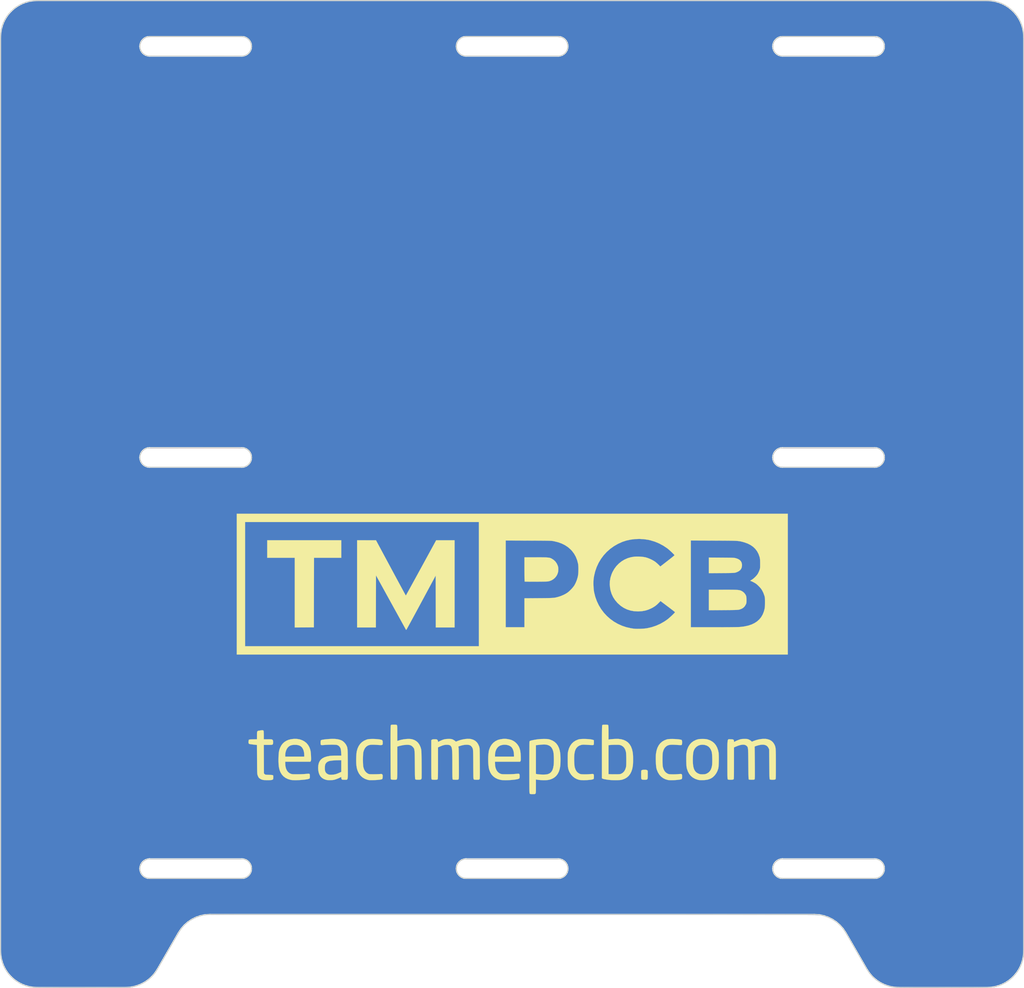
<source format=kicad_pcb>
(kicad_pcb (version 20211014) (generator pcbnew)
  (layers (0 "F.Cu" signal) (31 "B.Cu" signal) (34 "B.Paste" user) (35 "F.Paste" user) (36 "B.SilkS" user "B.Silkscreen") (37 "F.SilkS" user "F.Silkscreen") (38 "B.Mask" user) (39 "F.Mask" user) (44 "Edge.Cuts" user))
  (net 0 "")
  (footprint "TMPCB:side - brain" (layer "F.Cu") (at 152.146 89.154)
    (fp_text reference "Ref**" hide)
    (fp_text value "Val**" hide)
    (fp_poly (pts (xy 21.803262 -43.534986) (xy 21.909937 -43.512046) (xy 22.009271 -43.46313) (xy 22.053538 -43.433109) (xy 22.146609 -43.34103) (xy 22.211079 -43.225799) (xy 22.246302 -43.096057) (xy 22.25163 -42.960443) (xy 22.226415 -42.827599) (xy 22.170011 -42.706164) (xy 22.113379 -42.634379) (xy 22.019044 -42.565233) (xy 21.900827 -42.521359) (xy 21.769809 -42.504162) (xy 21.637072 -42.515047) (xy 21.513696 -42.555417) (xy 21.508897 -42.557772) (xy 21.393215 -42.637527) (xy 21.3062 -42.743234) (xy 21.249976 -42.867867) (xy 21.226668 -43.004399) (xy 21.238399 -43.145805) (xy 21.287294 -43.285056) (xy 21.288375 -43.287199) (xy 21.362917 -43.400879) (xy 21.455247 -43.47812) (xy 21.570873 -43.522483) (xy 21.673646 -43.536181) (xy 21.803262 -43.534986)) (layer "F.Cu") (width 0.01) (fill solid))
    (fp_poly (pts (xy 32.193998 11.5013) (xy 32.29084 11.527307) (xy 32.368212 11.57543) (xy 32.419827 11.628669) (xy 32.472668 11.712095) (xy 32.517282 11.817031) (xy 32.546609 11.924191) (xy 32.554333 11.996182) (xy 32.544916 12.072166) (xy 32.520421 12.167726) (xy 32.486486 12.26552) (xy 32.448746 12.348202) (xy 32.430009 12.378741) (xy 32.355576 12.449363) (xy 32.253275 12.499463) (xy 32.133425 12.526793) (xy 32.006346 12.529102) (xy 31.882356 12.504141) (xy 31.871665 12.500467) (xy 31.74853 12.436097) (xy 31.651681 12.344635) (xy 31.582472 12.233139) (xy 31.542259 12.108664) (xy 31.532399 11.97827) (xy 31.554247 11.849012) (xy 31.609159 11.727948) (xy 31.698492 11.622135) (xy 31.702273 11.618782) (xy 31.79111 11.55292) (xy 31.883216 11.513576) (xy 31.992927 11.495833) (xy 32.0675 11.4935) (xy 32.193998 11.5013)) (layer "F.Cu") (width 0.01) (fill solid))
    (fp_poly (pts (xy -41.521156 4.746705) (xy -41.461916 4.762244) (xy -41.39094 4.792108) (xy -41.373118 4.800384) (xy -41.208433 4.899189) (xy -41.074696 5.025869) (xy -40.97396 5.177783) (xy -40.908275 5.352287) (xy -40.894121 5.417235) (xy -40.879972 5.541353) (xy -40.889566 5.647525) (xy -40.92558 5.754525) (xy -40.949375 5.804516) (xy -41.035771 5.933749) (xy -41.14974 6.04273) (xy -41.283599 6.128081) (xy -41.429661 6.186423) (xy -41.580243 6.214377) (xy -41.727661 6.208564) (xy -41.816377 6.185714) (xy -41.979152 6.106073) (xy -42.116743 5.994718) (xy -42.225697 5.856262) (xy -42.302564 5.695319) (xy -42.343893 5.516502) (xy -42.347881 5.475124) (xy -42.342005 5.312379) (xy -42.29819 5.164632) (xy -42.214625 5.026734) (xy -42.172443 4.976256) (xy -42.049993 4.86612) (xy -41.911356 4.792491) (xy -41.750992 4.752793) (xy -41.676189 4.74564) (xy -41.586601 4.74225) (xy -41.521156 4.746705)) (layer "F.Cu") (width 0.01) (fill solid))
    (fp_poly (pts (xy 10.171988 31.769665) (xy 10.319743 31.831175) (xy 10.455067 31.924019) (xy 10.572292 32.045762) (xy 10.665749 32.193968) (xy 10.674165 32.211418) (xy 10.710199 32.29526) (xy 10.730568 32.366669) (xy 10.739537 32.445407) (xy 10.741357 32.522583) (xy 10.731303 32.663182) (xy 10.69631 32.781898) (xy 10.631133 32.89125) (xy 10.546431 32.987865) (xy 10.419632 33.093758) (xy 10.2812 33.162896) (xy 10.123253 33.198614) (xy 10.033 33.205026) (xy 9.934834 33.205702) (xy 9.863489 33.19951) (xy 9.80369 33.184062) (xy 9.74725 33.160331) (xy 9.593214 33.065378) (xy 9.4658 32.937796) (xy 9.36438 32.776957) (xy 9.362662 32.773498) (xy 9.322306 32.687412) (xy 9.298533 32.619737) (xy 9.286932 32.552124) (xy 9.28309 32.466221) (xy 9.282837 32.441506) (xy 9.284498 32.345042) (xy 9.293322 32.273658) (xy 9.312665 32.210269) (xy 9.340247 32.149171) (xy 9.427822 32.015323) (xy 9.547345 31.898491) (xy 9.689169 31.807832) (xy 9.710817 31.797492) (xy 9.861857 31.750388) (xy 10.01747 31.741924) (xy 10.171988 31.769665)) (layer "F.Cu") (width 0.01) (fill solid))
    (fp_poly (pts (xy -24.11284 25.953614) (xy -24.039428 25.966659) (xy -23.965944 25.994274) (xy -23.921753 26.015466) (xy -23.764003 26.116598) (xy -23.635409 26.245695) (xy -23.539175 26.398042) (xy -23.478507 26.568925) (xy -23.459007 26.695875) (xy -23.454353 26.784802) (xy -23.458317 26.849218) (xy -23.47352 26.906518) (xy -23.500104 26.968806) (xy -23.586168 27.115634) (xy -23.695456 27.230988) (xy -23.835585 27.3226) (xy -23.861269 27.33552) (xy -24.01992 27.396441) (xy -24.171648 27.42308) (xy -24.310176 27.414587) (xy -24.356779 27.402388) (xy -24.525504 27.32637) (xy -24.669049 27.217895) (xy -24.784198 27.080692) (xy -24.867739 26.918494) (xy -24.912715 26.757161) (xy -24.923719 26.597976) (xy -24.89582 26.446209) (xy -24.828788 26.296295) (xy -24.728424 26.16124) (xy -24.601383 26.057741) (xy -24.45134 25.987845) (xy -24.281971 25.953596) (xy -24.207238 25.950333) (xy -24.11284 25.953614)) (layer "F.Cu") (width 0.01) (fill solid))
    (fp_poly (pts (xy 20.477311 15.315522) (xy 20.59354 15.354728) (xy 20.700735 15.426496) (xy 20.722417 15.445328) (xy 20.816332 15.556509) (xy 20.873041 15.686302) (xy 20.891912 15.832002) (xy 20.872315 15.990904) (xy 20.860247 16.036054) (xy 20.805926 16.15228) (xy 20.720378 16.240078) (xy 20.603497 16.29952) (xy 20.455179 16.330672) (xy 20.404666 16.334506) (xy 20.305812 16.335999) (xy 20.233171 16.32754) (xy 20.171373 16.307107) (xy 20.16125 16.30249) (xy 20.050728 16.228472) (xy 19.96071 16.125113) (xy 19.896529 16.002329) (xy 19.863517 15.87004) (xy 19.864834 15.751246) (xy 19.904441 15.599207) (xy 19.972294 15.476449) (xy 20.066237 15.385008) (xy 20.184116 15.326916) (xy 20.323773 15.30421) (xy 20.33871 15.303964) (xy 20.477311 15.315522)) (layer "F.Cu") (width 0.01) (fill solid))
    (fp_poly (pts (xy 25.610349 -41.826363) (xy 25.981845 -41.826065) (xy 26.347686 -41.825596) (xy 26.705345 -41.824955) (xy 27.052299 -41.824143) (xy 27.38602 -41.82316) (xy 27.703984 -41.822005) (xy 28.003664 -41.820679) (xy 28.282535 -41.819182) (xy 28.538071 -41.817513) (xy 28.767747 -41.815673) (xy 28.969036 -41.813661) (xy 29.139414 -41.811478) (xy 29.276354 -41.809124) (xy 29.37733 -41.806599) (xy 29.439818 -41.803902) (xy 29.456303 -41.802426) (xy 29.684402 -41.755454) (xy 29.917749 -41.679703) (xy 30.142034 -41.580828) (xy 30.342945 -41.464483) (xy 30.38475 -41.435557) (xy 30.51609 -41.329191) (xy 30.653401 -41.196951) (xy 30.784816 -41.051356) (xy 30.898471 -40.904924) (xy 30.926335 -40.864209) (xy 31.069943 -40.609274) (xy 31.176144 -40.337725) (xy 31.244245 -40.054024) (xy 31.273553 -39.762634) (xy 31.263374 -39.46802) (xy 31.213016 -39.174643) (xy 31.197924 -39.116) (xy 31.113683 -38.875946) (xy 30.995191 -38.640304) (xy 30.848142 -38.417041) (xy 30.678231 -38.21412) (xy 30.491155 -38.039508) (xy 30.358291 -37.941823) (xy 30.304675 -37.903562) (xy 30.278114 -37.869948) (xy 30.269169 -37.824167) (xy 30.268333 -37.781537) (xy 30.250098 -37.665238) (xy 30.200308 -37.545703) (xy 30.126333 -37.436336) (xy 30.035541 -37.350543) (xy 30.02876 -37.345777) (xy 29.926699 -37.285649) (xy 29.824995 -37.250084) (xy 29.707584 -37.234489) (xy 29.633333 -37.23275) (xy 29.478255 -37.250378) (xy 29.346266 -37.301512) (xy 29.239847 -37.38478) (xy 29.165176 -37.491459) (xy 29.124472 -37.570834) (xy 24.34724 -37.570834) (xy 24.336329 -37.489488) (xy 24.299824 -37.348584) (xy 24.232995 -37.236407) (xy 24.137533 -37.153985) (xy 24.015128 -37.102347) (xy 23.867469 -37.082521) (xy 23.696249 -37.095536) (xy 23.690432 -37.096501) (xy 23.538415 -37.136515) (xy 23.407553 -37.199794) (xy 23.310801 -37.278067) (xy 23.266043 -37.340183) (xy 23.227298 -37.417826) (xy 23.202925 -37.492459) (xy 23.198666 -37.526713) (xy 23.197761 -37.535564) (xy 23.192902 -37.543096) (xy 23.180874 -37.549438) (xy 23.158464 -37.554719) (xy 23.122455 -37.559067) (xy 23.069634 -37.562611) (xy 22.996785 -37.565479) (xy 22.900695 -37.567801) (xy 22.778148 -37.569704) (xy 22.62593 -37.571317) (xy 22.440825 -37.572769) (xy 22.21962 -37.574189) (xy 21.976291 -37.575606) (xy 20.753916 -37.582593) (xy 20.563416 -37.641055) (xy 20.268206 -37.751619) (xy 20.001651 -37.893291) (xy 19.763856 -38.065983) (xy 19.554926 -38.26961) (xy 19.374964 -38.504082) (xy 19.235764 -38.745584) (xy 19.145946 -38.947471) (xy 19.082565 -39.144929) (xy 19.042978 -39.350025) (xy 19.024542 -39.574825) (xy 19.022667 -39.707511) (xy 20.305568 -39.707511) (xy 20.321368 -39.532909) (xy 20.371761 -39.36689) (xy 20.454527 -39.2148) (xy 20.567442 -39.081988) (xy 20.708284 -38.973801) (xy 20.870333 -38.897148) (xy 20.884618 -38.893191) (xy 20.90506 -38.889564) (xy 20.9334 -38.886255) (xy 20.971376 -38.883253) (xy 21.020729 -38.880546) (xy 21.083198 -38.878122) (xy 21.160523 -38.875969) (xy 21.254444 -38.874076) (xy 21.366701 -38.872432) (xy 21.499032 -38.871023) (xy 21.653179 -38.86984) (xy 21.830881 -38.868869) (xy 22.033877 -38.8681) (xy 22.263907 -38.867521) (xy 22.522712 -38.867119) (xy 22.81203 -38.866884) (xy 23.133602 -38.866803) (xy 23.489167 -38.866865) (xy 23.880466 -38.867058) (xy 24.309237 -38.867371) (xy 24.77722 -38.867792) (xy 25.17775 -38.868195) (xy 29.389916 -38.872584) (xy 29.51864 -38.939879) (xy 29.680306 -39.046648) (xy 29.809495 -39.180337) (xy 29.905132 -39.339471) (xy 29.966139 -39.522577) (xy 29.97444 -39.563879) (xy 29.985048 -39.738331) (xy 29.956741 -39.911103) (xy 29.892621 -40.07533) (xy 29.795787 -40.224143) (xy 29.669339 -40.350677) (xy 29.595174 -40.403957) (xy 29.572161 -40.419253) (xy 29.552002 -40.433315) (xy 29.532918 -40.446191) (xy 29.513125 -40.457932) (xy 29.490845 -40.468587) (xy 29.464295 -40.478206) (xy 29.431694 -40.486838) (xy 29.391262 -40.494533) (xy 29.341217 -40.50134) (xy 29.279778 -40.50731) (xy 29.205165 -40.512491) (xy 29.115595 -40.516933) (xy 29.009289 -40.520686) (xy 28.884465 -40.5238) (xy 28.739342 -40.526324) (xy 28.572139 -40.528307) (xy 28.381074 -40.5298) (xy 28.164368 -40.530852) (xy 27.920238 -40.531513) (xy 27.646904 -40.531831) (xy 27.342585 -40.531858) (xy 27.005499 -40.531642) (xy 26.633865 -40.531232) (xy 26.225904 -40.53068) (xy 25.779832 -40.530033) (xy 25.29387 -40.529343) (xy 25.102821 -40.529085) (xy 20.944416 -40.523584) (xy 20.817416 -40.472519) (xy 20.709499 -40.41352) (xy 20.598551 -40.326552) (xy 20.496681 -40.223179) (xy 20.415997 -40.114966) (xy 20.38664 -40.061069) (xy 20.326585 -39.885347) (xy 20.305568 -39.707511) (xy 19.022667 -39.707511) (xy 19.022501 -39.71925) (xy 19.024722 -39.854624) (xy 19.030551 -39.96149) (xy 19.041534 -40.053624) (xy 19.059215 -40.1448) (xy 19.079465 -40.22725) (xy 19.173247 -40.50639) (xy 19.302473 -40.766422) (xy 19.463988 -41.004514) (xy 19.654631 -41.217834) (xy 19.871247 -41.403549) (xy 20.110676 -41.558827) (xy 20.369761 -41.680837) (xy 20.645344 -41.766745) (xy 20.835696 -41.802426) (xy 20.87709 -41.805212) (xy 20.958291 -41.807827) (xy 21.076775 -41.810271) (xy 21.230014 -41.812543) (xy 21.415483 -41.814644) (xy 21.630657 -41.816574) (xy 21.87301 -41.818332) (xy 22.140016 -41.819919) (xy 22.429149 -41.821334) (xy 22.737884 -41.822578) (xy 23.063696 -41.823651) (xy 23.404057 -41.824553) (xy 23.756444 -41.825283) (xy 24.11833 -41.825842) (xy 24.487189 -41.826229) (xy 24.860495 -41.826445) (xy 25.235724 -41.82649) (xy 25.610349 -41.826363)) (layer "F.Cu") (width 0.01) (fill solid))
    (fp_poly (pts (xy 38.71199 -39.954889) (xy 38.820638 -39.934645) (xy 38.878538 -39.912144) (xy 38.971766 -39.846483) (xy 39.056965 -39.755768) (xy 39.118556 -39.656599) (xy 39.118728 -39.65622) (xy 39.1466 -39.559783) (xy 39.157022 -39.442536) (xy 39.149226 -39.322575) (xy 39.13564 -39.257377) (xy 39.095344 -39.171226) (xy 39.027533 -39.083754) (xy 38.944347 -39.008457) (xy 38.872583 -38.96499) (xy 38.763404 -38.934486) (xy 38.63718 -38.929512) (xy 38.510513 -38.949911) (xy 38.453733 -38.968952) (xy 38.339969 -39.024232) (xy 38.256863 -39.0886) (xy 38.192742 -39.171799) (xy 38.176087 -39.200739) (xy 38.131887 -39.323889) (xy 38.12096 -39.463904) (xy 38.144099 -39.610494) (xy 38.144352 -39.611407) (xy 38.183751 -39.693642) (xy 38.251607 -39.77914) (xy 38.336507 -39.85694) (xy 38.427034 -39.91608) (xy 38.48684 -39.940285) (xy 38.594587 -39.95721) (xy 38.71199 -39.954889)) (layer "F.Cu") (width 0.01) (fill solid))
    (fp_poly (pts (xy -13.187738 33.234977) (xy -13.074208 33.27623) (xy -12.971832 33.351107) (xy -12.939198 33.38327) (xy -12.863464 33.484704) (xy -12.820151 33.600996) (xy -12.805851 33.741452) (xy -12.805834 33.747153) (xy -12.824719 33.893505) (xy -12.878135 34.020361) (xy -12.96122 34.123624) (xy -13.069113 34.1992) (xy -13.196951 34.242995) (xy -13.339876 34.250912) (xy -13.395591 34.243932) (xy -13.509717 34.20903) (xy -13.623162 34.148618) (xy -13.72028 34.072213) (xy -13.767942 34.017492) (xy -13.821823 33.906826) (xy -13.843388 33.779979) (xy -13.833558 33.646992) (xy -13.793254 33.517902) (xy -13.723395 33.40275) (xy -13.710112 33.386944) (xy -13.613079 33.299124) (xy -13.50292 33.245924) (xy -13.370827 33.223586) (xy -13.324417 33.22234) (xy -13.187738 33.234977)) (layer "F.Cu") (width 0.01) (fill solid))
    (fp_poly (pts (xy -5.033882 29.147094) (xy -4.921941 29.183275) (xy -4.834366 29.248434) (xy -4.766093 29.346543) (xy -4.71206 29.481575) (xy -4.704942 29.505016) (xy -4.66725 29.633274) (xy -1.407584 29.633463) (xy -0.90099 29.633641) (xy -0.434479 29.634114) (xy -0.00825 29.634878) (xy 0.377496 29.635935) (xy 0.722562 29.637281) (xy 1.026745 29.638916) (xy 1.289848 29.640839) (xy 1.511671 29.643048) (xy 1.692013 29.645542) (xy 1.830676 29.648319) (xy 1.927459 29.651379) (xy 1.982163 29.65472) (xy 1.989666 29.655666) (xy 2.27863 29.72288) (xy 2.552679 29.828521) (xy 2.808249 29.970303) (xy 3.041777 30.145938) (xy 3.2497 30.353137) (xy 3.416789 30.57189) (xy 3.565358 30.830405) (xy 3.673519 31.099806) (xy 3.742585 31.383799) (xy 3.765162 31.555764) (xy 3.772458 31.852993) (xy 3.739683 32.144516) (xy 3.668578 32.426482) (xy 3.560887 32.695035) (xy 3.418353 32.946325) (xy 3.242718 33.176498) (xy 3.035726 33.3817) (xy 2.886107 33.499212) (xy 2.750422 33.585035) (xy 2.588641 33.669954) (xy 2.416509 33.746634) (xy 2.249772 33.807737) (xy 2.179244 33.828587) (xy 2.00025 33.876622) (xy -2.296584 33.880469) (xy -2.817084 33.880889) (xy -3.296824 33.881174) (xy -3.73738 33.881316) (xy -4.140325 33.881307) (xy -4.507234 33.881137) (xy -4.83968 33.880799) (xy -5.139239 33.880284) (xy -5.407483 33.879584) (xy -5.645987 33.87869) (xy -5.856326 33.877593) (xy -6.040073 33.876286) (xy -6.198802 33.87476) (xy -6.334089 33.873006) (xy -6.447506 33.871017) (xy -6.540629 33.868783) (xy -6.61503 33.866296) (xy -6.672285 33.863548) (xy -6.713968 33.86053) (xy -6.741653 33.857234) (xy -6.745095 33.856643) (xy -7.028275 33.784351) (xy -7.293351 33.675942) (xy -7.537972 33.534588) (xy -7.75979 33.363465) (xy -7.956454 33.165745) (xy -8.125615 32.944604) (xy -8.264923 32.703216) (xy -8.372028 32.444754) (xy -8.444581 32.172392) (xy -8.480232 31.889306) (xy -8.479324 31.815994) (xy -7.188002 31.815994) (xy -7.161952 31.974399) (xy -7.106677 32.125978) (xy -7.022545 32.265768) (xy -6.909926 32.388803) (xy -6.769188 32.490116) (xy -6.600702 32.564743) (xy -6.593417 32.567095) (xy -6.575557 32.570393) (xy -6.542573 32.573413) (xy -6.492933 32.57616) (xy -6.425105 32.578645) (xy -6.337554 32.580875) (xy -6.228748 32.582858) (xy -6.097154 32.584602) (xy -5.941239 32.586116) (xy -5.75947 32.587409) (xy -5.550314 32.588487) (xy -5.312238 32.58936) (xy -5.043709 32.590036) (xy -4.743195 32.590523) (xy -4.409162 32.590829) (xy -4.040076 32.590962) (xy -3.634407 32.590931) (xy -3.190619 32.590744) (xy -2.707181 32.590409) (xy -2.31775 32.590066) (xy 1.87325 32.586083) (xy 1.994282 32.529355) (xy 2.149627 32.43389) (xy 2.281406 32.307031) (xy 2.384628 32.155427) (xy 2.454301 31.985726) (xy 2.476515 31.887075) (xy 2.484527 31.709341) (xy 2.453672 31.535132) (xy 2.38733 31.370718) (xy 2.288879 31.222372) (xy 2.161697 31.096365) (xy 2.009163 30.99897) (xy 1.994282 30.991811) (xy 1.87325 30.935083) (xy -6.57225 30.935083) (xy -6.709894 31.000315) (xy -6.86695 31.095393) (xy -6.992564 31.213439) (xy -7.087108 31.349488) (xy -7.150949 31.498573) (xy -7.184458 31.655731) (xy -7.188002 31.815994) (xy -8.479324 31.815994) (xy -8.476632 31.598669) (xy -8.469543 31.527086) (xy -8.414373 31.226914) (xy -8.321911 30.944778) (xy -8.194184 30.683019) (xy -8.033219 30.443983) (xy -7.841042 30.23001) (xy -7.619679 30.043446) (xy -7.371156 29.886631) (xy -7.097501 29.761911) (xy -6.882881 29.692437) (xy -6.822587 29.677603) (xy -6.759552 29.666037) (xy -6.686825 29.657176) (xy -6.597456 29.650457) (xy -6.484495 29.645315) (xy -6.340991 29.641187) (xy -6.219297 29.638612) (xy -5.718178 29.628976) (xy -5.693405 29.525712) (xy -5.640147 29.391706) (xy -5.551809 29.276867) (xy -5.446018 29.19554) (xy -5.387211 29.16432) (xy -5.332916 29.146261) (xy -5.267567 29.137936) (xy -5.175598 29.135916) (xy -5.17525 29.135916) (xy -5.033882 29.147094)) (layer "F.Cu") (width 0.01) (fill solid))
    (fp_poly (pts (xy 38.896201 -14.758264) (xy 38.933627 -14.74832) (xy 39.013905 -14.709633) (xy 39.098551 -14.645404) (xy 39.176201 -14.566821) (xy 39.235487 -14.485072) (xy 39.26201 -14.425084) (xy 39.284304 -14.274393) (xy 39.270293 -14.130027) (xy 39.222758 -13.99835) (xy 39.144479 -13.885724) (xy 39.038237 -13.798511) (xy 38.973804 -13.76571) (xy 38.877485 -13.742798) (xy 38.760708 -13.741419) (xy 38.639063 -13.760907) (xy 38.568598 -13.782963) (xy 38.439759 -13.852337) (xy 38.339783 -13.947439) (xy 38.271975 -14.062561) (xy 38.239637 -14.191998) (xy 38.246072 -14.330042) (xy 38.247579 -14.337587) (xy 38.297098 -14.482594) (xy 38.377039 -14.601828) (xy 38.48216 -14.692149) (xy 38.607221 -14.75042) (xy 38.746982 -14.773504) (xy 38.896201 -14.758264)) (layer "F.Cu") (width 0.01) (fill solid))
    (fp_poly (pts (xy -40.903003 22.26152) (xy -40.858355 22.274235) (xy -40.726746 22.343239) (xy -40.619075 22.440598) (xy -40.538861 22.559332) (xy -40.489628 22.692466) (xy -40.474896 22.833023) (xy -40.498188 22.974025) (xy -40.500897 22.982423) (xy -40.558613 23.100931) (xy -40.644652 23.208129) (xy -40.747984 23.291703) (xy -40.804766 23.321683) (xy -40.910232 23.353559) (xy -41.036677 23.371742) (xy -41.16437 23.374144) (xy -41.233958 23.367049) (xy -41.355525 23.32716) (xy -41.464142 23.253752) (xy -41.551588 23.155114) (xy -41.609638 23.039534) (xy -41.626041 22.971851) (xy -41.632614 22.869084) (xy -41.626584 22.753) (xy -41.609788 22.642122) (xy -41.584903 22.556964) (xy -41.521538 22.451098) (xy -41.430229 22.357007) (xy -41.327899 22.290714) (xy -41.238953 22.263342) (xy -41.126901 22.248946) (xy -41.009124 22.248136) (xy -40.903003 22.26152)) (layer "F.Cu") (width 0.01) (fill solid))
    (fp_poly (pts (xy -41.645417 -26.210002) (xy -41.473833 -26.191211) (xy -41.328999 -26.140018) (xy -41.209538 -26.055656) (xy -41.114071 -25.937362) (xy -41.09481 -25.904266) (xy -41.047652 -25.780507) (xy -41.03028 -25.645049) (xy -41.043093 -25.511899) (xy -41.080637 -25.405854) (xy -41.16252 -25.279724) (xy -41.261627 -25.187686) (xy -41.383035 -25.126759) (xy -41.531823 -25.093965) (xy -41.62425 -25.086946) (xy -41.720237 -25.084769) (xy -41.788031 -25.088199) (xy -41.841643 -25.099499) (xy -41.895082 -25.120931) (xy -41.92477 -25.135474) (xy -42.025134 -25.20557) (xy -42.107959 -25.300562) (xy -42.163348 -25.407801) (xy -42.17687 -25.457659) (xy -42.185435 -25.552026) (xy -42.181988 -25.663018) (xy -42.16825 -25.774664) (xy -42.145945 -25.870993) (xy -42.127141 -25.918861) (xy -42.041697 -26.046355) (xy -41.934775 -26.137368) (xy -41.806323 -26.191934) (xy -41.656283 -26.210087) (xy -41.645417 -26.210002)) (layer "F.Cu") (width 0.01) (fill solid))
    (fp_poly (pts (xy -10.969695 30.865603) (xy -10.811587 30.895328) (xy -10.673684 30.957663) (xy -10.560147 31.048413) (xy -10.475138 31.163383) (xy -10.42282 31.29838) (xy -10.407124 31.4325) (xy -10.427125 31.58361) (xy -10.485133 31.719368) (xy -10.578158 31.834969) (xy -10.703209 31.925608) (xy -10.719379 31.934149) (xy -10.817569 31.969296) (xy -10.938976 31.991287) (xy -11.066088 31.998512) (xy -11.181396 31.989362) (xy -11.221755 31.980344) (xy -11.309025 31.939529) (xy -11.39771 31.871892) (xy -11.473625 31.789967) (xy -11.517077 31.719431) (xy -11.545981 31.62062) (xy -11.558381 31.498715) (xy -11.554559 31.369489) (xy -11.534796 31.248711) (xy -11.507231 31.167762) (xy -11.427065 31.041414) (xy -11.320871 30.947543) (xy -11.191704 30.887869) (xy -11.042621 30.864109) (xy -10.969695 30.865603)) (layer "F.Cu") (width 0.01) (fill solid))
    (fp_poly (pts (xy -2.195097 25.534376) (xy -2.041156 25.571478) (xy -1.899821 25.641335) (xy -1.77457 25.738292) (xy -1.668884 25.856698) (xy -1.586239 25.990899) (xy -1.530114 26.135242) (xy -1.503989 26.284074) (xy -1.511341 26.431743) (xy -1.555649 26.572595) (xy -1.555904 26.573135) (xy -1.619878 26.675533) (xy -1.710762 26.779085) (xy -1.815483 26.871061) (xy -1.920966 26.93873) (xy -1.941179 26.948304) (xy -2.021224 26.973618) (xy -2.122779 26.991996) (xy -2.230808 27.002106) (xy -2.330271 27.002614) (xy -2.406128 26.992188) (xy -2.413 26.990116) (xy -2.574102 26.916829) (xy -2.7115 26.813858) (xy -2.822506 26.686835) (xy -2.904427 26.54139) (xy -2.954574 26.383154) (xy -2.970257 26.217756) (xy -2.948784 26.050827) (xy -2.913241 25.943243) (xy -2.867009 25.863399) (xy -2.796332 25.776159) (xy -2.713497 25.695175) (xy -2.6402 25.63986) (xy -2.536109 25.589525) (xy -2.412282 25.552568) (xy -2.287418 25.53342) (xy -2.195097 25.534376)) (layer "F.Cu") (width 0.01) (fill solid))
    (fp_poly (pts (xy 24.926831 6.7156) (xy 25.014742 6.735557) (xy 25.086778 6.773689) (xy 25.132794 6.811721) (xy 25.211363 6.909633) (xy 25.257403 7.020485) (xy 25.271603 7.136331) (xy 25.254652 7.249227) (xy 25.207237 7.351224) (xy 25.130048 7.434378) (xy 25.075851 7.468843) (xy 24.983423 7.503428) (xy 24.875114 7.524533) (xy 24.765977 7.530872) (xy 24.671067 7.521158) (xy 24.627416 7.507181) (xy 24.547073 7.454788) (xy 24.47222 7.379774) (xy 24.417002 7.297458) (xy 24.402982 7.264132) (xy 24.388611 7.178825) (xy 24.390276 7.074792) (xy 24.406158 6.970842) (xy 24.434441 6.885785) (xy 24.440674 6.873994) (xy 24.508436 6.797198) (xy 24.607765 6.743067) (xy 24.732999 6.714114) (xy 24.81044 6.709833) (xy 24.926831 6.7156)) (layer "F.Cu") (width 0.01) (fill solid))
    (fp_poly (pts (xy 38.848037 36.624199) (xy 38.979952 36.671639) (xy 39.098133 36.746823) (xy 39.195646 36.84794) (xy 39.265557 36.973181) (xy 39.274159 36.996626) (xy 39.304325 37.146682) (xy 39.293421 37.293411) (xy 39.24267 37.431639) (xy 39.153296 37.556192) (xy 39.138174 37.571841) (xy 39.041099 37.65156) (xy 38.941032 37.703423) (xy 38.936859 37.704877) (xy 38.842738 37.726656) (xy 38.730234 37.737519) (xy 38.614471 37.737421) (xy 38.510572 37.726314) (xy 38.438666 37.70642) (xy 38.327487 37.636308) (xy 38.23407 37.532899) (xy 38.198931 37.475583) (xy 38.175106 37.421958) (xy 38.161346 37.362641) (xy 38.155448 37.284258) (xy 38.154837 37.207864) (xy 38.163561 37.059869) (xy 38.189723 36.942362) (xy 38.236759 36.845882) (xy 38.308102 36.760967) (xy 38.321735 36.748067) (xy 38.439238 36.666436) (xy 38.570745 36.619788) (xy 38.709323 36.606312) (xy 38.848037 36.624199)) (layer "F.Cu") (width 0.01) (fill solid))
    (fp_poly (pts (xy -26.14801 17.841503) (xy -25.997951 17.907855) (xy -25.861834 18.00928) (xy -25.815268 18.056837) (xy -25.734249 18.162212) (xy -25.678996 18.273734) (xy -25.646075 18.401645) (xy -25.632052 18.556186) (xy -25.631039 18.606277) (xy -25.635674 18.759298) (xy -25.65451 18.881805) (xy -25.690786 18.984171) (xy -25.747739 19.076772) (xy -25.79609 19.135207) (xy -25.892921 19.229873) (xy -25.99118 19.295039) (xy -26.101885 19.335425) (xy -26.236056 19.355753) (xy -26.32075 19.360017) (xy -26.421168 19.360404) (xy -26.514633 19.356892) (xy -26.587126 19.350174) (xy -26.611878 19.345643) (xy -26.766388 19.286757) (xy -26.908178 19.193985) (xy -27.028049 19.074884) (xy -27.116806 18.937012) (xy -27.121678 18.926718) (xy -27.151417 18.830268) (xy -27.167875 18.707999) (xy -27.171102 18.574272) (xy -27.161149 18.443448) (xy -27.138067 18.329886) (xy -27.119387 18.279102) (xy -27.028206 18.126606) (xy -26.911848 18.002516) (xy -26.775903 17.907786) (xy -26.625958 17.843366) (xy -26.467602 17.810211) (xy -26.306423 17.809273) (xy -26.14801 17.841503)) (layer "F.Cu") (width 0.01) (fill solid))
    (fp_poly (pts (xy 6.426666 28.149021) (xy 6.556486 28.177426) (xy 6.593492 28.191691) (xy 6.756484 28.282405) (xy 6.884634 28.395984) (xy 6.978506 28.533412) (xy 7.038661 28.695677) (xy 7.06566 28.883764) (xy 7.065693 29.02041) (xy 7.039424 29.202476) (xy 6.980354 29.358441) (xy 6.890179 29.486742) (xy 6.770596 29.585816) (xy 6.623299 29.6541) (xy 6.449985 29.690031) (xy 6.33333 29.695404) (xy 6.234645 29.691614) (xy 6.139092 29.682854) (xy 6.064292 29.670849) (xy 6.052171 29.66789) (xy 5.896904 29.605222) (xy 5.759664 29.508831) (xy 5.647337 29.385108) (xy 5.566811 29.240446) (xy 5.5536 29.205141) (xy 5.523394 29.067681) (xy 5.516371 28.912688) (xy 5.532113 28.757772) (xy 5.567308 28.627916) (xy 5.634075 28.502721) (xy 5.731592 28.383006) (xy 5.848667 28.279987) (xy 5.974105 28.204881) (xy 6.00075 28.193592) (xy 6.133666 28.157153) (xy 6.280682 28.14228) (xy 6.426666 28.149021)) (layer "F.Cu") (width 0.01) (fill solid))
    (fp_poly (pts (xy -45.167092 21.872578) (xy -45.157823 21.875205) (xy -45.003753 21.933304) (xy -44.873305 22.014463) (xy -44.751669 22.127954) (xy -44.748443 22.131471) (xy -44.656526 22.248203) (xy -44.594891 22.368579) (xy -44.559535 22.503668) (xy -44.546453 22.664543) (xy -44.546168 22.690666) (xy -44.54727 22.79135) (xy -44.553145 22.863822) (xy -44.566324 22.922144) (xy -44.589341 22.980378) (xy -44.603823 23.010791) (xy -44.704815 23.172235) (xy -44.833001 23.303221) (xy -44.98486 23.401024) (xy -45.156868 23.462919) (xy -45.200013 23.471992) (xy -45.28326 23.486297) (xy -45.342636 23.491774) (xy -45.3958 23.487808) (xy -45.460411 23.473786) (xy -45.508334 23.461269) (xy -45.66732 23.397745) (xy -45.80687 23.299058) (xy -45.921996 23.16984) (xy -46.007708 23.014722) (xy -46.018282 22.988012) (xy -46.037684 22.930136) (xy -46.049834 22.873529) (xy -46.055817 22.806959) (xy -46.05672 22.719192) (xy -46.054211 22.616583) (xy -46.049075 22.498753) (xy -46.041414 22.412796) (xy -46.029566 22.348262) (xy -46.01187 22.2947) (xy -45.998228 22.264452) (xy -45.905202 22.117274) (xy -45.786615 21.999432) (xy -45.647989 21.913484) (xy -45.494844 21.861987) (xy -45.332705 21.847499) (xy -45.167092 21.872578)) (layer "F.Cu") (width 0.01) (fill solid))
    (fp_poly (pts (xy -41.005788 -15.607725) (xy -40.88525 -15.565923) (xy -40.789868 -15.501129) (xy -40.693527 -15.392199) (xy -40.633924 -15.263178) (xy -40.612566 -15.117443) (xy -40.612572 -15.103534) (xy -40.63031 -14.954796) (xy -40.680918 -14.830327) (xy -40.766408 -14.725415) (xy -40.778768 -14.714214) (xy -40.899214 -14.632064) (xy -41.027861 -14.59105) (xy -41.165954 -14.590995) (xy -41.314739 -14.63172) (xy -41.325521 -14.636067) (xy -41.463395 -14.710606) (xy -41.564343 -14.80556) (xy -41.62818 -14.920678) (xy -41.654723 -15.055709) (xy -41.655536 -15.083881) (xy -41.637508 -15.230375) (xy -41.58533 -15.360865) (xy -41.503828 -15.470226) (xy -41.397826 -15.553331) (xy -41.272149 -15.605053) (xy -41.150456 -15.620536) (xy -41.005788 -15.607725)) (layer "F.Cu") (width 0.01) (fill solid))
    (fp_poly (pts (xy 14.108429 28.81938) (xy 14.184753 28.823597) (xy 14.242682 28.833059) (xy 14.294175 28.849758) (xy 14.351192 28.875684) (xy 14.353995 28.877058) (xy 14.487979 28.964772) (xy 14.605255 29.084826) (xy 14.697038 29.227974) (xy 14.707026 29.248626) (xy 14.731842 29.306178) (xy 14.748077 29.358903) (xy 14.757525 29.418404) (xy 14.761981 29.496286) (xy 14.76324 29.604152) (xy 14.763254 29.612166) (xy 14.762567 29.720807) (xy 14.75894 29.798547) (xy 14.750535 29.8568) (xy 14.735514 29.906985) (xy 14.712042 29.960517) (xy 14.704807 29.975415) (xy 14.613783 30.113855) (xy 14.490171 30.22809) (xy 14.364537 30.301933) (xy 14.307618 30.325689) (xy 14.252275 30.340616) (xy 14.186157 30.348557) (xy 14.096911 30.351359) (xy 14.0335 30.351377) (xy 13.929768 30.348181) (xy 13.831927 30.340571) (xy 13.754014 30.329852) (xy 13.722861 30.32253) (xy 13.569873 30.253015) (xy 13.437013 30.148153) (xy 13.328609 30.01187) (xy 13.27823 29.919083) (xy 13.248523 29.849158) (xy 13.230865 29.786918) (xy 13.222401 29.71669) (xy 13.220273 29.622804) (xy 13.220346 29.601583) (xy 13.224657 29.483812) (xy 13.237747 29.391373) (xy 13.262203 29.307718) (xy 13.269132 29.289445) (xy 13.339282 29.158947) (xy 13.440142 29.035895) (xy 13.56037 28.932603) (xy 13.645371 28.880959) (xy 13.703707 28.853039) (xy 13.75425 28.834926) (xy 13.808959 28.82452) (xy 13.879791 28.819724) (xy 13.978706 28.818437) (xy 14.00175 28.818416) (xy 14.108429 28.81938)) (layer "F.Cu") (width 0.01) (fill solid))
    (fp_poly (pts (xy 5.497573 -42.296868) (xy 5.636367 -42.249683) (xy 5.758421 -42.167887) (xy 5.763792 -42.163208) (xy 5.860003 -42.052817) (xy 5.921312 -41.926916) (xy 5.948774 -41.792339) (xy 5.943443 -41.655922) (xy 5.906373 -41.524498) (xy 5.838619 -41.404902) (xy 5.741236 -41.303969) (xy 5.619902 -41.230554) (xy 5.532516 -41.203769) (xy 5.421905 -41.186187) (xy 5.306518 -41.179576) (xy 5.204802 -41.185701) (xy 5.185833 -41.188985) (xy 5.060678 -41.23358) (xy 4.951617 -41.309663) (xy 4.867686 -41.409484) (xy 4.825819 -41.497798) (xy 4.812206 -41.569189) (xy 4.80683 -41.665527) (xy 4.808997 -41.773332) (xy 4.818013 -41.879121) (xy 4.833187 -41.969414) (xy 4.853145 -42.029463) (xy 4.939387 -42.150432) (xy 5.051801 -42.239167) (xy 5.18687 -42.293608) (xy 5.335521 -42.311702) (xy 5.497573 -42.296868)) (layer "F.Cu") (width 0.01) (fill solid))
    (fp_poly (pts (xy 34.30211 -30.34812) (xy 34.419129 -30.297846) (xy 34.51703 -30.219723) (xy 34.529758 -30.205321) (xy 34.595527 -30.117981) (xy 34.635055 -30.037119) (xy 34.654272 -29.946165) (xy 34.659095 -29.843894) (xy 34.644426 -29.687382) (xy 34.598864 -29.559804) (xy 34.52253 -29.461288) (xy 34.415542 -29.391961) (xy 34.278021 -29.35195) (xy 34.188648 -29.342446) (xy 34.09885 -29.339668) (xy 34.034534 -29.344656) (xy 33.979131 -29.36026) (xy 33.916075 -29.389331) (xy 33.916014 -29.389362) (xy 33.800142 -29.470229) (xy 33.713384 -29.576276) (xy 33.657341 -29.700512) (xy 33.633612 -29.835944) (xy 33.643797 -29.975583) (xy 33.689496 -30.112435) (xy 33.73323 -30.188258) (xy 33.815988 -30.274444) (xy 33.922912 -30.333708) (xy 34.045345 -30.365866) (xy 34.17463 -30.370732) (xy 34.30211 -30.34812)) (layer "F.Cu") (width 0.01) (fill solid))
    (fp_poly (pts (xy 39.201504 17.479825) (xy 39.323471 17.520476) (xy 39.335641 17.526398) (xy 39.46331 17.612925) (xy 39.561024 17.72484) (xy 39.626678 17.855647) (xy 39.658167 17.99885) (xy 39.653384 18.147953) (xy 39.610226 18.29646) (xy 39.595509 18.328131) (xy 39.526456 18.421189) (xy 39.427316 18.490927) (xy 39.304539 18.535405) (xy 39.164577 18.552685) (xy 39.013879 18.540828) (xy 38.941516 18.52473) (xy 38.787162 18.466906) (xy 38.665795 18.386424) (xy 38.579082 18.285115) (xy 38.528688 18.164805) (xy 38.51565 18.057159) (xy 38.532597 17.90227) (xy 38.583034 17.759847) (xy 38.66285 17.637096) (xy 38.767932 17.541218) (xy 38.831102 17.50442) (xy 38.940651 17.471158) (xy 39.069008 17.463173) (xy 39.201504 17.479825)) (layer "F.Cu") (width 0.01) (fill solid))
    (fp_poly (pts (xy -11.976605 16.753043) (xy -11.819229 16.797276) (xy -11.682662 16.874225) (xy -11.561556 16.986103) (xy -11.5598 16.988093) (xy -11.481897 17.092515) (xy -11.428225 17.205306) (xy -11.3957 17.33605) (xy -11.38124 17.494331) (xy -11.379981 17.547166) (xy -11.379883 17.652367) (xy -11.383821 17.72784) (xy -11.393728 17.786139) (xy -11.411537 17.839816) (xy -11.432273 17.886799) (xy -11.513643 18.027231) (xy -11.613891 18.135548) (xy -11.730168 18.214676) (xy -11.78287 18.241928) (xy -11.830377 18.260106) (xy -11.883815 18.271312) (xy -11.954309 18.277651) (xy -12.052985 18.281226) (xy -12.086167 18.281996) (xy -12.240265 18.281396) (xy -12.355414 18.272081) (xy -12.417972 18.258609) (xy -12.573113 18.186759) (xy -12.706891 18.081671) (xy -12.813422 17.949331) (xy -12.88682 17.795723) (xy -12.893488 17.774947) (xy -12.927651 17.597519) (xy -12.923952 17.425019) (xy -12.885637 17.262033) (xy -12.815952 17.113144) (xy -12.718144 16.982938) (xy -12.595459 16.875997) (xy -12.451143 16.796907) (xy -12.288442 16.750251) (xy -12.160132 16.739309) (xy -11.976605 16.753043)) (layer "F.Cu") (width 0.01) (fill solid))
    (fp_poly (pts (xy 21.866512 10.052744) (xy 22.003664 10.08543) (xy 22.030005 10.096067) (xy 22.154406 10.17151) (xy 22.252189 10.273746) (xy 22.322109 10.395725) (xy 22.362918 10.530399) (xy 22.373371 10.67072) (xy 22.352221 10.809636) (xy 22.29822 10.940101) (xy 22.210124 11.055063) (xy 22.201133 11.06379) (xy 22.091237 11.142354) (xy 21.957863 11.198124) (xy 21.814841 11.227408) (xy 21.676001 11.226512) (xy 21.626353 11.217278) (xy 21.51746 11.180581) (xy 21.428029 11.124761) (xy 21.342149 11.040378) (xy 21.26788 10.927535) (xy 21.216713 10.790577) (xy 21.191422 10.642524) (xy 21.194782 10.496393) (xy 21.210093 10.420677) (xy 21.262812 10.3068) (xy 21.348034 10.210054) (xy 21.458389 10.133356) (xy 21.586501 10.079626) (xy 21.725 10.051782) (xy 21.866512 10.052744)) (layer "F.Cu") (width 0.01) (fill solid))
    (fp_poly (pts (xy 36.408892 13.090775) (xy 36.507885 13.123366) (xy 36.6146 13.186862) (xy 36.714231 13.2773) (xy 36.792977 13.380961) (xy 36.820484 13.434112) (xy 36.845324 13.527441) (xy 36.853811 13.640258) (xy 36.845927 13.753211) (xy 36.821652 13.846947) (xy 36.820884 13.848763) (xy 36.756477 13.956609) (xy 36.66407 14.056761) (xy 36.557505 14.13508) (xy 36.523083 14.153031) (xy 36.421111 14.185703) (xy 36.299237 14.20242) (xy 36.172592 14.203006) (xy 36.056307 14.18728) (xy 35.973955 14.159507) (xy 35.864771 14.091324) (xy 35.787078 14.008377) (xy 35.737499 13.904397) (xy 35.712655 13.773115) (xy 35.708166 13.666303) (xy 35.720337 13.500487) (xy 35.758376 13.365466) (xy 35.824576 13.256873) (xy 35.921231 13.170344) (xy 35.989937 13.129679) (xy 36.118425 13.085374) (xy 36.262459 13.072353) (xy 36.408892 13.090775)) (layer "F.Cu") (width 0.01) (fill solid))
    (fp_poly (pts (xy 32.95131 -11.28196) (xy 33.076174 -11.239323) (xy 33.188629 -11.169305) (xy 33.28119 -11.073262) (xy 33.327004 -10.9978) (xy 33.359263 -10.924507) (xy 33.375202 -10.861528) (xy 33.378622 -10.788604) (xy 33.376404 -10.734441) (xy 33.349592 -10.585253) (xy 33.289491 -10.459227) (xy 33.199548 -10.35983) (xy 33.08321 -10.290525) (xy 32.943923 -10.254777) (xy 32.895526 -10.251008) (xy 32.810086 -10.25232) (xy 32.730821 -10.261128) (xy 32.684234 -10.272551) (xy 32.576104 -10.332881) (xy 32.478019 -10.42368) (xy 32.402166 -10.533139) (xy 32.390123 -10.557564) (xy 32.350653 -10.690777) (xy 32.34594 -10.832291) (xy 32.374349 -10.97099) (xy 32.434246 -11.095761) (xy 32.477434 -11.151602) (xy 32.577097 -11.232037) (xy 32.694287 -11.279672) (xy 32.821519 -11.295861) (xy 32.95131 -11.28196)) (layer "F.Cu") (width 0.01) (fill solid))
    (fp_poly (pts (xy -30.561691 -14.063587) (xy -30.48946 -14.05639) (xy -30.426942 -14.040347) (xy -30.357857 -14.012146) (xy -30.326007 -13.997321) (xy -30.169809 -13.902792) (xy -30.043888 -13.784936) (xy -29.948311 -13.648904) (xy -29.883143 -13.499845) (xy -29.848452 -13.34291) (xy -29.844302 -13.18325) (xy -29.870761 -13.026015) (xy -29.927893 -12.876355) (xy -30.015766 -12.739422) (xy -30.134445 -12.620365) (xy -30.283997 -12.524335) (xy -30.30696 -12.513227) (xy -30.437029 -12.470223) (xy -30.58452 -12.449788) (xy -30.733466 -12.452566) (xy -30.867899 -12.479198) (xy -30.896942 -12.489491) (xy -31.032299 -12.563752) (xy -31.154824 -12.671507) (xy -31.255465 -12.804084) (xy -31.288978 -12.864977) (xy -31.317954 -12.925735) (xy -31.337494 -12.975848) (xy -31.349455 -13.026168) (xy -31.355691 -13.08755) (xy -31.358059 -13.170845) (xy -31.358417 -13.271055) (xy -31.357478 -13.387482) (xy -31.353772 -13.471853) (xy -31.345964 -13.534421) (xy -31.332722 -13.585438) (xy -31.31271 -13.635157) (xy -31.310387 -13.640231) (xy -31.219364 -13.793482) (xy -31.101099 -13.915309) (xy -30.984483 -13.992564) (xy -30.915923 -14.027921) (xy -30.860209 -14.049495) (xy -30.802306 -14.060654) (xy -30.727178 -14.064764) (xy -30.659917 -14.06525) (xy -30.561691 -14.063587)) (layer "F.Cu") (width 0.01) (fill solid))
    (fp_poly (pts (xy 19.06186 27.440551) (xy 19.09683 27.452736) (xy 19.242013 27.526702) (xy 19.356328 27.626813) (xy 19.437209 27.749837) (xy 19.482087 27.892542) (xy 19.488782 27.946134) (xy 19.485949 28.106353) (xy 19.44973 28.240769) (xy 19.379839 28.349969) (xy 19.275991 28.434542) (xy 19.241974 28.453291) (xy 19.102288 28.500382) (xy 18.944111 28.509707) (xy 18.768147 28.481228) (xy 18.755611 28.477934) (xy 18.610737 28.42115) (xy 18.495048 28.338342) (xy 18.411498 28.232982) (xy 18.36304 28.108544) (xy 18.3515 28.002785) (xy 18.367772 27.847783) (xy 18.418658 27.713509) (xy 18.507256 27.592424) (xy 18.529856 27.569045) (xy 18.648913 27.475256) (xy 18.776451 27.422744) (xy 18.913692 27.411259) (xy 19.06186 27.440551)) (layer "F.Cu") (width 0.01) (fill solid))
    (fp_poly (pts (xy 8.735975 -43.683221) (xy 9.08995 -43.677417) (xy 9.105217 -43.587876) (xy 9.149107 -43.43604) (xy 9.221282 -43.30914) (xy 9.316248 -43.208849) (xy 9.428514 -43.136842) (xy 9.552586 -43.094797) (xy 9.682973 -43.084386) (xy 9.814181 -43.107286) (xy 9.940718 -43.165171) (xy 10.057092 -43.259717) (xy 10.084019 -43.289355) (xy 10.143224 -43.377299) (xy 10.190544 -43.482463) (xy 10.218748 -43.586725) (xy 10.2235 -43.638926) (xy 10.2235 -43.688) (xy 10.926711 -43.688) (xy 10.912517 -43.608625) (xy 10.898314 -43.559944) (xy 10.869523 -43.483051) (xy 10.830083 -43.387799) (xy 10.783936 -43.284042) (xy 10.774962 -43.264667) (xy 10.706777 -43.112339) (xy 10.657803 -42.986104) (xy 10.625367 -42.875821) (xy 10.606793 -42.771347) (xy 10.599406 -42.662539) (xy 10.599134 -42.597917) (xy 10.606853 -42.470245) (xy 10.628335 -42.345885) (xy 10.665995 -42.219015) (xy 10.722253 -42.083814) (xy 10.799527 -41.93446) (xy 10.900233 -41.765132) (xy 11.024944 -41.572775) (xy 11.144035 -41.400031) (xy 11.248441 -41.262101) (xy 11.341949 -41.155706) (xy 11.428347 -41.07757) (xy 11.511423 -41.024415) (xy 11.594962 -40.992964) (xy 11.682754 -40.979939) (xy 11.710987 -40.979132) (xy 11.745543 -40.979674) (xy 11.779529 -40.98272) (xy 11.817695 -40.989894) (xy 11.864793 -41.002823) (xy 11.925572 -41.023132) (xy 12.004784 -41.052446) (xy 12.107179 -41.092391) (xy 12.237509 -41.144593) (xy 12.400523 -41.210677) (xy 12.468456 -41.238313) (xy 12.689079 -41.330283) (xy 12.886249 -41.418208) (xy 13.063757 -41.505363) (xy 13.225395 -41.595022) (xy 13.374955 -41.690459) (xy 13.516227 -41.794947) (xy 13.653005 -41.91176) (xy 13.789078 -42.044173) (xy 13.928238 -42.195459) (xy 14.074277 -42.368891) (xy 14.230987 -42.567745) (xy 14.402158 -42.795294) (xy 14.591583 -43.054811) (xy 14.623732 -43.099372) (xy 14.717919 -43.240187) (xy 14.784061 -43.364792) (xy 14.82698 -43.483651) (xy 14.848733 -43.587487) (xy 14.863806 -43.688) (xy 16.258403 -43.688) (xy 16.502839 -43.687727) (xy 16.732578 -43.686938) (xy 16.944302 -43.685675) (xy 17.134697 -43.683984) (xy 17.300447 -43.681907) (xy 17.438234 -43.679489) (xy 17.544743 -43.676774) (xy 17.616658 -43.673806) (xy 17.650662 -43.670629) (xy 17.653 -43.66953) (xy 17.636449 -43.640266) (xy 17.591924 -43.594591) (xy 17.527117 -43.538895) (xy 17.44972 -43.479573) (xy 17.367424 -43.423015) (xy 17.32384 -43.395982) (xy 17.045751 -43.25543) (xy 16.744308 -43.149496) (xy 16.42129 -43.078734) (xy 16.22247 -43.053813) (xy 16.114278 -43.042535) (xy 16.013219 -43.029782) (xy 15.931534 -43.017229) (xy 15.885937 -43.007819) (xy 15.710299 -42.938843) (xy 15.547735 -42.829666) (xy 15.398383 -42.680396) (xy 15.298505 -42.54726) (xy 15.243516 -42.466279) (xy 15.172947 -42.363768) (xy 15.095766 -42.252687) (xy 15.020938 -42.145995) (xy 15.018708 -42.142834) (xy 14.946003 -42.038423) (xy 14.872771 -41.930881) (xy 14.807246 -41.832437) (xy 14.757657 -41.75532) (xy 14.755128 -41.75125) (xy 14.704944 -41.672396) (xy 14.659244 -41.607764) (xy 14.611458 -41.550828) (xy 14.55502 -41.495063) (xy 14.483362 -41.433946) (xy 14.389915 -41.360949) (xy 14.276735 -41.275965) (xy 14.134037 -41.167313) (xy 14.023484 -41.076214) (xy 13.941395 -40.997666) (xy 13.884088 -40.92667) (xy 13.847881 -40.858225) (xy 13.829095 -40.787331) (xy 13.824048 -40.708987) (xy 13.825654 -40.663242) (xy 13.842844 -40.546408) (xy 13.882081 -40.43656) (xy 13.946354 -40.33028) (xy 14.03865 -40.224149) (xy 14.161958 -40.114749) (xy 14.319266 -39.998661) (xy 14.513561 -39.872467) (xy 14.520737 -39.86803) (xy 14.726901 -39.736081) (xy 14.928774 -39.596811) (xy 15.135405 -39.443596) (xy 15.355844 -39.269813) (xy 15.503971 -39.148374) (xy 15.722513 -38.971261) (xy 15.917805 -38.822941) (xy 16.094812 -38.700646) (xy 16.258497 -38.601606) (xy 16.413824 -38.523055) (xy 16.565758 -38.462222) (xy 16.719263 -38.416341) (xy 16.876025 -38.383212) (xy 17.131087 -38.360054) (xy 17.397811 -38.377393) (xy 17.574739 -38.409818) (xy 17.760189 -38.435599) (xy 17.931053 -38.423922) (xy 18.090959 -38.373597) (xy 18.243535 -38.283436) (xy 18.392411 -38.15225) (xy 18.407036 -38.137039) (xy 18.551773 -37.958484) (xy 18.668683 -37.755589) (xy 18.755875 -37.539084) (xy 18.792756 -37.382103) (xy 18.808338 -37.204738) (xy 18.802539 -37.023237) (xy 18.775275 -36.85385) (xy 18.759689 -36.797372) (xy 18.676632 -36.600684) (xy 18.558691 -36.420051) (xy 18.411685 -36.262477) (xy 18.241433 -36.134967) (xy 18.180667 -36.10043) (xy 18.017029 -36.029488) (xy 17.832074 -35.974578) (xy 17.636913 -35.937251) (xy 17.442657 -35.919054) (xy 17.260417 -35.921538) (xy 17.101304 -35.946251) (xy 17.092083 -35.948649) (xy 16.906304 -36.018397) (xy 16.745235 -36.11993) (xy 16.612105 -36.249838) (xy 16.510144 -36.404707) (xy 16.44258 -36.581125) (xy 16.426874 -36.651572) (xy 16.397247 -36.812431) (xy 16.373005 -36.938682) (xy 16.352477 -37.037456) (xy 16.333989 -37.115887) (xy 16.31614 -37.180132) (xy 17.088933 -37.180132) (xy 17.101456 -37.076593) (xy 17.125071 -36.966548) (xy 17.156393 -36.865935) (xy 17.190231 -36.793561) (xy 17.275859 -36.692598) (xy 17.385543 -36.62482) (xy 17.515807 -36.591253) (xy 17.663175 -36.592925) (xy 17.783753 -36.618187) (xy 17.897954 -36.668217) (xy 18.008794 -36.74638) (xy 18.100192 -36.840429) (xy 18.128097 -36.880391) (xy 18.168521 -36.957767) (xy 18.190477 -37.036067) (xy 18.199643 -37.124662) (xy 18.190693 -37.277815) (xy 18.145175 -37.409688) (xy 18.06288 -37.520643) (xy 17.943596 -37.611041) (xy 17.901595 -37.633693) (xy 17.76162 -37.683244) (xy 17.620021 -37.696788) (xy 17.483015 -37.677181) (xy 17.356817 -37.627279) (xy 17.247642 -37.549938) (xy 17.161706 -37.448012) (xy 17.105225 -37.324357) (xy 17.090887 -37.26123) (xy 17.088933 -37.180132) (xy 16.31614 -37.180132) (xy 16.315869 -37.181106) (xy 16.296446 -37.240245) (xy 16.275818 -37.295856) (xy 16.189189 -37.482614) (xy 16.073523 -37.666577) (xy 15.926431 -37.850443) (xy 15.745525 -38.036913) (xy 15.528416 -38.228684) (xy 15.274715 -38.426971) (xy 15.148204 -38.52186) (xy 15.001006 -38.633778) (xy 14.84545 -38.753257) (xy 14.693865 -38.870831) (xy 14.565632 -38.971454) (xy 14.437653 -39.071244) (xy 14.301878 -39.174725) (xy 14.168228 -39.2745) (xy 14.046623 -39.36317) (xy 13.946986 -39.433336) (xy 13.938519 -39.439114) (xy 13.801892 -39.538287) (xy 13.652108 -39.657678) (xy 13.503665 -39.785451) (xy 13.420125 -39.862303) (xy 13.267095 -40.001528) (xy 13.133117 -40.108701) (xy 13.012079 -40.185813) (xy 12.897868 -40.234855) (xy 12.784373 -40.257819) (xy 12.665482 -40.256694) (xy 12.535082 -40.233472) (xy 12.400283 -40.194495) (xy 12.11201 -40.083967) (xy 11.826158 -39.943063) (xy 11.550773 -39.777069) (xy 11.293902 -39.591271) (xy 11.063591 -39.390955) (xy 10.879756 -39.195628) (xy 10.809904 -39.110466) (xy 10.744473 -39.02534) (xy 10.681521 -38.936656) (xy 10.619107 -38.840818) (xy 10.555288 -38.734231) (xy 10.488122 -38.613301) (xy 10.415668 -38.474431) (xy 10.335983 -38.314027) (xy 10.247126 -38.128493) (xy 10.147155 -37.914234) (xy 10.034127 -37.667655) (xy 9.927823 -37.43325) (xy 9.794791 -37.138581) (xy 9.678394 -36.879853) (xy 9.577649 -36.654514) (xy 9.491577 -36.460011) (xy 9.419197 -36.293792) (xy 9.359527 -36.153303) (xy 9.311588 -36.035992) (xy 9.274398 -35.939305) (xy 9.246977 -35.860691) (xy 9.228344 -35.797595) (xy 9.217519 -35.747466) (xy 9.21352 -35.70775) (xy 9.215368 -35.675894) (xy 9.222081 -35.649347) (xy 9.232678 -35.625553) (xy 9.233088 -35.624776) (xy 9.268274 -35.58817) (xy 9.340542 -35.538997) (xy 9.44715 -35.479044) (xy 9.49325 -35.455245) (xy 9.596263 -35.401858) (xy 9.689812 -35.350122) (xy 9.780598 -35.295615) (xy 9.875321 -35.233915) (xy 9.980683 -35.160601) (xy 10.103385 -35.071251) (xy 10.250127 -34.961445) (xy 10.308166 -34.917543) (xy 10.528756 -34.753222) (xy 10.722873 -34.615571) (xy 10.895065 -34.502459) (xy 11.049883 -34.411752) (xy 11.191877 -34.341317) (xy 11.325596 -34.289021) (xy 11.45559 -34.252732) (xy 11.586408 -34.230317) (xy 11.722601 -34.219643) (xy 11.800416 -34.218009) (xy 11.927022 -34.220299) (xy 12.038061 -34.229973) (xy 12.145102 -34.249502) (xy 12.259713 -34.281358) (xy 12.393465 -34.328013) (xy 12.491693 -34.365696) (xy 12.697648 -34.434077) (xy 12.885141 -34.468585) (xy 13.061106 -34.469217) (xy 13.232473 -34.435972) (xy 13.406176 -34.368847) (xy 13.413288 -34.365449) (xy 13.557672 -34.284275) (xy 13.675166 -34.189489) (xy 13.774373 -34.072265) (xy 13.863893 -33.923774) (xy 13.885953 -33.880355) (xy 13.988907 -33.638189) (xy 14.051889 -33.409388) (xy 14.074796 -33.193088) (xy 14.057524 -32.988422) (xy 13.999973 -32.794526) (xy 13.902037 -32.610535) (xy 13.763616 -32.435582) (xy 13.707609 -32.378293) (xy 13.583911 -32.277734) (xy 13.431212 -32.184755) (xy 13.262839 -32.106212) (xy 13.09212 -32.04896) (xy 13.045071 -32.037536) (xy 12.848371 -32.008692) (xy 12.64982 -32.006173) (xy 12.460019 -32.029051) (xy 12.289571 -32.076396) (xy 12.211567 -32.11065) (xy 12.131791 -32.156752) (xy 12.063523 -32.210408) (xy 12.00135 -32.278301) (xy 11.93986 -32.367114) (xy 11.873642 -32.483532) (xy 11.812258 -32.603796) (xy 11.71495 -32.789529) (xy 11.613599 -32.958751) (xy 11.504391 -33.115096) (xy 11.408734 -33.231504) (xy 12.361333 -33.231504) (xy 12.377321 -33.094578) (xy 12.427305 -32.979625) (xy 12.514316 -32.879751) (xy 12.51702 -32.877362) (xy 12.627646 -32.806) (xy 12.7588 -32.761923) (xy 12.896191 -32.748335) (xy 13.015797 -32.765512) (xy 13.136888 -32.820199) (xy 13.233314 -32.903346) (xy 13.303491 -33.007926) (xy 13.345837 -33.126912) (xy 13.358765 -33.253278) (xy 13.340694 -33.379995) (xy 13.290039 -33.500036) (xy 13.205293 -33.606303) (xy 13.095894 -33.685929) (xy 12.971132 -33.729106) (xy 12.854138 -33.739202) (xy 12.711236 -33.721092) (xy 12.589769 -33.667083) (xy 12.490795 -33.580488) (xy 12.417679 -33.480995) (xy 12.376665 -33.379368) (xy 12.361723 -33.259355) (xy 12.361333 -33.231504) (xy 11.408734 -33.231504) (xy 11.383508 -33.262202) (xy 11.247136 -33.403703) (xy 11.091459 -33.543237) (xy 10.91266 -33.684439) (xy 10.706924 -33.830945) (xy 10.470435 -33.986392) (xy 10.199377 -34.154416) (xy 10.16 -34.178218) (xy 10.018841 -34.263874) (xy 9.875114 -34.352079) (xy 9.737507 -34.43743) (xy 9.614706 -34.514523) (xy 9.5154 -34.577955) (xy 9.478506 -34.602045) (xy 9.342682 -34.687923) (xy 9.228916 -34.749642) (xy 9.127254 -34.790746) (xy 9.02774 -34.814777) (xy 8.920421 -34.825278) (xy 8.847666 -34.826556) (xy 8.654049 -34.809371) (xy 8.484462 -34.758779) (xy 8.358736 -34.690093) (xy 8.315154 -34.660785) (xy 8.244398 -34.613562) (xy 8.154613 -34.553847) (xy 8.053945 -34.48706) (xy 7.999596 -34.451068) (xy 7.902114 -34.386305) (xy 7.816739 -34.329117) (xy 7.749883 -34.283835) (xy 7.707953 -34.254789) (xy 7.697242 -34.246794) (xy 7.709164 -34.232604) (xy 7.753439 -34.203289) (xy 7.824333 -34.162202) (xy 7.91611 -34.112694) (xy 8.00274 -34.068259) (xy 8.576181 -33.758854) (xy 9.132155 -33.415956) (xy 9.665816 -33.04299) (xy 10.172321 -32.643382) (xy 10.646823 -32.220556) (xy 10.7315 -32.139296) (xy 10.974916 -31.902907) (xy 11.239439 -31.814849) (xy 11.566282 -31.698237) (xy 11.91023 -31.561256) (xy 12.259851 -31.409116) (xy 12.603713 -31.24703) (xy 12.930386 -31.080209) (xy 13.228437 -30.913866) (xy 13.2715 -30.888364) (xy 13.837039 -30.526217) (xy 14.374813 -30.132324) (xy 14.883962 -29.707623) (xy 15.36363 -29.253049) (xy 15.812957 -28.769537) (xy 16.231088 -28.258025) (xy 16.617162 -27.719449) (xy 16.970323 -27.154743) (xy 17.289713 -26.564845) (xy 17.354831 -26.432873) (xy 17.536583 -26.058162) (xy 17.659397 -26.108168) (xy 17.889425 -26.224284) (xy 18.096067 -26.374824) (xy 18.275787 -26.556903) (xy 18.381091 -26.697671) (xy 18.446728 -26.80884) (xy 18.519472 -26.953553) (xy 18.596379 -27.124228) (xy 18.674505 -27.313287) (xy 18.750906 -27.513149) (xy 18.822638 -27.716235) (xy 18.886756 -27.914964) (xy 18.940317 -28.101757) (xy 18.965574 -28.202445) (xy 19.018231 -28.499824) (xy 19.035874 -28.79077) (xy 19.018499 -29.069495) (xy 18.966401 -29.329132) (xy 18.905908 -29.510204) (xy 18.822954 -29.697847) (xy 18.715541 -29.895239) (xy 18.581671 -30.105557) (xy 18.419345 -30.331977) (xy 18.226566 -30.577676) (xy 18.042876 -30.7975) (xy 17.899829 -30.961107) (xy 17.776981 -31.093385) (xy 17.670574 -31.197908) (xy 17.576854 -31.278252) (xy 17.492062 -31.337992) (xy 17.448944 -31.362796) (xy 17.363882 -31.405417) (xy 17.284311 -31.438581) (xy 17.202538 -31.463786) (xy 17.110872 -31.482528) (xy 17.001618 -31.496303) (xy 16.867085 -31.506608) (xy 16.699579 -31.514939) (xy 16.658166 -31.516631) (xy 16.468824 -31.525603) (xy 16.313454 -31.537025) (xy 16.1837 -31.552595) (xy 16.071207 -31.574014) (xy 15.967622 -31.602979) (xy 15.864588 -31.641191) (xy 15.75375 -31.690348) (xy 15.71625 -31.708196) (xy 15.480091 -31.843923) (xy 15.274201 -32.007297) (xy 15.099974 -32.195005) (xy 14.958802 -32.403737) (xy 14.852079 -32.630183) (xy 14.781199 -32.871031) (xy 14.747555 -33.12297) (xy 14.749671 -33.233285) (xy 15.675262 -33.233285) (xy 15.714088 -33.068111) (xy 15.793833 -32.904109) (xy 15.914265 -32.74317) (xy 15.927954 -32.727955) (xy 16.069326 -32.599243) (xy 16.220567 -32.511528) (xy 16.381058 -32.46498) (xy 16.55018 -32.459768) (xy 16.727315 -32.496062) (xy 16.748366 -32.502971) (xy 16.864714 -32.562094) (xy 16.975783 -32.654612) (xy 17.072435 -32.771763) (xy 17.128477 -32.867477) (xy 17.159971 -32.934338) (xy 17.180172 -32.989368) (xy 17.191568 -33.04562) (xy 17.196649 -33.116148) (xy 17.197904 -33.214007) (xy 17.197916 -33.231667) (xy 17.197008 -33.334783) (xy 17.192636 -33.408601) (xy 17.182333 -33.466143) (xy 17.163628 -33.520434) (xy 17.134055 -33.584496) (xy 17.129126 -33.59454) (xy 17.035672 -33.741773) (xy 16.918231 -33.859785) (xy 16.782416 -33.948056) (xy 16.63384 -34.006067) (xy 16.478113 -34.033299) (xy 16.320849 -34.029233) (xy 16.16766 -33.993349) (xy 16.024159 -33.925128) (xy 15.895957 -33.82405) (xy 15.806619 -33.716918) (xy 15.721295 -33.55958) (xy 15.677587 -33.397739) (xy 15.675262 -33.233285) (xy 14.749671 -33.233285) (xy 14.752539 -33.382691) (xy 14.797547 -33.646881) (xy 14.839437 -33.791604) (xy 14.943417 -34.043191) (xy 15.07754 -34.265571) (xy 15.240226 -34.457566) (xy 15.429892 -34.617996) (xy 15.644957 -34.745682) (xy 15.883838 -34.839446) (xy 16.144955 -34.89811) (xy 16.35125 -34.918215) (xy 16.558037 -34.918489) (xy 16.748724 -34.896741) (xy 16.93549 -34.850261) (xy 17.130513 -34.776339) (xy 17.25979 -34.716094) (xy 17.438581 -34.620239) (xy 17.585748 -34.52284) (xy 17.711529 -34.416055) (xy 17.826162 -34.29204) (xy 17.847563 -34.265838) (xy 17.98017 -34.068796) (xy 18.074442 -33.855579) (xy 18.1305 -33.625548) (xy 18.148466 -33.378064) (xy 18.12846 -33.112491) (xy 18.09896 -32.947354) (xy 18.064603 -32.727044) (xy 18.062174 -32.526257) (xy 18.092829 -32.335445) (xy 18.157722 -32.145059) (xy 18.209343 -32.035275) (xy 18.238916 -31.980827) (xy 18.273356 -31.924967) (xy 18.315649 -31.864041) (xy 18.368783 -31.794397) (xy 18.435747 -31.712383) (xy 18.519527 -31.614346) (xy 18.623111 -31.496635) (xy 18.749486 -31.355596) (xy 18.901641 -31.187578) (xy 18.912693 -31.175418) (xy 19.070992 -31.000615) (xy 19.203411 -30.852614) (xy 19.313109 -30.727414) (xy 19.403248 -30.621016) (xy 19.476986 -30.529418) (xy 19.537485 -30.448622) (xy 19.587904 -30.374626) (xy 19.631403 -30.30343) (xy 19.671143 -30.231034) (xy 19.693944 -30.186461) (xy 19.795536 -29.967511) (xy 19.870727 -29.764484) (xy 19.922451 -29.564789) (xy 19.953641 -29.355841) (xy 19.967232 -29.12505) (xy 19.968383 -29.008917) (xy 19.966596 -28.861556) (xy 19.960796 -28.736303) (xy 19.949172 -28.623365) (xy 19.929916 -28.512953) (xy 19.901216 -28.395274) (xy 19.861262 -28.260538) (xy 19.808244 -28.098953) (xy 19.790451 -28.046505) (xy 19.752392 -27.930044) (xy 19.707324 -27.784404) (xy 19.658759 -27.62141) (xy 19.61021 -27.452889) (xy 19.565189 -27.290665) (xy 19.557629 -27.262667) (xy 19.519236 -27.121337) (xy 19.482405 -26.988629) (xy 19.449197 -26.871745) (xy 19.421672 -26.777889) (xy 19.401889 -26.714262) (xy 19.395687 -26.696411) (xy 19.367465 -26.564757) (xy 19.374933 -26.42593) (xy 19.414695 -26.289019) (xy 19.483356 -26.163113) (xy 19.577521 -26.057301) (xy 19.65552 -26.000801) (xy 19.733968 -25.964851) (xy 19.849897 -25.92574) (xy 19.998647 -25.884331) (xy 20.175559 -25.84149) (xy 20.375971 -25.798081) (xy 20.595224 -25.754969) (xy 20.828658 -25.713019) (xy 21.071613 -25.673096) (xy 21.319428 -25.636063) (xy 21.567444 -25.602787) (xy 21.811 -25.574132) (xy 22.045437 -25.550963) (xy 22.108583 -25.545595) (xy 22.295901 -25.533594) (xy 22.507838 -25.52579) (xy 22.739686 -25.521951) (xy 22.986737 -25.521846) (xy 23.244284 -25.525242) (xy 23.50762 -25.531908) (xy 23.772036 -25.541611) (xy 24.032827 -25.554121) (xy 24.285283 -25.569206) (xy 24.524697 -25.586633) (xy 24.746363 -25.606171) (xy 24.945573 -25.627589) (xy 25.117619 -25.650654) (xy 25.257793 -25.675135) (xy 25.361389 -25.700799) (xy 25.378833 -25.706592) (xy 25.478353 -25.747564) (xy 25.562045 -25.796368) (xy 25.630495 -25.856144) (xy 25.684289 -25.930035) (xy 25.724012 -26.021183) (xy 25.75025 -26.132731) (xy 25.76359 -26.26782) (xy 25.764616 -26.429593) (xy 25.753915 -26.621192) (xy 25.732072 -26.845759) (xy 25.699674 -27.106436) (xy 25.674129 -27.29046) (xy 25.627868 -27.588011) (xy 25.578215 -27.85248) (xy 25.522773 -28.093103) (xy 25.459144 -28.319121) (xy 25.384929 -28.539772) (xy 25.297731 -28.764293) (xy 25.281258 -28.803956) (xy 25.13948 -29.114959) (xy 24.980128 -29.410427) (xy 24.798707 -29.697065) (xy 24.590721 -29.981578) (xy 24.351676 -30.270669) (xy 24.143914 -30.500291) (xy 23.925356 -30.724953) (xy 23.721654 -30.914924) (xy 23.528492 -31.073251) (xy 23.341553 -31.202986) (xy 23.156521 -31.307178) (xy 22.969078 -31.388877) (xy 22.813186 -31.440467) (xy 22.722117 -31.465561) (xy 22.639557 -31.484954) (xy 22.556272 -31.499929) (xy 22.463032 -31.51177) (xy 22.350602 -31.52176) (xy 22.20975 -31.531182) (xy 22.124991 -31.536126) (xy 22.002774 -31.543669) (xy 21.91295 -31.55153) (xy 21.845612 -31.561618) (xy 21.790849 -31.575838) (xy 21.738752 -31.596099) (xy 21.68744 -31.620343) (xy 21.539544 -31.715924) (xy 21.409497 -31.84575) (xy 21.301436 -32.004015) (xy 21.219498 -32.184911) (xy 21.176493 -32.337466) (xy 21.149427 -32.532629) (xy 21.147426 -32.659629) (xy 21.908032 -32.659629) (xy 21.929585 -32.533556) (xy 21.951825 -32.476134) (xy 22.018968 -32.376972) (xy 22.113347 -32.289847) (xy 22.223423 -32.222436) (xy 22.337656 -32.182415) (xy 22.404916 -32.174728) (xy 22.464605 -32.183375) (xy 22.535722 -32.205509) (xy 22.555983 -32.214026) (xy 22.684969 -32.292294) (xy 22.785908 -32.393832) (xy 22.856163 -32.512364) (xy 22.893101 -32.641614) (xy 22.894086 -32.775306) (xy 22.856485 -32.907164) (xy 22.851483 -32.917966) (xy 22.797215 -33.004432) (xy 22.723263 -33.08743) (xy 22.64288 -33.153476) (xy 22.592616 -33.181285) (xy 22.473607 -33.209279) (xy 22.347468 -33.201615) (xy 22.22275 -33.161957) (xy 22.108005 -33.093968) (xy 22.011786 -33.001312) (xy 21.951271 -32.906554) (xy 21.915253 -32.789816) (xy 21.908032 -32.659629) (xy 21.147426 -32.659629) (xy 21.146181 -32.738646) (xy 21.165539 -32.943833) (xy 21.206284 -33.136505) (xy 21.267197 -33.304977) (xy 21.28004 -33.331495) (xy 21.395689 -33.513985) (xy 21.543678 -33.673184) (xy 21.718912 -33.805563) (xy 21.916293 -33.907593) (xy 22.130724 -33.975746) (xy 22.239113 -33.995516) (xy 22.448977 -34.008406) (xy 22.656136 -33.990497) (xy 22.855683 -33.944442) (xy 23.042714 -33.872891) (xy 23.212324 -33.778498) (xy 23.359606 -33.663915) (xy 23.479657 -33.531793) (xy 23.567572 -33.384784) (xy 23.612742 -33.252834) (xy 23.618692 -33.204475) (xy 23.622951 -33.124109) (xy 23.625185 -33.02204) (xy 23.625065 -32.908571) (xy 23.624676 -32.882322) (xy 23.63012 -32.632282) (xy 23.657549 -32.410229) (xy 23.709566 -32.206513) (xy 23.788772 -32.011487) (xy 23.897772 -31.8155) (xy 23.923204 -31.775603) (xy 23.975225 -31.69747) (xy 24.027015 -31.624606) (xy 24.082764 -31.55218) (xy 24.146659 -31.475363) (xy 24.222889 -31.389323) (xy 24.315643 -31.28923) (xy 24.429107 -31.170252) (xy 24.567472 -31.02756) (xy 24.606068 -30.988) (xy 24.775813 -30.812649) (xy 24.919545 -30.660368) (xy 25.042192 -30.525337) (xy 25.148684 -30.401737) (xy 25.243948 -30.283746) (xy 25.332914 -30.165545) (xy 25.420512 -30.041313) (xy 25.471004 -29.966642) (xy 25.715037 -29.564385) (xy 25.919654 -29.147093) (xy 26.085636 -28.713014) (xy 26.193 -28.345125) (xy 26.230757 -28.18548) (xy 26.26103 -28.030891) (xy 26.285022 -27.87198) (xy 26.303937 -27.699373) (xy 26.318978 -27.503694) (xy 26.331348 -27.275568) (xy 26.331939 -27.262667) (xy 26.343556 -27.024904) (xy 26.3553 -26.823951) (xy 26.367732 -26.654289) (xy 26.381416 -26.510396) (xy 26.396913 -26.386752) (xy 26.414786 -26.277837) (xy 26.435598 -26.178131) (xy 26.447343 -26.129761) (xy 26.492514 -25.973977) (xy 26.547475 -25.829579) (xy 26.614976 -25.693824) (xy 26.697769 -25.563972) (xy 26.798604 -25.437282) (xy 26.920232 -25.311011) (xy 27.065404 -25.18242) (xy 27.236871 -25.048765) (xy 27.437384 -24.907308) (xy 27.669694 -24.755305) (xy 27.936553 -24.590015) (xy 28.077583 -24.505236) (xy 28.225247 -24.415666) (xy 28.382375 -24.317748) (xy 28.538147 -24.218403) (xy 28.681745 -24.12455) (xy 28.802353 -24.04311) (xy 28.829 -24.02455) (xy 29.076836 -23.859651) (xy 29.309563 -23.725839) (xy 29.53653 -23.619648) (xy 29.767087 -23.537615) (xy 30.010583 -23.476274) (xy 30.276368 -23.432159) (xy 30.490583 -23.408775) (xy 30.620634 -23.400179) (xy 30.770722 -23.395357) (xy 30.932957 -23.39407) (xy 31.099448 -23.396081) (xy 31.262304 -23.401152) (xy 31.413633 -23.409046) (xy 31.545545 -23.419523) (xy 31.650147 -23.432346) (xy 31.714346 -23.445675) (xy 31.815047 -23.482932) (xy 31.898695 -23.532876) (xy 31.9672 -23.599586) (xy 32.022472 -23.68714) (xy 32.066423 -23.799616) (xy 32.100963 -23.941092) (xy 32.128002 -24.115647) (xy 32.149451 -24.327357) (xy 32.153968 -24.384) (xy 32.169893 -24.793417) (xy 32.153662 -25.180852) (xy 32.105543 -25.544988) (xy 32.025808 -25.884502) (xy 31.914726 -26.198076) (xy 31.772568 -26.484388) (xy 31.700472 -26.601041) (xy 31.642063 -26.684802) (xy 31.560845 -26.794356) (xy 31.461546 -26.923879) (xy 31.348893 -27.067548) (xy 31.227612 -27.219537) (xy 31.102432 -27.374023) (xy 30.978079 -27.525182) (xy 30.859281 -27.66719) (xy 30.750765 -27.794223) (xy 30.657258 -27.900456) (xy 30.583488 -27.980066) (xy 30.570016 -27.993791) (xy 30.362876 -28.184173) (xy 30.156124 -28.337379) (xy 29.942548 -28.457882) (xy 29.714938 -28.550154) (xy 29.629658 -28.576889) (xy 29.569921 -28.592562) (xy 29.50641 -28.604867) (xy 29.432025 -28.614469) (xy 29.339665 -28.622029) (xy 29.222231 -28.62821) (xy 29.072621 -28.633674) (xy 28.996522 -28.635972) (xy 28.518461 -28.649789) (xy 28.361522 -28.727561) (xy 28.169666 -28.845967) (xy 27.999591 -28.99913) (xy 27.853046 -29.184513) (xy 27.731778 -29.399576) (xy 27.637537 -29.641785) (xy 27.581539 -29.859432) (xy 27.5439 -30.137851) (xy 27.544319 -30.204834) (xy 28.419035 -30.204834) (xy 28.421629 -30.110204) (xy 28.432261 -30.038491) (xy 28.455202 -29.970448) (xy 28.485534 -29.905227) (xy 28.586621 -29.736085) (xy 28.704598 -29.604539) (xy 28.84176 -29.508449) (xy 28.967694 -29.455394) (xy 29.089431 -29.432686) (xy 29.226962 -29.432552) (xy 29.360955 -29.453935) (xy 29.442833 -29.481376) (xy 29.512566 -29.517705) (xy 29.594115 -29.568354) (xy 29.651355 -29.608728) (xy 29.785242 -29.730078) (xy 29.879286 -29.862881) (xy 29.935145 -30.010243) (xy 29.954481 -30.17527) (xy 29.954489 -30.176184) (xy 29.949162 -30.286095) (xy 29.928181 -30.383301) (xy 29.887034 -30.481238) (xy 29.821206 -30.593339) (xy 29.807123 -30.614944) (xy 29.691889 -30.755488) (xy 29.555885 -30.861643) (xy 29.403174 -30.931351) (xy 29.237818 -30.962552) (xy 29.124067 -30.961083) (xy 28.962848 -30.926085) (xy 28.809214 -30.854166) (xy 28.670778 -30.750737) (xy 28.555155 -30.621209) (xy 28.487081 -30.508353) (xy 28.450342 -30.42746) (xy 28.42968 -30.359609) (xy 28.42072 -30.285281) (xy 28.419035 -30.204834) (xy 27.544319 -30.204834) (xy 27.545589 -30.407431) (xy 27.586123 -30.665577) (xy 27.66502 -30.909693) (xy 27.781799 -31.137182) (xy 27.832872 -31.214297) (xy 28.004682 -31.423274) (xy 28.199632 -31.598476) (xy 28.414128 -31.738954) (xy 28.644576 -31.843759) (xy 28.887383 -31.91194) (xy 29.138956 -31.942548) (xy 29.395701 -31.934634) (xy 29.654025 -31.887248) (xy 29.910335 -31.799441) (xy 29.961416 -31.776771) (xy 30.185538 -31.660517) (xy 30.372841 -31.534018) (xy 30.528475 -31.392584) (xy 30.657589 -31.231524) (xy 30.765332 -31.046145) (xy 30.766987 -31.042799) (xy 30.85934 -30.815103) (xy 30.911205 -30.58588) (xy 30.923112 -30.350413) (xy 30.895588 -30.103982) (xy 30.880349 -30.029985) (xy 30.859339 -29.925299) (xy 30.847263 -29.829799) (xy 30.842862 -29.727181) (xy 30.844875 -29.60114) (xy 30.845608 -29.580417) (xy 30.859301 -29.394887) (xy 30.887963 -29.229375) (xy 30.934959 -29.076841) (xy 31.003653 -28.930243) (xy 31.097411 -28.782541) (xy 31.219597 -28.626693) (xy 31.373576 -28.455659) (xy 31.392823 -28.43538) (xy 31.699796 -28.102257) (xy 31.97071 -27.783979) (xy 32.207729 -27.477191) (xy 32.413016 -27.178539) (xy 32.588734 -26.884668) (xy 32.737047 -26.592224) (xy 32.860117 -26.297852) (xy 32.95643 -26.010645) (xy 33.041139 -25.66396) (xy 33.097112 -25.296081) (xy 33.123479 -24.917682) (xy 33.11937 -24.539437) (xy 33.09763 -24.278167) (xy 33.08233 -24.121642) (xy 33.077329 -23.999337) (xy 33.083121 -23.904289) (xy 33.100202 -23.829535) (xy 33.12907 -23.768113) (xy 33.134566 -23.759437) (xy 33.208025 -23.684755) (xy 33.316646 -23.628851) (xy 33.42163 -23.59996) (xy 33.480092 -23.587569) (xy 33.570615 -23.567326) (xy 33.684109 -23.541314) (xy 33.811483 -23.511613) (xy 33.930166 -23.483522) (xy 34.158025 -23.430058) (xy 34.349854 -23.387225) (xy 34.510418 -23.354346) (xy 34.644482 -23.330744) (xy 34.756811 -23.31574) (xy 34.852169 -23.308658) (xy 34.935322 -23.308821) (xy 35.011035 -23.31555) (xy 35.058454 -23.323113) (xy 35.14515 -23.342297) (xy 35.219353 -23.367902) (xy 35.289659 -23.40514) (xy 35.364665 -23.459224) (xy 35.452966 -23.535367) (xy 35.535507 -23.612384) (xy 35.771221 -23.86516) (xy 35.972184 -24.141933) (xy 36.137929 -24.441867) (xy 36.267988 -24.764124) (xy 36.356369 -25.0825) (xy 36.373157 -25.182091) (xy 36.385308 -25.310807) (xy 36.393163 -25.473293) (xy 36.396608 -25.632834) (xy 36.400135 -25.747581) (xy 37.05225 -25.747581) (xy 37.054882 -25.660304) (xy 37.065789 -25.597278) (xy 37.089486 -25.540585) (xy 37.11575 -25.495642) (xy 37.211059 -25.374944) (xy 37.326129 -25.282999) (xy 37.414782 -25.239477) (xy 37.509207 -25.219244) (xy 37.623689 -25.215799) (xy 37.739857 -25.228164) (xy 37.839341 -25.255364) (xy 37.856583 -25.262961) (xy 37.980193 -25.343218) (xy 38.075928 -25.447586) (xy 38.141112 -25.569191) (xy 38.17307 -25.701158) (xy 38.169127 -25.836614) (xy 38.129189 -25.963323) (xy 38.086021 -26.03006) (xy 38.019284 -26.107081) (xy 37.941248 -26.182144) (xy 37.864187 -26.243006) (xy 37.824833 -26.266945) (xy 37.689241 -26.31462) (xy 37.551639 -26.321653) (xy 37.417748 -26.289022) (xy 37.293292 -26.217704) (xy 37.234592 -26.166045) (xy 37.145565 -26.065051) (xy 37.089284 -25.968831) (xy 37.06008 -25.864376) (xy 37.05225 -25.747581) (xy 36.400135 -25.747581) (xy 36.403108 -25.844268) (xy 36.418435 -26.021139) (xy 36.445183 -26.170753) (xy 36.485947 -26.300418) (xy 36.54332 -26.417443) (xy 36.619897 -26.529134) (xy 36.718271 -26.642799) (xy 36.77631 -26.702524) (xy 36.919651 -26.832363) (xy 37.060761 -26.929593) (xy 37.21188 -27.001384) (xy 37.371782 -27.05152) (xy 37.532505 -27.083689) (xy 37.675401 -27.090849) (xy 37.816603 -27.073264) (xy 37.874694 -27.059756) (xy 38.081025 -26.986907) (xy 38.273113 -26.881132) (xy 38.447272 -26.747217) (xy 38.599813 -26.589946) (xy 38.72705 -26.414105) (xy 38.825295 -26.224476) (xy 38.890862 -26.025846) (xy 38.920063 -25.822998) (xy 38.91885 -25.704823) (xy 38.882361 -25.4734) (xy 38.806638 -25.25775) (xy 38.692084 -25.058782) (xy 38.560877 -24.89967) (xy 38.438117 -24.786673) (xy 38.310693 -24.702865) (xy 38.170621 -24.645236) (xy 38.009914 -24.610777) (xy 37.820586 -24.596477) (xy 37.754155 -24.595667) (xy 37.518485 -24.579649) (xy 37.305448 -24.530476) (xy 37.112062 -24.446473) (xy 36.935345 -24.325963) (xy 36.772315 -24.167271) (xy 36.61999 -23.968718) (xy 36.608608 -23.951712) (xy 36.541762 -23.845344) (xy 36.469108 -23.720357) (xy 36.395021 -23.585256) (xy 36.323879 -23.448543) (xy 36.260056 -23.318725) (xy 36.207929 -23.204304) (xy 36.171874 -23.113787) (xy 36.162556 -23.084872) (xy 36.138704 -22.948417) (xy 36.151435 -22.824574) (xy 36.19508 -22.715183) (xy 36.223577 -22.66506) (xy 36.254143 -22.621309) (xy 36.293369 -22.576998) (xy 36.347846 -22.525197) (xy 36.424165 -22.458976) (xy 36.495985 -22.398772) (xy 36.590177 -22.319546) (xy 36.70059 -22.225426) (xy 36.811788 -22.129626) (xy 36.887568 -22.063609) (xy 37.06309 -21.915619) (xy 37.233017 -21.785937) (xy 37.402266 -21.672616) (xy 37.575751 -21.573708) (xy 37.758389 -21.487266) (xy 37.955094 -21.411342) (xy 38.170781 -21.343989) (xy 38.410366 -21.28326) (xy 38.678764 -21.227206) (xy 38.980891 -21.17388) (xy 39.232416 -21.134528) (xy 39.410526 -21.109441) (xy 39.554514 -21.093612) (xy 39.671645 -21.0874) (xy 39.769183 -21.091162) (xy 39.854394 -21.105255) (xy 39.934543 -21.130036) (xy 40.016895 -21.165864) (xy 40.033346 -21.173927) (xy 40.13013 -21.229923) (xy 40.236743 -21.307725) (xy 40.359735 -21.412292) (xy 40.415657 -21.463347) (xy 40.589616 -21.617788) (xy 40.74693 -21.74137) (xy 40.894594 -21.838352) (xy 41.039605 -21.912991) (xy 41.188959 -21.969546) (xy 41.297518 -22.000081) (xy 41.410861 -22.019617) (xy 41.550124 -22.030913) (xy 41.699658 -22.033735) (xy 41.843812 -22.027844) (xy 41.966939 -22.013004) (xy 41.980553 -22.010412) (xy 42.1005 -21.986323) (xy 42.1005 -20.936214) (xy 41.999958 -20.982333) (xy 41.925561 -21.009637) (xy 41.84248 -21.024182) (xy 41.734501 -21.028753) (xy 41.729638 -21.028767) (xy 41.635243 -21.026658) (xy 41.564361 -21.017154) (xy 41.498294 -20.996119) (xy 41.420117 -20.960289) (xy 41.305446 -20.889969) (xy 41.190601 -20.795349) (xy 41.085215 -20.686458) (xy 40.998924 -20.573322) (xy 40.941359 -20.465969) (xy 40.938803 -20.459326) (xy 40.903708 -20.318145) (xy 40.895202 -20.164888) (xy 40.913673 -20.018047) (xy 40.92838 -19.966199) (xy 40.999881 -19.81756) (xy 41.101943 -19.692486) (xy 41.228449 -19.593403) (xy 41.373283 -19.522735) (xy 41.530329 -19.482907) (xy 41.693471 -19.476345) (xy 41.856591 -19.505472) (xy 41.974041 -19.551604) (xy 42.1005 -19.614283) (xy 42.1005 -18.712516) (xy 41.979546 -18.677354) (xy 41.853661 -18.652728) (xy 41.703808 -18.641979) (xy 41.546021 -18.645125) (xy 41.396332 -18.662182) (xy 41.326676 -18.67664) (xy 41.139088 -18.741625) (xy 40.945222 -18.842303) (xy 40.750965 -18.973824) (xy 40.562204 -19.131332) (xy 40.384827 -19.309976) (xy 40.224721 -19.504903) (xy 40.103427 -19.685) (xy 39.969022 -19.876182) (xy 39.821609 -20.027272) (xy 39.660742 -20.138605) (xy 39.485972 -20.210516) (xy 39.36902 -20.235658) (xy 39.138576 -20.268394) (xy 38.916067 -20.298329) (xy 38.709556 -20.324449) (xy 38.527106 -20.345741) (xy 38.376779 -20.361193) (xy 38.352158 -20.363416) (xy 38.237253 -20.374252) (xy 38.143757 -20.386027) (xy 38.062475 -20.401522) (xy 37.984208 -20.423517) (xy 37.899761 -20.454791) (xy 37.799937 -20.498125) (xy 37.675538 -20.556299) (xy 37.609309 -20.587955) (xy 37.438608 -20.666178) (xy 37.297469 -20.721404) (xy 37.180144 -20.753982) (xy 37.080882 -20.764263) (xy 36.993935 -20.752598) (xy 36.913552 -20.719338) (xy 36.833984 -20.664833) (xy 36.801193 -20.637245) (xy 36.729433 -20.564697) (xy 36.670114 -20.481522) (xy 36.621616 -20.382598) (xy 36.582319 -20.262804) (xy 36.550603 -20.11702) (xy 36.524848 -19.940124) (xy 36.503434 -19.726994) (xy 36.499965 -19.685) (xy 36.487915 -19.544938) (xy 36.474772 -19.415481) (xy 36.459412 -19.289563) (xy 36.440713 -19.160119) (xy 36.417553 -19.020083) (xy 36.388809 -18.86239) (xy 36.353357 -18.679975) (xy 36.310077 -18.465771) (xy 36.293132 -18.38325) (xy 36.242792 -18.121583) (xy 36.207123 -17.893417) (xy 36.185862 -17.692643) (xy 36.178746 -17.51315) (xy 36.185511 -17.34883) (xy 36.205894 -17.193573) (xy 36.235899 -17.055627) (xy 36.292339 -16.874237) (xy 36.367887 -16.703098) (xy 36.467685 -16.532655) (xy 36.596877 -16.353356) (xy 36.649648 -16.287161) (xy 36.72969 -16.17534) (xy 36.78142 -16.065832) (xy 36.809312 -15.945139) (xy 36.817839 -15.79976) (xy 36.817771 -15.77975) (xy 36.798471 -15.580699) (xy 36.743026 -15.390409) (xy 36.649825 -15.205481) (xy 36.517255 -15.022516) (xy 36.395237 -14.888786) (xy 36.227475 -14.740696) (xy 36.054085 -14.632386) (xy 35.869033 -14.561304) (xy 35.666282 -14.524899) (xy 35.519588 -14.518628) (xy 35.324038 -14.5311) (xy 35.149798 -14.569463) (xy 34.989058 -14.637211) (xy 34.834004 -14.737835) (xy 34.676825 -14.874828) (xy 34.63925 -14.912154) (xy 34.510308 -15.05124) (xy 34.410136 -15.180201) (xy 34.331057 -15.310454) (xy 34.265398 -15.453417) (xy 34.251543 -15.488888) (xy 34.224064 -15.569773) (xy 34.207316 -15.645821) (xy 34.200916 -15.71144) (xy 34.950771 -15.71144) (xy 34.965586 -15.573297) (xy 34.971557 -15.551749) (xy 35.004626 -15.483016) (xy 35.062335 -15.401136) (xy 35.134871 -15.317561) (xy 35.212423 -15.243745) (xy 35.275564 -15.196855) (xy 35.373813 -15.155322) (xy 35.49184 -15.134107) (xy 35.61513 -15.133424) (xy 35.729168 -15.153488) (xy 35.811039 -15.188917) (xy 35.935483 -15.288658) (xy 36.022166 -15.40697) (xy 36.072147 -15.545531) (xy 36.083605 -15.62183) (xy 36.077648 -15.772069) (xy 36.031095 -15.912441) (xy 35.943303 -16.044839) (xy 35.93862 -16.050353) (xy 35.838681 -16.148689) (xy 35.735168 -16.210122) (xy 35.61793 -16.239564) (xy 35.538833 -16.243921) (xy 35.444073 -16.238451) (xy 35.36309 -16.21851) (xy 35.283821 -16.178959) (xy 35.194198 -16.11466) (xy 35.149478 -16.078129) (xy 35.043655 -15.966633) (xy 34.977106 -15.843478) (xy 34.950771 -15.71144) (xy 34.200916 -15.71144) (xy 34.198827 -15.732847) (xy 34.19614 -15.84325) (xy 34.196905 -15.946558) (xy 34.20207 -16.021147) (xy 34.213925 -16.080578) (xy 34.234758 -16.138414) (xy 34.252733 -16.178444) (xy 34.310343 -16.28758) (xy 34.376734 -16.381741) (xy 34.460266 -16.470407) (xy 34.5693 -16.56306) (xy 34.637914 -16.61527) (xy 34.825745 -16.765801) (xy 34.98756 -16.92181) (xy 35.125882 -17.088107) (xy 35.243232 -17.269503) (xy 35.342132 -17.470808) (xy 35.425104 -17.696833) (xy 35.494669 -17.952387) (xy 35.55335 -18.24228) (xy 35.581431 -18.415) (xy 35.598581 -18.522732) (xy 35.621923 -18.661027) (xy 35.649528 -18.818902) (xy 35.679466 -18.985376) (xy 35.709808 -19.149463) (xy 35.719001 -19.198167) (xy 35.74946 -19.364004) (xy 35.780047 -19.540113) (xy 35.808761 -19.714284) (xy 35.833603 -19.874306) (xy 35.852574 -20.007968) (xy 35.85603 -20.034766) (xy 35.890467 -20.265458) (xy 35.934029 -20.473691) (xy 35.984704 -20.659182) (xy 36.042179 -20.87112) (xy 36.076619 -21.051442) (xy 36.088296 -21.203868) (xy 36.077484 -21.332122) (xy 36.044457 -21.439924) (xy 36.04238 -21.444513) (xy 35.985481 -21.53876) (xy 35.894869 -21.649269) (xy 35.822674 -21.724632) (xy 35.53921 -21.978098) (xy 35.235897 -22.195677) (xy 34.915071 -22.376316) (xy 34.579069 -22.518964) (xy 34.23023 -22.622569) (xy 33.87089 -22.68608) (xy 33.644416 -22.704833) (xy 33.531772 -22.707382) (xy 33.379269 -22.706386) (xy 33.189226 -22.701954) (xy 32.963961 -22.694192) (xy 32.705789 -22.683211) (xy 32.41703 -22.669118) (xy 32.1 -22.652021) (xy 31.757017 -22.63203) (xy 31.390399 -22.609252) (xy 31.002463 -22.583796) (xy 30.880405 -22.575526) (xy 30.705445 -22.563368) (xy 30.567988 -22.550772) (xy 30.463368 -22.533579) (xy 30.38692 -22.507631) (xy 30.333976 -22.468767) (xy 30.299872 -22.41283) (xy 30.279939 -22.33566) (xy 30.269514 -22.233098) (xy 30.263928 -22.100985) (xy 30.261536 -22.023917) (xy 30.256019 -21.883218) (xy 30.248192 -21.757153) (xy 30.236849 -21.635061) (xy 30.220779 -21.506281) (xy 30.198774 -21.360153) (xy 30.169626 -21.186017) (xy 30.160742 -21.134917) (xy 30.131314 -20.963513) (xy 30.109019 -20.824375) (xy 30.092859 -20.708225) (xy 30.081835 -20.605782) (xy 30.074947 -20.507769) (xy 30.071197 -20.404906) (xy 30.069589 -20.28825) (xy 30.069335 -20.1545) (xy 30.071305 -20.053372) (xy 30.076419 -19.975174) (xy 30.085598 -19.910217) (xy 30.09976 -19.848807) (xy 30.116819 -19.790834) (xy 30.1734 -19.631457) (xy 30.240233 -19.489298) (xy 30.322732 -19.3566) (xy 30.426311 -19.225605) (xy 30.556386 -19.088557) (xy 30.70225 -18.952128) (xy 30.861745 -18.790369) (xy 30.98065 -18.626586) (xy 31.060673 -18.457026) (xy 31.103521 -18.277939) (xy 31.110903 -18.085573) (xy 31.109254 -18.058085) (xy 31.089814 -17.904563) (xy 31.051611 -17.770645) (xy 30.98894 -17.640494) (xy 30.919687 -17.531816) (xy 30.765633 -17.337157) (xy 30.595884 -17.174981) (xy 30.413956 -17.047755) (xy 30.223363 -16.957944) (xy 30.031592 -16.908612) (xy 29.83408 -16.899183) (xy 29.631712 -16.927863) (xy 29.43088 -16.991951) (xy 29.237978 -17.088745) (xy 29.059398 -17.215542) (xy 28.901534 -17.369641) (xy 28.879574 -17.395501) (xy 28.752217 -17.572586) (xy 28.654944 -17.757275) (xy 28.59013 -17.943157) (xy 28.560148 -18.123822) (xy 28.561549 -18.219528) (xy 29.363776 -18.219528) (xy 29.366839 -18.09132) (xy 29.395006 -17.972361) (xy 29.439194 -17.875565) (xy 29.506223 -17.781469) (xy 29.586013 -17.701269) (xy 29.668486 -17.646159) (xy 29.699947 -17.633655) (xy 29.811365 -17.616967) (xy 29.935697 -17.625573) (xy 30.053802 -17.657119) (xy 30.110484 -17.684159) (xy 30.222649 -17.771596) (xy 30.30177 -17.87857) (xy 30.348094 -17.998463) (xy 30.361863 -18.124659) (xy 30.343325 -18.250541) (xy 30.292723 -18.369491) (xy 30.210302 -18.474893) (xy 30.096307 -18.56013) (xy 30.077687 -18.570157) (xy 30.001906 -18.605188) (xy 29.938642 -18.621112) (xy 29.865379 -18.622587) (xy 29.833794 -18.620594) (xy 29.683692 -18.59117) (xy 29.5572 -18.527348) (xy 29.465612 -18.442073) (xy 29.396371 -18.334256) (xy 29.363776 -18.219528) (xy 28.561549 -18.219528) (xy 28.562039 -18.25293) (xy 28.577465 -18.349228) (xy 28.605596 -18.438951) (xy 28.650885 -18.53127) (xy 28.717787 -18.635356) (xy 28.80477 -18.752647) (xy 28.917699 -18.906506) (xy 29.016178 -19.059013) (xy 29.101427 -19.21455) (xy 29.174671 -19.377503) (xy 29.23713 -19.552255) (xy 29.290029 -19.743189) (xy 29.334588 -19.95469) (xy 29.372031 -20.191141) (xy 29.40358 -20.456927) (xy 29.430458 -20.756431) (xy 29.452803 -21.076583) (xy 29.463143 -21.23384) (xy 29.474353 -21.389862) (xy 29.485702 -21.53547) (xy 29.49646 -21.661482) (xy 29.505898 -21.758717) (xy 29.509665 -21.791823) (xy 29.521708 -21.978243) (xy 29.506979 -22.142495) (xy 29.463504 -22.296724) (xy 29.407488 -22.419549) (xy 29.311127 -22.567155) (xy 29.187217 -22.69197) (xy 29.030076 -22.79929) (xy 28.959663 -22.836992) (xy 28.69418 -22.977772) (xy 28.408365 -23.142581) (xy 28.111747 -23.325441) (xy 27.813858 -23.520375) (xy 27.524228 -23.721406) (xy 27.3685 -23.834935) (xy 27.145239 -23.995895) (xy 26.94378 -24.129924) (xy 26.756981 -24.240987) (xy 26.577702 -24.333047) (xy 26.398804 -24.41007) (xy 26.214916 -24.475447) (xy 25.947594 -24.553242) (xy 25.691757 -24.608645) (xy 25.43731 -24.642605) (xy 25.174161 -24.656066) (xy 24.892217 -24.649976) (xy 24.598581 -24.627025) (xy 24.419428 -24.606402) (xy 24.278398 -24.582815) (xy 24.171282 -24.553629) (xy 24.093871 -24.516207) (xy 24.041957 -24.467916) (xy 24.01133 -24.40612) (xy 23.997782 -24.328183) (xy 23.996473 -24.250053) (xy 24.006133 -24.149486) (xy 24.030409 -24.011615) (xy 24.068741 -23.838654) (xy 24.120572 -23.63282) (xy 24.185344 -23.396327) (xy 24.262498 -23.131393) (xy 24.351477 -22.840232) (xy 24.351913 -22.838834) (xy 24.401354 -22.67842) (xy 24.45112 -22.513387) (xy 24.498298 -22.353662) (xy 24.53997 -22.209172) (xy 24.573223 -22.089845) (xy 24.586387 -22.04039) (xy 24.640786 -21.844423) (xy 24.694616 -21.682806) (xy 24.751814 -21.547795) (xy 24.816315 -21.431647) (xy 24.892058 -21.326619) (xy 24.982977 -21.224968) (xy 25.019542 -21.188335) (xy 25.14337 -21.077488) (xy 25.269973 -20.987801) (xy 25.412275 -20.911347) (xy 25.583199 -20.840199) (xy 25.593199 -20.836464) (xy 25.739148 -20.778489) (xy 25.859005 -20.720876) (xy 25.96806 -20.65507) (xy 26.081606 -20.572518) (xy 26.122135 -20.540568) (xy 26.279598 -20.390715) (xy 26.420299 -20.209682) (xy 26.538155 -20.007252) (xy 26.627085 -19.793211) (xy 26.661933 -19.67214) (xy 26.686856 -19.520157) (xy 26.696878 -19.345552) (xy 26.69222 -19.165243) (xy 26.673101 -18.996149) (xy 26.651836 -18.895765) (xy 26.571224 -18.669689) (xy 26.454098 -18.450064) (xy 26.306213 -18.245663) (xy 26.133325 -18.065258) (xy 26.073025 -18.013511) (xy 25.925555 -17.909578) (xy 25.751417 -17.813119) (xy 25.566274 -17.731807) (xy 25.38579 -17.673314) (xy 25.37075 -17.669538) (xy 25.280268 -17.646359) (xy 25.219876 -17.626148) (xy 25.178329 -17.602745) (xy 25.144379 -17.569988) (xy 25.110833 -17.527162) (xy 25.023318 -17.395663) (xy 24.94257 -17.243535) (xy 24.867122 -17.066795) (xy 24.79551 -16.861463) (xy 24.726267 -16.623556) (xy 24.657927 -16.349092) (xy 24.627314 -16.213667) (xy 24.57303 -15.973403) (xy 24.52279 -15.76599) (xy 24.474101 -15.582453) (xy 24.424471 -15.413817) (xy 24.371408 -15.251108) (xy 24.318814 -15.102751) (xy 24.248281 -14.90349) (xy 24.195236 -14.736433) (xy 24.158713 -14.595686) (xy 24.137742 -14.475356) (xy 24.131357 -14.369548) (xy 24.138589 -14.272369) (xy 24.158469 -14.177926) (xy 24.163818 -14.159051) (xy 24.215681 -14.046146) (xy 24.296398 -13.9458) (xy 24.39587 -13.868117) (xy 24.498042 -13.82464) (xy 24.564557 -13.814514) (xy 24.668989 -13.807485) (xy 24.807024 -13.803732) (xy 24.974347 -13.803438) (xy 24.996689 -13.803649) (xy 25.395212 -13.807869) (xy 25.794481 -13.678706) (xy 26.015284 -13.607294) (xy 26.199866 -13.547794) (xy 26.352296 -13.499123) (xy 26.476643 -13.460198) (xy 26.576976 -13.429938) (xy 26.657364 -13.40726) (xy 26.721877 -13.391083) (xy 26.774583 -13.380323) (xy 26.819551 -13.373899) (xy 26.860851 -13.370728) (xy 26.902551 -13.369728) (xy 26.948721 -13.369818) (xy 26.95575 -13.369856) (xy 27.081461 -13.375885) (xy 27.192379 -13.39513) (xy 27.299637 -13.431453) (xy 27.41437 -13.488716) (xy 27.54771 -13.57078) (xy 27.561876 -13.58009) (xy 27.810916 -13.727221) (xy 28.070545 -13.848441) (xy 28.33336 -13.94126) (xy 28.591957 -14.003188) (xy 28.838932 -14.031734) (xy 28.909488 -14.033415) (xy 29.107782 -14.014517) (xy 29.31009 -13.960478) (xy 29.505366 -13.875725) (xy 29.682567 -13.764684) (xy 29.777345 -13.685668) (xy 29.931861 -13.516583) (xy 30.068648 -13.318413) (xy 30.184777 -13.099031) (xy 30.27732 -12.866306) (xy 30.343348 -12.628108) (xy 30.379932 -12.392307) (xy 30.384143 -12.166774) (xy 30.375669 -12.077867) (xy 30.321465 -11.817197) (xy 30.232003 -11.5792) (xy 30.108594 -11.365225) (xy 29.952552 -11.176622) (xy 29.765187 -11.014739) (xy 29.547812 -10.880925) (xy 29.30174 -10.77653) (xy 29.040878 -10.705478) (xy 28.776956 -10.670908) (xy 28.520767 -10.676779) (xy 28.275414 -10.721532) (xy 28.043998 -10.803615) (xy 27.82962 -10.921471) (xy 27.635384 -11.073545) (xy 27.464389 -11.258282) (xy 27.319739 -11.474126) (xy 27.254534 -11.601212) (xy 27.213037 -11.692205) (xy 27.163186 -11.803815) (xy 27.113149 -11.917685) (xy 27.091833 -11.966896) (xy 27.001976 -12.141792) (xy 26.89585 -12.290279) (xy 26.778006 -12.406847) (xy 26.66972 -12.477892) (xy 26.620324 -12.498917) (xy 28.037098 -12.498917) (xy 28.039241 -12.412342) (xy 28.047743 -12.34244) (xy 28.066203 -12.27359) (xy 28.09822 -12.19017) (xy 28.120017 -12.139084) (xy 28.210885 -11.966111) (xy 28.317642 -11.831666) (xy 28.442349 -11.734268) (xy 28.587065 -11.672433) (xy 28.753849 -11.644681) (xy 28.809744 -11.64277) (xy 28.903327 -11.644872) (xy 28.974229 -11.655533) (xy 29.041882 -11.678986) (xy 29.098611 -11.705733) (xy 29.245987 -11.802835) (xy 29.369966 -11.934717) (xy 29.469381 -12.100135) (xy 29.470995 -12.103532) (xy 29.504306 -12.178764) (xy 29.524347 -12.24177) (xy 29.534389 -12.308772) (xy 29.537699 -12.395991) (xy 29.537872 -12.435417) (xy 29.536165 -12.534047) (xy 29.52891 -12.606455) (xy 29.512909 -12.668688) (xy 29.484964 -12.736793) (xy 29.472476 -12.7635) (xy 29.374711 -12.922078) (xy 29.246458 -13.051367) (xy 29.088778 -13.150306) (xy 29.083 -13.153083) (xy 29.009885 -13.185618) (xy 28.948312 -13.205151) (xy 28.882349 -13.214823) (xy 28.796066 -13.217778) (xy 28.754916 -13.217794) (xy 28.610586 -13.209468) (xy 28.493157 -13.182481) (xy 28.389452 -13.131803) (xy 28.286293 -13.052404) (xy 28.260935 -13.029249) (xy 28.149887 -12.899986) (xy 28.077139 -12.754572) (xy 28.041442 -12.59005) (xy 28.037098 -12.498917) (xy 26.620324 -12.498917) (xy 26.600027 -12.507556) (xy 26.495954 -12.544419) (xy 26.36446 -12.586572) (xy 26.212506 -12.632107) (xy 26.047054 -12.679115) (xy 25.875064 -12.725689) (xy 25.703498 -12.76992) (xy 25.539315 -12.8099) (xy 25.389477 -12.84372) (xy 25.260945 -12.869472) (xy 25.20859 -12.878451) (xy 25.065407 -12.900118) (xy 24.935049 -12.916772) (xy 24.813173 -12.927802) (xy 24.695437 -12.932596) (xy 24.577499 -12.930544) (xy 24.455017 -12.921033) (xy 24.323648 -12.903454) (xy 24.179051 -12.877194) (xy 24.016883 -12.841643) (xy 23.832802 -12.796189) (xy 23.622466 -12.740221) (xy 23.381532 -12.673129) (xy 23.105659 -12.5943) (xy 23.025448 -12.571164) (xy 22.87085 -12.509686) (xy 22.750778 -12.423942) (xy 22.664291 -12.312775) (xy 22.610447 -12.175031) (xy 22.589652 -12.036334) (xy 22.587446 -11.936781) (xy 22.590599 -11.806694) (xy 22.598262 -11.657418) (xy 22.609589 -11.500293) (xy 22.623734 -11.346665) (xy 22.639849 -11.207875) (xy 22.657087 -11.095266) (xy 22.661687 -11.071487) (xy 22.728172 -10.830433) (xy 22.822072 -10.620258) (xy 22.942923 -10.441773) (xy 23.090258 -10.295785) (xy 23.12161 -10.271488) (xy 23.197345 -10.220728) (xy 23.296723 -10.161824) (xy 23.404561 -10.103505) (xy 23.471393 -10.070336) (xy 23.642848 -9.979014) (xy 23.778797 -9.882356) (xy 23.886031 -9.773302) (xy 23.971345 -9.644796) (xy 24.041528 -9.48978) (xy 24.048768 -9.470392) (xy 24.074833 -9.368724) (xy 24.091813 -9.239052) (xy 24.099549 -9.094491) (xy 24.097886 -8.948153) (xy 24.086665 -8.813154) (xy 24.065729 -8.702605) (xy 24.058281 -8.678334) (xy 23.997994 -8.525365) (xy 23.928437 -8.399115) (xy 23.839895 -8.283971) (xy 23.761889 -8.202084) (xy 23.583705 -8.047794) (xy 23.399698 -7.932685) (xy 23.202823 -7.853701) (xy 22.986037 -7.807787) (xy 22.820269 -7.793755) (xy 22.62894 -7.793231) (xy 22.467644 -7.811406) (xy 22.326849 -7.851921) (xy 22.197025 -7.918417) (xy 22.06864 -8.014532) (xy 21.949449 -8.126337) (xy 21.802045 -8.29981) (xy 21.693246 -8.485914) (xy 21.619864 -8.690529) (xy 21.601999 -8.7674) (xy 21.574157 -8.978494) (xy 21.578535 -9.114305) (xy 22.254286 -9.114305) (xy 22.268876 -8.973015) (xy 22.316091 -8.84062) (xy 22.392179 -8.724228) (xy 22.493389 -8.630949) (xy 22.61597 -8.567892) (xy 22.644535 -8.559029) (xy 22.726224 -8.5432) (xy 22.809198 -8.54355) (xy 22.906451 -8.56115) (xy 23.003992 -8.588591) (xy 23.140619 -8.650694) (xy 23.248627 -8.740523) (xy 23.325508 -8.852482) (xy 23.368751 -8.980974) (xy 23.375848 -9.120404) (xy 23.34429 -9.265175) (xy 23.326898 -9.30884) (xy 23.253525 -9.426748) (xy 23.15039 -9.526195) (xy 23.027255 -9.600716) (xy 22.893883 -9.643851) (xy 22.808494 -9.652) (xy 22.666473 -9.63213) (xy 22.534351 -9.576302) (xy 22.419783 -9.49019) (xy 22.330426 -9.379468) (xy 22.276071 -9.25738) (xy 22.254286 -9.114305) (xy 21.578535 -9.114305) (xy 21.580619 -9.17894) (xy 21.622663 -9.37718) (xy 21.701567 -9.581658) (xy 21.735942 -9.652) (xy 21.85137 -9.908468) (xy 21.934252 -10.166759) (xy 21.986751 -10.436287) (xy 22.01103 -10.726462) (xy 22.013333 -10.8585) (xy 21.999402 -11.167724) (xy 21.956067 -11.455159) (xy 21.881013 -11.731549) (xy 21.771925 -12.007635) (xy 21.76026 -12.033048) (xy 21.711901 -12.128433) (xy 21.659297 -12.210978) (xy 21.598505 -12.282638) (xy 21.525582 -12.345367) (xy 21.436585 -12.401121) (xy 21.32757 -12.451853) (xy 21.194596 -12.499518) (xy 21.03372 -12.546071) (xy 20.840998 -12.593466) (xy 20.612487 -12.643658) (xy 20.468166 -12.673563) (xy 20.31118 -12.704907) (xy 20.162696 -12.733256) (xy 20.029247 -12.757465) (xy 19.917366 -12.776385) (xy 19.833584 -12.788871) (xy 19.784434 -12.793776) (xy 19.783331 -12.793798) (xy 19.721014 -12.792788) (xy 19.686304 -12.781431) (xy 19.664497 -12.750669) (xy 19.648208 -12.710584) (xy 19.523633 -12.404504) (xy 19.378037 -12.080568) (xy 19.218174 -11.752871) (xy 19.050795 -11.435507) (xy 18.959973 -11.273926) (xy 18.803068 -11.001435) (xy 18.841835 -10.84001) (xy 18.905591 -10.510902) (xy 18.946453 -10.156638) (xy 18.964333 -9.787725) (xy 18.959143 -9.414671) (xy 18.930796 -9.047985) (xy 18.879204 -8.698175) (xy 18.860489 -8.60425) (xy 18.820159 -8.41375) (xy 18.898038 -8.342954) (xy 18.930851 -8.315665) (xy 18.993661 -8.265836) (xy 19.082653 -8.196408) (xy 19.194017 -8.11032) (xy 19.323938 -8.010511) (xy 19.468606 -7.899921) (xy 19.624207 -7.781489) (xy 19.7485 -7.687236) (xy 20.093961 -7.425017) (xy 20.407508 -7.185591) (xy 20.691605 -6.967048) (xy 20.948715 -6.767477) (xy 21.181302 -6.584969) (xy 21.391831 -6.417613) (xy 21.5363 -6.301242) (xy 21.789518 -6.096) (xy 23.903908 -6.096) (xy 24.286829 -6.34323) (xy 24.522693 -6.49595) (xy 24.726072 -6.628764) (xy 24.900395 -6.744183) (xy 25.049089 -6.844712) (xy 25.175582 -6.932861) (xy 25.283303 -7.011138) (xy 25.37568 -7.08205) (xy 25.456141 -7.148107) (xy 25.528115 -7.211815) (xy 25.595029 -7.275684) (xy 25.660312 -7.342221) (xy 25.678541 -7.361433) (xy 25.848967 -7.571202) (xy 25.980818 -7.797925) (xy 26.032083 -7.931987) (xy 26.946606 -7.931987) (xy 26.97103 -7.768945) (xy 27.029035 -7.613012) (xy 27.069573 -7.542039) (xy 27.165894 -7.418584) (xy 27.280242 -7.323602) (xy 27.424031 -7.247695) (xy 27.430316 -7.245024) (xy 27.496662 -7.220024) (xy 27.558123 -7.205924) (xy 27.629846 -7.20064) (xy 27.726978 -7.202085) (xy 27.738916 -7.202529) (xy 27.867577 -7.212336) (xy 27.966354 -7.231827) (xy 28.029264 -7.254679) (xy 28.16274 -7.335409) (xy 28.280098 -7.44643) (xy 28.374108 -7.578371) (xy 28.437543 -7.721861) (xy 28.458053 -7.8105) (xy 28.462832 -7.900603) (xy 28.456676 -8.012714) (xy 28.441624 -8.131816) (xy 28.419715 -8.242889) (xy 28.392986 -8.330917) (xy 28.384903 -8.349417) (xy 28.318511 -8.452209) (xy 28.225708 -8.551282) (xy 28.121045 -8.632231) (xy 28.070697 -8.660501) (xy 27.942532 -8.703415) (xy 27.792359 -8.717473) (xy 27.615441 -8.703091) (xy 27.604541 -8.701436) (xy 27.44161 -8.664105) (xy 27.304489 -8.604122) (xy 27.180128 -8.515636) (xy 27.169317 -8.506252) (xy 27.06712 -8.389269) (xy 26.995422 -8.249598) (xy 26.954994 -8.094688) (xy 26.946606 -7.931987) (xy 26.032083 -7.931987) (xy 26.073688 -8.040786) (xy 26.121259 -8.256524) (xy 26.153204 -8.450475) (xy 26.185958 -8.60948) (xy 26.222493 -8.740868) (xy 26.265784 -8.85197) (xy 26.318804 -8.950118) (xy 26.384527 -9.04264) (xy 26.465926 -9.13687) (xy 26.487886 -9.160301) (xy 26.68045 -9.332905) (xy 26.898861 -9.472052) (xy 27.142875 -9.57762) (xy 27.412246 -9.649487) (xy 27.504411 -9.665446) (xy 27.766654 -9.687203) (xy 28.017855 -9.671899) (xy 28.254014 -9.620114) (xy 28.47113 -9.532428) (xy 28.490315 -9.522414) (xy 28.719982 -9.376859) (xy 28.92118 -9.201713) (xy 29.091787 -9.000525) (xy 29.229678 -8.776843) (xy 29.332731 -8.534213) (xy 29.398822 -8.276184) (xy 29.425827 -8.006302) (xy 29.426377 -7.958667) (xy 29.41569 -7.739379) (xy 29.382346 -7.544145) (xy 29.323373 -7.359541) (xy 29.264738 -7.228417) (xy 29.130007 -6.999413) (xy 28.96832 -6.802622) (xy 28.778583 -6.637101) (xy 28.559703 -6.501911) (xy 28.310584 -6.396108) (xy 28.28925 -6.388863) (xy 28.225859 -6.369323) (xy 28.165942 -6.355666) (xy 28.099765 -6.346888) (xy 28.017595 -6.341983) (xy 27.909696 -6.339946) (xy 27.813 -6.33969) (xy 27.484916 -6.339962) (xy 27.188583 -6.444133) (xy 27.071896 -6.484687) (xy 26.983794 -6.51308) (xy 26.913032 -6.531494) (xy 26.848366 -6.542108) (xy 26.778551 -6.547104) (xy 26.692341 -6.548662) (xy 26.648833 -6.548816) (xy 26.475516 -6.542808) (xy 26.322006 -6.521751) (xy 26.17843 -6.482276) (xy 26.034913 -6.421014) (xy 25.881583 -6.334595) (xy 25.731841 -6.235854) (xy 25.545098 -6.106584) (xy 27.520424 -6.095182) (xy 27.853998 -6.093243) (xy 28.148001 -6.091466) (xy 28.405194 -6.089776) (xy 28.628339 -6.088097) (xy 28.820199 -6.086353) (xy 28.983533 -6.084469) (xy 29.121105 -6.082369) (xy 29.235675 -6.079978) (xy 29.330005 -6.07722) (xy 29.406857 -6.07402) (xy 29.468993 -6.070302) (xy 29.519173 -6.065991) (xy 29.56016 -6.06101) (xy 29.594715 -6.055285) (xy 29.625601 -6.048741) (xy 29.655577 -6.0413) (xy 29.674744 -6.03625) (xy 29.83377 -5.985076) (xy 30.005487 -5.914746) (xy 30.17411 -5.832611) (xy 30.323852 -5.746023) (xy 30.381607 -5.707038) (xy 30.458128 -5.646976) (xy 30.547327 -5.568975) (xy 30.63962 -5.48227) (xy 30.725426 -5.396097) (xy 30.795162 -5.319692) (xy 30.832486 -5.27246) (xy 30.868068 -5.221503) (xy 30.896115 -5.314794) (xy 30.934319 -5.467878) (xy 30.967354 -5.652449) (xy 30.984022 -5.783319) (xy 31.70356 -5.783319) (xy 31.709878 -5.65493) (xy 31.748952 -5.529315) (xy 31.81717 -5.414816) (xy 31.910918 -5.319772) (xy 32.014583 -5.257564) (xy 32.093933 -5.237093) (xy 32.194896 -5.230078) (xy 32.299002 -5.236356) (xy 32.38778 -5.255764) (xy 32.401554 -5.26099) (xy 32.520373 -5.33229) (xy 32.614799 -5.432935) (xy 32.67929 -5.554663) (xy 32.708306 -5.689211) (xy 32.709379 -5.719946) (xy 32.690969 -5.859346) (xy 32.638844 -5.983924) (xy 32.558294 -6.08805) (xy 32.454609 -6.166096) (xy 32.33308 -6.212432) (xy 32.236633 -6.223) (xy 32.106984 -6.204828) (xy 31.980482 -6.154634) (xy 31.867425 -6.078907) (xy 31.778113 -5.984134) (xy 31.733612 -5.90614) (xy 31.70356 -5.783319) (xy 30.984022 -5.783319) (xy 30.993509 -5.8578) (xy 31.006669 -6.00628) (xy 31.016953 -6.127265) (xy 31.028814 -6.216964) (xy 31.044469 -6.28642) (xy 31.066134 -6.346674) (xy 31.081818 -6.38072) (xy 31.167229 -6.510998) (xy 31.288319 -6.631187) (xy 31.438808 -6.736813) (xy 31.612417 -6.823405) (xy 31.785688 -6.882023) (xy 31.926996 -6.90985) (xy 32.086351 -6.925124) (xy 32.249595 -6.927686) (xy 32.40257 -6.917378) (xy 32.531117 -6.894042) (xy 32.54375 -6.890499) (xy 32.761204 -6.807048) (xy 32.950013 -6.693447) (xy 33.108759 -6.551128) (xy 33.236024 -6.381523) (xy 33.330393 -6.186064) (xy 33.371409 -6.053921) (xy 33.389691 -5.946589) (xy 33.399153 -5.813712) (xy 33.400243 -5.667138) (xy 33.393409 -5.518715) (xy 33.3791 -5.380292) (xy 33.357762 -5.263717) (xy 33.339188 -5.202243) (xy 33.251088 -5.029689) (xy 33.129071 -4.873594) (xy 32.980557 -4.741349) (xy 32.812961 -4.64035) (xy 32.747356 -4.612288) (xy 32.690666 -4.593761) (xy 32.625144 -4.579383) (xy 32.542742 -4.568092) (xy 32.435413 -4.558828) (xy 32.29511 -4.550531) (xy 32.268583 -4.549198) (xy 32.135175 -4.540956) (xy 32.00776 -4.530061) (xy 31.896638 -4.517598) (xy 31.812107 -4.504649) (xy 31.78175 -4.497997) (xy 31.669464 -4.462193) (xy 31.547526 -4.413321) (xy 31.43179 -4.358425) (xy 31.338109 -4.30455) (xy 31.322697 -4.294008) (xy 31.289402 -4.268647) (xy 31.271035 -4.244174) (xy 31.264558 -4.208772) (xy 31.26693 -4.150624) (xy 31.271712 -4.095759) (xy 31.275778 -3.952396) (xy 31.266193 -3.785583) (xy 31.24462 -3.611337) (xy 31.212718 -3.445675) (xy 31.198392 -3.388889) (xy 31.104813 -3.12384) (xy 30.97386 -2.871943) (xy 30.809637 -2.637885) (xy 30.616248 -2.426356) (xy 30.397796 -2.242041) (xy 30.158387 -2.089629) (xy 29.9896 -2.008244) (xy 29.916308 -1.976883) (xy 29.859968 -1.952125) (xy 29.830353 -1.938286) (xy 29.828231 -1.937004) (xy 29.84169 -1.921681) (xy 29.882644 -1.880079) (xy 29.948 -1.815185) (xy 30.034665 -1.729987) (xy 30.139548 -1.627472) (xy 30.259556 -1.510628) (xy 30.391596 -1.382444) (xy 30.532577 -1.245906) (xy 30.679407 -1.104002) (xy 30.828992 -0.95972) (xy 30.97824 -0.816048) (xy 31.12406 -0.675972) (xy 31.263359 -0.542482) (xy 31.393044 -0.418564) (xy 31.510023 -0.307206) (xy 31.611205 -0.211396) (xy 31.693496 -0.134122) (xy 31.714619 -0.114461) (xy 31.898669 0.051911) (xy 32.062912 0.190299) (xy 32.213932 0.30582) (xy 32.358314 0.40359) (xy 32.460712 0.465212) (xy 32.753778 0.611909) (xy 33.068709 0.731117) (xy 33.397109 0.820984) (xy 33.730585 0.879658) (xy 34.060741 0.905287) (xy 34.379184 0.89602) (xy 34.403199 0.893784) (xy 34.544461 0.876038) (xy 34.662621 0.850209) (xy 34.762522 0.812023) (xy 34.849005 0.757204) (xy 34.926911 0.681478) (xy 35.001083 0.580569) (xy 35.076362 0.450204) (xy 35.157589 0.286106) (xy 35.203117 0.187497) (xy 35.275805 0.03883) (xy 35.362079 -0.120067) (xy 35.451024 -0.269591) (xy 35.497492 -0.34127) (xy 35.559 -0.43546) (xy 35.635179 -0.55674) (xy 35.720015 -0.695265) (xy 35.807494 -0.841187) (xy 35.891604 -0.984662) (xy 35.911176 -1.018603) (xy 35.996683 -1.166377) (xy 36.089646 -1.325217) (xy 36.183227 -1.483562) (xy 36.270587 -1.62985) (xy 36.344889 -1.752518) (xy 36.354024 -1.767417) (xy 36.491284 -1.997305) (xy 36.603606 -2.200759) (xy 36.693459 -2.383611) (xy 36.763312 -2.551691) (xy 36.815634 -2.71083) (xy 36.852894 -2.866858) (xy 36.87369 -2.994669) (xy 36.888041 -3.176992) (xy 36.882173 -3.364544) (xy 36.855273 -3.568146) (xy 36.816388 -3.757084) (xy 36.789759 -3.881787) (xy 36.784499 -3.917128) (xy 37.56162 -3.917128) (xy 37.564053 -3.813575) (xy 37.57125 -3.738897) (xy 37.585552 -3.679708) (xy 37.609296 -3.622618) (xy 37.615137 -3.610765) (xy 37.697236 -3.492144) (xy 37.808187 -3.399342) (xy 37.901615 -3.352898) (xy 37.991874 -3.334071) (xy 38.10292 -3.332137) (xy 38.217149 -3.346148) (xy 38.31696 -3.375152) (xy 38.317429 -3.375348) (xy 38.38125 -3.410156) (xy 38.452169 -3.460338) (xy 38.483004 -3.486246) (xy 38.582918 -3.601965) (xy 38.64475 -3.730271) (xy 38.668528 -3.865318) (xy 38.65428 -4.001257) (xy 38.602032 -4.132245) (xy 38.511813 -4.252432) (xy 38.479244 -4.283809) (xy 38.380763 -4.357246) (xy 38.275914 -4.401826) (xy 38.153746 -4.420838) (xy 38.028059 -4.419351) (xy 37.87368 -4.393375) (xy 37.747665 -4.336624) (xy 37.648495 -4.248314) (xy 37.617984 -4.207) (xy 37.590759 -4.162201) (xy 37.573841 -4.120349) (xy 37.564917 -4.069547) (xy 37.561675 -3.997898) (xy 37.56162 -3.917128) (xy 36.784499 -3.917128) (xy 36.774999 -3.980956) (xy 36.770505 -4.069188) (xy 36.773612 -4.147166) (xy 36.807085 -4.326971) (xy 36.878973 -4.49352) (xy 36.986705 -4.64415) (xy 37.12771 -4.776198) (xy 37.299417 -4.887) (xy 37.499253 -4.973892) (xy 37.602583 -5.00583) (xy 37.705587 -5.026731) (xy 37.834022 -5.042285) (xy 37.974595 -5.0519) (xy 38.114015 -5.054985) (xy 38.238992 -5.050946) (xy 38.336234 -5.039193) (xy 38.33906 -5.038617) (xy 38.53556 -4.976796) (xy 38.720022 -4.878126) (xy 38.887016 -4.747571) (xy 39.03111 -4.590095) (xy 39.146874 -4.410665) (xy 39.223942 -4.229684) (xy 39.256986 -4.088435) (xy 39.274962 -3.921949) (xy 39.277857 -3.744556) (xy 39.265653 -3.570585) (xy 39.238337 -3.414368) (xy 39.224882 -3.3655) (xy 39.155274 -3.181821) (xy 39.068928 -3.030959) (xy 38.96135 -2.905209) (xy 38.950217 -2.89462) (xy 38.876003 -2.829455) (xy 38.807658 -2.781945) (xy 38.733496 -2.746651) (xy 38.64183 -2.71813) (xy 38.520971 -2.690941) (xy 38.50649 -2.688017) (xy 38.245406 -2.623163) (xy 38.01418 -2.537427) (xy 37.807095 -2.426908) (xy 37.618432 -2.287706) (xy 37.442474 -2.115919) (xy 37.273503 -1.907647) (xy 37.191221 -1.790641) (xy 37.147079 -1.721713) (xy 37.088031 -1.624432) (xy 37.019308 -1.507688) (xy 36.946136 -1.380365) (xy 36.873743 -1.251353) (xy 36.870032 -1.244646) (xy 36.763927 -1.053659) (xy 36.673751 -0.893841) (xy 36.595648 -0.758937) (xy 36.525764 -0.642688) (xy 36.460244 -0.538838) (xy 36.395234 -0.441129) (xy 36.32688 -0.343306) (xy 36.251326 -0.23911) (xy 36.246711 -0.232834) (xy 36.172779 -0.131126) (xy 36.102126 -0.031742) (xy 36.041293 0.055967) (xy 35.996819 0.12265) (xy 35.985658 0.140384) (xy 35.901679 0.30514) (xy 35.851515 0.466294) (xy 35.835137 0.619459) (xy 35.852517 0.760248) (xy 35.903623 0.884275) (xy 35.988428 0.987151) (xy 35.991381 0.989768) (xy 36.041078 1.029867) (xy 36.09409 1.063451) (xy 36.157809 1.093479) (xy 36.239626 1.122908) (xy 36.346931 1.154694) (xy 36.487114 1.191795) (xy 36.512424 1.198253) (xy 36.683183 1.245135) (xy 36.824575 1.29319) (xy 36.949311 1.348219) (xy 37.070104 1.416022) (xy 37.199665 1.502401) (xy 37.236361 1.528622) (xy 37.367341 1.621248) (xy 37.507733 1.7171) (xy 37.651664 1.81248) (xy 37.793259 1.903687) (xy 37.926647 1.987021) (xy 38.045954 2.058783) (xy 38.145308 2.115273) (xy 38.218834 2.15279) (xy 38.243437 2.163049) (xy 38.413773 2.202676) (xy 38.603713 2.206408) (xy 38.810566 2.174334) (xy 38.936083 2.139726) (xy 39.132248 2.082818) (xy 39.309752 2.044354) (xy 39.484195 2.022233) (xy 39.671179 2.01435) (xy 39.84625 2.017088) (xy 40.07731 2.032597) (xy 40.275208 2.063645) (xy 40.447126 2.112942) (xy 40.600245 2.1832) (xy 40.741746 2.277128) (xy 40.87881 2.397438) (xy 40.89421 2.412685) (xy 41.048466 2.595961) (xy 41.169411 2.803973) (xy 41.257213 3.037232) (xy 41.312037 3.296245) (xy 41.334049 3.581522) (xy 41.331936 3.757083) (xy 41.32104 3.93022) (xy 41.302323 4.074012) (xy 41.272843 4.201168) (xy 41.229659 4.324394) (xy 41.17023 4.455583) (xy 41.038988 4.67731) (xy 40.878546 4.869193) (xy 40.690903 5.029542) (xy 40.47806 5.156663) (xy 40.242017 5.248867) (xy 40.226506 5.253441) (xy 40.155478 5.272432) (xy 40.08844 5.285847) (xy 40.015604 5.294609) (xy 39.927177 5.299642) (xy 39.81337 5.301867) (xy 39.708666 5.30225) (xy 39.53018 5.299264) (xy 39.3831 5.288804) (xy 39.256822 5.268611) (xy 39.140742 5.236428) (xy 39.024255 5.189998) (xy 38.904333 5.131045) (xy 38.689718 4.997413) (xy 38.506665 4.837471) (xy 38.354619 4.650317) (xy 38.23303 4.435052) (xy 38.141343 4.190777) (xy 38.079007 3.91659) (xy 38.056834 3.750809) (xy 38.030767 3.546046) (xy 38.017038 3.47555) (xy 39.058114 3.47555) (xy 39.061916 3.615131) (xy 39.083488 3.78863) (xy 39.121974 3.930574) (xy 39.180327 4.049372) (xy 39.244318 4.134557) (xy 39.374471 4.253542) (xy 39.519155 4.333541) (xy 39.674726 4.373803) (xy 39.837537 4.373572) (xy 40.003943 4.332097) (xy 40.0685 4.304829) (xy 40.22341 4.211071) (xy 40.349538 4.092842) (xy 40.445796 3.955579) (xy 40.511095 3.80472) (xy 40.54435 3.645702) (xy 40.544471 3.483963) (xy 40.510371 3.32494) (xy 40.440963 3.174071) (xy 40.335158 3.036792) (xy 40.324349 3.025822) (xy 40.180447 2.908041) (xy 40.026715 2.828058) (xy 39.867919 2.785561) (xy 39.708828 2.780237) (xy 39.554208 2.811773) (xy 39.408828 2.879856) (xy 39.277454 2.984173) (xy 39.180486 3.100916) (xy 39.113721 3.217217) (xy 39.073817 3.33825) (xy 39.058114 3.47555) (xy 38.017038 3.47555) (xy 37.997866 3.37711) (xy 37.95592 3.23775) (xy 37.902719 3.121713) (xy 37.836054 3.022747) (xy 37.775913 2.955987) (xy 37.724777 2.912817) (xy 37.642546 2.852737) (xy 37.535116 2.779425) (xy 37.408383 2.696558) (xy 37.268241 2.607813) (xy 37.120586 2.516869) (xy 36.971314 2.427401) (xy 36.826321 2.343089) (xy 36.691501 2.267609) (xy 36.57275 2.204638) (xy 36.565416 2.200908) (xy 36.254461 2.058834) (xy 35.94961 1.952062) (xy 35.708166 1.890615) (xy 35.653163 1.879936) (xy 35.594966 1.871382) (xy 35.528278 1.864729) (xy 35.447804 1.859751) (xy 35.348247 1.856226) (xy 35.224312 1.853929) (xy 35.070702 1.852635) (xy 34.882122 1.852121) (xy 34.798 1.852083) (xy 34.06775 1.852083) (xy 33.971014 1.908953) (xy 33.904449 1.955044) (xy 33.846898 2.012052) (xy 33.796315 2.084624) (xy 33.750656 2.177411) (xy 33.707875 2.295062) (xy 33.665927 2.442227) (xy 33.622767 2.623555) (xy 33.590684 2.773565) (xy 33.545635 3.031951) (xy 33.522615 3.26363) (xy 33.52172 3.46588) (xy 33.543051 3.635979) (xy 33.557583 3.693583) (xy 33.594877 3.805546) (xy 33.638427 3.904444) (xy 33.693466 3.997974) (xy 33.765224 4.093832) (xy 33.858934 4.199715) (xy 33.979828 4.323319) (xy 33.997601 4.340881) (xy 34.116511 4.460894) (xy 34.207488 4.561013) (xy 34.27505 4.648531) (xy 34.323711 4.730742) (xy 34.35799 4.81494) (xy 34.382401 4.908419) (xy 34.396272 4.98475) (xy 34.408221 5.184786) (xy 34.384006 5.391516) (xy 34.32667 5.595664) (xy 34.239258 5.787956) (xy 34.124811 5.959119) (xy 34.048864 6.043458) (xy 33.88122 6.180553) (xy 33.689728 6.286951) (xy 33.480588 6.361777) (xy 33.259998 6.404157) (xy 33.034158 6.413214) (xy 32.809267 6.388074) (xy 32.591524 6.327861) (xy 32.454811 6.268519) (xy 32.335398 6.19096) (xy 32.215994 6.0825) (xy 32.106211 5.953465) (xy 32.015661 5.814184) (xy 31.994782 5.774187) (xy 31.9091 5.554714) (xy 31.864387 5.331232) (xy 31.860031 5.10766) (xy 31.863885 5.083725) (xy 32.567036 5.083725) (xy 32.570564 5.19883) (xy 32.589185 5.304088) (xy 32.612419 5.36575) (xy 32.682584 5.468768) (xy 32.773771 5.557351) (xy 32.871833 5.617803) (xy 32.943126 5.636769) (xy 33.040673 5.647571) (xy 33.149127 5.649897) (xy 33.253142 5.643432) (xy 33.337373 5.627863) (xy 33.339144 5.627339) (xy 33.457749 5.571759) (xy 33.551636 5.48773) (xy 33.619705 5.38194) (xy 33.660852 5.261074) (xy 33.673976 5.131819) (xy 33.657975 5.000862) (xy 33.611746 4.874888) (xy 33.534188 4.760585) (xy 33.489459 4.715356) (xy 33.381189 4.633853) (xy 33.26945 4.586487) (xy 33.139555 4.567613) (xy 33.102666 4.566685) (xy 32.953717 4.583869) (xy 32.82466 4.63791) (xy 32.714547 4.729427) (xy 32.622427 4.859036) (xy 32.606122 4.8895) (xy 32.578816 4.975154) (xy 32.567036 5.083725) (xy 31.863885 5.083725) (xy 31.895416 4.887916) (xy 31.969929 4.67592) (xy 32.082955 4.475592) (xy 32.225937 4.299137) (xy 32.434233 4.051017) (xy 32.609531 3.778868) (xy 32.752726 3.480975) (xy 32.864713 3.155622) (xy 32.90627 2.995083) (xy 32.922114 2.900924) (xy 32.93427 2.775835) (xy 32.942632 2.629708) (xy 32.947095 2.472434) (xy 32.947552 2.313904) (xy 32.943897 2.164011) (xy 32.936025 2.032645) (xy 32.92383 1.929699) (xy 32.917997 1.899899) (xy 32.864442 1.756052) (xy 32.770813 1.617526) (xy 32.636546 1.483739) (xy 32.461077 1.354111) (xy 32.28975 1.252519) (xy 32.035359 1.115009) (xy 31.815692 0.998034) (xy 31.628954 0.900712) (xy 31.473349 0.822167) (xy 31.347083 0.761519) (xy 31.24836 0.71789) (xy 31.175384 0.6904) (xy 31.126361 0.678171) (xy 31.114719 0.677333) (xy 31.040115 0.685139) (xy 30.969938 0.711141) (xy 30.899665 0.759217) (xy 30.824773 0.833243) (xy 30.740739 0.937098) (xy 30.643041 1.074658) (xy 30.631659 1.091433) (xy 30.378814 1.430522) (xy 30.100946 1.736385) (xy 29.797006 2.009804) (xy 29.465942 2.251562) (xy 29.106703 2.462439) (xy 28.718237 2.643217) (xy 28.373916 2.770616) (xy 28.105553 2.853044) (xy 27.83329 2.923151) (xy 27.548898 2.982535) (xy 27.244144 3.032794) (xy 26.910799 3.075528) (xy 26.680583 3.099481) (xy 26.553684 3.113058) (xy 26.430948 3.128665) (xy 26.323369 3.144734) (xy 26.241943 3.159694) (xy 26.216334 3.165762) (xy 26.003776 3.24296) (xy 25.799435 3.355453) (xy 25.610786 3.497254) (xy 25.445302 3.662378) (xy 25.31046 3.844836) (xy 25.262416 3.929742) (xy 25.129394 4.154456) (xy 24.978964 4.342199) (xy 24.807992 4.495858) (xy 24.613345 4.618318) (xy 24.424868 4.70079) (xy 24.201713 4.76383) (xy 23.973948 4.790667) (xy 23.737629 4.781121) (xy 23.488811 4.73501) (xy 23.22355 4.652154) (xy 23.203332 4.644622) (xy 22.976186 4.536999) (xy 22.76949 4.394622) (xy 22.586438 4.221395) (xy 22.430222 4.021221) (xy 22.304038 3.798003) (xy 22.211077 3.555644) (xy 22.16796 3.379216) (xy 22.149857 3.232074) (xy 22.144859 3.063636) (xy 22.147927 2.993427) (xy 23.083227 2.993427) (xy 23.08548 3.093292) (xy 23.093192 3.167022) (xy 23.109597 3.230758) (xy 23.137926 3.30064) (xy 23.150002 3.32686) (xy 23.244029 3.482763) (xy 23.362864 3.60598) (xy 23.502578 3.694647) (xy 23.659239 3.746898) (xy 23.828919 3.760871) (xy 24.007686 3.734701) (xy 24.009016 3.734357) (xy 24.187191 3.67248) (xy 24.332468 3.586515) (xy 24.448511 3.473712) (xy 24.534596 3.339995) (xy 24.575067 3.221693) (xy 24.591295 3.080806) (xy 24.584147 2.928829) (xy 24.554488 2.77726) (xy 24.503187 2.637594) (xy 24.478014 2.589718) (xy 24.379869 2.461299) (xy 24.253016 2.35858) (xy 24.105384 2.28605) (xy 23.944903 2.248199) (xy 23.866852 2.243666) (xy 23.679952 2.262328) (xy 23.510814 2.316883) (xy 23.363138 2.405187) (xy 23.240623 2.525096) (xy 23.156333 2.655505) (xy 23.12048 2.729014) (xy 23.098599 2.787658) (xy 23.087356 2.846849) (xy 23.083418 2.921997) (xy 23.083227 2.993427) (xy 22.147927 2.993427) (xy 22.152416 2.890739) (xy 22.171978 2.730217) (xy 22.192248 2.63525) (xy 22.270949 2.412697) (xy 22.382788 2.202325) (xy 22.523383 2.0071) (xy 22.688352 1.829984) (xy 22.873312 1.673943) (xy 23.073882 1.54194) (xy 23.285679 1.43694) (xy 23.504322 1.361906) (xy 23.725428 1.319804) (xy 23.944616 1.313596) (xy 24.113083 1.335925) (xy 24.235844 1.370286) (xy 24.351141 1.422418) (xy 24.468163 1.497644) (xy 24.596098 1.601285) (xy 24.641738 1.642138) (xy 24.8457 1.815539) (xy 25.041197 1.954006) (xy 25.235917 2.061734) (xy 25.437547 2.142921) (xy 25.653772 2.201764) (xy 25.674954 2.206262) (xy 25.766878 2.223572) (xy 25.851474 2.234584) (xy 25.940912 2.240008) (xy 26.047364 2.240555) (xy 26.183001 2.236936) (xy 26.19375 2.236551) (xy 26.290396 2.232473) (xy 26.379397 2.227105) (xy 26.466798 2.219584) (xy 26.558643 2.209052) (xy 26.660977 2.194648) (xy 26.779845 2.175512) (xy 26.921292 2.150784) (xy 27.091363 2.119603) (xy 27.296101 2.08111) (xy 27.326166 2.075413) (xy 27.530911 2.036075) (xy 27.700114 2.002226) (xy 27.839981 1.972342) (xy 27.956719 1.944903) (xy 28.056536 1.918387) (xy 28.145637 1.891273) (xy 28.230231 1.86204) (xy 28.292516 1.838561) (xy 28.564123 1.715904) (xy 28.826007 1.561671) (xy 29.080393 1.373944) (xy 29.329507 1.150807) (xy 29.575574 0.890343) (xy 29.820821 0.590635) (xy 29.960626 0.402166) (xy 30.078286 0.226925) (xy 30.163074 0.07316) (xy 30.216044 -0.062972) (xy 30.23825 -0.185314) (xy 30.230746 -0.297712) (xy 30.194586 -0.404008) (xy 30.186242 -0.420647) (xy 30.142238 -0.485445) (xy 30.068997 -0.570762) (xy 29.971431 -0.672096) (xy 29.854451 -0.784946) (xy 29.72297 -0.90481) (xy 29.581898 -1.027186) (xy 29.436148 -1.147572) (xy 29.290631 -1.261469) (xy 29.17825 -1.344483) (xy 29.03587 -1.438226) (xy 28.870054 -1.533984) (xy 28.693629 -1.625261) (xy 28.519426 -1.705563) (xy 28.36027 -1.768395) (xy 28.304032 -1.787077) (xy 28.128314 -1.8415) (xy 24.365242 -1.8415) (xy 24.231746 -1.727937) (xy 24.18322 -1.683887) (xy 24.110402 -1.614105) (xy 24.018222 -1.523492) (xy 23.911606 -1.416949) (xy 23.795482 -1.299376) (xy 23.674779 -1.175673) (xy 23.633459 -1.132972) (xy 23.428921 -0.924739) (xy 23.244268 -0.745332) (xy 23.073526 -0.590057) (xy 22.91072 -0.454221) (xy 22.749876 -0.333133) (xy 22.58502 -0.2221) (xy 22.410177 -0.116429) (xy 22.219373 -0.011428) (xy 22.177589 0.010521) (xy 21.905711 0.144101) (xy 21.637894 0.257873) (xy 21.36716 0.353694) (xy 21.086528 0.433418) (xy 20.789018 0.498903) (xy 20.467651 0.552002) (xy 20.115447 0.594571) (xy 19.90725 0.614067) (xy 19.650366 0.637326) (xy 19.430323 0.660542) (xy 19.241642 0.684885) (xy 19.078848 0.711528) (xy 18.936463 0.741643) (xy 18.809012 0.776401) (xy 18.691018 0.816974) (xy 18.577004 0.864534) (xy 18.461494 0.920253) (xy 18.450885 0.925684) (xy 18.282927 1.028942) (xy 18.113881 1.164119) (xy 17.953832 1.322304) (xy 17.823378 1.480257) (xy 17.698803 1.623217) (xy 17.563136 1.728068) (xy 17.411496 1.797028) (xy 17.239002 1.832316) (xy 17.040774 1.836151) (xy 17.040539 1.836139) (xy 16.825795 1.808647) (xy 16.627413 1.748121) (xy 16.440113 1.652048) (xy 16.258612 1.517915) (xy 16.139583 1.407467) (xy 16.005134 1.256336) (xy 15.904977 1.103052) (xy 15.8322 0.935756) (xy 15.798458 0.822391) (xy 15.777679 0.694628) (xy 15.771562 0.54335) (xy 15.774045 0.492691) (xy 16.558682 0.492691) (xy 16.568012 0.56524) (xy 16.574717 0.598405) (xy 16.623111 0.737637) (xy 16.700414 0.84974) (xy 16.801456 0.931747) (xy 16.921065 0.980692) (xy 17.054072 0.993609) (xy 17.195306 0.967532) (xy 17.209676 0.962668) (xy 17.337774 0.896787) (xy 17.437964 0.802469) (xy 17.507516 0.685312) (xy 17.5437 0.550912) (xy 17.543785 0.404866) (xy 17.52566 0.31501) (xy 17.471239 0.188279) (xy 17.387694 0.091773) (xy 17.276742 0.026714) (xy 17.1401 -0.005673) (xy 17.070962 -0.009261) (xy 16.920451 0.008477) (xy 16.792787 0.061357) (xy 16.689977 0.147896) (xy 16.614024 0.266613) (xy 16.582341 0.352108) (xy 16.563223 0.429268) (xy 16.558682 0.492691) (xy 15.774045 0.492691) (xy 15.77935 0.384473) (xy 15.800291 0.23391) (xy 15.832158 0.111701) (xy 15.91585 -0.071423) (xy 16.033283 -0.249859) (xy 16.177092 -0.416093) (xy 16.339915 -0.56261) (xy 16.514388 -0.681894) (xy 16.692261 -0.766111) (xy 16.800338 -0.7939) (xy 16.929789 -0.809996) (xy 17.064296 -0.813756) (xy 17.187539 -0.804539) (xy 17.263246 -0.788575) (xy 17.353986 -0.749194) (xy 17.471869 -0.678184) (xy 17.616321 -0.57592) (xy 17.758833 -0.465292) (xy 17.893762 -0.369235) (xy 18.053309 -0.274837) (xy 18.222782 -0.189656) (xy 18.387488 -0.121247) (xy 18.495255 -0.086518) (xy 18.710328 -0.040915) (xy 18.949453 -0.012758) (xy 19.197495 -0.003477) (xy 19.33575 -0.007114) (xy 19.824406 -0.045581) (xy 20.282443 -0.11005) (xy 20.713349 -0.201455) (xy 21.120616 -0.320727) (xy 21.507734 -0.468798) (xy 21.878194 -0.646601) (xy 22.017348 -0.72331) (xy 22.200712 -0.832149) (xy 22.374576 -0.94447) (xy 22.545563 -1.065295) (xy 22.720298 -1.199644) (xy 22.905403 -1.352539) (xy 23.107502 -1.529001) (xy 23.250422 -1.658084) (xy 23.439761 -1.830917) (xy 22.107422 -1.842126) (xy 21.836215 -1.844453) (xy 21.603867 -1.846613) (xy 21.406904 -1.848739) (xy 21.241853 -1.850962) (xy 21.105241 -1.853415) (xy 20.993593 -1.85623) (xy 20.903437 -1.85954) (xy 20.831298 -1.863476) (xy 20.773704 -1.868172) (xy 20.727181 -1.873759) (xy 20.688256 -1.88037) (xy 20.653454 -1.888137) (xy 20.619303 -1.897193) (xy 20.612619 -1.899065) (xy 20.324275 -1.998452) (xy 20.064704 -2.126954) (xy 19.829957 -2.28683) (xy 19.641599 -2.454447) (xy 19.444074 -2.680038) (xy 19.283195 -2.926114) (xy 19.157944 -3.194455) (xy 19.079206 -3.439584) (xy 19.056384 -3.532296) (xy 19.040716 -3.613964) (xy 19.03092 -3.696796) (xy 19.025716 -3.793) (xy 19.023823 -3.914784) (xy 19.023739 -3.95362) (xy 20.304166 -3.95362) (xy 20.323704 -3.789547) (xy 20.374893 -3.632151) (xy 20.456509 -3.486592) (xy 20.567327 -3.358025) (xy 20.706123 -3.251609) (xy 20.871672 -3.172503) (xy 20.902083 -3.162239) (xy 20.919943 -3.15894) (xy 20.952927 -3.155921) (xy 21.002567 -3.153173) (xy 21.070395 -3.150688) (xy 21.157946 -3.148459) (xy 21.266752 -3.146476) (xy 21.398346 -3.144731) (xy 21.554261 -3.143217) (xy 21.73603 -3.141925) (xy 21.945186 -3.140846) (xy 22.183262 -3.139973) (xy 22.451791 -3.139297) (xy 22.752305 -3.138811) (xy 23.086338 -3.138505) (xy 23.455424 -3.138371) (xy 23.861093 -3.138402) (xy 24.304881 -3.138589) (xy 24.788319 -3.138924) (xy 25.17775 -3.139268) (xy 29.36875 -3.14325) (xy 29.488873 -3.199562) (xy 29.650001 -3.296724) (xy 29.781539 -3.420315) (xy 29.881712 -3.565068) (xy 29.94874 -3.725719) (xy 29.980846 -3.897001) (xy 29.976253 -4.073647) (xy 29.933184 -4.250392) (xy 29.882388 -4.36535) (xy 29.7895 -4.501723) (xy 29.666789 -4.623494) (xy 29.526671 -4.718893) (xy 29.489782 -4.737523) (xy 29.36875 -4.79425) (xy 20.92325 -4.79425) (xy 20.801485 -4.737188) (xy 20.720212 -4.69096) (xy 20.631747 -4.628345) (xy 20.567018 -4.573535) (xy 20.447706 -4.434329) (xy 20.364942 -4.281169) (xy 20.317504 -4.119213) (xy 20.304166 -3.95362) (xy 19.023739 -3.95362) (xy 19.023706 -3.96875) (xy 19.0247 -4.103126) (xy 19.028535 -4.207409) (xy 19.036491 -4.293811) (xy 19.049849 -4.374546) (xy 19.069888 -4.461824) (xy 19.079173 -4.497917) (xy 19.168896 -4.764493) (xy 19.293192 -5.01815) (xy 19.448042 -5.253731) (xy 19.629428 -5.46608) (xy 19.833333 -5.650041) (xy 20.055738 -5.800456) (xy 20.122346 -5.836666) (xy 20.179076 -5.865222) (xy 20.219392 -5.887415) (xy 20.240503 -5.90689) (xy 20.239621 -5.927291) (xy 20.213954 -5.952259) (xy 20.160715 -5.985439) (xy 20.077114 -6.030475) (xy 19.96036 -6.091009) (xy 19.906032 -6.119191) (xy 19.807314 -6.171633) (xy 19.716772 -6.22266) (xy 19.629629 -6.275726) (xy 19.541105 -6.334286) (xy 19.446423 -6.401793) (xy 19.340805 -6.481702) (xy 19.219472 -6.577467) (xy 19.077648 -6.692542) (xy 18.910552 -6.830381) (xy 18.832077 -6.895569) (xy 18.7189 -6.989221) (xy 18.616799 -7.072755) (xy 18.530138 -7.142681) (xy 18.463277 -7.195507) (xy 18.420578 -7.227742) (xy 18.406419 -7.236273) (xy 18.394576 -7.2153) (xy 18.367885 -7.164923) (xy 18.330718 -7.093459) (xy 18.300604 -7.034944) (xy 18.249276 -6.940268) (xy 18.182631 -6.825134) (xy 18.109255 -6.704025) (xy 18.037733 -6.591422) (xy 18.037093 -6.590444) (xy 17.752306 -6.193397) (xy 17.437013 -5.824448) (xy 17.09337 -5.485125) (xy 16.723535 -5.176955) (xy 16.329664 -4.901464) (xy 15.913915 -4.66018) (xy 15.478445 -4.454629) (xy 15.02541 -4.28634) (xy 14.620698 -4.17192) (xy 14.465375 -4.13509) (xy 14.328856 -4.105304) (xy 14.203791 -4.081843) (xy 14.082828 -4.063987) (xy 13.958616 -4.051017) (xy 13.823803 -4.042215) (xy 13.671038 -4.03686) (xy 13.492969 -4.034235) (xy 13.282245 -4.033619) (xy 13.208 -4.033727) (xy 13.008395 -4.034469) (xy 12.844438 -4.035972) (xy 12.709447 -4.038563) (xy 12.596737 -4.042567) (xy 12.499627 -4.048313) (xy 12.411433 -4.056127) (xy 12.325472 -4.066336) (xy 12.235062 -4.079266) (xy 12.215427 -4.082274) (xy 12.064099 -4.108558) (xy 11.892434 -4.143171) (xy 11.71149 -4.183478) (xy 11.532322 -4.226843) (xy 11.365989 -4.27063) (xy 11.223545 -4.312204) (xy 11.151787 -4.335814) (xy 11.032325 -4.377675) (xy 10.866037 -4.266425) (xy 10.307793 -3.918169) (xy 9.726013 -3.603941) (xy 9.123467 -3.324601) (xy 8.502923 -3.08101) (xy 7.86715 -2.874027) (xy 7.218917 -2.704511) (xy 6.560992 -2.573322) (xy 5.896144 -2.48132) (xy 5.227143 -2.429364) (xy 4.915738 -2.419091) (xy 4.261639 -2.422727) (xy 3.630478 -2.459094) (xy 3.017492 -2.528911) (xy 2.417917 -2.632897) (xy 1.82699 -2.771771) (xy 1.239946 -2.946252) (xy 1.090083 -2.996603) (xy 0.96517 -3.03951) (xy 0.852342 -3.078199) (xy 0.758324 -3.110368) (xy 0.689841 -3.133717) (xy 0.653616 -3.145947) (xy 0.651317 -3.146701) (xy 0.630773 -3.15032) (xy 0.624748 -3.137104) (xy 0.632577 -3.098137) (xy 0.644528 -3.055645) (xy 0.708375 -2.829951) (xy 0.779378 -2.569489) (xy 0.855864 -2.280896) (xy 0.936164 -1.970807) (xy 1.018603 -1.645857) (xy 1.101511 -1.312683) (xy 1.183215 -0.97792) (xy 1.262044 -0.648203) (xy 1.336326 -0.330168) (xy 1.38509 -0.116417) (xy 1.433075 0.092501) (xy 1.475012 0.26485) (xy 1.512786 0.405644) (xy 1.548282 0.519897) (xy 1.583384 0.612624) (xy 1.619977 0.688838) (xy 1.659946 0.753556) (xy 1.705174 0.811789) (xy 1.75387 0.864791) (xy 1.861583 0.96514) (xy 1.970358 1.04267) (xy 2.088304 1.100546) (xy 2.223531 1.141932) (xy 2.384148 1.169995) (xy 2.578263 1.187899) (xy 2.582333 1.188162) (xy 2.684425 1.195447) (xy 2.819896 1.206218) (xy 2.980006 1.219721) (xy 3.156014 1.235198) (xy 3.339179 1.251894) (xy 3.520761 1.269054) (xy 3.545416 1.271437) (xy 3.817495 1.297344) (xy 4.051855 1.318554) (xy 4.252819 1.335306) (xy 4.424712 1.34784) (xy 4.571859 1.356395) (xy 4.698585 1.36121) (xy 4.809214 1.362526) (xy 4.90807 1.360581) (xy 4.999479 1.355615) (xy 5.027083 1.353491) (xy 5.259553 1.325765) (xy 5.464396 1.280818) (xy 5.650483 1.214644) (xy 5.826681 1.123238) (xy 6.001859 1.002593) (xy 6.184886 0.848704) (xy 6.223922 0.812928) (xy 6.385506 0.673001) (xy 6.535724 0.566594) (xy 6.683416 0.490023) (xy 6.837419 0.439606) (xy 7.006573 0.411662) (xy 7.199717 0.402508) (xy 7.209155 0.402479) (xy 7.472363 0.422969) (xy 7.72918 0.484338) (xy 7.976598 0.585266) (xy 8.211605 0.724432) (xy 8.431192 0.900518) (xy 8.502922 0.969691) (xy 8.644088 1.137306) (xy 8.756506 1.327752) (xy 8.843346 1.546811) (xy 8.871048 1.641559) (xy 8.896056 1.76897) (xy 8.912137 1.921758) (xy 8.918902 2.085205) (xy 8.91596 2.244597) (xy 8.902923 2.385218) (xy 8.892309 2.44475) (xy 8.816689 2.699141) (xy 8.706696 2.937659) (xy 8.565772 3.155843) (xy 8.397357 3.349229) (xy 8.204892 3.513358) (xy 7.991819 3.643768) (xy 7.952942 3.662663) (xy 7.727124 3.746184) (xy 7.485856 3.795207) (xy 7.237606 3.80961) (xy 6.990844 3.789273) (xy 6.754039 3.734075) (xy 6.614583 3.681701) (xy 6.426637 3.580189) (xy 6.243673 3.44569) (xy 6.075775 3.287242) (xy 5.933029 3.113882) (xy 5.866415 3.011229) (xy 5.738565 2.817732) (xy 5.598452 2.658018) (xy 5.437727 2.52372) (xy 5.281083 2.424656) (xy 5.169679 2.367894) (xy 5.057021 2.324134) (xy 4.934152 2.291254) (xy 4.792114 2.267137) (xy 4.621951 2.249661) (xy 4.508577 2.241837) (xy 4.374464 2.232595) (xy 4.212063 2.219558) (xy 4.03512 2.203939) (xy 3.857383 2.186951) (xy 3.69366 2.169924) (xy 3.361146 2.13533) (xy 3.272401 2.12725) (xy 6.44525 2.12725) (xy 6.446147 2.226583) (xy 6.450683 2.296821) (xy 6.461622 2.351192) (xy 6.481727 2.402926) (xy 6.513762 2.465251) (xy 6.517197 2.471596) (xy 6.615799 2.617463) (xy 6.738601 2.731713) (xy 6.859463 2.805325) (xy 7.026101 2.868275) (xy 7.194036 2.88993) (xy 7.359987 2.870174) (xy 7.482416 2.827548) (xy 7.587946 2.770705) (xy 7.677597 2.699836) (xy 7.761377 2.605674) (xy 7.835196 2.500782) (xy 7.906702 2.381255) (xy 7.951524 2.277868) (xy 7.973566 2.177497) (xy 7.976735 2.067021) (xy 7.974737 2.032) (xy 7.947924 1.880225) (xy 7.888977 1.747296) (xy 7.795433 1.630074) (xy 7.664825 1.525419) (xy 7.50693 1.436123) (xy 7.422867 1.396006) (xy 7.360808 1.371591) (xy 7.304949 1.359538) (xy 7.239485 1.356505) (xy 7.148613 1.35915) (xy 7.14375 1.359346) (xy 7.04265 1.365479) (xy 6.968975 1.376459) (xy 6.907839 1.395671) (xy 6.844358 1.426503) (xy 6.841312 1.428161) (xy 6.703389 1.526128) (xy 6.585561 1.655249) (xy 6.501561 1.795459) (xy 6.474641 1.858267) (xy 6.457865 1.915947) (xy 6.448939 1.98202) (xy 6.445568 2.070004) (xy 6.44525 2.12725) (xy 3.272401 2.12725) (xy 3.068812 2.108714) (xy 2.815269 2.090037) (xy 2.599129 2.079262) (xy 2.419004 2.076351) (xy 2.273507 2.081264) (xy 2.161248 2.093965) (xy 2.08084 2.114416) (xy 2.05679 2.125014) (xy 2.005776 2.161997) (xy 1.967864 2.215352) (xy 1.942531 2.289149) (xy 1.929255 2.38746) (xy 1.927514 2.514356) (xy 1.936787 2.673908) (xy 1.95655 2.870186) (xy 1.958762 2.88925) (xy 2.020007 3.27392) (xy 2.111618 3.63278) (xy 2.235445 3.969357) (xy 2.393338 4.287175) (xy 2.587147 4.589762) (xy 2.818722 4.880643) (xy 3.089912 5.163344) (xy 3.210637 5.275594) (xy 3.44672 5.494972) (xy 3.685587 5.729012) (xy 3.920112 5.970169) (xy 4.14317 6.210901) (xy 4.347636 6.443664) (xy 4.526385 6.660916) (xy 4.561058 6.705243) (xy 4.699921 6.850837) (xy 4.86563 6.966616) (xy 5.050552 7.047327) (xy 5.06417 7.051573) (xy 5.220488 7.082757) (xy 5.387867 7.08321) (xy 5.572388 7.052529) (xy 5.729669 7.007536) (xy 5.805795 6.983847) (xy 5.914442 6.95195) (xy 6.047146 6.914232) (xy 6.195441 6.873078) (xy 6.350865 6.830877) (xy 6.448396 6.804888) (xy 6.74569 6.724289) (xy 6.8772 6.686102) (xy 8.850708 6.686102) (xy 8.874288 6.815521) (xy 8.929404 6.935742) (xy 8.981272 7.003676) (xy 9.075937 7.077886) (xy 9.194264 7.127578) (xy 9.323887 7.15046) (xy 9.452439 7.14424) (xy 9.559304 7.110763) (xy 9.674467 7.033765) (xy 9.764693 6.930531) (xy 9.825744 6.809397) (xy 9.853382 6.6787) (xy 9.844198 6.550405) (xy 9.794577 6.414716) (xy 9.713469 6.306953) (xy 9.60233 6.228461) (xy 9.462619 6.180584) (xy 9.437784 6.175866) (xy 9.311154 6.162767) (xy 9.206021 6.173902) (xy 9.107513 6.211843) (xy 9.055594 6.241987) (xy 8.961107 6.325428) (xy 8.894925 6.432779) (xy 8.857856 6.555762) (xy 8.850708 6.686102) (xy 6.8772 6.686102) (xy 7.006001 6.648702) (xy 7.234034 6.575767) (xy 7.434493 6.503125) (xy 7.612082 6.428419) (xy 7.771505 6.34929) (xy 7.917466 6.263378) (xy 8.05467 6.168325) (xy 8.18782 6.061772) (xy 8.321622 5.941361) (xy 8.460779 5.804733) (xy 8.47792 5.787279) (xy 8.598574 5.665693) (xy 8.697253 5.571773) (xy 8.780372 5.501785) (xy 8.854349 5.451994) (xy 8.925601 5.418666) (xy 9.000542 5.398066) (xy 9.085591 5.38646) (xy 9.176704 5.38059) (xy 9.396288 5.390891) (xy 9.613233 5.439848) (xy 9.821489 5.523919) (xy 10.015006 5.639563) (xy 10.187734 5.78324) (xy 10.333624 5.951408) (xy 10.43517 6.117174) (xy 10.520252 6.32782) (xy 10.563052 6.538456) (xy 10.563579 6.748432) (xy 10.52184 6.957098) (xy 10.437845 7.163803) (xy 10.420747 7.196168) (xy 10.37491 7.278043) (xy 10.334094 7.343417) (xy 10.290455 7.402423) (xy 10.236148 7.465192) (xy 10.163328 7.541859) (xy 10.114862 7.59127) (xy 9.961998 7.724068) (xy 9.801352 7.818112) (xy 9.626086 7.876967) (xy 9.535257 7.893695) (xy 9.365536 7.905367) (xy 9.204761 7.888924) (xy 9.046132 7.842195) (xy 8.88285 7.763012) (xy 8.708116 7.649206) (xy 8.661789 7.615048) (xy 8.474209 7.482642) (xy 8.302449 7.381841) (xy 8.138081 7.30955) (xy 7.972674 7.262674) (xy 7.7978 7.23812) (xy 7.62 7.232597) (xy 7.511229 7.235934) (xy 7.407716 7.244676) (xy 7.303266 7.260381) (xy 7.191682 7.284608) (xy 7.06677 7.318915) (xy 6.922334 7.364858) (xy 6.752179 7.423997) (xy 6.550109 7.497889) (xy 6.519055 7.50945) (xy 6.244351 7.609808) (xy 6.006356 7.692244) (xy 5.803627 7.757182) (xy 5.634723 7.805047) (xy 5.498202 7.836266) (xy 5.392623 7.851263) (xy 5.355007 7.852833) (xy 5.268616 7.871572) (xy 5.201891 7.925304) (xy 5.157393 8.010298) (xy 5.13768 8.122823) (xy 5.13717 8.170333) (xy 5.14126 8.227084) (xy 5.151043 8.321088) (xy 5.165875 8.447743) (xy 5.18511 8.602446) (xy 5.208103 8.780594) (xy 5.234208 8.977584) (xy 5.262782 9.188813) (xy 5.293177 9.409679) (xy 5.32475 9.635579) (xy 5.356854 9.86191) (xy 5.388845 10.084069) (xy 5.420078 10.297454) (xy 5.449907 10.497462) (xy 5.477687 10.679489) (xy 5.502772 10.838934) (xy 5.524518 10.971194) (xy 5.54228 11.071665) (xy 5.548123 11.101916) (xy 5.628539 11.423375) (xy 5.738498 11.725424) (xy 5.882135 12.017958) (xy 6.036478 12.270566) (xy 6.140359 12.41361) (xy 6.264548 12.562841) (xy 6.403389 12.713119) (xy 6.551228 12.859303) (xy 6.702411 12.996253) (xy 6.851281 13.118829) (xy 6.992186 13.22189) (xy 7.119469 13.300296) (xy 7.21982 13.346284) (xy 7.306016 13.370196) (xy 7.393312 13.379274) (xy 7.487343 13.372174) (xy 7.593747 13.347549) (xy 7.718161 13.304055) (xy 7.866221 13.240347) (xy 8.043564 13.155081) (xy 8.064078 13.14484) (xy 8.195684 13.081747) (xy 8.333564 13.020432) (xy 8.464968 12.966275) (xy 8.577147 12.924657) (xy 8.614833 12.912403) (xy 8.692661 12.886776) (xy 8.80238 12.848067) (xy 8.936614 12.799013) (xy 9.087987 12.74235) (xy 9.249122 12.680813) (xy 9.412643 12.617138) (xy 9.440333 12.606225) (xy 9.603675 12.541943) (xy 9.765885 12.478502) (xy 9.919565 12.418767) (xy 10.05732 12.365601) (xy 10.171751 12.321868) (xy 10.255461 12.290432) (xy 10.265833 12.286617) (xy 10.551229 12.173343) (xy 10.798894 12.055504) (xy 11.0134 11.930055) (xy 11.199323 11.793954) (xy 11.201736 11.791721) (xy 12.275317 11.791721) (xy 12.297457 11.923459) (xy 12.359058 12.042626) (xy 12.459261 12.146718) (xy 12.597211 12.23323) (xy 12.60475 12.236889) (xy 12.755237 12.28773) (xy 12.907525 12.296379) (xy 13.022257 12.275701) (xy 13.141023 12.222012) (xy 13.244895 12.135822) (xy 13.327003 12.026197) (xy 13.380477 11.9022) (xy 13.3985 11.779225) (xy 13.379161 11.622966) (xy 13.321297 11.484096) (xy 13.225135 11.362964) (xy 13.090901 11.25992) (xy 13.043012 11.232463) (xy 12.908023 11.182089) (xy 12.770178 11.172455) (xy 12.635102 11.20382) (xy 12.614015 11.212709) (xy 12.543895 11.249857) (xy 12.486893 11.295928) (xy 12.434882 11.359878) (xy 12.379736 11.450664) (xy 12.352843 11.500549) (xy 12.293493 11.649916) (xy 12.275317 11.791721) (xy 11.201736 11.791721) (xy 11.361236 11.644158) (xy 11.503713 11.477623) (xy 11.525474 11.448593) (xy 11.571121 11.37979) (xy 11.627357 11.284885) (xy 11.68713 11.176259) (xy 11.74339 11.066296) (xy 11.74483 11.063353) (xy 11.846096 10.877383) (xy 11.951268 10.729815) (xy 12.064902 10.616724) (xy 12.191553 10.534184) (xy 12.335776 10.478268) (xy 12.454082 10.452121) (xy 12.639351 10.441339) (xy 12.835224 10.465435) (xy 13.034771 10.520751) (xy 13.231068 10.603633) (xy 13.417186 10.710424) (xy 13.586198 10.837468) (xy 13.731178 10.981108) (xy 13.845198 11.13769) (xy 13.881814 11.20566) (xy 13.964379 11.421917) (xy 14.00513 11.640456) (xy 14.004339 11.858985) (xy 13.96228 12.075215) (xy 13.879224 12.286856) (xy 13.755444 12.491616) (xy 13.723878 12.534079) (xy 13.578994 12.697582) (xy 13.418746 12.833901) (xy 13.24843 12.940231) (xy 13.073346 13.013764) (xy 12.89879 13.051696) (xy 12.744414 13.052863) (xy 12.660008 13.035658) (xy 12.554381 12.998242) (xy 12.421603 12.938446) (xy 12.393113 12.924523) (xy 12.208501 12.839587) (xy 12.043543 12.778562) (xy 11.885669 12.737903) (xy 11.722312 12.714062) (xy 11.6205 12.706565) (xy 11.471536 12.704198) (xy 11.323283 12.713823) (xy 11.170091 12.736872) (xy 11.006311 12.774776) (xy 10.826293 12.828965) (xy 10.624387 12.900871) (xy 10.394944 12.991925) (xy 10.244666 13.055081) (xy 10.049687 13.137726) (xy 9.884371 13.20603) (xy 9.739864 13.26322) (xy 9.607314 13.312525) (xy 9.47787 13.357173) (xy 9.342677 13.400392) (xy 9.192883 13.44541) (xy 9.100889 13.472157) (xy 8.96875 13.511447) (xy 8.841825 13.551358) (xy 8.72921 13.588868) (xy 8.639998 13.620956) (xy 8.586611 13.642998) (xy 8.449827 13.723352) (xy 8.332537 13.822917) (xy 8.239992 13.935092) (xy 8.177448 14.053279) (xy 8.150156 14.170877) (xy 8.14939 14.19225) (xy 8.165293 14.288273) (xy 8.211398 14.404572) (xy 8.284736 14.535125) (xy 8.382337 14.673907) (xy 8.394623 14.689666) (xy 8.500175 14.82581) (xy 8.58202 14.937336) (xy 8.644331 15.031483) (xy 8.69128 15.11549) (xy 8.72704 15.196595) (xy 8.755784 15.282037) (xy 8.773717 15.347344) (xy 8.796402 15.42809) (xy 8.829228 15.534947) (xy 8.869867 15.661204) (xy 8.915989 15.800152) (xy 8.965266 15.945079) (xy 9.015369 16.089277) (xy 9.063969 16.226034) (xy 9.108736 16.348641) (xy 9.147343 16.450387) (xy 9.177458 16.524563) (xy 9.195369 16.562185) (xy 9.246811 16.633609) (xy 9.319849 16.714979) (xy 9.402612 16.794745) (xy 9.483228 16.861358) (xy 9.542027 16.899443) (xy 9.594101 16.923382) (xy 9.671244 16.955353) (xy 9.75862 16.989257) (xy 9.77765 16.996335) (xy 10.076691 17.126826) (xy 10.34967 17.289131) (xy 10.601913 17.486655) (xy 10.723376 17.601139) (xy 10.816735 17.697686) (xy 10.886254 17.778901) (xy 10.940735 17.856411) (xy 10.988977 17.941841) (xy 11.004236 17.972145) (xy 11.091408 18.184605) (xy 11.141 18.394942) (xy 11.152819 18.606919) (xy 11.126675 18.8243) (xy 11.062377 19.050849) (xy 10.959734 19.290331) (xy 10.934881 19.339542) (xy 10.786615 19.587263) (xy 10.615692 19.80251) (xy 10.424359 19.983952) (xy 10.214863 20.130256) (xy 9.98945 20.24009) (xy 9.750367 20.312123) (xy 9.499861 20.345022) (xy 9.249833 20.338462) (xy 9.123014 20.321468) (xy 9.012033 20.295677) (xy 8.901688 20.256323) (xy 8.776777 20.19864) (xy 8.732799 20.176331) (xy 8.492373 20.031847) (xy 8.283541 19.863746) (xy 8.107634 19.674852) (xy 7.965982 19.467987) (xy 7.859915 19.245973) (xy 7.790762 19.011633) (xy 7.759855 18.767788) (xy 7.761568 18.71825) (xy 8.77827 18.71825) (xy 8.798611 18.889237) (xy 8.854497 19.042431) (xy 8.941677 19.174478) (xy 9.055901 19.282026) (xy 9.192919 19.36172) (xy 9.348481 19.410207) (xy 9.518338 19.424135) (xy 9.654402 19.409537) (xy 9.830358 19.355557) (xy 9.988201 19.2654) (xy 10.1225 19.143279) (xy 10.227822 18.993405) (xy 10.251718 18.946319) (xy 10.287879 18.860166) (xy 10.307508 18.783934) (xy 10.31525 18.696236) (xy 10.316079 18.649925) (xy 10.309628 18.508014) (xy 10.285412 18.39046) (xy 10.238903 18.281409) (xy 10.185997 18.194671) (xy 10.070404 18.056853) (xy 9.935575 17.955158) (xy 9.785876 17.890763) (xy 9.625675 17.864847) (xy 9.459338 17.878587) (xy 9.291234 17.93316) (xy 9.263996 17.945991) (xy 9.151542 18.012858) (xy 9.055398 18.097501) (xy 8.968691 18.207496) (xy 8.884545 18.350417) (xy 8.868105 18.382266) (xy 8.824603 18.470998) (xy 8.797786 18.537288) (xy 8.783763 18.595689) (xy 8.778641 18.660755) (xy 8.77827 18.71825) (xy 7.761568 18.71825) (xy 7.768522 18.517261) (xy 7.818095 18.262875) (xy 7.822939 18.245666) (xy 7.867609 18.12148) (xy 7.936389 17.972565) (xy 8.025642 17.806161) (xy 8.13173 17.629513) (xy 8.134874 17.624543) (xy 8.226506 17.469148) (xy 8.290897 17.332705) (xy 8.331824 17.205359) (xy 8.353065 17.077254) (xy 8.355385 17.049247) (xy 8.358478 16.975804) (xy 8.354723 16.911636) (xy 8.341864 16.843665) (xy 8.317648 16.758813) (xy 8.291549 16.67883) (xy 8.159115 16.29838) (xy 8.030559 15.959836) (xy 7.905779 15.66296) (xy 7.78467 15.407512) (xy 7.66713 15.193254) (xy 7.605012 15.094457) (xy 7.469135 14.912572) (xy 7.298999 14.722803) (xy 7.100377 14.53103) (xy 6.879045 14.34313) (xy 6.82625 14.301634) (xy 6.718999 14.217865) (xy 6.610033 14.131575) (xy 6.509711 14.051046) (xy 6.428393 13.984558) (xy 6.402916 13.96325) (xy 6.272582 13.861469) (xy 6.153978 13.789562) (xy 6.041849 13.747954) (xy 5.930939 13.737066) (xy 5.815991 13.757322) (xy 5.691748 13.809146) (xy 5.552954 13.892961) (xy 5.394354 14.00919) (xy 5.344583 14.048478) (xy 5.133382 14.224255) (xy 4.957858 14.386172) (xy 4.81506 14.537684) (xy 4.702037 14.682247) (xy 4.615836 14.823318) (xy 4.553506 14.964352) (xy 4.547309 14.981968) (xy 4.513905 15.123271) (xy 4.498488 15.293036) (xy 4.501165 15.481356) (xy 4.522043 15.678321) (xy 4.538766 15.774068) (xy 4.557912 15.878334) (xy 4.567261 15.955894) (xy 4.567498 16.021058) (xy 4.559305 16.088136) (xy 4.554942 16.112735) (xy 4.498417 16.303266) (xy 4.403697 16.481746) (xy 4.274171 16.644053) (xy 4.11323 16.786062) (xy 3.924263 16.903652) (xy 3.89116 16.920163) (xy 3.730213 16.989741) (xy 3.586924 17.03217) (xy 3.448661 17.049872) (xy 3.302789 17.045271) (xy 3.262296 17.04075) (xy 3.013353 16.989722) (xy 2.785374 16.902447) (xy 2.580249 16.780281) (xy 2.399867 16.624584) (xy 2.246119 16.436714) (xy 2.122485 16.221387) (xy 2.08765 16.146105) (xy 2.064971 16.087412) (xy 2.051906 16.032268) (xy 2.045912 15.967635) (xy 2.044447 15.880475) (xy 2.04463 15.822083) (xy 2.053192 15.70446) (xy 2.792791 15.70446) (xy 2.802955 15.84041) (xy 2.852819 15.970134) (xy 2.941962 16.088434) (xy 2.946315 16.092831) (xy 3.071289 16.194643) (xy 3.206079 16.26302) (xy 3.344316 16.296206) (xy 3.479632 16.292446) (xy 3.572554 16.26551) (xy 3.681071 16.199347) (xy 3.778809 16.098996) (xy 3.848106 15.991416) (xy 3.895009 15.858615) (xy 3.905311 15.717498) (xy 3.881044 15.577051) (xy 3.824242 15.446264) (xy 3.736937 15.334124) (xy 3.69028 15.293688) (xy 3.583961 15.225051) (xy 3.479755 15.188292) (xy 3.360898 15.178378) (xy 3.312729 15.180319) (xy 3.173914 15.206902) (xy 3.05213 15.269294) (xy 2.943488 15.369853) (xy 2.893237 15.434677) (xy 2.822745 15.567482) (xy 2.792791 15.70446) (xy 2.053192 15.70446) (xy 2.061203 15.594431) (xy 2.110231 15.390033) (xy 2.19445 15.20199) (xy 2.316601 15.023404) (xy 2.399475 14.928282) (xy 2.569621 14.776841) (xy 2.763955 14.65846) (xy 2.977354 14.575656) (xy 3.204692 14.530945) (xy 3.209613 14.53043) (xy 3.388696 14.498823) (xy 3.587787 14.440733) (xy 3.797365 14.360014) (xy 4.007912 14.260518) (xy 4.209909 14.1461) (xy 4.295151 14.090993) (xy 4.48564 13.945542) (xy 4.674135 13.770294) (xy 4.851627 13.575347) (xy 5.009103 13.370797) (xy 5.137554 13.166743) (xy 5.163755 13.117616) (xy 5.206901 13.02932) (xy 5.232638 12.961953) (xy 5.245236 12.900082) (xy 5.248966 12.828275) (xy 5.24902 12.809478) (xy 5.245513 12.714873) (xy 5.23425 12.620514) (xy 5.213473 12.520991) (xy 5.181426 12.410894) (xy 5.136351 12.284816) (xy 5.076492 12.137346) (xy 5.000092 11.963075) (xy 4.910924 11.768484) (xy 4.854515 11.645756) (xy 4.799133 11.522838) (xy 4.749591 11.410578) (xy 4.710698 11.319823) (xy 4.695685 11.283241) (xy 4.659807 11.199331) (xy 4.623242 11.123421) (xy 4.593215 11.070394) (xy 4.590174 11.065964) (xy 4.52324 10.998217) (xy 4.436229 10.957476) (xy 4.32609 10.943503) (xy 4.189778 10.956063) (xy 4.024241 10.99492) (xy 3.952949 11.01656) (xy 3.539009 11.130217) (xy 3.133949 11.203638) (xy 2.734634 11.237177) (xy 2.337929 11.231191) (xy 2.180166 11.217902) (xy 1.785145 11.15722) (xy 1.38037 11.05647) (xy 0.967554 10.916337) (xy 0.548406 10.737506) (xy 0.124638 10.52066) (xy -0.30204 10.266485) (xy -0.465883 10.159383) (xy -0.657863 10.038733) (xy -0.832049 9.94783) (xy -0.997401 9.883613) (xy -1.162879 9.843021) (xy -1.337442 9.822992) (xy -1.4605 9.819551) (xy -1.703129 9.835559) (xy -1.924545 9.882924) (xy -2.116667 9.958916) (xy -2.309297 10.034815) (xy -2.522311 10.080902) (xy -2.746099 10.097237) (xy -2.971047 10.083878) (xy -3.187543 10.040886) (xy -3.385976 9.968319) (xy -3.421455 9.950877) (xy -3.570517 9.865058) (xy -3.701712 9.768004) (xy -3.824361 9.651425) (xy -3.94778 9.507029) (xy -4.006187 9.430586) (xy -4.160401 9.193144) (xy -4.272623 8.952056) (xy -4.343104 8.706449) (xy -4.372096 8.455453) (xy -4.363783 8.277937) (xy -3.389935 8.277937) (xy -3.388181 8.439926) (xy -3.349892 8.597397) (xy -3.322382 8.660502) (xy -3.230859 8.79929) (xy -3.110453 8.91511) (xy -2.968397 9.004999) (xy -2.811923 9.065993) (xy -2.648266 9.095127) (xy -2.484656 9.089437) (xy -2.355586 9.0567) (xy -2.226661 8.988688) (xy -2.107711 8.88639) (xy -2.006496 8.757796) (xy -1.936648 8.625382) (xy -1.891861 8.481157) (xy -1.871735 8.330228) (xy -1.876552 8.184697) (xy -1.906591 8.056667) (xy -1.922595 8.019285) (xy -1.995794 7.895826) (xy -2.085377 7.796527) (xy -2.201042 7.712095) (xy -2.29881 7.658795) (xy -2.388239 7.616026) (xy -2.455561 7.589673) (xy -2.515813 7.575839) (xy -2.584028 7.570628) (xy -2.641428 7.570021) (xy -2.742904 7.573723) (xy -2.823391 7.587424) (xy -2.903836 7.615352) (xy -2.936543 7.629579) (xy -3.080669 7.715862) (xy -3.200523 7.830393) (xy -3.293654 7.966618) (xy -3.357609 8.117983) (xy -3.389935 8.277937) (xy -4.363783 8.277937) (xy -4.360166 8.200728) (xy -4.310357 7.940564) (xy -4.227236 7.703629) (xy -4.10831 7.484829) (xy -3.951084 7.279073) (xy -3.862917 7.185092) (xy -3.673854 7.018543) (xy -3.472586 6.888536) (xy -3.254411 6.793057) (xy -3.014624 6.730092) (xy -2.74852 6.69763) (xy -2.719917 6.695964) (xy -2.46698 6.698345) (xy -2.224299 6.731254) (xy -1.996159 6.792653) (xy -1.786844 6.880507) (xy -1.600639 6.992777) (xy -1.441829 7.127427) (xy -1.314699 7.282421) (xy -1.250348 7.394622) (xy -1.22353 7.463482) (xy -1.19633 7.555061) (xy -1.174409 7.650177) (xy -1.173461 7.655172) (xy -1.142168 7.820216) (xy -1.116432 7.950328) (xy -1.09465 8.052298) (xy -1.075217 8.132918) (xy -1.05653 8.19898) (xy -1.036986 8.257274) (xy -1.021843 8.297333) (xy -0.907363 8.537796) (xy -0.759301 8.759556) (xy -0.57561 8.964994) (xy -0.354245 9.156491) (xy -0.173846 9.284797) (xy -0.094088 9.334273) (xy 0.01603 9.398086) (xy 0.150383 9.473048) (xy 0.30285 9.555976) (xy 0.467306 9.643685) (xy 0.637629 9.732991) (xy 0.807694 9.820707) (xy 0.971379 9.903651) (xy 1.12256 9.978637) (xy 1.255114 10.04248) (xy 1.362917 10.091995) (xy 1.439333 10.123806) (xy 1.737273 10.215701) (xy 2.049551 10.273308) (xy 2.378085 10.29662) (xy 2.724793 10.285629) (xy 3.091595 10.240328) (xy 3.480407 10.160709) (xy 3.658512 10.114922) (xy 3.864414 10.055051) (xy 4.032391 9.997001) (xy 4.166648 9.938455) (xy 4.27139 9.877094) (xy 4.350824 9.810602) (xy 4.409154 9.736661) (xy 4.436487 9.686227) (xy 4.462031 9.621813) (xy 4.478176 9.55386) (xy 4.484906 9.47547) (xy 4.482207 9.379745) (xy 4.470065 9.259789) (xy 4.448465 9.108704) (xy 4.435085 9.025247) (xy 4.373878 8.690372) (xy 4.305452 8.39181) (xy 4.227852 8.123873) (xy 4.139126 7.88087) (xy 4.037323 7.657111) (xy 3.920489 7.446905) (xy 3.861483 7.353685) (xy 3.805102 7.273918) (xy 3.735042 7.18649) (xy 3.647163 7.086766) (xy 3.537321 6.970115) (xy 3.401374 6.831905) (xy 3.342578 6.773333) (xy 3.215149 6.645295) (xy 3.078822 6.505447) (xy 2.942481 6.3631) (xy 2.815011 6.227563) (xy 2.705295 6.108147) (xy 2.665945 6.06425) (xy 2.441262 5.817346) (xy 2.235204 5.604591) (xy 2.044851 5.423691) (xy 1.867284 5.272355) (xy 1.699582 5.148289) (xy 1.538826 5.049202) (xy 1.382095 4.972801) (xy 1.226469 4.916794) (xy 1.191693 4.906874) (xy 1.054598 4.880169) (xy 0.88535 4.864339) (xy 0.692708 4.859376) (xy 0.48543 4.865276) (xy 0.272274 4.88203) (xy 0.074083 4.907717) (xy -0.138988 4.941012) (xy -0.316295 4.968216) (xy -0.463884 4.989884) (xy -0.587799 5.006573) (xy -0.694085 5.018836) (xy -0.788787 5.027231) (xy -0.87795 5.032313) (xy -0.967619 5.034638) (xy -1.063838 5.03476) (xy -1.172653 5.033236) (xy -1.27 5.031266) (xy -1.517283 5.022695) (xy -1.735552 5.007098) (xy -1.937805 4.982645) (xy -2.137042 4.947505) (xy -2.346262 4.899848) (xy -2.511276 4.856512) (xy -2.751878 4.784928) (xy -2.981724 4.704073) (xy -3.207621 4.610677) (xy -3.436376 4.501473) (xy -3.674799 4.373192) (xy -3.929698 4.222565) (xy -4.20788 4.046323) (xy -4.233334 4.029718) (xy -4.474061 3.87502) (xy -4.685713 3.744917) (xy -4.872087 3.637331) (xy -5.036982 3.550185) (xy -5.184197 3.481401) (xy -5.317528 3.428902) (xy -5.355167 3.41609) (xy -5.427347 3.393473) (xy -5.490053 3.377447) (xy -5.553266 3.366856) (xy -5.626966 3.360543) (xy -5.721135 3.357352) (xy -5.845753 3.356128) (xy -5.87375 3.356022) (xy -6.008943 3.356321) (xy -6.111845 3.358871) (xy -6.19248 3.36464) (xy -6.260871 3.374594) (xy -6.327041 3.3897) (xy -6.381107 3.404952) (xy -6.580343 3.445884) (xy -6.767133 3.446421) (xy -6.9425 3.406301) (xy -7.10747 3.325261) (xy -7.263065 3.20304) (xy -7.296006 3.170734) (xy -7.452347 2.983154) (xy -7.570773 2.776871) (xy -7.651406 2.551606) (xy -7.694368 2.307079) (xy -7.698796 2.250346) (xy -7.699166 2.19991) (xy -6.911923 2.19991) (xy -6.891281 2.321939) (xy -6.829429 2.438183) (xy -6.791841 2.48508) (xy -6.683901 2.577804) (xy -6.557665 2.636647) (xy -6.421477 2.659837) (xy -6.28368 2.645601) (xy -6.191204 2.612642) (xy -6.076983 2.535747) (xy -5.982029 2.424882) (xy -5.934237 2.33936) (xy -5.891795 2.204571) (xy -5.890862 2.074669) (xy -5.930659 1.952549) (xy -6.010409 1.841106) (xy -6.086318 1.773464) (xy -6.214097 1.699727) (xy -6.345814 1.665279) (xy -6.476032 1.66813) (xy -6.599315 1.706284) (xy -6.710226 1.777751) (xy -6.803331 1.880537) (xy -6.873192 2.01265) (xy -6.892141 2.068839) (xy -6.911923 2.19991) (xy -7.699166 2.19991) (xy -7.700177 2.062314) (xy -7.67727 1.894839) (xy -7.626982 1.731836) (xy -7.577464 1.61925) (xy -7.463944 1.426098) (xy -7.324345 1.263784) (xy -7.156831 1.130974) (xy -6.959568 1.026332) (xy -6.73072 0.948525) (xy -6.619448 0.922426) (xy -6.378848 0.89197) (xy -6.148133 0.902274) (xy -6.005849 0.930029) (xy -5.857173 0.975004) (xy -5.737426 1.028774) (xy -5.633246 1.098196) (xy -5.567469 1.155037) (xy -5.485086 1.243684) (xy -5.419485 1.343075) (xy -5.366045 1.462431) (xy -5.320145 1.61097) (xy -5.301791 1.685192) (xy -5.265374 1.835901) (xy -5.232964 1.955982) (xy -5.200864 2.056431) (xy -5.165381 2.148249) (xy -5.122818 2.242432) (xy -5.096368 2.296583) (xy -4.952419 2.539632) (xy -4.768444 2.771039) (xy -4.545396 2.989772) (xy -4.28423 3.1948) (xy -4.230754 3.231865) (xy -3.891303 3.454122) (xy -3.570785 3.645381) (xy -3.262612 3.808425) (xy -2.9602 3.946032) (xy -2.656962 4.060985) (xy -2.346312 4.156063) (xy -2.021664 4.234047) (xy -1.725084 4.289756) (xy -1.643491 4.302017) (xy -1.559281 4.311476) (xy -1.4657 4.318438) (xy -1.355992 4.323208) (xy -1.223403 4.326089) (xy -1.061177 4.327388) (xy -0.889 4.327463) (xy -0.536757 4.323123) (xy -0.221988 4.311532) (xy 0.05454 4.292764) (xy 0.292063 4.266899) (xy 0.489816 4.234011) (xy 0.647034 4.194179) (xy 0.724723 4.165639) (xy 0.812997 4.113716) (xy 0.897678 4.04027) (xy 0.965547 3.95823) (xy 0.99746 3.898851) (xy 1.020057 3.811075) (xy 1.03495 3.69079) (xy 1.041569 3.547213) (xy 1.039343 3.389564) (xy 1.034371 3.30333) (xy 1.024963 3.19793) (xy 1.009949 3.058141) (xy 0.990327 2.891388) (xy 0.967096 2.705097) (xy 0.941253 2.506692) (xy 0.913798 2.303601) (xy 0.885727 2.103247) (xy 0.858041 1.913058) (xy 0.831735 1.740458) (xy 0.80781 1.592872) (xy 0.793299 1.509991) (xy 0.668998 0.922474) (xy 0.509863 0.32512) (xy 0.318803 -0.272734) (xy 0.098724 -0.861748) (xy -0.069099 -1.259417) (xy -0.111346 -1.355615) (xy -0.147863 -1.441705) (xy -0.180024 -1.52258) (xy -0.209204 -1.603133) (xy -0.236777 -1.688258) (xy -0.264119 -1.782847) (xy -0.292603 -1.891793) (xy -0.323605 -2.01999) (xy -0.358498 -2.172331) (xy -0.398659 -2.353708) (xy -0.445462 -2.569016) (xy -0.473471 -2.69875) (xy -0.525232 -2.938437) (xy -0.568959 -3.140017) (xy -0.605419 -3.306793) (xy -0.635374 -3.442069) (xy -0.659587 -3.549147) (xy -0.678824 -3.63133) (xy -0.693848 -3.691921) (xy -0.705422 -3.734224) (xy -0.71431 -3.761541) (xy -0.721276 -3.777174) (xy -0.723724 -3.780933) (xy -0.74905 -3.801453) (xy -0.802105 -3.836733) (xy -0.873701 -3.880811) (xy -0.915885 -3.905622) (xy -1.002091 -3.956688) (xy -1.110365 -4.022537) (xy -1.227263 -4.094913) (xy -1.339342 -4.165558) (xy -1.346251 -4.169964) (xy -1.602418 -4.333466) (xy -1.854251 -4.285403) (xy -2.385941 -4.200266) (xy -2.920023 -4.148167) (xy -3.468994 -4.127946) (xy -3.556 -4.127591) (xy -4.075696 -4.141562) (xy -4.574268 -4.184417) (xy -5.061305 -4.257762) (xy -5.5464 -4.363202) (xy -6.039141 -4.502343) (xy -6.293994 -4.585949) (xy -6.552583 -4.680538) (xy -6.823428 -4.790532) (xy -7.095842 -4.911011) (xy -7.359141 -5.037056) (xy -7.602641 -5.163748) (xy -7.815655 -5.286167) (xy -7.818178 -5.287709) (xy -7.963439 -5.376604) (xy -8.151279 -5.19785) (xy -8.417657 -4.965717) (xy -8.71461 -4.744939) (xy -9.032033 -4.541732) (xy -9.359819 -4.362313) (xy -9.687859 -4.212896) (xy -9.858164 -4.148067) (xy -9.932467 -4.124019) (xy -10.039219 -4.092439) (xy -10.169725 -4.055748) (xy -10.315287 -4.016368) (xy -10.467208 -3.976719) (xy -10.539932 -3.958279) (xy -10.75308 -3.904072) (xy -10.930886 -3.857062) (xy -11.079356 -3.815385) (xy -11.204501 -3.777176) (xy -11.312327 -3.740572) (xy -11.408844 -3.703706) (xy -11.50006 -3.664715) (xy -11.530314 -3.650929) (xy -11.74952 -3.531804) (xy -11.938733 -3.388929) (xy -12.105127 -3.216117) (xy -12.229397 -3.048) (xy -12.296137 -2.943618) (xy -12.358035 -2.837775) (xy -12.417353 -2.725328) (xy -12.476356 -2.601133) (xy -12.537307 -2.460046) (xy -12.602468 -2.296924) (xy -12.674103 -2.106622) (xy -12.754476 -1.883997) (xy -12.806818 -1.735667) (xy -12.860233 -1.585382) (xy -12.914445 -1.436561) (xy -12.966259 -1.297707) (xy -13.01248 -1.177323) (xy -13.049913 -1.08391) (xy -13.065314 -1.04775) (xy -13.136624 -0.88555) (xy -13.192949 -0.755444) (xy -13.236817 -0.650987) (xy -13.270756 -0.565732) (xy -13.297293 -0.493235) (xy -13.318958 -0.427048) (xy -13.338277 -0.360726) (xy -13.346305 -0.331262) (xy -13.39981 -0.085184) (xy -13.430121 0.171244) (xy -13.437051 0.442334) (xy -13.420411 0.732396) (xy -13.380015 1.045743) (xy -13.315675 1.386685) (xy -13.261195 1.624027) (xy -13.216779 1.797525) (xy -13.175751 1.934768) (xy -13.135017 2.041336) (xy -13.091483 2.122807) (xy -13.042056 2.184762) (xy -12.983642 2.232779) (xy -12.913147 2.272439) (xy -12.89762 2.279725) (xy -12.835175 2.30527) (xy -12.775235 2.320852) (xy -12.704049 2.328669) (xy -12.607863 2.330923) (xy -12.577856 2.330872) (xy -12.363129 2.321395) (xy -12.122689 2.296262) (xy -11.869217 2.257644) (xy -11.615395 2.207715) (xy -11.373905 2.148646) (xy -11.187274 2.092697) (xy -10.8897 1.976278) (xy -10.60283 1.829613) (xy -10.336248 1.658262) (xy -10.099538 1.467784) (xy -10.081479 1.451239) (xy -10.026883 1.396489) (xy -9.950325 1.31377) (xy -9.856166 1.208266) (xy -9.748765 1.085165) (xy -9.632484 0.94965) (xy -9.511683 0.806909) (xy -9.39072 0.662126) (xy -9.273958 0.520487) (xy -9.165756 0.387179) (xy -9.070474 0.267386) (xy -8.992472 0.166295) (xy -8.936111 0.08909) (xy -8.935858 0.088725) (xy -8.808211 -0.114509) (xy -8.696447 -0.330224) (xy -8.60818 -0.543081) (xy -8.579578 -0.629145) (xy -8.55637 -0.710151) (xy -8.5404 -0.781701) (xy -8.530318 -0.855343) (xy -8.524775 -0.942628) (xy -8.522422 -1.055105) (xy -8.522028 -1.121834) (xy -8.522686 -1.254729) (xy -8.526551 -1.358419) (xy -8.535002 -1.445988) (xy -8.549415 -1.530526) (xy -8.571167 -1.625119) (xy -8.57769 -1.651) (xy -8.6032 -1.756) (xy -7.782526 -1.756) (xy -7.763854 -1.600591) (xy -7.721486 -1.475916) (xy -7.64653 -1.354) (xy -7.542212 -1.236304) (xy -7.41962 -1.132573) (xy -7.289841 -1.052552) (xy -7.196667 -1.014627) (xy -7.099638 -0.998299) (xy -6.982054 -0.997889) (xy -6.862152 -1.012374) (xy -6.762813 -1.038962) (xy -6.638452 -1.104019) (xy -6.517438 -1.20085) (xy -6.410231 -1.319496) (xy -6.327291 -1.450002) (xy -6.323917 -1.456765) (xy -6.288828 -1.53273) (xy -6.268168 -1.595118) (xy -6.258324 -1.66094) (xy -6.255681 -1.747203) (xy -6.255741 -1.777624) (xy -6.269039 -1.935656) (xy -6.310144 -2.070267) (xy -6.38373 -2.192092) (xy -6.487681 -2.305387) (xy -6.61905 -2.412892) (xy -6.750103 -2.483285) (xy -6.890414 -2.520616) (xy -7.017196 -2.5294) (xy -7.111705 -2.527105) (xy -7.182823 -2.517396) (xy -7.249371 -2.49607) (xy -7.328024 -2.459978) (xy -7.476113 -2.364831) (xy -7.605189 -2.237745) (xy -7.706327 -2.087893) (xy -7.723761 -2.053167) (xy -7.76918 -1.911462) (xy -7.782526 -1.756) (xy -8.6032 -1.756) (xy -8.613231 -1.797285) (xy -8.636411 -1.913074) (xy -8.64807 -2.008093) (xy -8.649044 -2.092072) (xy -8.640171 -2.174737) (xy -8.628255 -2.238424) (xy -8.564823 -2.439942) (xy -8.464443 -2.629741) (xy -8.331483 -2.80532) (xy -8.170312 -2.964175) (xy -7.9853 -3.103804) (xy -7.780817 -3.221703) (xy -7.561231 -3.31537) (xy -7.330911 -3.382302) (xy -7.094227 -3.419996) (xy -6.855549 -3.425949) (xy -6.619245 -3.397658) (xy -6.6084 -3.39547) (xy -6.364606 -3.324502) (xy -6.133659 -3.216497) (xy -5.920335 -3.075508) (xy -5.729408 -2.905588) (xy -5.565656 -2.710792) (xy -5.433853 -2.495174) (xy -5.365596 -2.340544) (xy -5.314916 -2.177083) (xy -5.278151 -1.999304) (xy -5.257851 -1.823495) (xy -5.256567 -1.665942) (xy -5.257648 -1.651) (xy -5.274016 -1.52114) (xy -5.301885 -1.37289) (xy -5.337788 -1.220664) (xy -5.378257 -1.078876) (xy -5.419823 -0.961937) (xy -5.428171 -0.942328) (xy -5.533118 -0.751255) (xy -5.67108 -0.571148) (xy -5.833213 -0.411741) (xy -6.010674 -0.282768) (xy -6.046323 -0.261987) (xy -6.166793 -0.199538) (xy -6.282128 -0.151835) (xy -6.401819 -0.116612) (xy -6.535356 -0.091606) (xy -6.69223 -0.074553) (xy -6.879167 -0.063312) (xy -7.044884 -0.054443) (xy -7.177721 -0.042972) (xy -7.287129 -0.026779) (xy -7.38256 -0.003746) (xy -7.473465 0.028247) (xy -7.569295 0.071319) (xy -7.641167 0.107537) (xy -7.748829 0.167226) (xy -7.845272 0.230561) (xy -7.935315 0.302482) (xy -8.023775 0.387932) (xy -8.115471 0.491852) (xy -8.215222 0.619183) (xy -8.327846 0.774868) (xy -8.416352 0.90253) (xy -8.719298 1.316259) (xy -9.033685 1.68934) (xy -9.359756 2.02195) (xy -9.697751 2.314264) (xy -10.04791 2.56646) (xy -10.410474 2.778714) (xy -10.785684 2.951202) (xy -11.173781 3.0841) (xy -11.500991 3.163497) (xy -11.634539 3.18759) (xy -11.786011 3.210898) (xy -11.932849 3.230107) (xy -12.012084 3.238544) (xy -12.160009 3.253917) (xy -12.273135 3.269939) (xy -12.358979 3.288434) (xy -12.425059 3.311225) (xy -12.478892 3.340137) (xy -12.504231 3.357961) (xy -12.536655 3.382972) (xy -12.563365 3.407112) (xy -12.58494 3.434554) (xy -12.601958 3.469471) (xy -12.614997 3.516034) (xy -12.624637 3.578418) (xy -12.631455 3.660794) (xy -12.636031 3.767336) (xy -12.638943 3.902216) (xy -12.64077 4.069607) (xy -12.642089 4.273681) (xy -12.642544 4.355443) (xy -12.643643 4.563399) (xy -12.644266 4.733655) (xy -12.644194 4.87084) (xy -12.643208 4.979588) (xy -12.641092 5.06453) (xy -12.637626 5.130297) (xy -12.632592 5.181521) (xy -12.625771 5.222834) (xy -12.616946 5.258867) (xy -12.605899 5.294251) (xy -12.597075 5.320104) (xy -12.557533 5.417529) (xy -12.508225 5.500863) (xy -12.441889 5.578892) (xy -12.351262 5.660407) (xy -12.25286 5.736659) (xy -11.996826 5.902923) (xy -11.714186 6.04322) (xy -11.41459 6.153442) (xy -11.107684 6.229481) (xy -11.086323 6.233391) (xy -10.951327 6.251207) (xy -10.795175 6.261567) (xy -10.628012 6.26474) (xy -10.459982 6.261) (xy -10.30123 6.250617) (xy -10.1619 6.233863) (xy -10.052136 6.211009) (xy -10.033 6.205201) (xy -9.81307 6.154742) (xy -9.589931 6.144446) (xy -9.369095 6.173048) (xy -9.156077 6.239288) (xy -8.956388 6.341901) (xy -8.77554 6.479624) (xy -8.756142 6.497712) (xy -8.59689 6.674102) (xy -8.478733 6.860438) (xy -8.40183 7.055869) (xy -8.366342 7.259545) (xy -8.37243 7.470616) (xy -8.420253 7.688231) (xy -8.495217 7.880681) (xy -8.611732 8.087412) (xy -8.754438 8.267755) (xy -8.919304 8.418915) (xy -9.102296 8.538098) (xy -9.299382 8.622509) (xy -9.506529 8.669352) (xy -9.646197 8.678333) (xy -9.781877 8.668263) (xy -9.934768 8.640897) (xy -10.085647 8.600497) (xy -10.211948 8.552865) (xy -10.374613 8.460666) (xy -10.516062 8.344866) (xy -10.6308 8.211667) (xy -10.713333 8.067268) (xy -10.753855 7.941364) (xy -10.803651 7.724635) (xy -10.857373 7.5438) (xy -10.917714 7.392436) (xy -10.961748 7.31132) (xy -10.239662 7.31132) (xy -10.237877 7.443328) (xy -10.20392 7.574112) (xy -10.135531 7.697919) (xy -10.075122 7.768378) (xy -9.953239 7.864434) (xy -9.82124 7.921312) (xy -9.683436 7.938239) (xy -9.54414 7.914444) (xy -9.458626 7.878751) (xy -9.384169 7.833048) (xy -9.323283 7.775924) (xy -9.262014 7.694032) (xy -9.255868 7.684784) (xy -9.179532 7.54943) (xy -9.139236 7.426186) (xy -9.133366 7.307818) (xy -9.151246 7.2156) (xy -9.211242 7.081264) (xy -9.303321 6.969709) (xy -9.42143 6.885339) (xy -9.559518 6.832553) (xy -9.701168 6.815666) (xy -9.845008 6.834228) (xy -9.970223 6.886078) (xy -10.074553 6.965465) (xy -10.155742 7.066635) (xy -10.211531 7.183838) (xy -10.239662 7.31132) (xy -10.961748 7.31132) (xy -10.987371 7.264122) (xy -11.069038 7.152436) (xy -11.099511 7.117666) (xy -11.192065 7.024842) (xy -11.291514 6.943656) (xy -11.403929 6.870899) (xy -11.53538 6.803362) (xy -11.691938 6.737837) (xy -11.879676 6.671116) (xy -12.043834 6.618594) (xy -12.217423 6.566321) (xy -12.357356 6.527603) (xy -12.469645 6.501214) (xy -12.560302 6.485924) (xy -12.635339 6.480506) (xy -12.700769 6.483733) (xy -12.702993 6.483992) (xy -12.816511 6.50819) (xy -12.914846 6.554746) (xy -13.003244 6.628258) (xy -13.086953 6.733322) (xy -13.171221 6.874535) (xy -13.190359 6.910916) (xy -13.238609 7.002088) (xy -13.299309 7.113473) (xy -13.363503 7.228764) (xy -13.405401 7.3025) (xy -13.542794 7.552031) (xy -13.655754 7.782566) (xy -13.746115 8.001793) (xy -13.815713 8.217397) (xy -13.866384 8.437067) (xy -13.899964 8.668489) (xy -13.918289 8.91935) (xy -13.923194 9.197337) (xy -13.918491 9.450916) (xy -13.910334 9.690116) (xy -13.901339 9.891462) (xy -13.890593 10.059434) (xy -13.877186 10.198513) (xy -13.860204 10.313179) (xy -13.838737 10.40791) (xy -13.811873 10.487188) (xy -13.7787 10.555491) (xy -13.738306 10.6173) (xy -13.68978 10.677095) (xy -13.662884 10.70688) (xy -13.601355 10.766597) (xy -13.515672 10.840755) (xy -13.41684 10.920214) (xy -13.315866 10.995837) (xy -13.308668 11.000989) (xy -13.205839 11.077874) (xy -13.102413 11.161297) (xy -13.010194 11.24138) (xy -12.940986 11.308246) (xy -12.939058 11.310298) (xy -12.810636 11.447581) (xy -12.786464 11.324715) (xy -12.741066 11.189596) (xy -12.66687 11.080277) (xy -12.569835 10.998383) (xy -12.455918 10.945545) (xy -12.331076 10.923388) (xy -12.201266 10.933541) (xy -12.072447 10.977632) (xy -11.950575 11.057289) (xy -11.9174 11.087256) (xy -11.827817 11.199396) (xy -11.775025 11.321291) (xy -11.756383 11.447296) (xy -11.769246 11.57177) (xy -11.810975 11.689067) (xy -11.878925 11.793544) (xy -11.970455 11.879559) (xy -12.082923 11.941466) (xy -12.213686 11.973623) (xy -12.332494 11.973855) (xy -12.410931 11.96033) (xy -12.483209 11.939051) (xy -12.507119 11.928648) (xy -12.55045 11.908579) (xy -12.57235 11.903012) (xy -12.573 11.903996) (xy -12.568076 11.927775) (xy -12.5552 11.980751) (xy -12.538202 12.047415) (xy -12.515944 12.17286) (xy -12.505126 12.323033) (xy -12.505752 12.481903) (xy -12.517826 12.633439) (xy -12.538069 12.748601) (xy -12.610532 12.976783) (xy -12.713605 13.197329) (xy -12.842475 13.403661) (xy -12.992328 13.589199) (xy -13.158351 13.747363) (xy -13.335732 13.871574) (xy -13.375693 13.893634) (xy -13.532431 13.968495) (xy -13.677554 14.019478) (xy -13.827975 14.051167) (xy -14.000604 14.068143) (xy -14.024637 14.069461) (xy -14.22539 14.071746) (xy -14.400926 14.054994) (xy -14.564817 14.017128) (xy -14.71063 13.964508) (xy -14.915067 13.870121) (xy -15.096503 13.764055) (xy -15.267583 13.637807) (xy -15.440948 13.482872) (xy -15.472834 13.451811) (xy -15.603376 13.311021) (xy -15.703747 13.172233) (xy -15.783022 13.021574) (xy -15.828459 12.908165) (xy -15.852999 12.835542) (xy -15.869283 12.77066) (xy -15.878965 12.701272) (xy -15.883701 12.615129) (xy -15.885145 12.49998) (xy -15.885169 12.488333) (xy -15.883575 12.413804) (xy -15.060084 12.413804) (xy -15.05818 12.514446) (xy -15.050513 12.588575) (xy -15.034153 12.651916) (xy -15.006169 12.720195) (xy -15.000828 12.73175) (xy -14.936169 12.842327) (xy -14.85051 12.949754) (xy -14.755168 13.041542) (xy -14.663195 13.104313) (xy -14.488693 13.171353) (xy -14.304908 13.198891) (xy -14.118773 13.186529) (xy -13.963951 13.144378) (xy -13.846457 13.084153) (xy -13.731726 12.996794) (xy -13.631681 12.893297) (xy -13.558241 12.784662) (xy -13.545628 12.758429) (xy -13.510768 12.652822) (xy -13.496561 12.534413) (xy -13.49575 12.498916) (xy -13.509006 12.336181) (xy -13.553433 12.192964) (xy -13.632129 12.063571) (xy -13.74819 11.942305) (xy -13.837141 11.87101) (xy -13.97667 11.778476) (xy -14.104216 11.71825) (xy -14.229808 11.686479) (xy -14.337059 11.678958) (xy -14.515556 11.697746) (xy -14.674548 11.753636) (xy -14.811872 11.845296) (xy -14.925366 11.971393) (xy -14.990514 12.081544) (xy -15.024794 12.155353) (xy -15.045553 12.216128) (xy -15.056111 12.279725) (xy -15.059788 12.362003) (xy -15.060084 12.413804) (xy -15.883575 12.413804) (xy -15.882156 12.347464) (xy -15.870631 12.227116) (xy -15.847601 12.115677) (xy -15.810067 12.001532) (xy -15.755034 11.873067) (xy -15.694048 11.7475) (xy -15.58184 11.545934) (xy -15.453035 11.358901) (xy -15.299398 11.175324) (xy -15.16322 11.033542) (xy -15.040536 10.906398) (xy -14.947043 10.795578) (xy -14.877354 10.692983) (xy -14.826079 10.590517) (xy -14.787831 10.480082) (xy -14.782701 10.461651) (xy -14.76986 10.410031) (xy -14.761246 10.360794) (xy -14.75671 10.306079) (xy -14.756102 10.238023) (xy -14.759272 10.148763) (xy -14.76607 10.030436) (xy -14.772581 9.930967) (xy -14.78255 9.787214) (xy -14.793299 9.640582) (xy -14.803901 9.503209) (xy -14.813423 9.38723) (xy -14.819078 9.323916) (xy -14.834003 9.165492) (xy -14.844843 9.041144) (xy -14.851177 8.942771) (xy -14.852587 8.862276) (xy -14.848651 8.79156) (xy -14.83895 8.722523) (xy -14.823065 8.647066) (xy -14.800576 8.55709) (xy -14.7741 8.456083) (xy -14.726432 8.258763) (xy -14.697083 8.095094) (xy -14.686715 7.960249) (xy -14.695992 7.849402) (xy -14.725577 7.757728) (xy -14.776134 7.680399) (xy -14.848327 7.61259) (xy -14.894632 7.579493) (xy -14.987108 7.526816) (xy -15.08716 7.488399) (xy -15.200311 7.463769) (xy -15.332086 7.452456) (xy -15.48801 7.453986) (xy -15.673607 7.467888) (xy -15.894402 7.493691) (xy -15.896167 7.493923) (xy -16.011443 7.507955) (xy -16.122849 7.518708) (xy -16.238564 7.526557) (xy -16.36677 7.531876) (xy -16.515644 7.53504) (xy -16.693366 7.536423) (xy -16.8275 7.536544) (xy -17.10246 7.537774) (xy -17.33993 7.542259) (xy -17.544653 7.550333) (xy -17.721372 7.56233) (xy -17.874829 7.578582) (xy -18.009768 7.599422) (xy -18.130932 7.625184) (xy -18.14719 7.629233) (xy -18.407059 7.7167) (xy -18.649596 7.842169) (xy -18.872108 8.003923) (xy -19.071898 8.200242) (xy -19.10755 8.241888) (xy -19.201135 8.349112) (xy -19.281739 8.427723) (xy -19.358753 8.485049) (xy -19.441568 8.528417) (xy -19.508162 8.554443) (xy -19.634566 8.583444) (xy -19.785252 8.593181) (xy -19.947128 8.584273) (xy -20.107104 8.55734) (xy -20.233477 8.520124) (xy -20.466712 8.415498) (xy -20.667704 8.286467) (xy -20.835208 8.134662) (xy -20.967981 7.961715) (xy -21.064778 7.769258) (xy -21.124357 7.558922) (xy -21.144308 7.344833) (xy -20.530531 7.344833) (xy -20.510949 7.49893) (xy -20.457447 7.632572) (xy -20.374854 7.742351) (xy -20.268 7.82486) (xy -20.141715 7.876691) (xy -20.000827 7.894436) (xy -19.850167 7.874686) (xy -19.800641 7.859877) (xy -19.71126 7.814478) (xy -19.617236 7.742505) (xy -19.53174 7.655785) (xy -19.467941 7.566149) (xy -19.462637 7.55628) (xy -19.422773 7.437089) (xy -19.41462 7.304769) (xy -19.43852 7.174624) (xy -19.45318 7.135504) (xy -19.504626 7.05017) (xy -19.583145 6.959531) (xy -19.676856 6.874868) (xy -19.773881 6.807458) (xy -19.826717 6.780825) (xy -19.927011 6.756867) (xy -20.042081 6.756696) (xy -20.152118 6.779686) (xy -20.183598 6.792089) (xy -20.286706 6.859401) (xy -20.37987 6.957885) (xy -20.456153 7.076489) (xy -20.508618 7.204158) (xy -20.530326 7.32984) (xy -20.530531 7.344833) (xy -21.144308 7.344833) (xy -21.145473 7.33234) (xy -21.1455 7.323666) (xy -21.134261 7.138281) (xy -21.098188 6.968804) (xy -21.033751 6.805286) (xy -20.937419 6.637774) (xy -20.865709 6.535095) (xy -20.70005 6.34228) (xy -20.513197 6.183463) (xy -20.321596 6.067974) (xy -20.240422 6.028545) (xy -20.178948 6.003035) (xy -20.12341 5.988422) (xy -20.06004 5.981689) (xy -19.975074 5.979814) (xy -19.91943 5.979756) (xy -19.816071 5.980746) (xy -19.74196 5.985183) (xy -19.68402 5.995546) (xy -19.629177 6.014316) (xy -19.564355 6.043975) (xy -19.553728 6.049142) (xy -19.468383 6.098331) (xy -19.371742 6.16553) (xy -19.281717 6.238101) (xy -19.266406 6.25185) (xy -19.125239 6.376292) (xy -18.999388 6.47496) (xy -18.87812 6.555449) (xy -18.7507 6.625354) (xy -18.711334 6.644603) (xy -18.471847 6.738393) (xy -18.205251 6.805173) (xy -17.917878 6.843891) (xy -17.616059 6.853497) (xy -17.483667 6.84843) (xy -17.296037 6.838565) (xy -17.079178 6.829284) (xy -16.839685 6.820713) (xy -16.584156 6.812981) (xy -16.319184 6.806215) (xy -16.051366 6.800542) (xy -15.787298 6.796092) (xy -15.533575 6.792991) (xy -15.296792 6.791368) (xy -15.083546 6.791349) (xy -14.900432 6.793063) (xy -14.774334 6.795948) (xy -14.625671 6.798471) (xy -14.510267 6.794085) (xy -14.419359 6.780989) (xy -14.344181 6.757381) (xy -14.27597 6.721461) (xy -14.219599 6.681944) (xy -14.126002 6.593271) (xy -14.02818 6.468792) (xy -13.9291 6.314422) (xy -13.831728 6.136071) (xy -13.739033 5.939655) (xy -13.653983 5.731084) (xy -13.579544 5.516272) (xy -13.518684 5.301131) (xy -13.51122 5.2705) (xy -13.482806 5.118711) (xy -13.461374 4.937855) (xy -13.447488 4.740704) (xy -13.441712 4.540036) (xy -13.444612 4.348625) (xy -13.456751 4.179246) (xy -13.461337 4.141538) (xy -13.473222 4.073083) (xy -13.494968 3.968738) (xy -13.52543 3.832961) (xy -13.563465 3.67021) (xy -13.60793 3.484943) (xy -13.657683 3.281618) (xy -13.711578 3.064692) (xy -13.768475 2.838624) (xy -13.827229 2.607871) (xy -13.886696 2.376891) (xy -13.945735 2.150142) (xy -14.003202 1.932082) (xy -14.057953 1.727169) (xy -14.108846 1.539861) (xy -14.154736 1.374615) (xy -14.194482 1.23589) (xy -14.22694 1.128143) (xy -14.250966 1.055832) (xy -14.256092 1.042379) (xy -14.294332 0.972065) (xy -14.344437 0.909452) (xy -14.357588 0.897288) (xy -14.385892 0.874642) (xy -14.412671 0.85976) (xy -14.445071 0.852842) (xy -14.490237 0.854085) (xy -14.555315 0.863691) (xy -14.647449 0.881856) (xy -14.773785 0.908782) (xy -14.774334 0.9089) (xy -14.898062 0.930281) (xy -15.056315 0.948397) (xy -15.25184 0.963517) (xy -15.441084 0.973829) (xy -15.709925 0.987006) (xy -15.940812 1.00005) (xy -16.13812 1.013609) (xy -16.306219 1.028331) (xy -16.449483 1.044866) (xy -16.572286 1.06386) (xy -16.678999 1.085964) (xy -16.773996 1.111825) (xy -16.861649 1.142091) (xy -16.946331 1.177412) (xy -17.007417 1.206092) (xy -17.174312 1.299122) (xy -17.320119 1.407438) (xy -17.451254 1.537513) (xy -17.574133 1.695825) (xy -17.695171 1.888847) (xy -17.710404 1.915583) (xy -17.841529 2.11643) (xy -17.986154 2.277439) (xy -18.145306 2.399225) (xy -18.320014 2.482403) (xy -18.511306 2.527591) (xy -18.720211 2.535403) (xy -18.743084 2.534089) (xy -18.918151 2.505829) (xy -19.100238 2.442778) (xy -19.293585 2.343318) (xy -19.375383 2.292746) (xy -19.561502 2.152256) (xy -19.708895 1.995513) (xy -19.818514 1.821026) (xy -19.891311 1.627301) (xy -19.926893 1.427596) (xy -19.926632 1.276337) (xy -19.218403 1.276337) (xy -19.208385 1.404755) (xy -19.179573 1.493069) (xy -19.129413 1.571853) (xy -19.055257 1.651565) (xy -18.970168 1.720531) (xy -18.887209 1.767076) (xy -18.863984 1.775123) (xy -18.749102 1.790766) (xy -18.623998 1.781187) (xy -18.508855 1.748621) (xy -18.474071 1.731891) (xy -18.406386 1.683845) (xy -18.339585 1.620151) (xy -18.317074 1.593279) (xy -18.245318 1.467291) (xy -18.213615 1.334266) (xy -18.221548 1.199586) (xy -18.2687 1.068634) (xy -18.354656 0.946796) (xy -18.368251 0.932326) (xy -18.479069 0.844801) (xy -18.601161 0.79686) (xy -18.730918 0.788455) (xy -18.86473 0.819541) (xy -18.998989 0.89007) (xy -19.066692 0.941398) (xy -19.145298 1.033619) (xy -19.196621 1.148945) (xy -19.218403 1.276337) (xy -19.926632 1.276337) (xy -19.926533 1.219509) (xy -19.888309 1.009104) (xy -19.815808 0.802669) (xy -19.712616 0.606494) (xy -19.582317 0.426866) (xy -19.428499 0.270076) (xy -19.254747 0.142413) (xy -19.166417 0.093866) (xy -18.992158 0.023286) (xy -18.828947 -0.009026) (xy -18.669665 -0.003036) (xy -18.50719 0.041287) (xy -18.38325 0.097464) (xy -18.075726 0.235416) (xy -17.7576 0.334624) (xy -17.426317 0.395561) (xy -17.079325 0.418694) (xy -16.714526 0.404535) (xy -16.605929 0.393837) (xy -16.46756 0.378329) (xy -16.311514 0.359474) (xy -16.149886 0.338734) (xy -15.994859 0.31758) (xy -15.83671 0.295885) (xy -15.66922 0.27403) (xy -15.505338 0.253631) (xy -15.358013 0.2363) (xy -15.244675 0.224096) (xy -15.068918 0.202028) (xy -14.926156 0.172424) (xy -14.807234 0.131675) (xy -14.702996 0.076169) (xy -14.604288 0.002297) (xy -14.544054 -0.052205) (xy -14.440675 -0.163875) (xy -14.363079 -0.281133) (xy -14.303595 -0.417376) (xy -14.267598 -0.535035) (xy -14.163396 -0.890406) (xy -14.037172 -1.259716) (xy -13.887136 -1.647675) (xy -13.711499 -2.058995) (xy -13.578842 -2.3495) (xy -13.46447 -2.606286) (xy -13.373831 -2.839449) (xy -13.304446 -3.058611) (xy -13.253835 -3.273393) (xy -13.219521 -3.493415) (xy -13.199025 -3.728298) (xy -13.193516 -3.845016) (xy -13.19092 -4.086856) (xy -13.202858 -4.312005) (xy -13.231026 -4.533523) (xy -13.277121 -4.764468) (xy -13.342838 -5.0179) (xy -13.348459 -5.037667) (xy -13.40508 -5.226747) (xy -13.456804 -5.377802) (xy -13.505932 -5.494522) (xy -13.554769 -5.580598) (xy -13.605618 -5.639721) (xy -13.660782 -5.675582) (xy -13.722565 -5.691872) (xy -13.75795 -5.693834) (xy -13.841989 -5.681798) (xy -13.960518 -5.645781) (xy -14.113236 -5.585918) (xy -14.299842 -5.502348) (xy -14.520036 -5.395205) (xy -14.773515 -5.264627) (xy -15.05998 -5.110749) (xy -15.128107 -5.073393) (xy -15.277862 -4.991791) (xy -15.43792 -4.905947) (xy -15.597188 -4.821715) (xy -15.744573 -4.744952) (xy -15.868981 -4.681514) (xy -15.895996 -4.668024) (xy -16.044931 -4.593022) (xy -16.162359 -4.530774) (xy -16.255355 -4.476608) (xy -16.330994 -4.425853) (xy -16.39635 -4.373839) (xy -16.458498 -4.315892) (xy -16.510563 -4.262229) (xy -16.651454 -4.092177) (xy -16.759321 -3.913162) (xy -16.838443 -3.716221) (xy -16.893099 -3.492388) (xy -16.901552 -3.4431) (xy -16.952407 -3.197846) (xy -17.022755 -2.984249) (xy -17.116557 -2.794583) (xy -17.237769 -2.621126) (xy -17.39035 -2.456154) (xy -17.423261 -2.425087) (xy -17.570111 -2.308942) (xy -17.744185 -2.203166) (xy -17.930448 -2.115586) (xy -18.113868 -2.054031) (xy -18.154596 -2.044262) (xy -18.298099 -2.022397) (xy -18.4632 -2.012444) (xy -18.630787 -2.014707) (xy -18.781747 -2.029488) (xy -18.807988 -2.033922) (xy -19.002165 -2.085912) (xy -19.203695 -2.169155) (xy -19.400354 -2.277368) (xy -19.579915 -2.404269) (xy -19.65632 -2.469862) (xy -19.814314 -2.640225) (xy -19.954797 -2.841712) (xy -20.071846 -3.064732) (xy -20.150466 -3.27025) (xy -20.176715 -3.379854) (xy -20.19642 -3.515415) (xy -20.208847 -3.663677) (xy -20.209966 -3.701157) (xy -19.265538 -3.701157) (xy -19.246169 -3.549232) (xy -19.185818 -3.403909) (xy -19.084815 -3.26721) (xy -18.943492 -3.14116) (xy -18.899974 -3.110237) (xy -18.828276 -3.063988) (xy -18.76177 -3.025201) (xy -18.717511 -3.003451) (xy -18.646997 -2.982034) (xy -18.562875 -2.96474) (xy -18.483094 -2.954576) (xy -18.4256 -2.954548) (xy -18.425584 -2.95455) (xy -18.377157 -2.962026) (xy -18.311815 -2.972358) (xy -18.298584 -2.974475) (xy -18.161218 -3.016888) (xy -18.031583 -3.095185) (xy -17.915658 -3.202951) (xy -17.819423 -3.333773) (xy -17.748854 -3.481238) (xy -17.716336 -3.599074) (xy -17.705796 -3.762969) (xy -17.73369 -3.923977) (xy -17.796218 -4.076296) (xy -17.889582 -4.214121) (xy -18.009981 -4.33165) (xy -18.153617 -4.423078) (xy -18.29021 -4.475676) (xy -18.458886 -4.503076) (xy -18.620408 -4.488887) (xy -18.774153 -4.433347) (xy -18.9195 -4.336693) (xy -19.055826 -4.199163) (xy -19.074437 -4.176308) (xy -19.180003 -4.016718) (xy -19.243593 -3.85766) (xy -19.265538 -3.701157) (xy -20.209966 -3.701157) (xy -20.21326 -3.811384) (xy -20.208928 -3.945278) (xy -20.195114 -4.052104) (xy -20.194038 -4.057047) (xy -20.120566 -4.292283) (xy -20.009622 -4.519461) (xy -19.865983 -4.733197) (xy -19.694424 -4.928106) (xy -19.499723 -5.098804) (xy -19.286656 -5.239907) (xy -19.06 -5.346032) (xy -19.045891 -5.351235) (xy -18.975806 -5.37508) (xy -18.913565 -5.391062) (xy -18.847544 -5.400686) (xy -18.76612 -5.405456) (xy -18.657666 -5.406876) (xy -18.616084 -5.406871) (xy -18.340917 -5.406358) (xy -18.084291 -5.307366) (xy -17.895378 -5.238932) (xy -17.732711 -5.190963) (xy -17.586414 -5.16185) (xy -17.446611 -5.149983) (xy -17.303424 -5.153751) (xy -17.203758 -5.163836) (xy -17.091614 -5.179938) (xy -16.983667 -5.200527) (xy -16.875663 -5.227345) (xy -16.763347 -5.262131) (xy -16.642467 -5.306626) (xy -16.508767 -5.362572) (xy -16.357994 -5.431707) (xy -16.185894 -5.515773) (xy -15.988213 -5.616511) (xy -15.760697 -5.735661) (xy -15.607954 -5.816789) (xy -15.438329 -5.906882) (xy -15.263378 -5.999164) (xy -15.091065 -6.08948) (xy -14.929351 -6.173675) (xy -14.786197 -6.247595) (xy -14.669566 -6.307085) (xy -14.636313 -6.323815) (xy -14.468165 -6.411254) (xy -14.334003 -6.489284) (xy -14.227856 -6.562484) (xy -14.143755 -6.635432) (xy -14.07573 -6.712705) (xy -14.018653 -6.797468) (xy -13.974304 -6.871137) (xy -13.946938 -6.92255) (xy -13.94075 -6.955687) (xy -13.959937 -6.974526) (xy -14.008693 -6.983048) (xy -14.091215 -6.98523) (xy -14.211697 -6.985052) (xy -14.216444 -6.985052) (xy -14.775928 -7.003872) (xy -15.342401 -7.059182) (xy -15.396534 -7.067798) (xy -12.864504 -7.067798) (xy -12.803238 -6.777691) (xy -12.77256 -6.640167) (xy -12.732626 -6.472928) (xy -12.685524 -6.283799) (xy -12.633343 -6.080608) (xy -12.578171 -5.871182) (xy -12.522096 -5.663348) (xy -12.467208 -5.464934) (xy -12.415593 -5.283766) (xy -12.369341 -5.127671) (xy -12.330539 -5.004477) (xy -12.32842 -4.998081) (xy -12.2549 -4.796086) (xy -12.180054 -4.633699) (xy -12.100289 -4.508257) (xy -12.012013 -4.417094) (xy -11.911634 -4.357547) (xy -11.795559 -4.32695) (xy -11.660196 -4.322641) (xy -11.501953 -4.341955) (xy -11.455566 -4.350728) (xy -11.379386 -4.369182) (xy -11.270844 -4.399848) (xy -11.137302 -4.440308) (xy -10.986125 -4.488143) (xy -10.824675 -4.540936) (xy -10.660316 -4.596268) (xy -10.500411 -4.651723) (xy -10.352322 -4.704882) (xy -10.223414 -4.753328) (xy -10.19175 -4.765722) (xy -9.999116 -4.848583) (xy -9.787685 -4.950899) (xy -9.571405 -5.065297) (xy -9.364224 -5.1844) (xy -9.180859 -5.300316) (xy -9.086148 -5.365862) (xy -8.985479 -5.439046) (xy -8.884687 -5.515212) (xy -8.789611 -5.589707) (xy -8.706085 -5.657874) (xy -8.639948 -5.71506) (xy -8.597035 -5.756608) (xy -8.583084 -5.77707) (xy -8.598723 -5.795523) (xy -8.641459 -5.834555) (xy -8.70502 -5.888695) (xy -8.783137 -5.952472) (xy -8.79475 -5.961756) (xy -9.162372 -6.274088) (xy -9.519748 -6.615124) (xy -9.856544 -6.974388) (xy -10.162427 -7.341401) (xy -10.188005 -7.374348) (xy -10.258916 -7.4662) (xy -10.322895 -7.548964) (xy -10.374407 -7.615492) (xy -10.407922 -7.658634) (xy -10.415284 -7.66804) (xy -10.430227 -7.684746) (xy -10.44784 -7.693282) (xy -10.475364 -7.692285) (xy -10.520037 -7.680389) (xy -10.589098 -7.656231) (xy -10.689788 -7.618446) (xy -10.701034 -7.614185) (xy -11.157888 -7.455003) (xy -11.634313 -7.315214) (xy -12.116232 -7.198448) (xy -12.589566 -7.108335) (xy -12.766377 -7.081538) (xy -12.864504 -7.067798) (xy -15.396534 -7.067798) (xy -15.910148 -7.149545) (xy -16.473457 -7.273525) (xy -17.026614 -7.429688) (xy -17.563904 -7.616596) (xy -18.079615 -7.832814) (xy -18.568032 -8.076907) (xy -18.57375 -8.080025) (xy -18.668177 -8.130787) (xy -18.749939 -8.173287) (xy -18.811581 -8.203756) (xy -18.845648 -8.218427) (xy -18.849107 -8.21919) (xy -18.871394 -8.208807) (xy -18.926003 -8.178954) (xy -19.008951 -8.131934) (xy -19.116256 -8.070047) (xy -19.243933 -7.995597) (xy -19.388 -7.910887) (xy -19.544473 -7.818217) (xy -19.600524 -7.78487) (xy -19.963781 -7.569469) (xy -20.298874 -7.372899) (xy -20.613155 -7.190957) (xy -20.913978 -7.019438) (xy -21.208695 -6.854138) (xy -21.504658 -6.690851) (xy -21.69771 -6.585688) (xy -21.856956 -6.498501) (xy -21.983752 -6.426901) (xy -22.083483 -6.367479) (xy -22.161532 -6.316825) (xy -22.223281 -6.271531) (xy -22.274115 -6.228187) (xy -22.297377 -6.205927) (xy -22.42409 -6.052363) (xy -22.517158 -5.879348) (xy -22.574547 -5.693465) (xy -22.594224 -5.501294) (xy -22.574272 -5.309971) (xy -22.541723 -5.156923) (xy -22.513254 -5.021139) (xy -22.487261 -4.894445) (xy -22.462137 -4.768664) (xy -22.436277 -4.635621) (xy -22.408075 -4.487141) (xy -22.375924 -4.315048) (xy -22.338219 -4.111167) (xy -22.329528 -4.064) (xy -22.277347 -3.784574) (xy -22.230441 -3.542848) (xy -22.1877 -3.334673) (xy -22.148014 -3.1559) (xy -22.110273 -3.002381) (xy -22.073366 -2.869965) (xy -22.036184 -2.754504) (xy -21.997617 -2.651849) (xy -21.956553 -2.557852) (xy -21.911884 -2.468362) (xy -21.893455 -2.434167) (xy -21.765009 -2.232529) (xy -21.612331 -2.054462) (xy -21.430079 -1.894797) (xy -21.212907 -1.748364) (xy -21.142183 -1.707383) (xy -20.943768 -1.574056) (xy -20.778308 -1.41475) (xy -20.64458 -1.227969) (xy -20.541357 -1.012213) (xy -20.516256 -0.941917) (xy -20.493852 -0.870494) (xy -20.478233 -0.807038) (xy -20.468164 -0.741046) (xy -20.462408 -0.662016) (xy -20.459731 -0.559445) (xy -20.458981 -0.455084) (xy -20.461249 -0.286189) (xy -20.470825 -0.146523) (xy -20.490034 -0.023277) (xy -20.521203 0.096358) (xy -20.566657 0.225193) (xy -20.595614 0.297417) (xy -20.70136 0.512721) (xy -20.830524 0.698423) (xy -20.987602 0.859236) (xy -21.177091 0.999874) (xy -21.368896 1.108028) (xy -21.54018 1.183728) (xy -21.708987 1.235397) (xy -21.88798 1.265747) (xy -22.089823 1.27749) (xy -22.1615 1.277759) (xy -22.289257 1.275656) (xy -22.387562 1.270361) (xy -22.469265 1.260292) (xy -22.547218 1.243871) (xy -22.633675 1.219697) (xy -22.891363 1.12231) (xy -23.121736 0.994491) (xy -23.323041 0.838535) (xy -23.493526 0.656736) (xy -23.631439 0.451389) (xy -23.735026 0.224788) (xy -23.802536 -0.020771) (xy -23.832215 -0.282996) (xy -23.833519 -0.351156) (xy -23.827299 -0.438663) (xy -22.932904 -0.438663) (xy -22.918816 -0.278018) (xy -22.871945 -0.134291) (xy -22.791656 0.005875) (xy -22.68933 0.117845) (xy -22.559337 0.206223) (xy -22.396051 0.275613) (xy -22.354712 0.288907) (xy -22.17214 0.327737) (xy -22.005117 0.327844) (xy -21.854376 0.289253) (xy -21.812088 0.269956) (xy -21.682987 0.188596) (xy -21.58259 0.087496) (xy -21.50618 -0.039724) (xy -21.449041 -0.199446) (xy -21.440205 -0.233066) (xy -21.409495 -0.395357) (xy -21.40653 -0.536685) (xy -21.432214 -0.668821) (xy -21.483252 -0.795099) (xy -21.574348 -0.934341) (xy -21.694272 -1.04753) (xy -21.836495 -1.131896) (xy -21.994488 -1.18467) (xy -22.161722 -1.203081) (xy -22.331669 -1.184359) (xy -22.374617 -1.173321) (xy -22.529773 -1.108285) (xy -22.663931 -1.012254) (xy -22.774206 -0.891253) (xy -22.857715 -0.751305) (xy -22.911575 -0.598434) (xy -22.932904 -0.438663) (xy -23.827299 -0.438663) (xy -23.81528 -0.607745) (xy -23.75944 -0.848462) (xy -23.664872 -1.076071) (xy -23.530445 -1.293338) (xy -23.369036 -1.488141) (xy -23.214029 -1.677297) (xy -23.095825 -1.87473) (xy -23.044605 -1.989667) (xy -22.986146 -2.170054) (xy -22.954943 -2.352889) (xy -22.950752 -2.546106) (xy -22.973328 -2.757634) (xy -23.014697 -2.963334) (xy -23.038848 -3.071367) (xy -23.066599 -3.204808) (xy -23.094651 -3.347296) (xy -23.119701 -3.482471) (xy -23.12148 -3.4925) (xy -23.144894 -3.62508) (xy -23.172748 -3.782924) (xy -23.202142 -3.949603) (xy -23.230181 -4.10869) (xy -23.240951 -4.169834) (xy -23.277151 -4.364291) (xy -23.316557 -4.556458) (xy -23.357505 -4.739464) (xy -23.398335 -4.906435) (xy -23.437385 -5.0505) (xy -23.472993 -5.164785) (xy -23.496636 -5.227278) (xy -23.553307 -5.33066) (xy -23.621809 -5.398816) (xy -23.706707 -5.433323) (xy -23.812563 -5.435755) (xy -23.943941 -5.407686) (xy -23.98363 -5.395329) (xy -24.079421 -5.363533) (xy -24.1395 -5.339594) (xy -24.168165 -5.317533) (xy -24.169713 -5.291371) (xy -24.148441 -5.255131) (xy -24.115535 -5.211817) (xy -24.05573 -5.122152) (xy -23.98983 -5.003849) (xy -23.923517 -4.868929) (xy -23.862474 -4.729416) (xy -23.812382 -4.597333) (xy -23.787294 -4.517247) (xy -23.769806 -4.448282) (xy -23.757185 -4.381047) (xy -23.748649 -4.306521) (xy -23.743417 -4.215681) (xy -23.740707 -4.099504) (xy -23.739786 -3.96875) (xy -23.739961 -3.825781) (xy -23.741932 -3.716228) (xy -23.746466 -3.63119) (xy -23.754329 -3.561763) (xy -23.766285 -3.499043) (xy -23.783101 -3.434128) (xy -23.786891 -3.420872) (xy -23.891213 -3.130424) (xy -24.028368 -2.863726) (xy -24.196006 -2.622907) (xy -24.391776 -2.410097) (xy -24.613327 -2.227424) (xy -24.858309 -2.077018) (xy -25.124371 -1.961008) (xy -25.409162 -1.881522) (xy -25.505834 -1.863834) (xy -25.559613 -1.85863) (xy -25.650075 -1.853848) (xy -25.771571 -1.849628) (xy -25.918451 -1.846109) (xy -26.085068 -1.843429) (xy -26.265771 -1.841729) (xy -26.426584 -1.841157) (xy -27.20975 -1.840493) (xy -27.297713 -1.708705) (xy -27.358406 -1.615687) (xy -27.400263 -1.544564) (xy -27.429366 -1.483003) (xy -27.451793 -1.418674) (xy -27.466553 -1.366227) (xy -27.495167 -1.198627) (xy -27.489797 -1.032295) (xy -27.449318 -0.862397) (xy -27.372608 -0.684099) (xy -27.266172 -0.504081) (xy -27.211349 -0.418871) (xy -27.140875 -0.306352) (xy -27.060439 -0.175779) (xy -26.97573 -0.036404) (xy -26.892438 0.10252) (xy -26.871623 0.137583) (xy -26.749129 0.342633) (xy -26.642946 0.516144) (xy -26.54926 0.663826) (xy -26.464261 0.791385) (xy -26.384139 0.90453) (xy -26.30508 1.008967) (xy -26.223275 1.110406) (xy -26.217035 1.117917) (xy -26.076285 1.276527) (xy -25.931966 1.416127) (xy -25.776837 1.541966) (xy -25.603658 1.659296) (xy -25.40519 1.773366) (xy -25.174192 1.889427) (xy -25.11425 1.91763) (xy -24.984582 2.000708) (xy -24.876566 2.116808) (xy -24.792073 2.261523) (xy -24.732975 2.430449) (xy -24.701141 2.619178) (xy -24.698442 2.823307) (xy -24.703421 2.885198) (xy -24.745484 3.128405) (xy -24.820649 3.346734) (xy -24.930453 3.543515) (xy -25.076432 3.722079) (xy -25.101255 3.747212) (xy -25.253568 3.882223) (xy -25.403337 3.979808) (xy -25.559309 4.043339) (xy -25.730231 4.076191) (xy -25.92485 4.081736) (xy -25.964229 4.080033) (xy -26.142132 4.060147) (xy -26.312695 4.017579) (xy -26.487954 3.948619) (xy -26.640421 3.871522) (xy -26.80598 3.757772) (xy -26.943343 3.615589) (xy -27.049858 3.450297) (xy -27.12287 3.267224) (xy -27.159726 3.071695) (xy -27.157863 2.878666) (xy -26.436237 2.878666) (xy -26.416901 3.017634) (xy -26.36279 3.140404) (xy -26.279754 3.24269) (xy -26.17364 3.320207) (xy -26.050296 3.36867) (xy -25.915572 3.383794) (xy -25.776912 3.361774) (xy -25.681002 3.315656) (xy -25.588061 3.241465) (xy -25.511908 3.152047) (xy -25.472662 3.078971) (xy -25.449516 2.973714) (xy -25.448388 2.850718) (xy -25.468038 2.72762) (xy -25.504341 2.627592) (xy -25.580795 2.517237) (xy -25.67654 2.439318) (xy -25.785679 2.392247) (xy -25.902316 2.374435) (xy -26.020555 2.384294) (xy -26.134498 2.420235) (xy -26.238249 2.480669) (xy -26.325913 2.564009) (xy -26.391592 2.668664) (xy -26.42939 2.793047) (xy -26.436237 2.878666) (xy -27.157863 2.878666) (xy -27.15777 2.869036) (xy -27.154239 2.840332) (xy -27.138235 2.762176) (xy -27.110151 2.660936) (xy -27.074619 2.552421) (xy -27.051918 2.491082) (xy -26.993861 2.335479) (xy -26.952472 2.206328) (xy -26.925279 2.092324) (xy -26.909811 1.98216) (xy -26.903594 1.864529) (xy -26.903147 1.810594) (xy -26.90813 1.668304) (xy -26.924049 1.533427) (xy -26.953004 1.401417) (xy -26.997099 1.267726) (xy -27.058435 1.12781) (xy -27.139115 0.97712) (xy -27.241241 0.81111) (xy -27.366915 0.625234) (xy -27.51824 0.414946) (xy -27.598424 0.306916) (xy -27.735694 0.120741) (xy -27.849251 -0.039625) (xy -27.94308 -0.180383) (xy -28.02117 -0.307735) (xy -28.087508 -0.427883) (xy -28.142562 -0.539475) (xy -28.190331 -0.634404) (xy -28.234474 -0.708677) (xy -28.270191 -0.754571) (xy -28.281891 -0.763726) (xy -28.311619 -0.776424) (xy -28.345837 -0.783165) (xy -28.38787 -0.782826) (xy -28.441045 -0.774282) (xy -28.508688 -0.75641) (xy -28.594124 -0.728086) (xy -28.70068 -0.688186) (xy -28.831682 -0.635587) (xy -28.990456 -0.569165) (xy -29.180329 -0.487795) (xy -29.404625 -0.390355) (xy -29.464895 -0.364039) (xy -29.83322 -0.202552) (xy -30.162859 -0.056861) (xy -30.454312 0.073262) (xy -30.708077 0.188045) (xy -30.924652 0.287716) (xy -31.104536 0.372505) (xy -31.248225 0.44264) (xy -31.35622 0.49835) (xy -31.408071 0.52726) (xy -31.708171 0.72675) (xy -31.984819 0.959832) (xy -32.235465 1.223285) (xy -32.457559 1.513888) (xy -32.648551 1.828419) (xy -32.80589 2.163659) (xy -32.892554 2.402416) (xy -32.925638 2.511676) (xy -32.944934 2.594935) (xy -32.952703 2.665364) (xy -32.951206 2.736137) (xy -32.950793 2.741705) (xy -32.940186 2.82367) (xy -32.919399 2.901065) (xy -32.885099 2.979179) (xy -32.833952 3.063302) (xy -32.762626 3.158722) (xy -32.667785 3.270728) (xy -32.546098 3.404609) (xy -32.505755 3.447808) (xy -32.422909 3.541661) (xy -32.328195 3.657784) (xy -32.232281 3.782611) (xy -32.145838 3.902579) (xy -32.131125 3.924058) (xy -32.052905 4.036419) (xy -31.957238 4.16925) (xy -31.853281 4.310098) (xy -31.750194 4.446505) (xy -31.685818 4.529666) (xy -31.582889 4.662392) (xy -31.467298 4.813698) (xy -31.350012 4.969093) (xy -31.241997 5.114084) (xy -31.189281 5.185833) (xy -31.041057 5.385224) (xy -30.909729 5.553018) (xy -30.790633 5.694048) (xy -30.679105 5.81315) (xy -30.570482 5.915157) (xy -30.460102 6.004905) (xy -30.3433 6.087229) (xy -30.281854 6.126606) (xy -30.107743 6.221178) (xy -29.916615 6.296846) (xy -29.699566 6.356731) (xy -29.52871 6.390712) (xy -29.351194 6.426992) (xy -29.207527 6.469932) (xy -29.089319 6.523325) (xy -28.988182 6.590967) (xy -28.895727 6.676651) (xy -28.895098 6.677316) (xy -28.782962 6.821424) (xy -28.704038 6.983169) (xy -28.657176 7.166273) (xy -28.641228 7.374456) (xy -28.644481 7.488994) (xy -28.663927 7.659884) (xy -28.700624 7.837094) (xy -28.750659 8.005662) (xy -28.81012 8.150623) (xy -28.825015 8.179602) (xy -28.889426 8.278073) (xy -28.978028 8.385834) (xy -29.078877 8.490116) (xy -29.180032 8.578151) (xy -29.233584 8.616384) (xy -29.424459 8.714401) (xy -29.632072 8.776809) (xy -29.848381 8.802317) (xy -30.065342 8.789639) (xy -30.176335 8.767379) (xy -30.401435 8.693457) (xy -30.606456 8.592162) (xy -30.787046 8.466917) (xy -30.938848 8.321146) (xy -31.057509 8.158272) (xy -31.123943 8.022362) (xy -31.151929 7.907561) (xy -31.159155 7.767089) (xy -31.152324 7.688947) (xy -30.420381 7.688947) (xy -30.388456 7.833676) (xy -30.353718 7.914926) (xy -30.294509 8.000244) (xy -30.211184 8.082548) (xy -30.120131 8.146514) (xy -30.090062 8.161476) (xy -30.021174 8.179473) (xy -29.928545 8.188726) (xy -29.829929 8.188883) (xy -29.743079 8.179592) (xy -29.703503 8.16915) (xy -29.57139 8.097912) (xy -29.463201 7.994981) (xy -29.382331 7.865689) (xy -29.332173 7.715363) (xy -29.316063 7.56074) (xy -29.335091 7.433595) (xy -29.388652 7.31635) (xy -29.470672 7.21933) (xy -29.548667 7.165286) (xy -29.626071 7.133918) (xy -29.723962 7.106569) (xy -29.826784 7.086395) (xy -29.918984 7.076549) (xy -29.976508 7.078515) (xy -30.112751 7.119875) (xy -30.227657 7.193298) (xy -30.318549 7.292852) (xy -30.382752 7.412601) (xy -30.417588 7.54661) (xy -30.420381 7.688947) (xy -31.152324 7.688947) (xy -31.145611 7.612171) (xy -31.124359 7.503583) (xy -31.099372 7.353215) (xy -31.08862 7.179321) (xy -31.091903 6.99817) (xy -31.109022 6.826033) (xy -31.134225 6.69925) (xy -31.18639 6.53209) (xy -31.256194 6.364569) (xy -31.346576 6.191649) (xy -31.460475 6.008294) (xy -31.600831 5.809465) (xy -31.770582 5.590127) (xy -31.809585 5.541794) (xy -31.972508 5.339213) (xy -32.111382 5.161965) (xy -32.230609 5.004035) (xy -32.334591 4.859408) (xy -32.42773 4.722068) (xy -32.514426 4.585999) (xy -32.542434 4.54025) (xy -32.653794 4.361179) (xy -32.75105 4.215812) (xy -32.838216 4.099593) (xy -32.919304 4.007967) (xy -32.998328 3.936376) (xy -33.079301 3.880265) (xy -33.161823 3.837086) (xy -33.291791 3.79565) (xy -33.422683 3.786572) (xy -33.542971 3.8101) (xy -33.584088 3.827945) (xy -33.66423 3.881833) (xy -33.756355 3.967513) (xy -33.862388 4.087014) (xy -33.984257 4.242363) (xy -34.009041 4.275666) (xy -34.105622 4.401923) (xy -34.189803 4.500162) (xy -34.270469 4.578956) (xy -34.356504 4.646881) (xy -34.456794 4.712511) (xy -34.469917 4.720464) (xy -34.551619 4.771663) (xy -34.652365 4.837721) (xy -34.756978 4.908577) (xy -34.819167 4.951951) (xy -34.926654 5.027243) (xy -35.047835 5.110954) (xy -35.163625 5.189942) (xy -35.215304 5.224742) (xy -35.354953 5.323892) (xy -35.463102 5.415275) (xy -35.547514 5.50695) (xy -35.615954 5.606976) (xy -35.657021 5.68325) (xy -35.688912 5.75208) (xy -35.712367 5.816444) (xy -35.730132 5.887652) (xy -35.744954 5.977012) (xy -35.759577 6.095834) (xy -35.761596 6.113933) (xy -35.790983 6.340112) (xy -35.826833 6.535175) (xy -35.872169 6.710198) (xy -35.930015 6.876258) (xy -36.003392 7.044432) (xy -36.031101 7.101416) (xy -36.160743 7.328039) (xy -36.30639 7.516518) (xy -36.470315 7.668752) (xy -36.654788 7.786641) (xy -36.862082 7.872084) (xy -36.995703 7.907977) (xy -37.196478 7.934043) (xy -37.417807 7.929373) (xy -37.652511 7.895215) (xy -37.893411 7.832819) (xy -38.133328 7.743431) (xy -38.248167 7.690248) (xy -38.35869 7.633771) (xy -38.443545 7.584478) (xy -38.51597 7.532866) (xy -38.589203 7.469431) (xy -38.676483 7.384669) (xy -38.683223 7.377929) (xy -38.773055 7.285185) (xy -38.839933 7.207643) (xy -38.893014 7.132918) (xy -38.941455 7.048625) (xy -38.973728 6.985) (xy -39.059227 6.786373) (xy -39.112952 6.598605) (xy -39.138108 6.408713) (xy -39.140972 6.307666) (xy -39.136685 6.253022) (xy -38.199437 6.253022) (xy -38.197651 6.391109) (xy -38.178434 6.503464) (xy -38.112837 6.677454) (xy -38.017041 6.826838) (xy -37.895894 6.949046) (xy -37.754243 7.041506) (xy -37.596936 7.101647) (xy -37.42882 7.126898) (xy -37.254742 7.114689) (xy -37.105167 7.072729) (xy -36.960899 6.995999) (xy -36.832783 6.885684) (xy -36.729479 6.749862) (xy -36.698619 6.693423) (xy -36.64185 6.532298) (xy -36.625072 6.366449) (xy -36.647378 6.202083) (xy -36.707862 6.045407) (xy -36.805617 5.902625) (xy -36.815853 5.891065) (xy -36.917956 5.803359) (xy -37.049995 5.727353) (xy -37.200219 5.667378) (xy -37.356875 5.627766) (xy -37.508214 5.612848) (xy -37.56533 5.614822) (xy -37.726328 5.648295) (xy -37.875269 5.71927) (xy -38.005654 5.823283) (xy -38.110984 5.955869) (xy -38.142219 6.011108) (xy -38.180566 6.121004) (xy -38.199437 6.253022) (xy -39.136685 6.253022) (xy -39.122259 6.069152) (xy -39.069518 5.829743) (xy -38.986173 5.596815) (xy -38.875646 5.377742) (xy -38.741362 5.179898) (xy -38.586742 5.010658) (xy -38.507285 4.942516) (xy -38.291918 4.798786) (xy -38.060408 4.692079) (xy -37.8176 4.624276) (xy -37.62375 4.599623) (xy -37.481493 4.596526) (xy -37.339225 4.606122) (xy -37.186796 4.629891) (xy -37.014051 4.669317) (xy -36.862787 4.710706) (xy -36.688286 4.757196) (xy -36.543814 4.786377) (xy -36.421131 4.799047) (xy -36.312 4.796003) (xy -36.208183 4.778041) (xy -36.196641 4.775165) (xy -36.140989 4.760049) (xy -36.091462 4.74352) (xy -36.04229 4.722201) (xy -35.987704 4.692716) (xy -35.921931 4.651689) (xy -35.839203 4.595742) (xy -35.733748 4.5215) (xy -35.602334 4.427408) (xy -35.422869 4.297558) (xy -35.272631 4.186538) (xy -35.145725 4.089551) (xy -35.036251 4.001797) (xy -34.938312 3.918479) (xy -34.846012 3.834798) (xy -34.753452 3.745956) (xy -34.702016 3.694877) (xy -34.538205 3.520176) (xy -34.397279 3.345206) (xy -34.27342 3.160812) (xy -34.160807 2.957838) (xy -34.053621 2.72713) (xy -33.992027 2.57796) (xy -33.947917 2.468667) (xy -33.894208 2.337921) (xy -33.838095 2.203128) (xy -33.792657 2.0955) (xy -33.734487 1.953817) (xy -33.69443 1.842059) (xy -33.670848 1.752708) (xy -33.662103 1.678247) (xy -33.666555 1.611156) (xy -33.676804 1.563969) (xy -33.701228 1.492549) (xy -33.737004 1.424432) (xy -33.787877 1.356027) (xy -33.857597 1.283745) (xy -33.949911 1.203997) (xy -34.068565 1.113194) (xy -34.217308 1.007746) (xy -34.355929 0.913487) (xy -34.560674 0.784105) (xy -34.745265 0.685605) (xy -34.9158 0.615657) (xy -35.078374 0.571932) (xy -35.239083 0.552099) (xy -35.306 0.550333) (xy -35.426227 0.555574) (xy -35.541293 0.573121) (xy -35.661056 0.60571) (xy -35.795371 0.656076) (xy -35.954092 0.726956) (xy -35.970903 0.734906) (xy -36.078791 0.785151) (xy -36.160078 0.819542) (xy -36.225881 0.841447) (xy -36.287317 0.854231) (xy -36.355504 0.861262) (xy -36.39617 0.863703) (xy -36.592669 0.853559) (xy -36.785994 0.805286) (xy -36.970817 0.723035) (xy -37.141811 0.610954) (xy -37.293648 0.473195) (xy -37.421 0.313906) (xy -37.51854 0.137238) (xy -37.580939 -0.05266) (xy -37.582625 -0.060453) (xy -37.612543 -0.301735) (xy -37.609133 -0.370029) (xy -36.866692 -0.370029) (xy -36.853167 -0.227344) (xy -36.798909 -0.094465) (xy -36.723344 0.003807) (xy -36.622641 0.07851) (xy -36.50236 0.131203) (xy -36.396687 0.160245) (xy -36.302407 0.165973) (xy -36.199692 0.14867) (xy -36.154499 0.136166) (xy -36.042875 0.084871) (xy -35.935452 0.003361) (xy -35.845401 -0.097208) (xy -35.807415 -0.157799) (xy -35.78025 -0.22334) (xy -35.765935 -0.299778) (xy -35.761574 -0.402167) (xy -35.763779 -0.492917) (xy -35.773541 -0.558167) (xy -35.794575 -0.614576) (xy -35.818877 -0.659228) (xy -35.897305 -0.767319) (xy -35.992692 -0.846567) (xy -36.117097 -0.906909) (xy -36.121381 -0.908523) (xy -36.27373 -0.946553) (xy -36.415679 -0.944444) (xy -36.54445 -0.903702) (xy -36.657267 -0.825828) (xy -36.751349 -0.712327) (xy -36.82392 -0.564702) (xy -36.83921 -0.520002) (xy -36.866692 -0.370029) (xy -37.609133 -0.370029) (xy -37.600512 -0.542665) (xy -37.546863 -0.780775) (xy -37.456015 -1.005417) (xy -37.337094 -1.20943) (xy -37.201822 -1.374816) (xy -37.049418 -1.502316) (xy -36.879104 -1.592668) (xy -36.810991 -1.616958) (xy -36.575876 -1.670178) (xy -36.344383 -1.682363) (xy -36.119761 -1.654287) (xy -35.905264 -1.586724) (xy -35.704141 -1.480448) (xy -35.519646 -1.336233) (xy -35.482908 -1.30079) (xy -35.414333 -1.229433) (xy -35.360071 -1.164403) (xy -35.312615 -1.094563) (xy -35.26446 -1.008778) (xy -35.208101 -0.895911) (xy -35.20321 -0.885787) (xy -35.0375 -0.583919) (xy -34.846805 -0.315242) (xy -34.628708 -0.077128) (xy -34.38079 0.13305) (xy -34.100632 0.317921) (xy -34.088917 0.324713) (xy -33.917215 0.414774) (xy -33.732495 0.495949) (xy -33.545965 0.564203) (xy -33.368832 0.615503) (xy -33.212302 0.645815) (xy -33.189334 0.648509) (xy -33.048963 0.642974) (xy -32.892626 0.599092) (xy -32.72136 0.517283) (xy -32.536201 0.397968) (xy -32.49173 0.365243) (xy -32.43623 0.321746) (xy -32.355801 0.256387) (xy -32.256574 0.174358) (xy -32.14468 0.080853) (xy -32.026249 -0.018937) (xy -31.907413 -0.119817) (xy -31.794301 -0.216596) (xy -31.693046 -0.304081) (xy -31.609776 -0.377079) (xy -31.550624 -0.430397) (xy -31.535256 -0.444889) (xy -31.460468 -0.534323) (xy -31.421856 -0.626402) (xy -31.419332 -0.726053) (xy -31.452809 -0.838201) (xy -31.522201 -0.967773) (xy -31.525898 -0.973667) (xy -31.652309 -1.176483) (xy -31.75603 -1.348155) (xy -31.838982 -1.491983) (xy -31.903088 -1.611266) (xy -31.93568 -1.677459) (xy -31.999294 -1.812632) (xy -30.917719 -1.812632) (xy -30.917317 -1.810978) (xy -30.901964 -1.781084) (xy -30.869566 -1.724019) (xy -30.825251 -1.64867) (xy -30.786024 -1.583436) (xy -30.667531 -1.397935) (xy -30.558547 -1.250551) (xy -30.455113 -1.139271) (xy -30.353273 -1.062076) (xy -30.249068 -1.016952) (xy -30.138542 -1.001882) (xy -30.017736 -1.014851) (xy -29.882693 -1.053841) (xy -29.80529 -1.083831) (xy -29.607386 -1.171503) (xy -29.396708 -1.274929) (xy -29.183163 -1.38857) (xy -28.976654 -1.50689) (xy -28.787088 -1.624351) (xy -28.62437 -1.735416) (xy -28.578111 -1.769829) (xy -28.484246 -1.8415) (xy -29.706638 -1.8415) (xy -29.967852 -1.841389) (xy -30.189761 -1.841004) (xy -30.375391 -1.840269) (xy -30.527772 -1.839108) (xy -30.649928 -1.837444) (xy -30.74489 -1.835201) (xy -30.815682 -1.832303) (xy -30.865334 -1.828674) (xy -30.896873 -1.824236) (xy -30.913325 -1.818914) (xy -30.917719 -1.812632) (xy -31.999294 -1.812632) (xy -32.01288 -1.8415) (xy -33.043269 -1.8415) (xy -33.299987 -1.841705) (xy -33.518674 -1.842533) (xy -33.70363 -1.844308) (xy -33.859155 -1.847353) (xy -33.989551 -1.851989) (xy -34.099117 -1.858541) (xy -34.192155 -1.867331) (xy -34.272965 -1.878682) (xy -34.345848 -1.892917) (xy -34.415104 -1.910358) (xy -34.485034 -1.931328) (xy -34.556914 -1.955121) (xy -34.824987 -2.068202) (xy -35.072533 -2.216631) (xy -35.296657 -2.397272) (xy -35.494466 -2.606987) (xy -35.663065 -2.842638) (xy -35.79956 -3.101089) (xy -35.901058 -3.379201) (xy -35.914163 -3.426469) (xy -35.946328 -3.58742) (xy -35.966371 -3.773251) (xy -35.973999 -3.969196) (xy -34.68147 -3.969196) (xy -34.679994 -3.864903) (xy -34.674156 -3.789345) (xy -34.661645 -3.728975) (xy -34.640149 -3.670243) (xy -34.624574 -3.635683) (xy -34.529234 -3.47002) (xy -34.412638 -3.338918) (xy -34.270175 -3.238014) (xy -34.141834 -3.178864) (xy -34.025417 -3.134654) (xy -29.823834 -3.138952) (xy -25.62225 -3.14325) (xy -25.501218 -3.199978) (xy -25.345294 -3.294485) (xy -25.218126 -3.414958) (xy -25.120722 -3.555821) (xy -25.054089 -3.711495) (xy -25.019233 -3.876401) (xy -25.01716 -4.044962) (xy -25.048879 -4.2116) (xy -25.115395 -4.370736) (xy -25.217716 -4.516793) (xy -25.256131 -4.557812) (xy -25.333773 -4.625752) (xy -25.423635 -4.690443) (xy -25.49525 -4.732051) (xy -25.62225 -4.79425) (xy -34.06775 -4.79425) (xy -34.205394 -4.729019) (xy -34.363852 -4.630912) (xy -34.497868 -4.499891) (xy -34.603087 -4.340304) (xy -34.6118 -4.323058) (xy -34.644261 -4.253911) (xy -34.664728 -4.19716) (xy -34.675931 -4.138938) (xy -34.6806 -4.06538) (xy -34.68147 -3.969196) (xy -35.973999 -3.969196) (xy -35.974027 -3.969898) (xy -35.96903 -4.163295) (xy -35.951114 -4.339378) (xy -35.93323 -4.434417) (xy -35.84567 -4.721285) (xy -35.722935 -4.988389) (xy -35.567791 -5.233078) (xy -35.383005 -5.452701) (xy -35.171343 -5.644604) (xy -34.935572 -5.806138) (xy -34.678458 -5.934649) (xy -34.402767 -6.027487) (xy -34.232754 -6.064414) (xy -34.181889 -6.071882) (xy -34.119742 -6.078145) (xy -34.042593 -6.083294) (xy -33.946724 -6.087421) (xy -33.828417 -6.09062) (xy -33.683953 -6.092982) (xy -33.509614 -6.0946) (xy -33.301682 -6.095566) (xy -33.056439 -6.095973) (xy -32.961114 -6.096) (xy -31.870606 -6.096) (xy -31.883304 -6.302375) (xy -31.919203 -6.559186) (xy -31.993717 -6.801325) (xy -32.105639 -7.025696) (xy -32.237204 -7.209703) (xy -32.398211 -7.430873) (xy -32.517714 -7.658561) (xy -32.595581 -7.892239) (xy -32.624441 -8.083431) (xy -31.588816 -8.083431) (xy -31.558189 -7.916638) (xy -31.492462 -7.76734) (xy -31.393676 -7.639761) (xy -31.263875 -7.538129) (xy -31.219728 -7.513603) (xy -31.088628 -7.464851) (xy -30.936137 -7.436894) (xy -30.777418 -7.430645) (xy -30.627636 -7.447012) (xy -30.535889 -7.47254) (xy -30.395354 -7.546238) (xy -30.278985 -7.649275) (xy -30.188003 -7.775416) (xy -30.123626 -7.918426) (xy -30.087074 -8.072071) (xy -30.079566 -8.230116) (xy -30.10232 -8.386326) (xy -30.156557 -8.534465) (xy -30.243495 -8.668299) (xy -30.291859 -8.720503) (xy -30.428499 -8.826071) (xy -30.581201 -8.897416) (xy -30.74329 -8.934447) (xy -30.908088 -8.937077) (xy -31.06892 -8.905216) (xy -31.219109 -8.838775) (xy -31.351981 -8.737666) (xy -31.355066 -8.734651) (xy -31.454251 -8.619763) (xy -31.523023 -8.495862) (xy -31.567175 -8.350936) (xy -31.582297 -8.263493) (xy -31.588816 -8.083431) (xy -32.624441 -8.083431) (xy -32.631679 -8.131381) (xy -32.625878 -8.375458) (xy -32.584507 -8.599751) (xy -32.516168 -8.801166) (xy -32.41597 -8.99625) (xy -32.280747 -9.190252) (xy -32.111036 -9.38455) (xy -31.918441 -9.561627) (xy -31.715113 -9.699264) (xy -31.497313 -9.799039) (xy -31.2613 -9.862528) (xy -31.003335 -9.891305) (xy -30.903334 -9.893471) (xy -30.717771 -9.887708) (xy -30.558345 -9.868366) (xy -30.41018 -9.832368) (xy -30.258403 -9.776636) (xy -30.187048 -9.745253) (xy -29.953728 -9.616626) (xy -29.749932 -9.457755) (xy -29.57559 -9.268553) (xy -29.430634 -9.048936) (xy -29.314996 -8.798817) (xy -29.23959 -8.561737) (xy -29.204868 -8.388863) (xy -29.185223 -8.202011) (xy -29.181011 -8.014725) (xy -29.192585 -7.84055) (xy -29.217185 -7.704667) (xy -29.283453 -7.510514) (xy -29.375324 -7.334193) (xy -29.48837 -7.181781) (xy -29.618165 -7.059354) (xy -29.74489 -6.980193) (xy -29.900137 -6.904456) (xy -30.023433 -6.84279) (xy -30.121261 -6.791522) (xy -30.200104 -6.746976) (xy -30.266446 -6.70548) (xy -30.326769 -6.663358) (xy -30.387558 -6.616937) (xy -30.391855 -6.613544) (xy -30.520043 -6.501638) (xy -30.641297 -6.376387) (xy -30.744594 -6.249898) (xy -30.803989 -6.160928) (xy -30.842227 -6.096) (xy -26.628285 -6.096) (xy -26.670892 -6.204096) (xy -26.69235 -6.255704) (xy -26.728041 -6.338345) (xy -26.774668 -6.444523) (xy -26.828932 -6.56674) (xy -26.887533 -6.697498) (xy -26.906046 -6.738555) (xy -26.986482 -6.917646) (xy -27.051631 -7.065434) (xy -27.104253 -7.18891) (xy -27.147104 -7.295066) (xy -27.182946 -7.390893) (xy -27.214536 -7.483382) (xy -27.244632 -7.579525) (xy -27.264905 -7.647986) (xy -27.341093 -7.943113) (xy -27.396401 -8.237842) (xy -27.432293 -8.543277) (xy -27.450235 -8.870523) (xy -27.452993 -9.074125) (xy -27.448992 -9.318618) (xy -27.435803 -9.547698) (xy -27.411993 -9.769712) (xy -27.376131 -9.993004) (xy -27.326784 -10.225919) (xy -27.262519 -10.476802) (xy -27.181905 -10.753999) (xy -27.143153 -10.879236) (xy -27.071704 -11.110198) (xy -27.01341 -11.307077) (xy -26.966955 -11.475573) (xy -26.931023 -11.621384) (xy -26.904297 -11.750212) (xy -26.885462 -11.867756) (xy -26.873201 -11.979716) (xy -26.866926 -12.075584) (xy -26.863566 -12.236379) (xy -26.868914 -12.379813) (xy -26.880498 -12.481538) (xy -26.897512 -12.565034) (xy -26.920523 -12.631189) (xy -26.956874 -12.696065) (xy -27.013906 -12.77572) (xy -27.016674 -12.779378) (xy -27.093937 -12.889878) (xy -27.1538 -12.997861) (xy -27.199182 -13.112305) (xy -27.233004 -13.242188) (xy -27.258186 -13.396491) (xy -27.269255 -13.502914) (xy -26.429267 -13.502914) (xy -26.394424 -13.381028) (xy -26.332534 -13.276517) (xy -26.245131 -13.190045) (xy -26.133958 -13.131585) (xy -26.008938 -13.103517) (xy -25.879993 -13.10822) (xy -25.770417 -13.141693) (xy -25.637118 -13.222877) (xy -25.53692 -13.328846) (xy -25.471709 -13.457287) (xy -25.452459 -13.531081) (xy -25.455362 -13.621481) (xy -25.491392 -13.7174) (xy -25.553884 -13.809919) (xy -25.63617 -13.890119) (xy -25.731582 -13.94908) (xy -25.778004 -13.966602) (xy -25.925886 -13.993046) (xy -26.065004 -13.983658) (xy -26.189586 -13.940483) (xy -26.293858 -13.865566) (xy -26.372047 -13.760954) (xy -26.375166 -13.754985) (xy -26.422736 -13.626318) (xy -26.429267 -13.502914) (xy -27.269255 -13.502914) (xy -27.277376 -13.580989) (xy -27.272012 -13.736109) (xy -27.232732 -13.900818) (xy -27.172697 -14.043447) (xy -27.143938 -14.123252) (xy -27.133979 -14.218747) (xy -27.142789 -14.337329) (xy -27.170336 -14.486394) (xy -27.170821 -14.488584) (xy -27.202516 -14.611552) (xy -27.244119 -14.735443) (xy -27.298099 -14.86506) (xy -27.366928 -15.005204) (xy -27.453076 -15.160678) (xy -27.559013 -15.336282) (xy -27.687208 -15.53682) (xy -27.790349 -15.692861) (xy -27.96692 -15.962433) (xy -28.118659 -16.206476) (xy -28.248598 -16.431331) (xy -28.35977 -16.64334) (xy -28.455207 -16.848843) (xy -28.53794 -17.054183) (xy -28.611002 -17.2657) (xy -28.677425 -17.489736) (xy -28.712396 -17.62125) (xy -28.760908 -17.820536) (xy -28.797982 -17.999925) (xy -28.824962 -18.170736) (xy -28.843189 -18.34429) (xy -28.854008 -18.531906) (xy -28.858759 -18.744904) (xy -28.85928 -18.8595) (xy -28.85882 -19.023776) (xy -28.856898 -19.14961) (xy -28.171865 -19.14961) (xy -28.1706 -18.941906) (xy -28.163918 -18.75216) (xy -28.151434 -18.587064) (xy -28.151152 -18.584334) (xy -28.083338 -18.117877) (xy -27.979028 -17.665362) (xy -27.839322 -17.23035) (xy -27.665321 -16.816406) (xy -27.514559 -16.524728) (xy -27.445979 -16.407036) (xy -27.363021 -16.271576) (xy -27.271155 -16.126668) (xy -27.175849 -15.98063) (xy -27.082575 -15.841782) (xy -26.996802 -15.718442) (xy -26.923999 -15.618931) (xy -26.89252 -15.578667) (xy -26.772251 -15.440292) (xy -26.637611 -15.302233) (xy -26.501435 -15.177071) (xy -26.394834 -15.090797) (xy -26.291325 -15.022137) (xy -26.165033 -14.951361) (xy -26.029589 -14.88507) (xy -25.898627 -14.829864) (xy -25.785779 -14.792346) (xy -25.770417 -14.78845) (xy -25.569933 -14.738624) (xy -25.405909 -14.693233) (xy -25.273022 -14.649907) (xy -25.16595 -14.606275) (xy -25.079369 -14.559966) (xy -25.007957 -14.508609) (xy -24.946392 -14.449835) (xy -24.907032 -14.403917) (xy -24.852004 -14.331336) (xy -24.807689 -14.261461) (xy -24.771837 -14.18731) (xy -24.742197 -14.101901) (xy -24.716518 -13.998254) (xy -24.692549 -13.869386) (xy -24.668038 -13.708318) (xy -24.656842 -13.627933) (xy -24.642617 -13.40626) (xy -24.662643 -13.204396) (xy -24.716218 -13.024326) (xy -24.802638 -12.868034) (xy -24.9212 -12.737505) (xy -24.991498 -12.683084) (xy -25.124848 -12.592594) (xy -25.232029 -12.52276) (xy -25.320696 -12.46878) (xy -25.398502 -12.425853) (xy -25.415547 -12.417099) (xy -25.572583 -12.3188) (xy -25.730675 -12.184462) (xy -25.884195 -12.019848) (xy -26.027518 -11.830721) (xy -26.103462 -11.712553) (xy -26.184352 -11.565971) (xy -26.261388 -11.399534) (xy -26.336767 -11.207654) (xy -26.412689 -10.984746) (xy -26.489193 -10.732691) (xy -26.564707 -10.460131) (xy -26.624201 -10.215858) (xy -26.669063 -9.989568) (xy -26.700679 -9.770959) (xy -26.720436 -9.549729) (xy -26.729723 -9.315574) (xy -26.729926 -9.058192) (xy -26.72806 -8.95864) (xy -26.719112 -8.717827) (xy -26.702791 -8.496148) (xy -26.677466 -8.285427) (xy -26.641509 -8.077483) (xy -26.593289 -7.86414) (xy -26.531176 -7.637218) (xy -26.45354 -7.38854) (xy -26.360776 -7.1157) (xy -26.275908 -6.879283) (xy -26.196957 -6.671097) (xy -26.125043 -6.493828) (xy -26.061287 -6.350164) (xy -26.006809 -6.24279) (xy -25.975203 -6.19125) (xy -25.916675 -6.106584) (xy -25.705963 -6.091059) (xy -25.59398 -6.079635) (xy -25.4776 -6.062598) (xy -25.37654 -6.042989) (xy -25.347084 -6.035719) (xy -25.248385 -6.010547) (xy -25.176161 -5.997898) (xy -25.116359 -5.998055) (xy -25.054929 -6.011302) (xy -24.977818 -6.037925) (xy -24.962967 -6.04349) (xy -24.842203 -6.090871) (xy -24.690657 -6.153352) (xy -24.515688 -6.22766) (xy -24.324651 -6.310523) (xy -24.124904 -6.398667) (xy -23.923805 -6.488821) (xy -23.728711 -6.57771) (xy -23.546979 -6.662063) (xy -23.385965 -6.738606) (xy -23.253027 -6.804067) (xy -23.251584 -6.804797) (xy -22.643903 -7.133043) (xy -22.062744 -7.490532) (xy -21.502077 -7.881244) (xy -20.955867 -8.309157) (xy -20.897063 -8.358121) (xy -20.79375 -8.444346) (xy -20.711148 -8.511692) (xy -20.640663 -8.565949) (xy -20.573704 -8.612911) (xy -20.501678 -8.658368) (xy -20.415993 -8.708113) (xy -20.308057 -8.767938) (xy -20.208499 -8.822271) (xy -19.938248 -8.969475) (xy -20.123832 -9.123725) (xy -20.236052 -9.221587) (xy -20.368757 -9.344787) (xy -20.515102 -9.486335) (xy -20.66824 -9.639241) (xy -20.821325 -9.796516) (xy -20.967513 -9.951169) (xy -21.099956 -10.09621) (xy -21.211808 -10.224649) (xy -21.263127 -10.287) (xy -21.62417 -10.769871) (xy -21.94546 -11.266627) (xy -22.227659 -11.778555) (xy -22.471427 -12.30694) (xy -22.677426 -12.853066) (xy -22.815706 -13.304436) (xy -22.856784 -13.463669) (xy -22.897847 -13.642106) (xy -22.937544 -13.832042) (xy -22.974526 -14.02577) (xy -23.007444 -14.215581) (xy -23.034947 -14.39377) (xy -23.055687 -14.55263) (xy -23.068313 -14.684452) (xy -23.071667 -14.766221) (xy -23.07448 -14.810091) (xy -23.086329 -14.849876) (xy -23.112331 -14.894648) (xy -23.157605 -14.953483) (xy -23.216404 -15.022884) (xy -23.56491 -15.459048) (xy -23.880021 -15.920109) (xy -24.160647 -16.403606) (xy -24.405701 -16.907082) (xy -24.614094 -17.428077) (xy -24.784739 -17.964131) (xy -24.916546 -18.512787) (xy -25.008429 -19.071585) (xy -25.00861 -19.073007) (xy -25.025936 -19.240759) (xy -25.039695 -19.436696) (xy -25.049597 -19.649367) (xy -25.055354 -19.867316) (xy -25.056679 -20.079092) (xy -25.053282 -20.273241) (xy -25.044876 -20.438309) (xy -25.043428 -20.456704) (xy -25.035498 -20.559502) (xy -25.029902 -20.645884) (xy -25.027086 -20.707747) (xy -25.027494 -20.736992) (xy -25.027941 -20.738163) (xy -25.054641 -20.747289) (xy -25.118596 -20.761166) (xy -25.215083 -20.779044) (xy -25.339384 -20.800172) (xy -25.486776 -20.823801) (xy -25.65254 -20.849179) (xy -25.831956 -20.875557) (xy -26.020302 -20.902184) (xy -26.212858 -20.928309) (xy -26.278417 -20.93694) (xy -26.604945 -20.9768) (xy -26.891147 -21.005802) (xy -27.137606 -21.023965) (xy -27.344907 -21.031312) (xy -27.513635 -21.027865) (xy -27.644374 -21.013644) (xy -27.733237 -20.99044) (xy -27.838099 -20.929663) (xy -27.931675 -20.837288) (xy -28.004423 -20.724015) (xy -28.032836 -20.654438) (xy -28.061144 -20.544055) (xy -28.087095 -20.398078) (xy -28.110305 -20.223202) (xy -28.130393 -20.02612) (xy -28.146975 -19.813526) (xy -28.159669 -19.592114) (xy -28.168094 -19.368577) (xy -28.171865 -19.14961) (xy -28.856898 -19.14961) (xy -28.856783 -19.157118) (xy -28.852303 -19.270924) (xy -28.84451 -19.376587) (xy -28.832539 -19.485503) (xy -28.815522 -19.609067) (xy -28.79259 -19.758674) (xy -28.789189 -19.78025) (xy -28.746659 -20.082987) (xy -28.718534 -20.359823) (xy -28.704953 -20.607637) (xy -28.706057 -20.823304) (xy -28.721985 -21.0037) (xy -28.731952 -21.062349) (xy -28.774036 -21.22576) (xy -28.83635 -21.387438) (xy -28.921138 -21.550384) (xy -29.030647 -21.7176) (xy -29.167123 -21.892087) (xy -29.332811 -22.076846) (xy -29.529959 -22.274879) (xy -29.760811 -22.489186) (xy -29.87675 -22.592139) (xy -29.991215 -22.694417) (xy -30.126165 -22.817987) (xy -30.272252 -22.954103) (xy -30.420129 -23.094021) (xy -30.56045 -23.228995) (xy -30.628167 -23.295152) (xy -30.794293 -23.455959) (xy -30.938506 -23.589266) (xy -31.066665 -23.699522) (xy -31.184629 -23.791174) (xy -31.298259 -23.868673) (xy -31.413413 -23.936467) (xy -31.535951 -23.999006) (xy -31.586137 -24.022532) (xy -31.788726 -24.108115) (xy -32.001702 -24.182599) (xy -32.232577 -24.248057) (xy -32.48886 -24.306565) (xy -32.778063 -24.360195) (xy -32.854825 -24.372831) (xy -33.033388 -24.399808) (xy -33.177214 -24.416958) (xy -33.292738 -24.424307) (xy -33.386397 -24.421879) (xy -33.464624 -24.409697) (xy -33.533855 -24.387786) (xy -33.562228 -24.375488) (xy -33.643455 -24.327569) (xy -33.714189 -24.261991) (xy -33.777328 -24.173882) (xy -33.835767 -24.058369) (xy -33.892404 -23.910582) (xy -33.950136 -23.725646) (xy -33.951571 -23.72067) (xy -34.055075 -23.309761) (xy -34.122707 -22.92026) (xy -34.154522 -22.551188) (xy -34.150577 -22.201565) (xy -34.110928 -21.870412) (xy -34.068624 -21.674667) (xy -34.040269 -21.570371) (xy -34.008914 -21.471013) (xy -33.971814 -21.370268) (xy -33.926222 -21.261809) (xy -33.86939 -21.139309) (xy -33.798573 -20.996445) (xy -33.711022 -20.826888) (xy -33.651095 -20.713069) (xy -33.527752 -20.48099) (xy -33.420894 -20.28267) (xy -33.327927 -20.114079) (xy -33.246255 -19.971187) (xy -33.173283 -19.849963) (xy -33.106417 -19.746377) (xy -33.04306 -19.656399) (xy -32.980617 -19.575998) (xy -32.916495 -19.501144) (xy -32.848097 -19.427807) (xy -32.777853 -19.356917) (xy -32.649606 -19.236926) (xy -32.530256 -19.142249) (xy -32.405318 -19.063126) (xy -32.260307 -18.989798) (xy -32.180076 -18.954119) (xy -32.118523 -18.929186) (xy -32.053565 -18.906763) (xy -31.978917 -18.885342) (xy -31.888295 -18.863415) (xy -31.775415 -18.839474) (xy -31.633994 -18.812011) (xy -31.457746 -18.779519) (xy -31.436042 -18.775588) (xy -31.284979 -18.734899) (xy -31.147635 -18.667494) (xy -31.014272 -18.567898) (xy -30.936197 -18.494517) (xy -30.785341 -18.313324) (xy -30.666658 -18.104671) (xy -30.580191 -17.868663) (xy -30.525983 -17.605406) (xy -30.510618 -17.458591) (xy -30.509925 -17.183035) (xy -30.547542 -16.919571) (xy -30.621207 -16.671121) (xy -30.728662 -16.440603) (xy -30.867646 -16.230938) (xy -31.035899 -16.045047) (xy -31.231163 -15.885849) (xy -31.451178 -15.756265) (xy -31.693683 -15.659215) (xy -31.949835 -15.59867) (xy -32.177274 -15.580717) (xy -32.415002 -15.595868) (xy -32.650113 -15.642135) (xy -32.869699 -15.717535) (xy -32.94229 -15.75134) (xy -33.064821 -15.820872) (xy -33.198311 -15.909574) (xy -33.330023 -16.007989) (xy -33.44722 -16.106663) (xy -33.528588 -16.186589) (xy -33.681042 -16.38355) (xy -33.796528 -16.597951) (xy -33.874356 -16.825416) (xy -33.913836 -17.061567) (xy -33.91428 -17.302029) (xy -33.91227 -17.314334) (xy -32.908671 -17.314334) (xy -32.879422 -17.133245) (xy -32.817702 -16.971931) (xy -32.72793 -16.83314) (xy -32.614527 -16.719624) (xy -32.481912 -16.634133) (xy -32.334504 -16.579417) (xy -32.176725 -16.558226) (xy -32.012993 -16.573311) (xy -31.847728 -16.627422) (xy -31.823318 -16.638957) (xy -31.663958 -16.738132) (xy -31.538611 -16.861388) (xy -31.448427 -17.007229) (xy -31.394556 -17.174162) (xy -31.389377 -17.20277) (xy -31.384132 -17.36044) (xy -31.415875 -17.521997) (xy -31.481237 -17.678551) (xy -31.576846 -17.821211) (xy -31.655017 -17.903561) (xy -31.794787 -18.005747) (xy -31.945458 -18.067166) (xy -32.106347 -18.087771) (xy -32.276772 -18.067511) (xy -32.45605 -18.00634) (xy -32.53757 -17.966446) (xy -32.68315 -17.86745) (xy -32.794051 -17.745309) (xy -32.868833 -17.602557) (xy -32.906052 -17.44173) (xy -32.908671 -17.314334) (xy -33.91227 -17.314334) (xy -33.874997 -17.542425) (xy -33.795298 -17.778377) (xy -33.783566 -17.804905) (xy -33.721784 -17.955841) (xy -33.680531 -18.096472) (xy -33.656587 -18.242334) (xy -33.646727 -18.408962) (xy -33.646024 -18.467917) (xy -33.650603 -18.62346) (xy -33.66725 -18.764975) (xy -33.698685 -18.899932) (xy -33.747629 -19.035798) (xy -33.816802 -19.180044) (xy -33.908922 -19.340136) (xy -34.026711 -19.523545) (xy -34.034963 -19.535918) (xy -34.299747 -19.955961) (xy -34.525207 -20.365371) (xy -34.712304 -20.766519) (xy -34.861999 -21.161783) (xy -34.975252 -21.553535) (xy -35.053025 -21.944152) (xy -35.075116 -22.106533) (xy -35.087078 -22.25786) (xy -35.092037 -22.438512) (xy -35.09042 -22.636134) (xy -35.082657 -22.838376) (xy -35.069178 -23.032885) (xy -35.05041 -23.207309) (xy -35.033044 -23.317931) (xy -35.008649 -23.434113) (xy -34.975588 -23.572565) (xy -34.938339 -23.715316) (xy -34.904015 -23.835679) (xy -34.856137 -24.010186) (xy -34.828299 -24.152287) (xy -34.82061 -24.266923) (xy -34.833179 -24.359037) (xy -34.866116 -24.433569) (xy -34.918526 -24.494558) (xy -34.950711 -24.514777) (xy -35.014589 -24.547912) (xy -35.102853 -24.590419) (xy -35.208191 -24.638754) (xy -35.296401 -24.677742) (xy -35.430566 -24.736283) (xy -35.57331 -24.798925) (xy -35.710872 -24.859606) (xy -35.829489 -24.912265) (xy -35.872769 -24.931616) (xy -36.050881 -25.008817) (xy -36.200484 -25.066957) (xy -36.329629 -25.10831) (xy -36.446368 -25.135152) (xy -36.558755 -25.14976) (xy -36.660667 -25.154304) (xy -36.755018 -25.154723) (xy -36.821282 -25.15105) (xy -36.873702 -25.139736) (xy -36.926524 -25.117234) (xy -36.993988 -25.079996) (xy -37.0205 -25.064675) (xy -37.316827 -24.870734) (xy -37.579519 -24.651293) (xy -37.809254 -24.405649) (xy -38.006707 -24.133101) (xy -38.136842 -23.90511) (xy -38.246951 -23.664459) (xy -38.330127 -23.427483) (xy -38.383457 -23.203069) (xy -38.39637 -23.113685) (xy -38.440997 -22.87587) (xy -38.518998 -22.662765) (xy -38.631937 -22.471148) (xy -38.781378 -22.297798) (xy -38.802051 -22.277868) (xy -38.984195 -22.132868) (xy -39.182777 -22.026875) (xy -39.397719 -21.959919) (xy -39.628941 -21.932028) (xy -39.739139 -21.932263) (xy -39.845891 -21.937995) (xy -39.924964 -21.947687) (xy -39.991002 -21.9644) (xy -40.058648 -21.991195) (xy -40.089667 -22.00553) (xy -40.179149 -22.053323) (xy -40.278724 -22.114631) (xy -40.362222 -22.172824) (xy -40.524257 -22.319067) (xy -40.661493 -22.49077) (xy -40.7715 -22.681515) (xy -40.851849 -22.884886) (xy -40.900112 -23.094467) (xy -40.907604 -23.208583) (xy -40.166941 -23.208583) (xy -40.129384 -23.075471) (xy -40.058298 -22.947046) (xy -39.961678 -22.832914) (xy -39.847518 -22.742682) (xy -39.734828 -22.689344) (xy -39.655464 -22.677356) (xy -39.557196 -22.680948) (xy -39.459651 -22.698161) (xy -39.388257 -22.723911) (xy -39.249766 -22.815047) (xy -39.14486 -22.926356) (xy -39.075972 -23.054265) (xy -39.045531 -23.195201) (xy -39.04422 -23.229697) (xy -39.062997 -23.380851) (xy -39.11973 -23.51485) (xy -39.212551 -23.628898) (xy -39.339593 -23.720198) (xy -39.388188 -23.744621) (xy -39.462847 -23.774538) (xy -39.529356 -23.788046) (xy -39.608989 -23.788659) (xy -39.642317 -23.786591) (xy -39.788242 -23.761715) (xy -39.910119 -23.706939) (xy -40.018109 -23.617299) (xy -40.041946 -23.591348) (xy -40.122989 -23.471073) (xy -40.165099 -23.340823) (xy -40.166941 -23.208583) (xy -40.907604 -23.208583) (xy -40.913859 -23.303842) (xy -40.890662 -23.506593) (xy -40.881614 -23.544862) (xy -40.814422 -23.733922) (xy -40.715683 -23.913037) (xy -40.591094 -24.075947) (xy -40.446352 -24.216391) (xy -40.287153 -24.328107) (xy -40.119195 -24.404834) (xy -40.091117 -24.413673) (xy -39.949154 -24.441417) (xy -39.792597 -24.443675) (xy -39.61265 -24.420441) (xy -39.576469 -24.413425) (xy -39.431713 -24.393347) (xy -39.272952 -24.386714) (xy -39.11413 -24.393014) (xy -38.969191 -24.411736) (xy -38.859322 -24.439759) (xy -38.730714 -24.493358) (xy -38.605995 -24.564084) (xy -38.480936 -24.655578) (xy -38.351307 -24.771484) (xy -38.212878 -24.915442) (xy -38.061421 -25.091097) (xy -37.965532 -25.209446) (xy -37.856429 -25.349649) (xy -37.773139 -25.464804) (xy -37.712567 -25.560788) (xy -37.67162 -25.64348) (xy -37.647204 -25.71876) (xy -37.636225 -25.792506) (xy -37.634799 -25.837898) (xy -37.64028 -25.922295) (xy -37.65868 -26.000026) (xy -37.69396 -26.079065) (xy -37.750081 -26.167384) (xy -37.831002 -26.272955) (xy -37.881032 -26.333547) (xy -37.960484 -26.429282) (xy -38.054451 -26.544107) (xy -38.151345 -26.663785) (xy -38.23958 -26.774078) (xy -38.241895 -26.776995) (xy -38.44765 -27.019269) (xy -38.65562 -27.227329) (xy -38.873966 -27.407306) (xy -39.110849 -27.565329) (xy -39.37443 -27.707529) (xy -39.638051 -27.825733) (xy -39.774421 -27.880423) (xy -39.925227 -27.937756) (xy -40.083906 -27.995535) (xy -40.243898 -28.05156) (xy -40.398639 -28.103634) (xy -40.541569 -28.149557) (xy -40.666125 -28.187132) (xy -40.765746 -28.214159) (xy -40.83387 -28.228442) (xy -40.843526 -28.229612) (xy -40.961777 -28.2323) (xy -41.079801 -28.215908) (xy -41.203998 -28.178138) (xy -41.340768 -28.116691) (xy -41.49651 -28.029268) (xy -41.623062 -27.94955) (xy -41.845143 -27.818095) (xy -42.055715 -27.722271) (xy -42.261919 -27.659708) (xy -42.470898 -27.628033) (xy -42.606595 -27.622868) (xy -42.812575 -27.633345) (xy -42.996809 -27.666416) (xy -43.175417 -27.725749) (xy -43.29471 -27.779439) (xy -43.510713 -27.907033) (xy -43.707805 -28.066581) (xy -43.881905 -28.252552) (xy -44.028933 -28.459412) (xy -44.144808 -28.681627) (xy -44.225448 -28.913664) (xy -44.260018 -29.088292) (xy -44.271838 -29.334528) (xy -44.266613 -29.379334) (xy -43.338365 -29.379334) (xy -43.321065 -29.192305) (xy -43.269112 -29.027902) (xy -43.183696 -28.887916) (xy -43.06601 -28.774136) (xy -42.917245 -28.688354) (xy -42.864992 -28.667723) (xy -42.767062 -28.646326) (xy -42.647986 -28.639963) (xy -42.526047 -28.648262) (xy -42.419528 -28.670846) (xy -42.401223 -28.677219) (xy -42.259389 -28.745363) (xy -42.123246 -28.836849) (xy -42.001934 -28.943704) (xy -41.904596 -29.057955) (xy -41.843792 -29.163403) (xy -41.795654 -29.324344) (xy -41.786383 -29.483681) (xy -41.812607 -29.636964) (xy -41.870956 -29.779739) (xy -41.958058 -29.907556) (xy -42.070544 -30.015962) (xy -42.205041 -30.100505) (xy -42.35818 -30.156734) (xy -42.526589 -30.180197) (xy -42.612394 -30.178476) (xy -42.785944 -30.145739) (xy -42.943773 -30.074892) (xy -43.082659 -29.968271) (xy -43.199382 -29.828211) (xy -43.271383 -29.700636) (xy -43.305873 -29.621681) (xy -43.326062 -29.555028) (xy -43.335651 -29.482928) (xy -43.338339 -29.387634) (xy -43.338365 -29.379334) (xy -44.266613 -29.379334) (xy -44.243299 -29.57925) (xy -44.176187 -29.816956) (xy -44.072289 -30.042143) (xy -43.933391 -30.249308) (xy -43.852809 -30.342879) (xy -43.654769 -30.531601) (xy -43.440706 -30.692811) (xy -43.216087 -30.823663) (xy -42.986382 -30.921312) (xy -42.757057 -30.982912) (xy -42.582353 -31.004084) (xy -42.406462 -31.005762) (xy -42.252727 -30.988565) (xy -42.104698 -30.949162) (xy -41.945925 -30.884224) (xy -41.912788 -30.868532) (xy -41.819613 -30.821162) (xy -41.74345 -30.77505) (xy -41.672474 -30.721462) (xy -41.594864 -30.651665) (xy -41.520615 -30.578852) (xy -41.300208 -30.32947) (xy -41.11516 -30.058706) (xy -40.967302 -29.769378) (xy -40.922576 -29.658686) (xy -40.841268 -29.472435) (xy -40.749013 -29.321178) (xy -40.640629 -29.197968) (xy -40.510937 -29.095859) (xy -40.495043 -29.08555) (xy -40.447609 -29.061806) (xy -40.365885 -29.027928) (xy -40.256097 -28.986061) (xy -40.124468 -28.938347) (xy -39.977225 -28.886928) (xy -39.82059 -28.833948) (xy -39.660791 -28.781548) (xy -39.50405 -28.731873) (xy -39.356594 -28.687064) (xy -39.239636 -28.65341) (xy -39.151339 -28.627166) (xy -39.074491 -28.599271) (xy -39.001347 -28.565395) (xy -38.924162 -28.52121) (xy -38.835192 -28.462386) (xy -38.726693 -28.384596) (xy -38.629167 -28.312192) (xy -38.47621 -28.203547) (xy -38.34584 -28.125173) (xy -38.232671 -28.075568) (xy -38.131315 -28.053231) (xy -38.036385 -28.056661) (xy -37.942492 -28.084356) (xy -37.893558 -28.107191) (xy -37.824406 -28.153874) (xy -37.745832 -28.223234) (xy -37.671168 -28.302251) (xy -37.613745 -28.377903) (xy -37.609635 -28.3845) (xy -37.562869 -28.477344) (xy -37.511261 -28.609274) (xy -37.455805 -28.777448) (xy -37.397494 -28.979025) (xy -37.382392 -29.035035) (xy -37.345105 -29.171174) (xy -37.307782 -29.297707) (xy -37.267759 -29.42212) (xy -37.222376 -29.551899) (xy -37.168968 -29.694531) (xy -37.104874 -29.857501) (xy -37.02743 -30.048295) (xy -36.987538 -30.145172) (xy -36.887819 -30.393235) (xy -36.807245 -30.609815) (xy -36.744437 -30.800452) (xy -36.698014 -30.97069) (xy -36.666598 -31.12607) (xy -36.64881 -31.272134) (xy -36.64327 -31.414423) (xy -36.646066 -31.517167) (xy -36.661785 -31.689989) (xy -36.692175 -31.848238) (xy -36.740928 -32.004744) (xy -36.81174 -32.172334) (xy -36.867392 -32.285578) (xy -36.988682 -32.522584) (xy -36.988716 -32.744834) (xy -36.988402 -32.777625) (xy -36.250663 -32.777625) (xy -36.235538 -32.639779) (xy -36.188735 -32.510213) (xy -36.114626 -32.395082) (xy -36.017581 -32.300543) (xy -35.901971 -32.232752) (xy -35.772166 -32.197865) (xy -35.716352 -32.1945) (xy -35.639155 -32.20072) (xy -35.562534 -32.2226) (xy -35.470068 -32.26497) (xy -35.461217 -32.269533) (xy -35.315461 -32.361392) (xy -35.209251 -32.464588) (xy -35.143087 -32.577913) (xy -35.117467 -32.700157) (xy -35.132893 -32.830109) (xy -35.180385 -32.949059) (xy -35.276521 -33.09841) (xy -35.388235 -33.208602) (xy -35.516221 -33.280107) (xy -35.661172 -33.313399) (xy -35.719886 -33.316127) (xy -35.868281 -33.297201) (xy -35.997541 -33.241491) (xy -36.10464 -33.15136) (xy -36.186556 -33.029173) (xy -36.229741 -32.917595) (xy -36.250663 -32.777625) (xy -36.988402 -32.777625) (xy -36.987722 -32.848607) (xy -36.983098 -32.92323) (xy -36.972441 -32.981868) (xy -36.953349 -33.037687) (xy -36.923416 -33.103852) (xy -36.923027 -33.104667) (xy -36.804705 -33.308832) (xy -36.658152 -33.489574) (xy -36.488152 -33.643671) (xy -36.299491 -33.767902) (xy -36.096957 -33.859045) (xy -35.885334 -33.913879) (xy -35.697584 -33.929541) (xy -35.477233 -33.909245) (xy -35.2689 -33.84965) (xy -35.075037 -33.752697) (xy -34.898098 -33.620326) (xy -34.740538 -33.454477) (xy -34.60481 -33.257091) (xy -34.493367 -33.030108) (xy -34.464217 -32.954262) (xy -34.438942 -32.878794) (xy -34.422391 -32.811275) (xy -34.412759 -32.738748) (xy -34.408242 -32.648255) (xy -34.407068 -32.54375) (xy -34.407402 -32.434074) (xy -34.410362 -32.355254) (xy -34.417888 -32.295818) (xy -34.431922 -32.244296) (xy -34.454408 -32.189215) (xy -34.474347 -32.146341) (xy -34.535473 -32.035647) (xy -34.609301 -31.940307) (xy -34.702527 -31.854393) (xy -34.821845 -31.771978) (xy -34.973948 -31.687133) (xy -35.018334 -31.66462) (xy -35.253537 -31.534832) (xy -35.453734 -31.395538) (xy -35.625692 -31.239913) (xy -35.776179 -31.061128) (xy -35.911963 -30.852356) (xy -36.014179 -30.659917) (xy -36.075723 -30.527608) (xy -36.141031 -30.375589) (xy -36.201963 -30.223418) (xy -36.247002 -30.100554) (xy -36.284402 -29.994799) (xy -36.333595 -29.860268) (xy -36.390637 -29.707486) (xy -36.451588 -29.546976) (xy -36.512507 -29.389265) (xy -36.532354 -29.338554) (xy -36.592839 -29.181831) (xy -36.654784 -29.01646) (xy -36.714151 -28.853569) (xy -36.766901 -28.704287) (xy -36.808995 -28.579743) (xy -36.819008 -28.548658) (xy -36.898439 -28.323056) (xy -36.990296 -28.103952) (xy -37.052599 -27.975067) (xy -37.135055 -27.809084) (xy -37.196234 -27.671164) (xy -37.238515 -27.554264) (xy -37.264276 -27.451338) (xy -37.275894 -27.355343) (xy -37.277146 -27.309951) (xy -37.272106 -27.226562) (xy -37.254668 -27.147293) (xy -37.221353 -27.064614) (xy -37.168682 -26.970997) (xy -37.093178 -26.858912) (xy -37.026784 -26.767989) (xy -36.788758 -26.482436) (xy -36.523281 -26.226038) (xy -36.233781 -26.001144) (xy -35.923684 -25.8101) (xy -35.596417 -25.655252) (xy -35.255407 -25.538948) (xy -35.216876 -25.528522) (xy -35.136254 -25.510093) (xy -35.021561 -25.487963) (xy -34.877021 -25.462696) (xy -34.706854 -25.434857) (xy -34.515281 -25.40501) (xy -34.306526 -25.373719) (xy -34.084808 -25.341547) (xy -33.854351 -25.309059) (xy -33.619376 -25.276819) (xy -33.384104 -25.245391) (xy -33.152757 -25.21534) (xy -32.929557 -25.187228) (xy -32.718726 -25.161621) (xy -32.524485 -25.139083) (xy -32.351057 -25.120176) (xy -32.202662 -25.105467) (xy -32.083522 -25.095518) (xy -31.99786 -25.090893) (xy -31.95043 -25.092075) (xy -31.878004 -25.1086) (xy -31.824534 -25.137625) (xy -31.785421 -25.185863) (xy -31.756065 -25.260026) (xy -31.731866 -25.36683) (xy -31.72166 -25.425932) (xy -31.704551 -25.524319) (xy -31.68558 -25.617423) (xy -31.662875 -25.711507) (xy -31.634563 -25.812832) (xy -31.598772 -25.927664) (xy -31.55363 -26.062264) (xy -31.497264 -26.222896) (xy -31.427803 -26.415823) (xy -31.416205 -26.44775) (xy -31.344511 -26.646691) (xy -31.286692 -26.812454) (xy -31.241285 -26.951321) (xy -31.206829 -27.069573) (xy -31.18186 -27.173489) (xy -31.164916 -27.269351) (xy -31.154536 -27.363439) (xy -31.149256 -27.462033) (xy -31.147614 -27.571415) (xy -31.147601 -27.601334) (xy -31.148251 -27.723468) (xy -31.150765 -27.813893) (xy -31.156659 -27.883233) (xy -31.167446 -27.942112) (xy -31.18464 -28.001153) (xy -31.209758 -28.070978) (xy -31.21746 -28.091386) (xy -31.299285 -28.272432) (xy -31.409863 -28.456537) (xy -31.553615 -28.650959) (xy -31.572838 -28.674755) (xy -31.694237 -28.854119) (xy -31.776501 -29.042987) (xy -31.819906 -29.237061) (xy -31.823158 -29.368589) (xy -31.070669 -29.368589) (xy -31.069139 -29.237345) (xy -31.030547 -29.105564) (xy -31.020059 -29.083609) (xy -30.93833 -28.965365) (xy -30.831813 -28.879525) (xy -30.705107 -28.828023) (xy -30.562808 -28.812791) (xy -30.42225 -28.832426) (xy -30.324052 -28.875091) (xy -30.230181 -28.946871) (xy -30.152487 -29.036274) (xy -30.102822 -29.131808) (xy -30.098374 -29.1465) (xy -30.084603 -29.254831) (xy -30.092695 -29.378437) (xy -30.119904 -29.499663) (xy -30.163483 -29.600851) (xy -30.170869 -29.612616) (xy -30.249232 -29.698096) (xy -30.353974 -29.766958) (xy -30.469835 -29.810235) (xy -30.522103 -29.819028) (xy -30.660235 -29.813162) (xy -30.784937 -29.771857) (xy -30.89227 -29.70093) (xy -30.978296 -29.606199) (xy -31.039075 -29.49348) (xy -31.070669 -29.368589) (xy -31.823158 -29.368589) (xy -31.824727 -29.432043) (xy -31.791241 -29.623638) (xy -31.719721 -29.807547) (xy -31.610444 -29.979475) (xy -31.480168 -30.120297) (xy -31.279885 -30.284813) (xy -31.082713 -30.407858) (xy -30.887006 -30.490025) (xy -30.691118 -30.531909) (xy -30.493405 -30.534102) (xy -30.379046 -30.517779) (xy -30.154011 -30.452966) (xy -29.950241 -30.351778) (xy -29.768722 -30.215001) (xy -29.61044 -30.043421) (xy -29.476381 -29.837822) (xy -29.441668 -29.770917) (xy -29.366399 -29.598183) (xy -29.319819 -29.43949) (xy -29.298739 -29.281024) (xy -29.297965 -29.148253) (xy -29.312479 -29.003729) (xy -29.346607 -28.87895) (xy -29.405048 -28.764935) (xy -29.492503 -28.652704) (xy -29.613673 -28.533278) (xy -29.625378 -28.522774) (xy -29.804702 -28.353711) (xy -29.953838 -28.191197) (xy -30.081203 -28.024406) (xy -30.195215 -27.842511) (xy -30.284182 -27.675417) (xy -30.337191 -27.564503) (xy -30.386656 -27.449614) (xy -30.434431 -27.325149) (xy -30.482371 -27.185512) (xy -30.532333 -27.025103) (xy -30.586172 -26.838325) (xy -30.645742 -26.619579) (xy -30.690761 -26.448602) (xy -30.734913 -26.280305) (xy -30.778326 -26.116982) (xy -30.819161 -25.965387) (xy -30.855581 -25.832277) (xy -30.885749 -25.724406) (xy -30.907824 -25.64853) (xy -30.913063 -25.63153) (xy -30.959223 -25.423327) (xy -30.965581 -25.22076) (xy -30.932808 -25.02741) (xy -30.861574 -24.846855) (xy -30.752552 -24.682675) (xy -30.730239 -24.656571) (xy -30.69458 -24.622019) (xy -30.63381 -24.568959) (xy -30.55643 -24.504617) (xy -30.470943 -24.436218) (xy -30.470805 -24.43611) (xy -30.296721 -24.296027) (xy -30.125124 -24.150326) (xy -29.950554 -23.993945) (xy -29.767547 -23.821823) (xy -29.570644 -23.628898) (xy -29.354383 -23.410109) (xy -29.269884 -23.323157) (xy -29.087357 -23.13661) (xy -28.927511 -22.978255) (xy -28.785466 -22.844153) (xy -28.656344 -22.730363) (xy -28.535265 -22.632943) (xy -28.417352 -22.547953) (xy -28.297725 -22.471452) (xy -28.171504 -22.399499) (xy -28.044823 -22.333661) (xy -27.809684 -22.223575) (xy -27.584577 -22.135829) (xy -27.357665 -22.067022) (xy -27.117115 -22.013752) (xy -26.851093 -21.972618) (xy -26.744298 -21.959844) (xy -26.548098 -21.940271) (xy -26.388868 -21.93029) (xy -26.262204 -21.930553) (xy -26.163697 -21.941712) (xy -26.088942 -21.96442) (xy -26.03353 -21.999328) (xy -25.993056 -22.04709) (xy -25.978428 -22.073178) (xy -25.963714 -22.108239) (xy -25.953355 -22.149658) (xy -25.946728 -22.204888) (xy -25.943211 -22.281381) (xy -25.942179 -22.38659) (xy -25.942758 -22.500167) (xy -25.943845 -22.589543) (xy -25.945765 -22.673016) (xy -25.94894 -22.755435) (xy -25.953788 -22.841648) (xy -25.960729 -22.936503) (xy -25.970184 -23.044848) (xy -25.982571 -23.171532) (xy -25.998311 -23.321402) (xy -26.017824 -23.499307) (xy -26.041528 -23.710094) (xy -26.066449 -23.928917) (xy -26.082393 -24.074455) (xy -26.0965 -24.214717) (xy -26.108003 -24.34113) (xy -26.116136 -24.445125) (xy -26.120131 -24.518131) (xy -26.120405 -24.532167) (xy -26.141715 -24.791265) (xy -26.202428 -25.036408) (xy -26.301999 -25.265768) (xy -26.3766 -25.38974) (xy -26.49636 -25.545328) (xy -26.636565 -25.681012) (xy -26.806306 -25.805082) (xy -26.886045 -25.854221) (xy -27.017616 -25.943195) (xy -27.152755 -26.054462) (xy -27.281796 -26.178519) (xy -27.395077 -26.305859) (xy -27.482932 -26.42698) (xy -27.503099 -26.461066) (xy -27.613808 -26.701599) (xy -27.684323 -26.947986) (xy -27.715572 -27.196388) (xy -27.715186 -27.20985) (xy -26.78615 -27.20985) (xy -26.783471 -27.11108) (xy -26.772594 -27.035773) (xy -26.749814 -26.965295) (xy -26.727366 -26.91431) (xy -26.648825 -26.769455) (xy -26.561229 -26.657966) (xy -26.455499 -26.570878) (xy -26.322551 -26.499223) (xy -26.294711 -26.487138) (xy -26.224428 -26.4606) (xy -26.160804 -26.446074) (xy -26.08737 -26.441168) (xy -25.992667 -26.443276) (xy -25.891851 -26.450111) (xy -25.815398 -26.463436) (xy -25.745394 -26.487591) (xy -25.678719 -26.519295) (xy -25.527293 -26.616179) (xy -25.403658 -26.736042) (xy -25.315157 -26.871084) (xy -25.289344 -26.930235) (xy -25.273565 -26.988303) (xy -25.265502 -27.058871) (xy -25.262834 -27.155522) (xy -25.262746 -27.178) (xy -25.263288 -27.271819) (xy -25.267815 -27.338859) (xy -25.280124 -27.393787) (xy -25.304013 -27.45127) (xy -25.34328 -27.525972) (xy -25.361415 -27.559) (xy -25.437664 -27.686406) (xy -25.510933 -27.781695) (xy -25.589586 -27.853536) (xy -25.681991 -27.910596) (xy -25.7175 -27.927926) (xy -25.815496 -27.964559) (xy -25.915831 -27.980361) (xy -25.974131 -27.982127) (xy -26.098861 -27.974062) (xy -26.209755 -27.946217) (xy -26.3214 -27.893726) (xy -26.414621 -27.835104) (xy -26.53426 -27.745775) (xy -26.623713 -27.658034) (xy -26.693197 -27.560828) (xy -26.728451 -27.4956) (xy -26.759752 -27.424157) (xy -26.777405 -27.357327) (xy -26.784964 -27.277498) (xy -26.78615 -27.20985) (xy -27.715186 -27.20985) (xy -27.708485 -27.442965) (xy -27.663992 -27.683877) (xy -27.583022 -27.915282) (xy -27.466504 -28.133342) (xy -27.315369 -28.334216) (xy -27.130544 -28.514065) (xy -26.978769 -28.627293) (xy -26.742745 -28.759999) (xy -26.493265 -28.854869) (xy -26.23498 -28.911637) (xy -25.972545 -28.930039) (xy -25.710612 -28.909809) (xy -25.453835 -28.850682) (xy -25.206867 -28.752392) (xy -25.164225 -28.730737) (xy -25.004116 -28.626452) (xy -24.848018 -28.4863) (xy -24.701542 -28.316717) (xy -24.570299 -28.124137) (xy -24.467716 -27.931932) (xy -24.403638 -27.784856) (xy -24.35905 -27.654565) (xy -24.330811 -27.526612) (xy -24.315784 -27.386553) (xy -24.310829 -27.219942) (xy -24.310786 -27.20975) (xy -24.311562 -27.086166) (xy -24.315721 -26.992845) (xy -24.324658 -26.917764) (xy -24.33977 -26.848902) (xy -24.360724 -26.779483) (xy -24.422908 -26.626985) (xy -24.509519 -26.480185) (xy -24.626132 -26.330466) (xy -24.712406 -26.236084) (xy -24.880523 -26.04139) (xy -25.013224 -25.842489) (xy -25.113466 -25.632409) (xy -25.184206 -25.404176) (xy -25.228402 -25.150817) (xy -25.243398 -24.984019) (xy -25.246629 -24.919517) (xy -25.247993 -24.851702) (xy -25.247202 -24.776605) (xy -25.243966 -24.690259) (xy -25.237995 -24.588695) (xy -25.229 -24.467943) (xy -25.216692 -24.324037) (xy -25.200781 -24.153006) (xy -25.180978 -23.950884) (xy -25.156994 -23.7137) (xy -25.135588 -23.505584) (xy -25.117327 -23.325994) (xy -25.099921 -23.149255) (xy -25.084038 -22.982564) (xy -25.070344 -22.833118) (xy -25.059507 -22.708115) (xy -25.052194 -22.614751) (xy -25.050222 -22.584834) (xy -25.025796 -22.36344) (xy -24.980337 -22.176271) (xy -24.913063 -22.020377) (xy -24.890196 -21.981908) (xy -24.823132 -21.876399) (xy -24.739929 -22.161495) (xy -24.562853 -22.693344) (xy -24.34673 -23.211579) (xy -24.093381 -23.713546) (xy -23.804631 -24.19659) (xy -23.482303 -24.658054) (xy -23.374385 -24.791314) (xy 17.991666 -24.791314) (xy 17.99676 -24.764008) (xy 18.010623 -24.704592) (xy 18.031129 -24.621864) (xy 18.055769 -24.526084) (xy 18.125421 -24.23966) (xy 18.188888 -23.939115) (xy 18.244943 -23.632706) (xy 18.292361 -23.32869) (xy 18.329913 -23.035322) (xy 18.356372 -22.76086) (xy 18.370512 -22.513559) (xy 18.372594 -22.394188) (xy 18.372666 -22.192958) (xy 18.492682 -22.023771) (xy 18.842127 -21.494667) (xy 19.155906 -20.943184) (xy 19.433636 -20.370329) (xy 19.674935 -19.777113) (xy 19.879422 -19.164546) (xy 20.046715 -18.533636) (xy 20.176431 -17.885394) (xy 20.250129 -17.377834) (xy 20.261671 -17.255514) (xy 20.27128 -17.098261) (xy 20.278922 -16.913431) (xy 20.284562 -16.708381) (xy 20.288166 -16.490469) (xy 20.2897 -16.267052) (xy 20.289129 -16.045485) (xy 20.286419 -15.833128) (xy 20.281537 -15.637336) (xy 20.274447 -15.465466) (xy 20.265115 -15.324876) (xy 20.25995 -15.27175) (xy 20.243057 -15.134946) (xy 20.220959 -14.978401) (xy 20.194829 -14.808604) (xy 20.165837 -14.632044) (xy 20.135154 -14.455209) (xy 20.103952 -14.284588) (xy 20.073401 -14.126671) (xy 20.044673 -13.987946) (xy 20.018939 -13.874902) (xy 19.99737 -13.794027) (xy 19.988479 -13.767592) (xy 20.0015 -13.742889) (xy 20.053975 -13.705282) (xy 20.145203 -13.655269) (xy 20.153854 -13.650898) (xy 20.444399 -13.520244) (xy 20.74134 -13.415879) (xy 21.033135 -13.341575) (xy 21.177695 -13.316259) (xy 21.272905 -13.30669) (xy 21.398858 -13.300125) (xy 21.544067 -13.296572) (xy 21.69705 -13.296039) (xy 21.846319 -13.298533) (xy 21.980392 -13.304062) (xy 22.087782 -13.312634) (xy 22.111953 -13.315642) (xy 22.295381 -13.346883) (xy 22.479854 -13.388767) (xy 22.658103 -13.438843) (xy 22.822856 -13.494663) (xy 22.966844 -13.553775) (xy 23.082794 -13.613731) (xy 23.159812 -13.668745) (xy 23.220283 -13.728643) (xy 23.269798 -13.791919) (xy 23.310653 -13.864766) (xy 23.345143 -13.953375) (xy 23.375563 -14.063938) (xy 23.404208 -14.202645) (xy 23.433373 -14.375689) (xy 23.441607 -14.428915) (xy 23.476351 -14.62816) (xy 23.517178 -14.814466) (xy 23.561085 -14.974399) (xy 23.569434 -15.000415) (xy 23.593751 -15.07917) (xy 23.62616 -15.191728) (xy 23.664674 -15.330774) (xy 23.707305 -15.488993) (xy 23.752068 -15.659073) (xy 23.796975 -15.833699) (xy 23.812769 -15.896167) (xy 23.856963 -16.071321) (xy 23.901079 -16.245262) (xy 23.94321 -16.41054) (xy 23.981451 -16.559704) (xy 24.013895 -16.685304) (xy 24.038635 -16.779887) (xy 24.045105 -16.804225) (xy 24.111427 -17.08321) (xy 24.152921 -17.333054) (xy 24.170299 -17.558377) (xy 24.17092 -17.62125) (xy 24.169678 -17.81175) (xy 24.008865 -17.928167) (xy 23.81235 -18.094019) (xy 23.642102 -18.285779) (xy 23.5011 -18.497909) (xy 23.392321 -18.724868) (xy 23.318743 -18.961118) (xy 23.287647 -19.171955) (xy 24.511 -19.171955) (xy 24.526733 -19.059559) (xy 24.569182 -18.936823) (xy 24.631219 -18.818839) (xy 24.705717 -18.720698) (xy 24.739101 -18.688948) (xy 24.854206 -18.610422) (xy 24.968806 -18.571926) (xy 25.090489 -18.572173) (xy 25.220077 -18.607316) (xy 25.321661 -18.658559) (xy 25.427562 -18.739801) (xy 25.472999 -18.781941) (xy 25.540564 -18.849754) (xy 25.583625 -18.901862) (xy 25.609774 -18.950164) (xy 25.626601 -19.006562) (xy 25.631783 -19.030857) (xy 25.641787 -19.179568) (xy 25.613427 -19.319457) (xy 25.550487 -19.444578) (xy 25.456755 -19.548987) (xy 25.336016 -19.62674) (xy 25.228244 -19.664415) (xy 25.099545 -19.680531) (xy 24.970325 -19.664446) (xy 24.829034 -19.614715) (xy 24.828351 -19.614412) (xy 24.692545 -19.536084) (xy 24.59434 -19.438508) (xy 24.533848 -19.321843) (xy 24.511181 -19.186246) (xy 24.511 -19.171955) (xy 23.287647 -19.171955) (xy 23.283345 -19.20112) (xy 23.280535 -19.282834) (xy 23.286082 -19.442757) (xy 23.30662 -19.584753) (xy 23.345601 -19.719384) (xy 23.406475 -19.857214) (xy 23.492695 -20.008806) (xy 23.544189 -20.089701) (xy 23.651872 -20.269133) (xy 23.731652 -20.439223) (xy 23.786199 -20.610197) (xy 23.818183 -20.792282) (xy 23.830274 -20.995704) (xy 23.82762 -21.175542) (xy 23.822746 -21.274205) (xy 23.815439 -21.366757) (xy 23.804551 -21.458348) (xy 23.788933 -21.554128) (xy 23.767437 -21.659248) (xy 23.738914 -21.778857) (xy 23.702218 -21.918104) (xy 23.656198 -22.082141) (xy 23.599709 -22.276117) (xy 23.5316 -22.505182) (xy 23.529934 -22.51075) (xy 23.444982 -22.795689) (xy 23.372142 -23.04238) (xy 23.310805 -23.252951) (xy 23.260363 -23.429531) (xy 23.220209 -23.574249) (xy 23.189733 -23.689233) (xy 23.168328 -23.776614) (xy 23.168293 -23.776767) (xy 23.100714 -23.98443) (xy 23.000078 -24.167183) (xy 22.868343 -24.322785) (xy 22.70747 -24.448994) (xy 22.519417 -24.543569) (xy 22.487874 -24.555284) (xy 22.422777 -24.574974) (xy 22.349778 -24.589161) (xy 22.259294 -24.599033) (xy 22.141741 -24.605774) (xy 22.055666 -24.608767) (xy 21.737859 -24.618223) (xy 21.455803 -24.626942) (xy 21.202929 -24.635224) (xy 20.97267 -24.643366) (xy 20.758454 -24.651669) (xy 20.553715 -24.66043) (xy 20.351881 -24.669948) (xy 20.146385 -24.680523) (xy 19.930658 -24.692453) (xy 19.69813 -24.706037) (xy 19.442232 -24.721574) (xy 19.156395 -24.739362) (xy 19.08175 -24.744054) (xy 18.839469 -24.759292) (xy 18.636043 -24.772013) (xy 18.468074 -24.782366) (xy 18.332169 -24.790498) (xy 18.224931 -24.796556) (xy 18.142964 -24.800687) (xy 18.082873 -24.803039) (xy 18.041263 -24.803758) (xy 18.014737 -24.802991) (xy 17.999901 -24.800887) (xy 17.993358 -24.797592) (xy 17.991713 -24.793253) (xy 17.991666 -24.791314) (xy -23.374385 -24.791314) (xy -23.128219 -25.095284) (xy -22.744202 -25.505625) (xy -22.332076 -25.886421) (xy -21.995241 -26.158967) (xy -21.797231 -26.309887) (xy -21.666073 -26.590485) (xy -21.368204 -27.178658) (xy -21.030846 -27.753745) (xy -20.655377 -28.313711) (xy -20.243173 -28.856518) (xy -19.795611 -29.380131) (xy -19.732666 -29.449118) (xy -19.58909 -29.600867) (xy -19.427282 -29.764406) (xy -19.255679 -29.931706) (xy -19.082718 -30.094741) (xy -18.916836 -30.245483) (xy -18.766471 -30.375904) (xy -18.706042 -30.425886) (xy -18.647156 -30.475687) (xy -18.60394 -30.51607) (xy -18.584654 -30.539245) (xy -18.584334 -30.540667) (xy -18.599463 -30.557875) (xy -18.642715 -30.600556) (xy -18.710889 -30.665706) (xy -18.800785 -30.750322) (xy -18.909201 -30.851401) (xy -19.032936 -30.965941) (xy -19.168789 -31.090937) (xy -19.256375 -31.171158) (xy -19.42717 -31.328423) (xy -19.619825 -31.507701) (xy -19.826118 -31.701226) (xy -20.037825 -31.901226) (xy -20.246724 -32.099932) (xy -20.444592 -32.289574) (xy -20.623206 -32.462383) (xy -20.632685 -32.471613) (xy -20.780083 -32.614542) (xy -20.921835 -32.750782) (xy -21.054334 -32.87695) (xy -21.17397 -32.989663) (xy -21.277134 -33.085537) (xy -21.360218 -33.16119) (xy -21.419613 -33.213238) (xy -21.447602 -33.235576) (xy -21.561107 -33.305189) (xy -21.676274 -33.351801) (xy -21.804814 -33.378588) (xy -21.95844 -33.388725) (xy -22.013334 -33.388982) (xy -22.139639 -33.38465) (xy -22.24475 -33.370903) (xy -22.341398 -33.343878) (xy -22.442314 -33.299714) (xy -22.560229 -33.234548) (xy -22.599398 -33.211185) (xy -22.656332 -33.178546) (xy -22.744124 -33.130381) (xy -22.855898 -33.070356) (xy -22.98478 -33.002141) (xy -23.123895 -32.929404) (xy -23.237821 -32.870484) (xy -23.509148 -32.730605) (xy -23.745762 -32.60789) (xy -23.950784 -32.500509) (xy -24.127333 -32.406632) (xy -24.278531 -32.324427) (xy -24.407495 -32.252063) (xy -24.517348 -32.18771) (xy -24.611208 -32.129538) (xy -24.692195 -32.075715) (xy -24.763431 -32.02441) (xy -24.828034 -31.973794) (xy -24.889124 -31.922035) (xy -24.949822 -31.867302) (xy -24.953904 -31.863527) (xy -25.135652 -31.671243) (xy -25.280762 -31.463207) (xy -25.39214 -31.234263) (xy -25.472691 -30.979256) (xy -25.486907 -30.917562) (xy -25.555019 -30.681304) (xy -25.651726 -30.475276) (xy -25.779263 -30.296587) (xy -25.939866 -30.142343) (xy -26.135769 -30.00965) (xy -26.22549 -29.961468) (xy -26.469876 -29.861555) (xy -26.729772 -29.797958) (xy -26.998051 -29.771224) (xy -27.267585 -29.781898) (xy -27.531245 -29.830525) (xy -27.615975 -29.855065) (xy -27.824756 -29.942905) (xy -28.021663 -30.068012) (xy -28.202667 -30.226053) (xy -28.363739 -30.412695) (xy -28.500849 -30.623604) (xy -28.609967 -30.854448) (xy -28.649874 -30.966834) (xy -28.694268 -31.153392) (xy -28.718295 -31.361607) (xy -28.719835 -31.467818) (xy -27.749834 -31.467818) (xy -27.746846 -31.343032) (xy -27.734604 -31.23474) (xy -27.718937 -31.172108) (xy -27.650431 -31.037923) (xy -27.550152 -30.918854) (xy -27.427538 -30.824035) (xy -27.297538 -30.764292) (xy -27.179842 -30.741666) (xy -27.036568 -30.736909) (xy -26.880647 -30.750304) (xy -26.852786 -30.754574) (xy -26.680704 -30.802624) (xy -26.531642 -30.886007) (xy -26.407309 -31.003493) (xy -26.316184 -31.140732) (xy -26.289203 -31.195746) (xy -26.271959 -31.245273) (xy -26.262313 -31.301444) (xy -26.258124 -31.376389) (xy -26.25725 -31.474834) (xy -26.258479 -31.580771) (xy -26.26357 -31.6572) (xy -26.274632 -31.716911) (xy -26.293774 -31.772693) (xy -26.313769 -31.81766) (xy -26.403295 -31.961004) (xy -26.525405 -32.084751) (xy -26.67192 -32.18072) (xy -26.681737 -32.185627) (xy -26.747335 -32.215545) (xy -26.804704 -32.233953) (xy -26.868197 -32.243563) (xy -26.952164 -32.247088) (xy -27.008667 -32.247417) (xy -27.110516 -32.245821) (xy -27.184761 -32.239261) (xy -27.246067 -32.225081) (xy -27.309101 -32.200625) (xy -27.33675 -32.187994) (xy -27.466717 -32.108174) (xy -27.580955 -32.001634) (xy -27.669281 -31.879047) (xy -27.706135 -31.800816) (xy -27.729193 -31.710744) (xy -27.743854 -31.595067) (xy -27.749834 -31.467818) (xy -28.719835 -31.467818) (xy -28.721401 -31.575724) (xy -28.703029 -31.779986) (xy -28.682349 -31.887584) (xy -28.601213 -32.140865) (xy -28.485219 -32.371366) (xy -28.336512 -32.576866) (xy -28.157239 -32.755144) (xy -27.949546 -32.903978) (xy -27.71558 -33.021148) (xy -27.522837 -33.087283) (xy -27.422123 -33.11151) (xy -27.320011 -33.126082) (xy -27.200881 -33.132776) (xy -27.1145 -33.133751) (xy -26.946406 -33.127725) (xy -26.795222 -33.107517) (xy -26.647768 -33.069933) (xy -26.490862 -33.011777) (xy -26.349977 -32.948437) (xy -26.175154 -32.872521) (xy -26.018639 -32.821632) (xy -25.867283 -32.792465) (xy -25.707939 -32.781716) (xy -25.68575 -32.781499) (xy -25.499416 -32.78942) (xy -25.329751 -32.81704) (xy -25.165154 -32.867739) (xy -24.994027 -32.944898) (xy -24.84887 -33.025437) (xy -24.79174 -33.057543) (xy -24.702546 -33.105552) (xy -24.587088 -33.166439) (xy -24.451169 -33.237178) (xy -24.300588 -33.314745) (xy -24.141149 -33.396113) (xy -24.03475 -33.449992) (xy -23.772399 -33.583537) (xy -23.545935 -33.70134) (xy -23.352613 -33.804979) (xy -23.189693 -33.896029) (xy -23.054431 -33.976069) (xy -22.944085 -34.046674) (xy -22.855912 -34.109423) (xy -22.78717 -34.165891) (xy -22.782852 -34.169798) (xy -22.715681 -34.23828) (xy -22.672796 -34.303254) (xy -22.655095 -34.369989) (xy -22.663476 -34.443758) (xy -22.698838 -34.529831) (xy -22.762078 -34.633481) (xy -22.854094 -34.759979) (xy -22.891668 -34.808584) (xy -23.096906 -35.059931) (xy -23.294317 -35.276676) (xy -23.49018 -35.464133) (xy -23.690774 -35.627614) (xy -23.902377 -35.772432) (xy -24.131268 -35.903901) (xy -24.267584 -35.972822) (xy -24.45843 -36.05796) (xy -24.657836 -36.13147) (xy -24.874029 -36.195773) (xy -25.115237 -36.253289) (xy -25.389688 -36.306438) (xy -25.419488 -36.311642) (xy -25.712406 -36.364329) (xy -25.973877 -36.416052) (xy -26.214635 -36.469435) (xy -26.445414 -36.527101) (xy -26.676948 -36.591672) (xy -26.919972 -36.665773) (xy -27.082125 -36.717979) (xy -27.265582 -36.774552) (xy -27.418412 -36.813028) (xy -27.547901 -36.834141) (xy -27.661335 -36.838625) (xy -27.766002 -36.827215) (xy -27.869189 -36.800644) (xy -27.877065 -36.798063) (xy -27.968019 -36.765266) (xy -28.045595 -36.729706) (xy -28.116569 -36.686085) (xy -28.187717 -36.629102) (xy -28.265815 -36.553459) (xy -28.357639 -36.453856) (xy -28.445193 -36.353759) (xy -28.522046 -36.265997) (xy -28.618618 -36.157626) (xy -28.725665 -36.03891) (xy -28.833944 -35.920117) (xy -28.90721 -35.840591) (xy -29.097057 -35.633034) (xy -29.259207 -35.44961) (xy -29.397109 -35.28578) (xy -29.51421 -35.137003) (xy -29.613957 -34.998741) (xy -29.699799 -34.866452) (xy -29.775183 -34.735597) (xy -29.835579 -34.618084) (xy -29.938247 -34.383293) (xy -30.015022 -34.148322) (xy -30.071006 -33.89647) (xy -30.08819 -33.790842) (xy -30.117338 -33.634802) (xy -30.153425 -33.508621) (xy -30.177637 -33.450301) (xy -30.26622 -33.315641) (xy -30.390785 -33.195768) (xy -30.546516 -33.094162) (xy -30.728597 -33.014303) (xy -30.82036 -32.985697) (xy -30.935023 -32.963436) (xy -31.074361 -32.95037) (xy -31.224723 -32.946503) (xy -31.372457 -32.951836) (xy -31.503911 -32.966373) (xy -31.59125 -32.985544) (xy -31.811887 -33.071464) (xy -32.003779 -33.18646) (xy -32.165132 -33.328207) (xy -32.294151 -33.49438) (xy -32.389043 -33.682655) (xy -32.448012 -33.890705) (xy -32.469264 -34.116205) (xy -32.4693 -34.123186) (xy -32.467887 -34.145958) (xy -31.769937 -34.145958) (xy -31.748219 -34.011678) (xy -31.720721 -33.94075) (xy -31.641077 -33.814965) (xy -31.539738 -33.724603) (xy -31.420261 -33.671111) (xy -31.286202 -33.655936) (xy -31.141121 -33.680525) (xy -31.107855 -33.691494) (xy -30.974418 -33.758037) (xy -30.870829 -33.848356) (xy -30.799561 -33.957131) (xy -30.763081 -34.079047) (xy -30.76386 -34.208785) (xy -30.804369 -34.341029) (xy -30.805251 -34.342917) (xy -30.886276 -34.474147) (xy -30.988974 -34.569119) (xy -31.112947 -34.62757) (xy -31.257797 -34.649237) (xy -31.26869 -34.649369) (xy -31.408606 -34.630939) (xy -31.530989 -34.578457) (xy -31.632076 -34.497821) (xy -31.708104 -34.394927) (xy -31.755312 -34.275673) (xy -31.769937 -34.145958) (xy -32.467887 -34.145958) (xy -32.454592 -34.360182) (xy -32.410151 -34.577918) (xy -32.337424 -34.772372) (xy -32.237865 -34.939522) (xy -32.132202 -35.058075) (xy -31.990492 -35.172801) (xy -31.843822 -35.256243) (xy -31.685266 -35.310423) (xy -31.507894 -35.33736) (xy -31.304779 -35.339075) (xy -31.194934 -35.331428) (xy -30.931227 -35.320828) (xy -30.693239 -35.340444) (xy -30.475463 -35.391905) (xy -30.272392 -35.476846) (xy -30.078517 -35.596897) (xy -29.947116 -35.701151) (xy -29.875842 -35.765333) (xy -29.805162 -35.835138) (xy -29.73117 -35.915178) (xy -29.649961 -36.010066) (xy -29.557631 -36.124414) (xy -29.450276 -36.262833) (xy -29.323989 -36.429937) (xy -29.278112 -36.491334) (xy -29.114 -36.705511) (xy -28.963258 -36.889256) (xy -28.819822 -37.049744) (xy -28.716609 -37.155976) (xy -28.622415 -37.250277) (xy -28.554574 -37.32085) (xy -28.508804 -37.373185) (xy -28.480823 -37.412771) (xy -28.466348 -37.445098) (xy -28.4611 -37.475655) (xy -28.460716 -37.484059) (xy -28.458584 -37.56025) (xy -31.347834 -37.570992) (xy -34.237084 -37.581733) (xy -34.406417 -37.630212) (xy -34.560527 -37.683178) (xy -34.729048 -37.755866) (xy -34.897004 -37.840845) (xy -35.049418 -37.930685) (xy -35.143074 -37.995687) (xy -35.203865 -38.042283) (xy -35.248034 -38.071807) (xy -35.281827 -38.081052) (xy -35.311494 -38.066813) (xy -35.343283 -38.025883) (xy -35.383443 -37.955055) (xy -35.438223 -37.851124) (xy -35.443217 -37.841674) (xy -35.548547 -37.620816) (xy -35.6217 -37.412723) (xy -35.665191 -37.205906) (xy -35.68154 -36.988876) (xy -35.675544 -36.781361) (xy -35.668038 -36.653355) (xy -35.661843 -36.514392) (xy -35.657761 -36.384328) (xy -35.656601 -36.311417) (xy -35.657061 -36.210262) (xy -35.661719 -36.13738) (xy -35.673198 -36.078743) (xy -35.694121 -36.020318) (xy -35.722838 -35.957071) (xy -35.821851 -35.796679) (xy -35.954765 -35.659394) (xy -36.118894 -35.547036) (xy -36.311549 -35.461424) (xy -36.530041 -35.404376) (xy -36.543194 -35.402027) (xy -36.80157 -35.374251) (xy -37.043974 -35.382821) (xy -37.268258 -35.426602) (xy -37.472275 -35.504462) (xy -37.653876 -35.615269) (xy -37.810913 -35.757889) (xy -37.941239 -35.93119) (xy -38.042706 -36.13404) (xy -38.069337 -36.206816) (xy -38.112035 -36.389799) (xy -38.123659 -36.549122) (xy -37.518998 -36.549122) (xy -37.504868 -36.42157) (xy -37.471402 -36.332584) (xy -37.379615 -36.20253) (xy -37.262319 -36.103999) (xy -37.1245 -36.03915) (xy -36.971141 -36.010141) (xy -36.807227 -36.019133) (xy -36.7665 -36.02727) (xy -36.636461 -36.077248) (xy -36.530635 -36.161819) (xy -36.460034 -36.261427) (xy -36.43241 -36.315628) (xy -36.415875 -36.362443) (xy -36.408295 -36.41493) (xy -36.407538 -36.486152) (xy -36.410405 -36.565259) (xy -36.416243 -36.66406) (xy -36.425602 -36.733926) (xy -36.441703 -36.788252) (xy -36.467764 -36.840436) (xy -36.482392 -36.864837) (xy -36.573555 -36.973) (xy -36.660491 -37.036375) (xy -36.73307 -37.075887) (xy -36.795526 -37.096712) (xy -36.868695 -37.104453) (xy -36.916361 -37.105167) (xy -37.083762 -37.088417) (xy -37.225957 -37.037836) (xy -37.343836 -36.952929) (xy -37.438286 -36.833201) (xy -37.454371 -36.805165) (xy -37.50201 -36.681298) (xy -37.518998 -36.549122) (xy -38.123659 -36.549122) (xy -38.126878 -36.593235) (xy -38.114241 -36.806033) (xy -38.074501 -37.017099) (xy -38.03772 -37.138536) (xy -37.956475 -37.320119) (xy -37.850193 -37.479134) (xy -37.72376 -37.609687) (xy -37.582062 -37.705884) (xy -37.557127 -37.718246) (xy -37.454433 -37.752532) (xy -37.312306 -37.777725) (xy -37.244283 -37.785214) (xy -36.962502 -37.827851) (xy -36.706156 -37.90144) (xy -36.470743 -38.00834) (xy -36.251764 -38.150908) (xy -36.044716 -38.331503) (xy -35.896045 -38.491584) (xy -35.835973 -38.563738) (xy -35.787972 -38.625522) (xy -35.757887 -38.669155) (xy -35.750599 -38.685159) (xy -35.7584 -38.715233) (xy -35.779114 -38.772574) (xy -35.808551 -38.845725) (xy -35.814099 -38.858855) (xy -35.908787 -39.134212) (xy -35.963806 -39.418064) (xy -35.979783 -39.705944) (xy -35.977693 -39.732724) (xy -34.683897 -39.732724) (xy -34.679185 -39.583593) (xy -34.654042 -39.447255) (xy -34.625675 -39.37) (xy -34.526132 -39.197821) (xy -34.406897 -39.061946) (xy -34.265463 -38.959995) (xy -34.13125 -38.900066) (xy -34.116968 -38.895708) (xy -34.099039 -38.891712) (xy -34.075692 -38.888065) (xy -34.045158 -38.884753) (xy -34.005665 -38.881764) (xy -33.955441 -38.879083) (xy -33.892718 -38.876699) (xy -33.815723 -38.874597) (xy -33.722686 -38.872764) (xy -33.611836 -38.871188) (xy -33.481403 -38.869855) (xy -33.329615 -38.868751) (xy -33.154702 -38.867864) (xy -32.954893 -38.86718) (xy -32.728416 -38.866686) (xy -32.473502 -38.866369) (xy -32.18838 -38.866216) (xy -31.871278 -38.866213) (xy -31.520426 -38.866347) (xy -31.134054 -38.866605) (xy -30.710389 -38.866974) (xy -30.247662 -38.86744) (xy -29.823834 -38.867902) (xy -25.62225 -38.872584) (xy -25.502127 -38.928896) (xy -25.341295 -39.027085) (xy -25.20684 -39.157005) (xy -25.102204 -39.314806) (xy -25.0505 -39.434194) (xy -25.028472 -39.531528) (xy -25.018769 -39.652701) (xy -25.021426 -39.781044) (xy -25.036477 -39.899887) (xy -25.049432 -39.953129) (xy -25.116912 -40.107137) (xy -25.218981 -40.246946) (xy -25.348491 -40.365429) (xy -25.498295 -40.455459) (xy -25.588938 -40.490968) (xy -25.728084 -40.535346) (xy -34.06865 -40.523584) (xy -34.209142 -40.454417) (xy -34.343763 -40.369952) (xy -34.466691 -40.258733) (xy -34.567517 -40.131689) (xy -34.631492 -40.011024) (xy -34.668043 -39.880062) (xy -34.683897 -39.732724) (xy -35.977693 -39.732724) (xy -35.95735 -39.993386) (xy -35.897135 -40.275922) (xy -35.799768 -40.549085) (xy -35.66588 -40.808409) (xy -35.507252 -41.035608) (xy -35.441802 -41.111038) (xy -35.361308 -41.194306) (xy -35.273476 -41.278441) (xy -35.186017 -41.356471) (xy -35.106637 -41.421426) (xy -35.043047 -41.466334) (xy -35.014494 -41.481222) (xy -35.018194 -41.494502) (xy -35.054994 -41.520408) (xy -35.118997 -41.555092) (xy -35.152626 -41.571375) (xy -35.259437 -41.629171) (xy -35.365654 -41.699297) (xy -35.440969 -41.759466) (xy -35.499285 -41.810322) (xy -35.583675 -41.881327) (xy -35.68744 -41.967077) (xy -35.803876 -42.062167) (xy -35.926283 -42.161194) (xy -36.047958 -42.258755) (xy -36.162201 -42.349445) (xy -36.262309 -42.427861) (xy -36.34158 -42.488599) (xy -36.383051 -42.519103) (xy -36.510285 -42.589621) (xy -36.660211 -42.641336) (xy -36.815383 -42.6689) (xy -36.881775 -42.672) (xy -36.962531 -42.667124) (xy -37.066764 -42.65408) (xy -37.176951 -42.63525) (xy -37.223504 -42.62559) (xy -37.319833 -42.606329) (xy -37.41256 -42.593037) (xy -37.51318 -42.584766) (xy -37.633192 -42.580568) (xy -37.7825 -42.579494) (xy -37.964964 -42.582301) (xy -38.116845 -42.591474) (xy -38.24963 -42.608687) (xy -38.374811 -42.635612) (xy -38.503874 -42.673924) (xy -38.558194 -42.692472) (xy -38.755742 -42.783512) (xy -38.937833 -42.909675) (xy -39.098377 -43.064834) (xy -39.231285 -43.242861) (xy -39.330469 -43.437629) (xy -39.349461 -43.488741) (xy -39.37273 -43.554876) (xy -39.387818 -43.604554) (xy -39.390207 -43.640115) (xy -39.375379 -43.663901) (xy -39.338817 -43.678254) (xy -39.276004 -43.685514) (xy -39.182421 -43.688024) (xy -39.053552 -43.688124) (xy -38.965006 -43.688001) (xy -38.538844 -43.688001) (xy -38.436477 -43.584006) (xy -38.360779 -43.517586) (xy -38.272202 -43.454665) (xy -38.211764 -43.420145) (xy -38.144898 -43.390151) (xy -38.085223 -43.37216) (xy -38.017502 -43.363266) (xy -37.926495 -43.360567) (xy -37.898917 -43.360518) (xy -37.752406 -43.369453) (xy -37.632103 -43.399486) (xy -37.52501 -43.456083) (xy -37.418128 -43.544709) (xy -37.38655 -43.575926) (xy -37.276349 -43.688) (xy -36.132307 -43.688) (xy -36.118317 -43.629792) (xy -36.085584 -43.537544) (xy -36.032349 -43.43368) (xy -35.968114 -43.336445) (xy -35.960206 -43.326201) (xy -35.923275 -43.288338) (xy -35.857331 -43.229979) (xy -35.76776 -43.155304) (xy -35.659949 -43.068491) (xy -35.539284 -42.973721) (xy -35.41115 -42.875172) (xy -35.280934 -42.777023) (xy -35.154023 -42.683453) (xy -35.035802 -42.598642) (xy -34.931657 -42.526768) (xy -34.918753 -42.51814) (xy -34.651521 -42.352727) (xy -34.392992 -42.220075) (xy -34.13341 -42.116804) (xy -33.863017 -42.039536) (xy -33.572052 -41.984891) (xy -33.284584 -41.952266) (xy -33.148352 -41.939767) (xy -32.99636 -41.924346) (xy -32.849745 -41.908214) (xy -32.756829 -41.897078) (xy -32.586115 -41.880895) (xy -32.448191 -41.881128) (xy -32.336197 -41.899374) (xy -32.243268 -41.937228) (xy -32.162542 -41.996285) (xy -32.113517 -42.046623) (xy -32.074104 -42.093979) (xy -32.041419 -42.141033) (xy -32.01158 -42.195841) (xy -31.980706 -42.26646) (xy -31.944916 -42.360947) (xy -31.900328 -42.48736) (xy -31.898108 -42.493767) (xy -31.824675 -42.714634) (xy -31.768605 -42.904682) (xy -31.728347 -43.070965) (xy -31.702351 -43.220538) (xy -31.689066 -43.360454) (xy -31.6865 -43.456598) (xy -31.6865 -43.688) (xy -31.21025 -43.688) (xy -31.07337 -43.68745) (xy -30.951872 -43.685908) (xy -30.851728 -43.683536) (xy -30.778914 -43.680498) (xy -30.739403 -43.676957) (xy -30.734 -43.675005) (xy -30.744485 -43.652354) (xy -30.772495 -43.602939) (xy -30.812864 -43.53573) (xy -30.83209 -43.504631) (xy -30.944089 -43.301867) (xy -31.044133 -43.076201) (xy -31.124004 -42.846897) (xy -31.145563 -42.76977) (xy -31.176699 -42.632116) (xy -31.20273 -42.482343) (xy -31.222821 -42.32947) (xy -31.236136 -42.182517) (xy -31.241839 -42.050505) (xy -31.239094 -41.942453) (xy -31.228659 -41.872959) (xy -31.215896 -41.825334) (xy -27.778395 -41.825334) (xy -27.546989 -41.928458) (xy -27.26826 -42.041868) (xy -22.835325 -42.041868) (xy -22.818804 -41.875857) (xy -22.769952 -41.704968) (xy -22.6888 -41.556113) (xy -22.579126 -41.433349) (xy -22.444708 -41.340732) (xy -22.289323 -41.28232) (xy -22.260058 -41.275877) (xy -22.192061 -41.263301) (xy -22.140279 -41.257855) (xy -22.088298 -41.25954) (xy -22.019704 -41.268359) (xy -21.971 -41.275927) (xy -21.797105 -41.321184) (xy -21.646903 -41.396998) (xy -21.530301 -41.495579) (xy -21.422696 -41.637883) (xy -21.355461 -41.789379) (xy -21.327256 -41.954309) (xy -21.333945 -42.116272) (xy -21.375374 -42.294404) (xy -21.449611 -42.448494) (xy -21.552979 -42.57597) (xy -21.681797 -42.674258) (xy -21.832389 -42.740784) (xy -22.001075 -42.772975) (xy -22.184177 -42.768255) (xy -22.250418 -42.75752) (xy -22.426376 -42.704622) (xy -22.572832 -42.622245) (xy -22.688371 -42.512586) (xy -22.771576 -42.37784) (xy -22.821032 -42.220202) (xy -22.835325 -42.041868) (xy -27.26826 -42.041868) (xy -27.23421 -42.055722) (xy -26.913571 -42.161341) (xy -26.57998 -42.246231) (xy -26.228342 -42.31131) (xy -25.853565 -42.357496) (xy -25.450554 -42.385706) (xy -25.014216 -42.396857) (xy -24.944917 -42.397115) (xy -24.754753 -42.398931) (xy -24.598929 -42.404793) (xy -24.46954 -42.416004) (xy -24.358681 -42.433864) (xy -24.258449 -42.459674) (xy -24.160939 -42.494733) (xy -24.058245 -42.540344) (xy -24.049722 -42.544414) (xy -23.835457 -42.665148) (xy -23.650598 -42.809644) (xy -23.488408 -42.98396) (xy -23.361412 -43.163137) (xy -23.263707 -43.293636) (xy -23.13969 -43.423334) (xy -23.003415 -43.538673) (xy -22.899249 -43.609004) (xy -22.765714 -43.688) (xy -21.492511 -43.688) (xy -21.324298 -43.606447) (xy -21.096855 -43.473493) (xy -20.897212 -43.310091) (xy -20.727435 -43.119409) (xy -20.589592 -42.904612) (xy -20.485749 -42.668868) (xy -20.417973 -42.415345) (xy -20.389499 -42.174169) (xy -20.395279 -41.902195) (xy -20.440543 -41.645082) (xy -20.524789 -41.40379) (xy -20.647516 -41.179279) (xy -20.808222 -40.97251) (xy -21.006406 -40.784443) (xy -21.184476 -40.652816) (xy -21.400992 -40.528011) (xy -21.625282 -40.434446) (xy -21.852189 -40.372757) (xy -22.076559 -40.34358) (xy -22.293235 -40.347549) (xy -22.497062 -40.385301) (xy -22.682884 -40.457472) (xy -22.699285 -40.466072) (xy -22.741197 -40.489981) (xy -22.781536 -40.517041) (xy -22.825146 -40.551681) (xy -22.876872 -40.59833) (xy -22.941556 -40.661418) (xy -23.024043 -40.745373) (xy -23.129176 -40.854625) (xy -23.163588 -40.890621) (xy -23.246146 -40.972589) (xy -23.334436 -41.052999) (xy -23.415587 -41.120432) (xy -23.457406 -41.151219) (xy -23.590047 -41.232034) (xy -23.740906 -41.308989) (xy -23.894397 -41.374923) (xy -24.034931 -41.422674) (xy -24.0665 -41.431003) (xy -24.143795 -41.447135) (xy -24.241206 -41.463467) (xy -24.348448 -41.478749) (xy -24.455236 -41.491733) (xy -24.551286 -41.501169) (xy -24.626311 -41.505807) (xy -24.670027 -41.504398) (xy -24.670273 -41.504349) (xy -24.675164 -41.490072) (xy -24.643832 -41.456252) (xy -24.575871 -41.402459) (xy -24.568469 -41.397008) (xy -24.361463 -41.220105) (xy -24.176016 -41.010881) (xy -24.016384 -40.775652) (xy -23.88682 -40.520731) (xy -23.791576 -40.252432) (xy -23.787533 -40.237834) (xy -23.769317 -40.166372) (xy -23.756235 -40.100037) (xy -23.747501 -40.029627) (xy -23.742329 -39.94594) (xy -23.739931 -39.839777) (xy -23.739522 -39.701933) (xy -23.739587 -39.676917) (xy -23.740457 -39.537053) (xy -23.742717 -39.430385) (xy -23.747313 -39.347782) (xy -23.755191 -39.280109) (xy -23.767295 -39.218233) (xy -23.784571 -39.15302) (xy -23.798748 -39.105417) (xy -23.905831 -38.821572) (xy -24.046366 -38.559891) (xy -24.217805 -38.323073) (xy -24.417597 -38.113816) (xy -24.643193 -37.934818) (xy -24.892042 -37.788779) (xy -25.140445 -37.685472) (xy -25.243242 -37.652022) (xy -25.337509 -37.62567) (xy -25.430515 -37.605556) (xy -25.529527 -37.590823) (xy -25.641813 -37.580611) (xy -25.77464 -37.574061) (xy -25.935275 -37.570316) (xy -26.13025 -37.568519) (xy -26.298052 -37.56762) (xy -26.423719 -37.566246) (xy -26.507447 -37.563439) (xy -26.549432 -37.558246) (xy -26.54987 -37.549708) (xy -26.508957 -37.53687) (xy -26.426887 -37.518776) (xy -26.303858 -37.49447) (xy -26.151417 -37.465176) (xy -26.06425 -37.446677) (xy -25.945336 -37.418903) (xy -25.803663 -37.38409) (xy -25.648224 -37.344476) (xy -25.488007 -37.302296) (xy -25.389417 -37.275618) (xy -25.16653 -37.215199) (xy -24.978073 -37.165606) (xy -24.817929 -37.125506) (xy -24.67998 -37.093564) (xy -24.558107 -37.068445) (xy -24.446193 -37.048815) (xy -24.338119 -37.033339) (xy -24.227768 -37.020682) (xy -24.214667 -37.019348) (xy -23.974205 -37.005098) (xy -23.759806 -37.01497) (xy -23.56181 -37.050373) (xy -23.370559 -37.112712) (xy -23.268706 -37.157117) (xy -23.178819 -37.201406) (xy -23.093493 -37.248186) (xy -23.007985 -37.300953) (xy -22.917552 -37.363204) (xy -22.817452 -37.438436) (xy -22.702943 -37.530146) (xy -22.569281 -37.64183) (xy -22.411725 -37.776985) (xy -22.32025 -37.856419) (xy -22.179172 -37.979031) (xy -22.064427 -38.077908) (xy -21.970619 -38.157339) (xy -21.892351 -38.221613) (xy -21.824227 -38.275019) (xy -21.760851 -38.321846) (xy -21.696826 -38.366383) (xy -21.626757 -38.412919) (xy -21.59 -38.436832) (xy -21.246007 -38.639228) (xy -20.875765 -38.819458) (xy -20.794486 -38.851817) (xy -16.073725 -38.851817) (xy -16.057888 -38.698149) (xy -16.012652 -38.574403) (xy -15.936974 -38.479068) (xy -15.829811 -38.410631) (xy -15.749296 -38.381661) (xy -15.609925 -38.361232) (xy -15.471003 -38.375264) (xy -15.345645 -38.422168) (xy -15.327573 -38.43271) (xy -15.225862 -38.517741) (xy -15.15243 -38.624632) (xy -15.107543 -38.745787) (xy -15.091465 -38.873612) (xy -15.104461 -39.000511) (xy -15.146797 -39.11889) (xy -15.218738 -39.221154) (xy -15.297788 -39.286261) (xy -15.395701 -39.338948) (xy -15.487391 -39.363629) (xy -15.591841 -39.364477) (xy -15.633643 -39.360076) (xy -15.764342 -39.323376) (xy -15.884235 -39.250746) (xy -15.983755 -39.148572) (xy -16.011458 -39.1079) (xy -16.046085 -39.04598) (xy -16.065145 -38.991014) (xy -16.072874 -38.925584) (xy -16.073725 -38.851817) (xy -20.794486 -38.851817) (xy -20.490919 -38.972673) (xy -20.103112 -39.094018) (xy -19.886084 -39.146874) (xy -19.776762 -39.170066) (xy -19.67751 -39.189516) (xy -19.583027 -39.205641) (xy -19.48801 -39.218862) (xy -19.387154 -39.229596) (xy -19.275158 -39.238262) (xy -19.146717 -39.245279) (xy -18.996531 -39.251065) (xy -18.819294 -39.256039) (xy -18.609705 -39.26062) (xy -18.393834 -39.264665) (xy -18.150552 -39.26926) (xy -17.94507 -39.273868) (xy -17.772856 -39.278898) (xy -17.629378 -39.284758) (xy -17.510106 -39.291859) (xy -17.410507 -39.300607) (xy -17.326049 -39.311412) (xy -17.252201 -39.324683) (xy -17.184432 -39.340828) (xy -17.118209 -39.360255) (xy -17.049001 -39.383374) (xy -17.039072 -39.386839) (xy -16.834551 -39.471932) (xy -16.645029 -39.58048) (xy -16.462235 -39.718049) (xy -16.277899 -39.890208) (xy -16.252687 -39.916151) (xy -16.1249 -40.037478) (xy -16.010815 -40.121212) (xy -15.966937 -40.145351) (xy -15.910963 -40.171405) (xy -15.862045 -40.188702) (xy -15.809176 -40.199) (xy -15.74135 -40.204056) (xy -15.647561 -40.205627) (xy -15.58925 -40.205658) (xy -15.4754 -40.204474) (xy -15.392133 -40.200238) (xy -15.32772 -40.191252) (xy -15.270433 -40.17582) (xy -15.208544 -40.152242) (xy -15.202349 -40.149664) (xy -14.973656 -40.03379) (xy -14.770538 -39.889259) (xy -14.59751 -39.719688) (xy -14.490788 -39.579145) (xy -14.388384 -39.386837) (xy -14.32212 -39.178617) (xy -14.292405 -38.961277) (xy -14.299649 -38.741611) (xy -14.34426 -38.526409) (xy -14.416259 -38.343054) (xy -14.532767 -38.151637) (xy -14.683309 -37.975826) (xy -14.860696 -37.821593) (xy -15.057739 -37.694911) (xy -15.267247 -37.601752) (xy -15.334155 -37.580455) (xy -15.435882 -37.558637) (xy -15.545971 -37.551928) (xy -15.63378 -37.555062) (xy -15.746306 -37.566633) (xy -15.844083 -37.588883) (xy -15.935215 -37.626064) (xy -16.027808 -37.682427) (xy -16.129967 -37.762223) (xy -16.249796 -37.869703) (xy -16.270276 -37.888929) (xy -16.450688 -38.049669) (xy -16.627815 -38.186514) (xy -16.806386 -38.300871) (xy -16.991131 -38.394142) (xy -17.186779 -38.467733) (xy -17.39806 -38.523049) (xy -17.629703 -38.561493) (xy -17.886438 -38.584471) (xy -18.172995 -38.593386) (xy -18.494103 -38.589645) (xy -18.616084 -38.585583) (xy -18.890156 -38.571801) (xy -19.132881 -38.551654) (xy -19.354981 -38.523462) (xy -19.567183 -38.485548) (xy -19.78021 -38.436229) (xy -20.004789 -38.373828) (xy -20.044834 -38.361814) (xy -20.309501 -38.271513) (xy -20.588779 -38.158014) (xy -20.867496 -38.028202) (xy -21.130477 -37.888963) (xy -21.273913 -37.804061) (xy -21.364539 -37.745559) (xy -21.48067 -37.667149) (xy -21.614171 -37.574628) (xy -21.75691 -37.473789) (xy -21.900752 -37.370429) (xy -22.037565 -37.270341) (xy -22.159213 -37.179321) (xy -22.256598 -37.103932) (xy -22.430781 -36.957286) (xy -22.56647 -36.822445) (xy -22.66441 -36.695326) (xy -22.725344 -36.571844) (xy -22.750016 -36.447917) (xy -22.739173 -36.319461) (xy -22.693556 -36.182392) (xy -22.613913 -36.032628) (xy -22.500985 -35.866083) (xy -22.485958 -35.84575) (xy -22.422192 -35.763144) (xy -22.334769 -35.65433) (xy -22.228256 -35.524656) (xy -22.107219 -35.379467) (xy -21.976224 -35.22411) (xy -21.839836 -35.063931) (xy -21.702623 -34.904276) (xy -21.569151 -34.75049) (xy -21.443984 -34.607922) (xy -21.331691 -34.481915) (xy -21.236836 -34.377818) (xy -21.185817 -34.323517) (xy -20.705912 -33.850625) (xy -20.191929 -33.39855) (xy -19.648615 -32.971233) (xy -19.080716 -32.572619) (xy -19.066443 -32.563187) (xy -18.975014 -32.502468) (xy -18.896593 -32.448909) (xy -18.826394 -32.398375) (xy -18.759631 -32.346726) (xy -18.691517 -32.289825) (xy -18.617264 -32.223535) (xy -18.532087 -32.143718) (xy -18.431198 -32.046237) (xy -18.309811 -31.926953) (xy -18.168188 -31.786736) (xy -17.614459 -31.237637) (xy -17.353272 -31.395577) (xy -16.746007 -31.739239) (xy -16.127967 -32.042119) (xy -15.497896 -32.304687) (xy -14.85454 -32.52741) (xy -14.196645 -32.710756) (xy -13.522954 -32.855193) (xy -13.363907 -32.883252) (xy -13.251309 -32.901835) (xy -13.15064 -32.917537) (xy -13.07069 -32.929054) (xy -13.020249 -32.935082) (xy -13.010527 -32.935664) (xy -12.976057 -32.94841) (xy -12.917603 -32.982732) (xy -12.843764 -33.033175) (xy -12.774084 -33.085628) (xy -12.648809 -33.181606) (xy -12.500448 -33.291435) (xy -12.341542 -33.406102) (xy -12.184635 -33.516596) (xy -12.042269 -33.613907) (xy -11.996209 -33.644491) (xy -11.93543 -33.686409) (xy -11.891801 -33.72025) (xy -11.874516 -33.738865) (xy -11.8745 -33.739109) (xy -11.894422 -33.755746) (xy -11.949457 -33.774423) (xy -12.032508 -33.793939) (xy -12.136479 -33.813093) (xy -12.254274 -33.830683) (xy -12.378797 -33.845508) (xy -12.502951 -33.856368) (xy -12.596751 -33.861375) (xy -12.9201 -33.855546) (xy -13.231154 -33.815753) (xy -13.525214 -33.743092) (xy -13.797583 -33.638659) (xy -13.99144 -33.536158) (xy -14.143995 -33.450626) (xy -14.280067 -33.390505) (xy -14.413301 -33.351469) (xy -14.557344 -33.329189) (xy -14.668765 -33.321387) (xy -14.905646 -33.328318) (xy -15.122726 -33.372169) (xy -15.322523 -33.45389) (xy -15.507556 -33.57443) (xy -15.631452 -33.684202) (xy -15.753986 -33.817173) (xy -15.843827 -33.945024) (xy -15.905052 -34.077789) (xy -15.941736 -34.225501) (xy -15.957955 -34.398193) (xy -15.959667 -34.492145) (xy -15.953889 -34.570207) (xy -15.202083 -34.570207) (xy -15.200364 -34.439028) (xy -15.171172 -34.323492) (xy -15.160487 -34.300584) (xy -15.077438 -34.183188) (xy -14.967727 -34.092115) (xy -14.839341 -34.02997) (xy -14.700269 -33.999355) (xy -14.558497 -34.002874) (xy -14.422011 -34.043131) (xy -14.401291 -34.053108) (xy -14.303808 -34.120828) (xy -14.214923 -34.214562) (xy -14.149355 -34.318436) (xy -14.143768 -34.330794) (xy -14.118191 -34.427593) (xy -14.110853 -34.544394) (xy -14.121344 -34.663198) (xy -14.149253 -34.766002) (xy -14.153947 -34.776834) (xy -14.231443 -34.902316) (xy -14.332423 -34.999983) (xy -14.450324 -35.068655) (xy -14.578584 -35.107157) (xy -14.710638 -35.114308) (xy -14.839924 -35.088933) (xy -14.95988 -35.029852) (xy -15.060809 -34.939583) (xy -15.130465 -34.832286) (xy -15.17817 -34.705227) (xy -15.202083 -34.570207) (xy -15.953889 -34.570207) (xy -15.940967 -34.744784) (xy -15.884649 -34.978254) (xy -15.79039 -35.193421) (xy -15.657864 -35.391151) (xy -15.594898 -35.464644) (xy -15.460662 -35.594183) (xy -15.320141 -35.691554) (xy -15.158896 -35.766129) (xy -15.096997 -35.787887) (xy -14.943867 -35.824742) (xy -14.772658 -35.843491) (xy -14.5978 -35.844009) (xy -14.433722 -35.826169) (xy -14.308667 -35.794822) (xy -14.126327 -35.715392) (xy -13.976787 -35.612889) (xy -13.85482 -35.482846) (xy -13.756058 -35.322502) (xy -13.623494 -35.095821) (xy -13.473247 -34.907213) (xy -13.30441 -34.755881) (xy -13.116075 -34.641031) (xy -12.907334 -34.561866) (xy -12.879917 -34.55448) (xy -12.7629 -34.530771) (xy -12.61958 -34.511914) (xy -12.458222 -34.498043) (xy -12.287092 -34.489294) (xy -12.114455 -34.485803) (xy -11.948575 -34.487703) (xy -11.797718 -34.495131) (xy -11.67015 -34.508221) (xy -11.574134 -34.527108) (xy -11.555815 -34.532826) (xy -11.43238 -34.594925) (xy -10.324374 -34.594925) (xy -10.322674 -34.566732) (xy -10.319353 -34.565167) (xy -10.295428 -34.572972) (xy -10.24153 -34.594023) (xy -10.166548 -34.624776) (xy -10.107661 -34.649588) (xy -9.639295 -34.8347) (xy -9.142687 -35.004547) (xy -8.630265 -35.155616) (xy -8.114455 -35.284394) (xy -7.607684 -35.387368) (xy -7.344834 -35.430607) (xy -7.060988 -35.471368) (xy -6.80712 -35.503456) (xy -6.571961 -35.527746) (xy -6.344247 -35.545109) (xy -6.11271 -35.556421) (xy -5.866085 -35.562554) (xy -5.61975 -35.56437) (xy -5.170753 -35.559184) (xy -4.752307 -35.54204) (xy -4.354082 -35.511975) (xy -3.965747 -35.468025) (xy -3.576974 -35.409226) (xy -3.194228 -35.33801) (xy -2.921318 -35.278457) (xy -2.630992 -35.206915) (xy -2.332501 -35.126142) (xy -2.035098 -35.038897) (xy -1.748035 -34.947937) (xy -1.480565 -34.856021) (xy -1.241941 -34.765906) (xy -1.153351 -34.729599) (xy -0.98425 -34.658344) (xy -0.79375 -34.719307) (xy -0.363731 -34.848223) (xy 0.067814 -34.959549) (xy 0.51023 -35.05526) (xy 0.972864 -35.137328) (xy 1.465064 -35.207727) (xy 1.598083 -35.224249) (xy 1.713661 -35.237605) (xy 1.820064 -35.248327) (xy 1.924103 -35.256697) (xy 2.032591 -35.263004) (xy 2.152339 -35.267531) (xy 2.290158 -35.270566) (xy 2.45286 -35.272392) (xy 2.647257 -35.273297) (xy 2.772833 -35.273507) (xy 3.03463 -35.272976) (xy 3.262145 -35.270513) (xy 3.463403 -35.265623) (xy 3.646431 -35.25781) (xy 3.819253 -35.246581) (xy 3.989897 -35.231442) (xy 4.166389 -35.211897) (xy 4.356754 -35.187452) (xy 4.505384 -35.166758) (xy 4.799975 -35.12021) (xy 5.105577 -35.063566) (xy 5.412435 -34.999051) (xy 5.710793 -34.928894) (xy 5.990898 -34.855321) (xy 6.242992 -34.78056) (xy 6.347548 -34.746151) (xy 6.503847 -34.692757) (xy 6.675632 -34.796484) (xy 6.753392 -34.841834) (xy 6.858205 -34.900693) (xy 6.979469 -34.967223) (xy 7.106582 -35.035587) (xy 7.189696 -35.079488) (xy 7.383383 -35.184678) (xy 7.546157 -35.282345) (xy 7.687045 -35.378993) (xy 7.815075 -35.481126) (xy 7.939274 -35.595249) (xy 8.023498 -35.680264) (xy 8.212571 -35.896787) (xy 8.394088 -36.14587) (xy 8.569793 -36.430236) (xy 8.741424 -36.75261) (xy 8.839746 -36.957984) (xy 8.91163 -37.119325) (xy 8.963135 -37.250578) (xy 8.995284 -37.358184) (xy 9.009096 -37.448581) (xy 9.00559 -37.52821) (xy 8.985788 -37.60351) (xy 8.953442 -37.675683) (xy 8.894575 -37.759137) (xy 8.800922 -37.85371) (xy 8.677565 -37.956279) (xy 8.529585 -38.063722) (xy 8.362062 -38.172916) (xy 8.180078 -38.280738) (xy 7.988712 -38.384067) (xy 7.793047 -38.47978) (xy 7.598163 -38.564754) (xy 7.409141 -38.635866) (xy 7.369386 -38.649165) (xy 7.211381 -38.698243) (xy 7.07275 -38.734584) (xy 6.941659 -38.759943) (xy 6.806274 -38.776074) (xy 6.654762 -38.784731) (xy 6.475291 -38.787669) (xy 6.434666 -38.787725) (xy 6.043083 -38.787532) (xy 5.376333 -38.653401) (xy 5.20021 -38.617178) (xy 5.025454 -38.579782) (xy 4.859634 -38.542939) (xy 4.710318 -38.508374) (xy 4.585073 -38.477815) (xy 4.491468 -38.452986) (xy 4.469913 -38.446678) (xy 4.178339 -38.341963) (xy 3.92155 -38.214685) (xy 3.697945 -38.063911) (xy 3.505922 -37.888713) (xy 3.502082 -37.884621) (xy 3.406854 -37.776585) (xy 3.323739 -37.666965) (xy 3.246133 -37.545597) (xy 3.16743 -37.402316) (xy 3.098622 -37.263803) (xy 3.011757 -37.099473) (xy 2.923316 -36.96912) (xy 2.826163 -36.864751) (xy 2.713162 -36.778377) (xy 2.613347 -36.720403) (xy 2.478354 -36.656629) (xy 2.349212 -36.612503) (xy 2.213258 -36.585248) (xy 2.057828 -36.572088) (xy 1.926166 -36.569784) (xy 1.796098 -36.57185) (xy 1.692275 -36.578695) (xy 1.598706 -36.59225) (xy 1.499399 -36.614446) (xy 1.450661 -36.627207) (xy 1.176074 -36.719396) (xy 0.931608 -36.839531) (xy 0.718195 -36.986923) (xy 0.536767 -37.160887) (xy 0.388258 -37.360734) (xy 0.339556 -37.445369) (xy 0.278499 -37.559924) (xy 1.42875 -37.559924) (xy 1.545166 -37.51218) (xy 1.610405 -37.488457) (xy 1.671973 -37.475063) (xy 1.744526 -37.470127) (xy 1.842718 -37.47178) (xy 1.857275 -37.472347) (xy 1.96102 -37.478628) (xy 2.038519 -37.489988) (xy 2.105834 -37.510025) (xy 2.179025 -37.542338) (xy 2.186898 -37.546192) (xy 2.260009 -37.58527) (xy 2.321412 -37.623578) (xy 2.356882 -37.651963) (xy 2.370891 -37.670078) (xy 2.366752 -37.677494) (xy 2.338448 -37.673693) (xy 2.279964 -37.658158) (xy 2.217758 -37.639999) (xy 2.120268 -37.614895) (xy 2.016625 -37.59668) (xy 1.894961 -37.583729) (xy 1.743412 -37.574421) (xy 1.735666 -37.574061) (xy 1.42875 -37.559924) (xy 0.278499 -37.559924) (xy 0.272684 -37.570834) (xy -1.668117 -37.570882) (xy -3.608917 -37.570929) (xy -3.60172 -37.418405) (xy -3.604217 -37.261347) (xy -3.628577 -37.104854) (xy -3.677245 -36.936553) (xy -3.718865 -36.825417) (xy -3.822808 -36.609075) (xy -3.948029 -36.423995) (xy -4.092323 -36.272253) (xy -4.253483 -36.155924) (xy -4.429305 -36.077086) (xy -4.545016 -36.047889) (xy -4.682244 -36.03507) (xy -4.823051 -36.047681) (xy -4.974798 -36.087313) (xy -5.144844 -36.155556) (xy -5.228167 -36.195459) (xy -5.415145 -36.28049) (xy -5.588576 -36.339668) (xy -5.764679 -36.377127) (xy -5.959675 -36.397002) (xy -6.0325 -36.400464) (xy -6.144679 -36.402959) (xy -6.24908 -36.401024) (xy -6.351333 -36.393504) (xy -6.457067 -36.379245) (xy -6.571913 -36.357092) (xy -6.7015 -36.325891) (xy -6.851458 -36.284487) (xy -7.027417 -36.231725) (xy -7.235006 -36.166451) (xy -7.343937 -36.131496) (xy -7.516299 -36.076059) (xy -7.696242 -36.018396) (xy -7.873839 -35.961674) (xy -8.039161 -35.909058) (xy -8.182282 -35.863716) (xy -8.276167 -35.834166) (xy -8.410455 -35.79101) (xy -8.548746 -35.744695) (xy -8.678315 -35.699607) (xy -8.786437 -35.660129) (xy -8.828514 -35.64385) (xy -8.935623 -35.605587) (xy -9.065928 -35.565579) (xy -9.200901 -35.529245) (xy -9.294181 -35.507639) (xy -9.48093 -35.467125) (xy -9.631615 -35.431161) (xy -9.751956 -35.397494) (xy -9.847672 -35.363868) (xy -9.924482 -35.328029) (xy -9.988105 -35.287724) (xy -10.04426 -35.240698) (xy -10.090303 -35.193855) (xy -10.13983 -35.132714) (xy -10.179664 -35.063485) (xy -10.216369 -34.973374) (xy -10.240588 -34.900919) (xy -10.283585 -34.760936) (xy -10.311429 -34.659299) (xy -10.324374 -34.594925) (xy -11.43238 -34.594925) (xy -11.429004 -34.596623) (xy -11.325531 -34.688706) (xy -11.261463 -34.785773) (xy -11.238386 -34.845413) (xy -11.211369 -34.933597) (xy -11.184176 -35.037239) (xy -11.165523 -35.119173) (xy -11.14182 -35.228662) (xy -11.111561 -35.364309) (xy -11.078136 -35.511126) (xy -11.044935 -35.654124) (xy -11.034685 -35.697584) (xy -11.007624 -35.812982) (xy -10.987456 -35.905294) (xy -10.973168 -35.984269) (xy -10.96375 -36.059655) (xy -10.958191 -36.141203) (xy -10.955478 -36.238661) (xy -10.9546 -36.361778) (xy -10.954537 -36.470167) (xy -10.954966 -36.621427) (xy -10.956713 -36.73951) (xy -10.960577 -36.833567) (xy -10.967353 -36.912752) (xy -10.977838 -36.986216) (xy -10.992829 -37.063113) (xy -11.013122 -37.152595) (xy -11.014412 -37.158084) (xy -11.041694 -37.264239) (xy -11.079027 -37.39551) (xy -11.12411 -37.544986) (xy -11.174645 -37.705755) (xy -11.228331 -37.870908) (xy -11.282868 -38.033534) (xy -11.335955 -38.186722) (xy -11.385293 -38.323562) (xy -11.428582 -38.437142) (xy -11.463521 -38.520553) (xy -11.477525 -38.549517) (xy -11.5687 -38.684063) (xy -11.689523 -38.805393) (xy -11.827317 -38.90115) (xy -11.851394 -38.913934) (xy -11.914804 -38.94279) (xy -12.006093 -38.980131) (xy -12.112964 -39.021097) (xy -12.221244 -39.060171) (xy -12.46421 -39.155396) (xy -12.670776 -39.260153) (xy -12.846461 -39.378086) (xy -12.996786 -39.512838) (xy -13.112709 -39.648532) (xy -13.248353 -39.861889) (xy -13.346684 -40.092908) (xy -13.40708 -40.338131) (xy -13.428918 -40.594103) (xy -13.421015 -40.714084) (xy -12.456221 -40.714084) (xy -12.454082 -40.61333) (xy -12.446518 -40.5412) (xy -12.431123 -40.484093) (xy -12.405797 -40.428983) (xy -12.331113 -40.30603) (xy -12.247779 -40.209626) (xy -12.146635 -40.132275) (xy -12.018523 -40.066482) (xy -11.911926 -40.024732) (xy -11.814397 -39.992183) (xy -11.736401 -39.974097) (xy -11.658946 -39.96739) (xy -11.567584 -39.968787) (xy -11.47015 -39.975557) (xy -11.395864 -39.989737) (xy -11.325615 -40.016259) (xy -11.264457 -40.047016) (xy -11.115368 -40.146945) (xy -11.002859 -40.268167) (xy -10.927088 -40.410407) (xy -10.888211 -40.573392) (xy -10.883568 -40.714084) (xy -10.911205 -40.897589) (xy -10.976217 -41.061677) (xy -11.077546 -41.204684) (xy -11.214135 -41.324942) (xy -11.308248 -41.383153) (xy -11.370253 -41.4155) (xy -11.420932 -41.436311) (xy -11.47281 -41.448121) (xy -11.538413 -41.453466) (xy -11.630267 -41.45488) (xy -11.662834 -41.454917) (xy -11.766859 -41.453877) (xy -11.841366 -41.449238) (xy -11.899146 -41.438722) (xy -11.952993 -41.420049) (xy -12.012084 -41.392717) (xy -12.135641 -41.316057) (xy -12.252538 -41.214406) (xy -12.350248 -41.099962) (xy -12.404715 -41.010417) (xy -12.431216 -40.948965) (xy -12.446959 -40.888486) (xy -12.454455 -40.814529) (xy -12.456221 -40.714084) (xy -13.421015 -40.714084) (xy -13.411576 -40.857365) (xy -13.368996 -41.071204) (xy -13.285782 -41.329293) (xy -13.177236 -41.554633) (xy -13.04144 -41.749747) (xy -12.876473 -41.917156) (xy -12.680414 -42.059382) (xy -12.568486 -42.122695) (xy -12.339262 -42.218429) (xy -12.095144 -42.275864) (xy -11.839141 -42.295059) (xy -11.574265 -42.276075) (xy -11.303527 -42.218971) (xy -11.029936 -42.123808) (xy -10.953319 -42.09039) (xy -10.720361 -41.964569) (xy -10.522722 -41.815468) (xy -10.360266 -41.642943) (xy -10.232858 -41.446849) (xy -10.140364 -41.227042) (xy -10.135424 -41.2115) (xy -10.112703 -41.130896) (xy -10.098309 -41.055757) (xy -10.090715 -40.97258) (xy -10.088397 -40.867859) (xy -10.088788 -40.79875) (xy -10.108394 -40.513582) (xy -10.162024 -40.241184) (xy -10.251883 -39.9732) (xy -10.37611 -39.70888) (xy -10.450009 -39.569341) (xy -10.506378 -39.460468) (xy -10.548023 -39.375797) (xy -10.577745 -39.308862) (xy -10.59835 -39.253198) (xy -10.61264 -39.202342) (xy -10.62342 -39.149827) (xy -10.62667 -39.131116) (xy -10.638427 -38.97993) (xy -10.621867 -38.822511) (xy -10.575679 -38.650245) (xy -10.53795 -38.547996) (xy -10.503546 -38.459094) (xy -10.461445 -38.346442) (xy -10.417679 -38.226336) (xy -10.387798 -38.142334) (xy -10.343056 -38.019016) (xy -10.291549 -37.883396) (xy -10.240937 -37.755389) (xy -10.212801 -37.68725) (xy -10.1748 -37.595686) (xy -10.145767 -37.51868) (xy -10.124168 -37.44781) (xy -10.10847 -37.374654) (xy -10.097138 -37.290789) (xy -10.088639 -37.187792) (xy -10.081439 -37.057241) (xy -10.075953 -36.935834) (xy -10.067988 -36.780775) (xy -10.05886 -36.662012) (xy -10.047871 -36.573509) (xy -10.034326 -36.50923) (xy -10.022769 -36.474975) (xy -9.957679 -36.36954) (xy -9.860326 -36.282423) (xy -9.738457 -36.218118) (xy -9.599821 -36.181116) (xy -9.503378 -36.173834) (xy -9.393903 -36.183245) (xy -9.261898 -36.212166) (xy -9.10397 -36.261625) (xy -8.916727 -36.332654) (xy -8.752417 -36.40183) (xy -8.642538 -36.448953) (xy -8.539781 -36.491156) (xy -8.43812 -36.530475) (xy -8.331532 -36.568946) (xy -8.213989 -36.608603) (xy -8.079468 -36.651485) (xy -7.921943 -36.699625) (xy -7.735388 -36.75506) (xy -7.52475 -36.816635) (xy -7.255594 -36.899267) (xy -7.023462 -36.98057) (xy -6.823226 -37.063148) (xy -6.64976 -37.149606) (xy -6.497937 -37.242547) (xy -6.362631 -37.344576) (xy -6.291846 -37.409538) (xy -5.333674 -37.409538) (xy -5.323749 -37.290129) (xy -5.287401 -37.171048) (xy -5.228449 -37.065027) (xy -5.154844 -36.987895) (xy -5.046252 -36.921398) (xy -4.919743 -36.869155) (xy -4.793005 -36.837546) (xy -4.720167 -36.831094) (xy -4.632625 -36.837283) (xy -4.555666 -36.861456) (xy -4.493589 -36.893577) (xy -4.396236 -36.971866) (xy -4.315948 -37.080038) (xy -4.257604 -37.207435) (xy -4.226083 -37.3434) (xy -4.226264 -37.477275) (xy -4.226292 -37.477479) (xy -4.239088 -37.570834) (xy -5.292715 -37.570834) (xy -5.313358 -37.516539) (xy -5.333674 -37.409538) (xy -6.291846 -37.409538) (xy -6.238715 -37.458298) (xy -6.216065 -37.481411) (xy -6.135045 -37.565403) (xy -6.438315 -37.576381) (xy -6.640461 -37.589034) (xy -6.814391 -37.61302) (xy -6.973394 -37.65134) (xy -7.130758 -37.706998) (xy -7.252099 -37.760236) (xy -7.502641 -37.899136) (xy -7.733166 -38.070251) (xy -7.938968 -38.268778) (xy -8.115341 -38.489913) (xy -8.257581 -38.728852) (xy -8.308119 -38.83834) (xy -8.377163 -39.017227) (xy -8.425481 -39.182514) (xy -8.455842 -39.348542) (xy -8.471013 -39.529653) (xy -8.473173 -39.648847) (xy -7.190119 -39.648847) (xy -7.163748 -39.473155) (xy -7.102669 -39.30991) (xy -7.008974 -39.163866) (xy -6.884753 -39.039772) (xy -6.732098 -38.94238) (xy -6.639373 -38.90285) (xy -6.625355 -38.898188) (xy -6.609058 -38.893911) (xy -6.588703 -38.890006) (xy -6.562511 -38.886457) (xy -6.528704 -38.883251) (xy -6.485503 -38.880373) (xy -6.431128 -38.877808) (xy -6.363802 -38.875543) (xy -6.281744 -38.873562) (xy -6.183177 -38.871853) (xy -6.066321 -38.870399) (xy -5.929398 -38.869187) (xy -5.770628 -38.868202) (xy -5.588233 -38.86743) (xy -5.380434 -38.866856) (xy -5.145452 -38.866467) (xy -4.881509 -38.866248) (xy -4.586825 -38.866183) (xy -4.259621 -38.86626) (xy -3.898119 -38.866464) (xy -3.50054 -38.866779) (xy -3.065105 -38.867192) (xy -2.590034 -38.867689) (xy -2.328334 -38.867974) (xy 1.87325 -38.872584) (xy 1.994282 -38.929312) (xy 2.151192 -39.023885) (xy 2.278397 -39.143171) (xy 2.375482 -39.281837) (xy 2.442031 -39.43455) (xy 2.477628 -39.595978) (xy 2.481858 -39.760789) (xy 2.454305 -39.923651) (xy 2.394554 -40.07923) (xy 2.302188 -40.222195) (xy 2.176793 -40.347213) (xy 2.108655 -40.396736) (xy 2.085123 -40.412873) (xy 2.064615 -40.427708) (xy 2.04535 -40.441294) (xy 2.025549 -40.453683) (xy 2.00343 -40.464928) (xy 1.977213 -40.47508) (xy 1.945117 -40.484193) (xy 1.905362 -40.492319) (xy 1.856167 -40.499509) (xy 1.795753 -40.505817) (xy 1.722337 -40.511294) (xy 1.63414 -40.515994) (xy 1.529382 -40.519968) (xy 1.406281 -40.523268) (xy 1.263057 -40.525948) (xy 1.09793 -40.528059) (xy 0.909118 -40.529654) (xy 0.694843 -40.530785) (xy 0.453322 -40.531504) (xy 0.182776 -40.531864) (xy -0.118576 -40.531918) (xy -0.452514 -40.531717) (xy -0.82082 -40.531314) (xy -1.225274 -40.530761) (xy -1.667655 -40.530111) (xy -2.149745 -40.529415) (xy -2.392679 -40.529085) (xy -6.551084 -40.523584) (xy -6.678084 -40.472603) (xy -6.795496 -40.408928) (xy -6.911372 -40.317104) (xy -7.014953 -40.207932) (xy -7.095482 -40.092209) (xy -7.130377 -40.01857) (xy -7.179693 -39.832236) (xy -7.190119 -39.648847) (xy -8.473173 -39.648847) (xy -8.474066 -39.698084) (xy -8.472601 -39.833416) (xy -8.468317 -39.938503) (xy -8.459936 -40.025404) (xy -8.446181 -40.106179) (xy -8.425775 -40.192888) (xy -8.418879 -40.219184) (xy -8.321005 -40.509928) (xy -8.188968 -40.77756) (xy -8.024264 -41.020069) (xy -7.82839 -41.235444) (xy -7.60284 -41.421675) (xy -7.45111 -41.52023) (xy -7.292802 -41.613667) (xy -7.377963 -41.613667) (xy -7.473134 -41.631426) (xy -7.574141 -41.679449) (xy -7.668459 -41.749856) (xy -7.743563 -41.834768) (xy -7.753361 -41.849823) (xy -7.808536 -41.975546) (xy -7.830273 -42.111929) (xy -7.81968 -42.249289) (xy -7.777869 -42.377943) (xy -7.705951 -42.488211) (xy -7.676691 -42.518096) (xy -7.57742 -42.593654) (xy -7.474437 -42.635657) (xy -7.354868 -42.648338) (xy -7.289697 -42.645408) (xy -7.14213 -42.614547) (xy -7.01671 -42.550372) (xy -6.916935 -42.457574) (xy -6.846303 -42.340843) (xy -6.808312 -42.204871) (xy -6.806461 -42.054348) (xy -6.813506 -42.006894) (xy -6.831869 -41.929381) (xy -6.85466 -41.861949) (xy -6.870231 -41.830433) (xy -6.891322 -41.790976) (xy -6.894235 -41.769846) (xy -6.870086 -41.769442) (xy -6.819943 -41.779352) (xy -6.792002 -41.78675) (xy -6.760152 -41.789855) (xy -6.688428 -41.792854) (xy -6.57929 -41.795743) (xy -6.435198 -41.798517) (xy -6.258611 -41.801171) (xy -6.05199 -41.8037) (xy -5.817793 -41.8061) (xy -5.558481 -41.808365) (xy -5.276513 -41.810492) (xy -4.974349 -41.812474) (xy -4.654449 -41.814307) (xy -4.319272 -41.815986) (xy -3.971277 -41.817507) (xy -3.612926 -41.818865) (xy -3.246677 -41.820054) (xy -2.874989 -41.82107) (xy -2.500324 -41.821909) (xy -2.125139 -41.822564) (xy -1.751896 -41.823033) (xy -1.383053 -41.823309) (xy -1.021071 -41.823387) (xy -0.668408 -41.823264) (xy -0.327526 -41.822934) (xy -0.000883 -41.822393) (xy 0.309061 -41.821634) (xy 0.599847 -41.820655) (xy 0.869014 -41.819449) (xy 1.114103 -41.818013) (xy 1.332654 -41.816341) (xy 1.522207 -41.814428) (xy 1.680304 -41.81227) (xy 1.804483 -41.809861) (xy 1.892286 -41.807197) (xy 1.941253 -41.804274) (xy 1.944465 -41.803897) (xy 2.232647 -41.745968) (xy 2.504168 -41.649419) (xy 2.759859 -41.513845) (xy 3.000553 -41.338841) (xy 3.119453 -41.232705) (xy 3.322282 -41.01118) (xy 3.489049 -40.768144) (xy 3.61868 -40.505808) (xy 3.710103 -40.226381) (xy 3.762243 -39.932075) (xy 3.765162 -39.902903) (xy 3.770838 -39.804869) (xy 3.772036 -39.690837) (xy 3.769249 -39.571464) (xy 3.762973 -39.457407) (xy 3.753701 -39.359323) (xy 3.741927 -39.287868) (xy 3.735667 -39.26651) (xy 3.747033 -39.250653) (xy 3.792771 -39.244476) (xy 3.86624 -39.24717) (xy 3.9608 -39.257926) (xy 4.06981 -39.275936) (xy 4.186628 -39.300391) (xy 4.304614 -39.330482) (xy 4.336552 -39.339688) (xy 4.693418 -39.44131) (xy 5.018481 -39.524856) (xy 5.31771 -39.59137) (xy 5.597072 -39.641895) (xy 5.862534 -39.677477) (xy 6.120065 -39.699159) (xy 6.375631 -39.707984) (xy 6.443634 -39.7083) (xy 6.857526 -39.691021) (xy 7.252295 -39.639373) (xy 7.632562 -39.551954) (xy 8.00295 -39.427361) (xy 8.368082 -39.264193) (xy 8.73258 -39.061044) (xy 8.87669 -38.96994) (xy 9.004573 -38.888256) (xy 9.105463 -38.828965) (xy 9.186386 -38.789268) (xy 9.25437 -38.766365) (xy 9.316442 -38.757459) (xy 9.37963 -38.759748) (xy 9.398608 -38.762031) (xy 9.466214 -38.778614) (xy 9.52805 -38.812896) (xy 9.592505 -38.871169) (xy 9.667966 -38.959724) (xy 9.676304 -38.970314) (xy 9.719329 -39.023345) (xy 9.783953 -39.100582) (xy 9.863772 -39.194485) (xy 9.95238 -39.297512) (xy 10.033789 -39.391167) (xy 10.174594 -39.553956) (xy 10.289718 -39.691207) (xy 10.382856 -39.807869) (xy 10.457701 -39.90889) (xy 10.517945 -39.999218) (xy 10.567284 -40.0838) (xy 10.602589 -40.153167) (xy 10.641755 -40.239644) (xy 10.664361 -40.30696) (xy 10.674526 -40.37289) (xy 10.676371 -40.455211) (xy 10.676176 -40.470667) (xy 10.657854 -40.647749) (xy 10.607641 -40.847183) (xy 10.525101 -41.070412) (xy 10.436393 -41.265273) (xy 10.267748 -41.566242) (xy 10.070704 -41.837054) (xy 9.846498 -42.076517) (xy 9.596366 -42.283441) (xy 9.321543 -42.456633) (xy 9.0805 -42.571869) (xy 8.938519 -42.650855) (xy 8.801803 -42.763646) (xy 8.675691 -42.902318) (xy 8.565523 -43.05895) (xy 8.476638 -43.225618) (xy 8.414375 -43.3944) (xy 8.384075 -43.557373) (xy 8.382 -43.608293) (xy 8.382 -43.689024) (xy 8.735975 -43.683221)) (layer "F.Cu") (width 0.01) (fill solid))
    (fp_poly (pts (xy -17.493633 29.945197) (xy -17.482644 29.949274) (xy -17.353876 30.011598) (xy -17.257831 30.090948) (xy -17.186052 30.19454) (xy -17.178939 30.208397) (xy -17.131743 30.347084) (xy -17.124092 30.487878) (xy -17.154676 30.623681) (xy -17.22218 30.747395) (xy -17.292917 30.825004) (xy -17.418146 30.911224) (xy -17.555803 30.958036) (xy -17.701111 30.964397) (xy -17.818681 30.939973) (xy -17.903356 30.896852) (xy -17.990148 30.826682) (xy -18.066322 30.742056) (xy -18.119144 30.655568) (xy -18.127346 30.63473) (xy -18.161108 30.480051) (xy -18.156702 30.3319) (xy -18.115178 30.195741) (xy -18.037585 30.077037) (xy -18.015735 30.053765) (xy -17.901246 29.965228) (xy -17.775888 29.917586) (xy -17.639929 29.910892) (xy -17.493633 29.945197)) (layer "F.Cu") (width 0.01) (fill solid))
    (fp_poly (pts (xy 26.127651 23.977463) (xy 26.238716 24.036701) (xy 26.325952 24.124797) (xy 26.38378 24.238483) (xy 26.393715 24.273508) (xy 26.404901 24.389832) (xy 26.386491 24.5044) (xy 26.341867 24.604623) (xy 26.287937 24.667395) (xy 26.190111 24.726634) (xy 26.069283 24.765846) (xy 25.941277 24.781873) (xy 25.821919 24.771556) (xy 25.79775 24.765245) (xy 25.68591 24.711237) (xy 25.601744 24.626704) (xy 25.547365 24.514865) (xy 25.524881 24.378937) (xy 25.524403 24.348498) (xy 25.538488 24.214878) (xy 25.580331 24.111691) (xy 25.652764 24.035608) (xy 25.758621 23.983303) (xy 25.85635 23.958641) (xy 25.998336 23.950354) (xy 26.127651 23.977463)) (layer "F.Cu") (width 0.01) (fill solid))
    (fp_poly (pts (xy 26.39243 12.380456) (xy 26.543229 12.429621) (xy 26.667971 12.509836) (xy 26.763438 12.618012) (xy 26.826413 12.751063) (xy 26.842089 12.812061) (xy 26.848842 12.947967) (xy 26.818141 13.081531) (xy 26.754384 13.20405) (xy 26.661969 13.306819) (xy 26.557427 13.375472) (xy 26.460427 13.405963) (xy 26.343927 13.418658) (xy 26.226487 13.413109) (xy 26.126669 13.388874) (xy 26.119666 13.38597) (xy 26.022055 13.325829) (xy 25.930533 13.237371) (xy 25.858878 13.133916) (xy 25.828603 13.046157) (xy 25.813861 12.935508) (xy 25.814883 12.818547) (xy 25.831895 12.711852) (xy 25.852288 12.654498) (xy 25.931858 12.534478) (xy 26.036562 12.445025) (xy 26.160122 12.389324) (xy 26.296256 12.370563) (xy 26.39243 12.380456)) (layer "F.Cu") (width 0.01) (fill solid))
    (fp_poly (pts (xy 39.865971 -1.34715) (xy 40.02439 -1.311415) (xy 40.175855 -1.244416) (xy 40.313613 -1.149127) (xy 40.430913 -1.028524) (xy 40.519825 -0.887994) (xy 40.585423 -0.709894) (xy 40.609815 -0.531716) (xy 40.59375 -0.35754) (xy 40.537977 -0.191446) (xy 40.443248 -0.037512) (xy 40.343591 0.070755) (xy 40.201234 0.176945) (xy 40.044329 0.248337) (xy 39.879776 0.282972) (xy 39.714475 0.27889) (xy 39.653284 0.266874) (xy 39.49555 0.207331) (xy 39.352818 0.113361) (xy 39.233844 -0.008126) (xy 39.161253 -0.121276) (xy 39.109885 -0.260233) (xy 39.081834 -0.42153) (xy 39.077301 -0.592045) (xy 39.096487 -0.758653) (xy 39.139592 -0.908229) (xy 39.148886 -0.93007) (xy 39.230209 -1.064348) (xy 39.342399 -1.182921) (xy 39.474516 -1.275481) (xy 39.555279 -1.312927) (xy 39.707349 -1.348645) (xy 39.865971 -1.34715)) (layer "F.Cu") (width 0.01) (fill solid))
    (fp_poly (pts (xy -34.133002 11.354659) (xy -34.129122 11.355701) (xy -33.988615 11.407667) (xy -33.880106 11.481077) (xy -33.796462 11.581229) (xy -33.774031 11.619332) (xy -33.723494 11.753182) (xy -33.711005 11.891075) (xy -33.734235 12.025638) (xy -33.790857 12.149497) (xy -33.878539 12.25528) (xy -33.994954 12.335612) (xy -34.00128 12.338728) (xy -34.097549 12.368894) (xy -34.213546 12.381456) (xy -34.330662 12.375985) (xy -34.430291 12.352052) (xy -34.438167 12.348803) (xy -34.534407 12.289709) (xy -34.624263 12.203788) (xy -34.692583 12.105626) (xy -34.694418 12.102109) (xy -34.740831 11.966011) (xy -34.748436 11.813408) (xy -34.734412 11.714451) (xy -34.715198 11.639895) (xy -34.687742 11.582149) (xy -34.642643 11.524882) (xy -34.599791 11.480552) (xy -34.493251 11.392486) (xy -34.385775 11.343696) (xy -34.268609 11.331861) (xy -34.133002 11.354659)) (layer "F.Cu") (width 0.01) (fill solid))
    (fp_poly (pts (xy 16.972824 11.563665) (xy 17.098291 11.592902) (xy 17.210721 11.652751) (xy 17.233947 11.669685) (xy 17.33971 11.775704) (xy 17.410923 11.904522) (xy 17.446455 12.052956) (xy 17.445178 12.217822) (xy 17.4405 12.25189) (xy 17.401421 12.409118) (xy 17.339211 12.541241) (xy 17.285914 12.612136) (xy 17.192722 12.685658) (xy 17.072523 12.739156) (xy 16.937152 12.769449) (xy 16.798444 12.773354) (xy 16.724773 12.76305) (xy 16.579311 12.712513) (xy 16.457336 12.62939) (xy 16.362908 12.518709) (xy 16.300087 12.385497) (xy 16.272933 12.234781) (xy 16.272139 12.202583) (xy 16.289602 12.029968) (xy 16.339938 11.879818) (xy 16.420619 11.75507) (xy 16.529113 11.658661) (xy 16.662891 11.593529) (xy 16.819422 11.562609) (xy 16.823795 11.562286) (xy 16.972824 11.563665)) (layer "F.Cu") (width 0.01) (fill solid))
    (fp_poly (pts (xy -43.881345 30.625344) (xy -43.756558 30.669028) (xy -43.64369 30.740112) (xy -43.549626 30.835609) (xy -43.481247 30.952532) (xy -43.454033 31.037717) (xy -43.441992 31.177715) (xy -43.466653 31.307774) (xy -43.522787 31.423777) (xy -43.605163 31.521603) (xy -43.708554 31.597135) (xy -43.827728 31.646253) (xy -43.957457 31.66484) (xy -44.092511 31.648775) (xy -44.186917 31.61494) (xy -44.304048 31.539146) (xy -44.392606 31.438697) (xy -44.452045 31.320664) (xy -44.481818 31.192119) (xy -44.481381 31.060134) (xy -44.450188 30.93178) (xy -44.387693 30.814127) (xy -44.29335 30.714248) (xy -44.258405 30.688572) (xy -44.139152 30.632129) (xy -44.011171 30.612049) (xy -43.881345 30.625344)) (layer "F.Cu") (width 0.01) (fill solid))
    (fp_poly (pts (xy -38.645441 -11.776523) (xy -38.524688 -11.729321) (xy -38.424555 -11.646618) (xy -38.347865 -11.529847) (xy -38.313499 -11.441532) (xy -38.289886 -11.35493) (xy -38.281411 -11.287835) (xy -38.286365 -11.220919) (xy -38.291398 -11.191593) (xy -38.328593 -11.057226) (xy -38.384302 -10.938445) (xy -38.4531 -10.845205) (xy -38.503607 -10.802119) (xy -38.597825 -10.760452) (xy -38.714451 -10.739505) (xy -38.838247 -10.740632) (xy -38.946667 -10.762747) (xy -39.074164 -10.823273) (xy -39.173495 -10.908957) (xy -39.244718 -11.013557) (xy -39.287889 -11.130831) (xy -39.303067 -11.254538) (xy -39.290307 -11.378436) (xy -39.249669 -11.496285) (xy -39.181208 -11.601841) (xy -39.084982 -11.688865) (xy -38.961049 -11.751113) (xy -38.937534 -11.758692) (xy -38.783997 -11.786791) (xy -38.645441 -11.776523)) (layer "F.Cu") (width 0.01) (fill solid))
    (fp_poly (pts (xy -29.760377 14.662562) (xy -29.63482 14.716176) (xy -29.552104 14.780697) (xy -29.465295 14.881759) (xy -29.413934 14.989428) (xy -29.39295 15.115889) (xy -29.391837 15.165916) (xy -29.405782 15.305801) (xy -29.448654 15.421013) (xy -29.524841 15.521371) (xy -29.568943 15.56241) (xy -29.687145 15.640382) (xy -29.813515 15.677763) (xy -29.950577 15.67495) (xy -30.074819 15.642178) (xy -30.215313 15.573513) (xy -30.322839 15.481878) (xy -30.395382 15.370135) (xy -30.430925 15.241142) (xy -30.432142 15.135395) (xy -30.399787 14.986203) (xy -30.334397 14.858954) (xy -30.240278 14.757675) (xy -30.121737 14.686393) (xy -29.983082 14.649134) (xy -29.907108 14.644524) (xy -29.760377 14.662562)) (layer "F.Cu") (width 0.01) (fill solid))
    (fp_poly (pts (xy 16.214619 23.040592) (xy 16.328393 23.072852) (xy 16.445819 23.137367) (xy 16.548577 23.23279) (xy 16.629829 23.349414) (xy 16.682731 23.477532) (xy 16.7005 23.600833) (xy 16.680682 23.731436) (xy 16.625439 23.859316) (xy 16.541088 23.974688) (xy 16.433943 24.067768) (xy 16.377667 24.100952) (xy 16.280805 24.136067) (xy 16.162403 24.1589) (xy 16.040484 24.167425) (xy 15.933069 24.159615) (xy 15.90675 24.153885) (xy 15.775227 24.099289) (xy 15.66743 24.014067) (xy 15.589212 23.903793) (xy 15.556896 23.820926) (xy 15.540928 23.723855) (xy 15.538431 23.60803) (xy 15.548242 23.489128) (xy 15.569199 23.382826) (xy 15.594388 23.315083) (xy 15.677845 23.19733) (xy 15.78754 23.109043) (xy 15.91753 23.052184) (xy 16.061871 23.028713) (xy 16.214619 23.040592)) (layer "F.Cu") (width 0.01) (fill solid))
    (fp_poly (pts (xy 10.606211 25.64602) (xy 10.71887 25.688963) (xy 10.824737 25.767513) (xy 10.849088 25.790866) (xy 10.939095 25.901459) (xy 10.989904 26.018634) (xy 11.004605 26.150981) (xy 11.000796 26.212764) (xy 10.967342 26.358236) (xy 10.902734 26.479157) (xy 10.812028 26.572904) (xy 10.70028 26.636856) (xy 10.572547 26.668389) (xy 10.433885 26.664882) (xy 10.289351 26.623712) (xy 10.246379 26.604014) (xy 10.117122 26.519906) (xy 10.025149 26.416897) (xy 9.971329 26.297672) (xy 9.956532 26.16492) (xy 9.981627 26.021326) (xy 10.023586 25.915405) (xy 10.103086 25.797466) (xy 10.210365 25.708611) (xy 10.339173 25.652736) (xy 10.475044 25.633762) (xy 10.606211 25.64602)) (layer "F.Cu") (width 0.01) (fill solid))
    (fp_poly (pts (xy 23.909857 26.95783) (xy 23.982494 26.96648) (xy 24.047923 26.985316) (xy 24.123653 27.017953) (xy 24.131306 27.021564) (xy 24.284767 27.116114) (xy 24.419339 27.242) (xy 24.52492 27.389375) (xy 24.54268 27.422561) (xy 24.571652 27.483485) (xy 24.59018 27.535945) (xy 24.600572 27.592596) (xy 24.605135 27.666091) (xy 24.606179 27.769085) (xy 24.60618 27.770666) (xy 24.604983 27.876622) (xy 24.599915 27.953054) (xy 24.588879 28.012731) (xy 24.569775 28.068426) (xy 24.549938 28.11304) (xy 24.45444 28.268493) (xy 24.328483 28.397504) (xy 24.177613 28.495893) (xy 24.007378 28.559477) (xy 23.938788 28.57364) (xy 23.867308 28.584762) (xy 23.814052 28.59216) (xy 23.791333 28.594206) (xy 23.766419 28.588683) (xy 23.713992 28.576296) (xy 23.67245 28.566283) (xy 23.510311 28.505723) (xy 23.366968 28.409059) (xy 23.246806 28.27999) (xy 23.159194 28.13304) (xy 23.135502 28.078962) (xy 23.119631 28.02959) (xy 23.110041 27.97432) (xy 23.105188 27.90255) (xy 23.10353 27.803674) (xy 23.103416 27.7495) (xy 23.104174 27.635425) (xy 23.10746 27.553137) (xy 23.114795 27.492103) (xy 23.127699 27.441787) (xy 23.147691 27.391657) (xy 23.15839 27.3685) (xy 23.24667 27.227041) (xy 23.364599 27.106573) (xy 23.502458 27.016873) (xy 23.512877 27.01187) (xy 23.584116 26.982129) (xy 23.650825 26.964958) (xy 23.729693 26.957231) (xy 23.8125 26.95575) (xy 23.909857 26.95783)) (layer "F.Cu") (width 0.01) (fill solid))
    (fp_poly (pts (xy -45.375745 38.214579) (xy -45.311598 38.236146) (xy -45.243697 38.26778) (xy -45.147474 38.324511) (xy -45.063499 38.390859) (xy -45.03219 38.423112) (xy -44.95423 38.545424) (xy -44.9104 38.685151) (xy -44.901632 38.833442) (xy -44.928859 38.981446) (xy -44.964202 39.069139) (xy -45.033028 39.161791) (xy -45.13218 39.232808) (xy -45.254267 39.279773) (xy -45.391896 39.30027) (xy -45.537676 39.291882) (xy -45.603584 39.278139) (xy -45.761309 39.221479) (xy -45.885897 39.142156) (xy -45.975811 39.041798) (xy -46.029515 38.922032) (xy -46.045469 38.809947) (xy -46.029191 38.647616) (xy -45.97235 38.497301) (xy -45.913937 38.406616) (xy -45.824408 38.311341) (xy -45.72227 38.249568) (xy -45.597991 38.216479) (xy -45.523267 38.20911) (xy -45.43971 38.20695) (xy -45.375745 38.214579)) (layer "F.Cu") (width 0.01) (fill solid))
    (fp_poly (pts (xy 18.031376 8.073718) (xy 18.134135 8.109198) (xy 18.239652 8.181375) (xy 18.324013 8.280662) (xy 18.385377 8.398901) (xy 18.421904 8.527936) (xy 18.431753 8.659609) (xy 18.413083 8.785763) (xy 18.364053 8.898241) (xy 18.324031 8.95072) (xy 18.226439 9.027466) (xy 18.105397 9.077508) (xy 17.971568 9.099211) (xy 17.835612 9.09094) (xy 17.708193 9.051061) (xy 17.698897 9.046561) (xy 17.62621 9.00248) (xy 17.561433 8.9501) (xy 17.534433 8.920812) (xy 17.488882 8.847969) (xy 17.446998 8.758732) (xy 17.415121 8.668979) (xy 17.399592 8.594589) (xy 17.399 8.581645) (xy 17.418195 8.447096) (xy 17.471589 8.326473) (xy 17.552891 8.223817) (xy 17.65581 8.143171) (xy 17.774058 8.088577) (xy 17.901343 8.064079) (xy 18.031376 8.073718)) (layer "F.Cu") (width 0.01) (fill solid))
    (fp_poly (pts (xy 36.225433 -37.685895) (xy 36.288388 -37.679917) (xy 36.335141 -37.666448) (xy 36.378741 -37.64262) (xy 36.399371 -37.628751) (xy 36.496944 -37.537204) (xy 36.558653 -37.423992) (xy 36.582681 -37.292605) (xy 36.582946 -37.275925) (xy 36.565434 -37.143808) (xy 36.514136 -37.036389) (xy 36.430503 -36.954907) (xy 36.315987 -36.900601) (xy 36.172041 -36.874712) (xy 36.110333 -36.872582) (xy 36.031174 -36.878706) (xy 35.959106 -36.894304) (xy 35.930416 -36.905553) (xy 35.828129 -36.973611) (xy 35.759344 -37.057158) (xy 35.721052 -37.162167) (xy 35.710242 -37.294609) (xy 35.711832 -37.339257) (xy 35.730745 -37.465173) (xy 35.773505 -37.560209) (xy 35.84325 -37.626955) (xy 35.943117 -37.668005) (xy 36.076246 -37.685948) (xy 36.13323 -37.68725) (xy 36.225433 -37.685895)) (layer "F.Cu") (width 0.01) (fill solid))
    (fp_poly (pts (xy -14.613952 25.52535) (xy -14.467417 25.578389) (xy -14.31366 25.670164) (xy -14.189935 25.785209) (xy -14.096002 25.918441) (xy -14.031625 26.064779) (xy -13.996563 26.21914) (xy -13.99058 26.376441) (xy -14.013437 26.531601) (xy -14.064896 26.679536) (xy -14.144717 26.815165) (xy -14.252664 26.933404) (xy -14.388498 27.029172) (xy -14.538438 27.093235) (xy -14.676706 27.124271) (xy -14.815862 27.133267) (xy -14.941084 27.119799) (xy -14.989299 27.106167) (xy -15.157189 27.024985) (xy -15.297665 26.911745) (xy -15.409194 26.767849) (xy -15.456383 26.678897) (xy -15.477088 26.628548) (xy -15.490904 26.577696) (xy -15.49917 26.516066) (xy -15.503223 26.433382) (xy -15.504404 26.319368) (xy -15.504413 26.310166) (xy -15.503729 26.196082) (xy -15.500493 26.113754) (xy -15.493187 26.052616) (xy -15.480292 26.002105) (xy -15.460291 25.951654) (xy -15.449527 25.9282) (xy -15.356242 25.774204) (xy -15.238626 25.652833) (xy -15.101134 25.565676) (xy -14.948221 25.514318) (xy -14.784341 25.500347) (xy -14.613952 25.52535)) (layer "F.Cu") (width 0.01) (fill solid))
    (fp_poly (pts (xy 30.798172 15.699922) (xy 30.929504 15.75853) (xy 31.040313 15.852896) (xy 31.121517 15.97025) (xy 31.155911 16.070341) (xy 31.168781 16.189803) (xy 31.160168 16.31158) (xy 31.130113 16.418614) (xy 31.120393 16.438934) (xy 31.036958 16.555944) (xy 30.929271 16.643686) (xy 30.804556 16.698955) (xy 30.670038 16.718552) (xy 30.532943 16.699274) (xy 30.532916 16.699266) (xy 30.480284 16.678189) (xy 30.409685 16.642847) (xy 30.353919 16.611216) (xy 30.272246 16.553529) (xy 30.214056 16.487549) (xy 30.17725 16.425333) (xy 30.141834 16.350789) (xy 30.125453 16.289407) (xy 30.123486 16.219243) (xy 30.125893 16.181294) (xy 30.156073 16.032002) (xy 30.219292 15.903512) (xy 30.311087 15.800101) (xy 30.426995 15.726044) (xy 30.562551 15.685618) (xy 30.649891 15.679273) (xy 30.798172 15.699922)) (layer "F.Cu") (width 0.01) (fill solid))
    (fp_poly (pts (xy -2.290623 11.630873) (xy -2.176152 11.646623) (xy -2.084072 11.677828) (xy -2.082452 11.678669) (xy -1.962846 11.753975) (xy -1.874729 11.841441) (xy -1.80862 11.948999) (xy -1.760863 12.091326) (xy -1.752375 12.235372) (xy -1.780918 12.374531) (xy -1.844251 12.502202) (xy -1.940137 12.61178) (xy -2.061216 12.69407) (xy -2.164046 12.73158) (xy -2.287573 12.754112) (xy -2.415625 12.760457) (xy -2.532032 12.749405) (xy -2.590276 12.733655) (xy -2.690283 12.677948) (xy -2.782056 12.593649) (xy -2.851554 12.494099) (xy -2.85962 12.47775) (xy -2.886641 12.386978) (xy -2.899641 12.271941) (xy -2.89873 12.148279) (xy -2.884021 12.031631) (xy -2.855788 11.938) (xy -2.776926 11.809164) (xy -2.669482 11.710628) (xy -2.614084 11.676872) (xy -2.525019 11.645945) (xy -2.412055 11.63063) (xy -2.290623 11.630873)) (layer "F.Cu") (width 0.01) (fill solid))
    (fp_poly (pts (xy -18.144512 13.862948) (xy -18.027448 13.900715) (xy -17.921066 13.96351) (xy -17.831371 14.049852) (xy -17.764368 14.158262) (xy -17.726063 14.287261) (xy -17.720502 14.3377) (xy -17.72585 14.498105) (xy -17.763416 14.633302) (xy -17.832529 14.741844) (xy -17.932517 14.822283) (xy -17.949728 14.831625) (xy -18.053272 14.86976) (xy -18.172873 14.890647) (xy -18.291685 14.892795) (xy -18.392858 14.874714) (xy -18.401718 14.871602) (xy -18.527266 14.803188) (xy -18.632081 14.702795) (xy -18.690072 14.613811) (xy -18.733699 14.485816) (xy -18.744227 14.34514) (xy -18.721922 14.205158) (xy -18.679887 14.10131) (xy -18.599489 13.991746) (xy -18.499747 13.914607) (xy -18.386667 13.868414) (xy -18.266254 13.851688) (xy -18.144512 13.862948)) (layer "F.Cu") (width 0.01) (fill solid))
    (fp_poly (pts (xy -36.647916 25.92112) (xy -36.57699 25.929332) (xy -36.514109 25.947364) (xy -36.442163 25.978924) (xy -36.421885 25.988805) (xy -36.260202 26.090739) (xy -36.126329 26.222101) (xy -36.024847 26.378299) (xy -36.016816 26.394772) (xy -35.986147 26.463411) (xy -35.966909 26.521442) (xy -35.956484 26.58287) (xy -35.952259 26.661699) (xy -35.951584 26.744083) (xy -35.953015 26.848327) (xy -35.95884 26.92381) (xy -35.971352 26.984052) (xy -35.992847 27.042573) (xy -36.007896 27.075873) (xy -36.103104 27.230609) (xy -36.229172 27.359858) (xy -36.380151 27.459049) (xy -36.550093 27.523607) (xy -36.606346 27.535992) (xy -36.689351 27.550102) (xy -36.747999 27.555478) (xy -36.799356 27.55212) (xy -36.860488 27.540032) (xy -36.877712 27.536019) (xy -37.034724 27.478) (xy -37.177299 27.384153) (xy -37.298434 27.260326) (xy -37.391128 27.112365) (xy -37.395135 27.103916) (xy -37.420202 27.047138) (xy -37.437016 26.997034) (xy -37.447207 26.942831) (xy -37.452407 26.873755) (xy -37.454247 26.779035) (xy -37.454417 26.712333) (xy -37.453674 26.598408) (xy -37.450412 26.516189) (xy -37.443081 26.455061) (xy -37.430133 26.404407) (xy -37.41002 26.353612) (xy -37.398369 26.328201) (xy -37.308111 26.183858) (xy -37.186512 26.062793) (xy -37.044799 25.974631) (xy -36.974479 25.945184) (xy -36.908952 25.928139) (xy -36.831777 25.920458) (xy -36.743997 25.919022) (xy -36.647916 25.92112)) (layer "F.Cu") (width 0.01) (fill solid))
    (fp_poly (pts (xy 1.166045 28.237939) (xy 1.193712 28.245365) (xy 1.327143 28.303926) (xy 1.434879 28.390659) (xy 1.514623 28.499042) (xy 1.56408 28.622554) (xy 1.580952 28.754673) (xy 1.562945 28.888879) (xy 1.507762 29.01865) (xy 1.480541 29.060027) (xy 1.389725 29.152389) (xy 1.274205 29.220595) (xy 1.144872 29.261243) (xy 1.012618 29.270929) (xy 0.888333 29.246252) (xy 0.886567 29.245596) (xy 0.753018 29.175105) (xy 0.65001 29.077133) (xy 0.579718 28.955622) (xy 0.544317 28.814514) (xy 0.545979 28.657751) (xy 0.549377 28.634264) (xy 0.590888 28.493156) (xy 0.662984 28.378401) (xy 0.761107 28.29275) (xy 0.880697 28.238955) (xy 1.017196 28.219768) (xy 1.166045 28.237939)) (layer "F.Cu") (width 0.01) (fill solid))
    (fp_poly (pts (xy -44.753919 -40.445525) (xy -44.629387 -40.406071) (xy -44.522192 -40.336335) (xy -44.451159 -40.265876) (xy -44.361203 -40.135828) (xy -44.312576 -39.998311) (xy -44.305566 -39.855582) (xy -44.340465 -39.709896) (xy -44.371075 -39.641725) (xy -44.458541 -39.514667) (xy -44.572251 -39.417076) (xy -44.706133 -39.354017) (xy -44.721414 -39.349522) (xy -44.804216 -39.335391) (xy -44.906886 -39.330132) (xy -45.01231 -39.333487) (xy -45.10337 -39.345195) (xy -45.143444 -39.355922) (xy -45.251254 -39.414208) (xy -45.347151 -39.501312) (xy -45.407843 -39.587902) (xy -45.438693 -39.676589) (xy -45.455083 -39.790528) (xy -45.456948 -39.915158) (xy -45.444221 -40.035919) (xy -45.416835 -40.138251) (xy -45.410428 -40.153405) (xy -45.334454 -40.280667) (xy -45.237083 -40.372702) (xy -45.115894 -40.430973) (xy -44.968466 -40.456941) (xy -44.905084 -40.458644) (xy -44.753919 -40.445525)) (layer "F.Cu") (width 0.01) (fill solid))
    (fp_poly (pts (xy -39.579231 8.808163) (xy -39.522805 8.823638) (xy -39.432337 8.855557) (xy -39.365245 8.893031) (xy -39.302964 8.947365) (xy -39.279489 8.97179) (xy -39.195812 9.089306) (xy -39.148468 9.218688) (xy -39.136561 9.352782) (xy -39.159197 9.484435) (xy -39.215479 9.606493) (xy -39.304514 9.711802) (xy -39.379082 9.767608) (xy -39.448421 9.805088) (xy -39.515877 9.8263) (xy -39.600568 9.836581) (xy -39.632522 9.838347) (xy -39.721382 9.839715) (xy -39.787275 9.831592) (xy -39.849155 9.810393) (xy -39.894467 9.788782) (xy -40.014932 9.707099) (xy -40.101252 9.600859) (xy -40.153776 9.469454) (xy -40.172854 9.312273) (xy -40.17294 9.30275) (xy -40.155476 9.154073) (xy -40.103716 9.024498) (xy -40.020324 8.918777) (xy -39.916985 8.846167) (xy -39.80822 8.803402) (xy -39.70004 8.790986) (xy -39.579231 8.808163)) (layer "F.Cu") (width 0.01) (fill solid))
    (fp_poly (pts (xy -34.458031 22.931365) (xy -34.348783 22.980564) (xy -34.259482 23.0553) (xy -34.194981 23.152261) (xy -34.160133 23.268135) (xy -34.159792 23.399608) (xy -34.167012 23.440985) (xy -34.210659 23.55376) (xy -34.287762 23.640694) (xy -34.398465 23.701931) (xy -34.437832 23.715189) (xy -34.591852 23.744592) (xy -34.728196 23.736268) (xy -34.760083 23.728078) (xy -34.871561 23.673983) (xy -34.956268 23.589229) (xy -35.01143 23.478031) (xy -35.034277 23.344603) (xy -35.03466 23.310681) (xy -35.019459 23.176881) (xy -34.977945 23.074432) (xy -34.908557 23.000345) (xy -34.856917 22.970117) (xy -34.716951 22.922829) (xy -34.582371 22.911016) (xy -34.458031 22.931365)) (layer "F.Cu") (width 0.01) (fill solid))
    (fp_poly (pts (xy 15.940181 5.662686) (xy 16.112296 5.718255) (xy 16.263132 5.810086) (xy 16.391475 5.937535) (xy 16.446132 6.013332) (xy 16.533503 6.181345) (xy 16.58062 6.350012) (xy 16.587835 6.515775) (xy 16.555499 6.67508) (xy 16.483965 6.824372) (xy 16.373584 6.960093) (xy 16.350242 6.982237) (xy 16.215653 7.082533) (xy 16.067039 7.148209) (xy 15.899651 7.180583) (xy 15.708738 7.180973) (xy 15.65275 7.175789) (xy 15.467239 7.137017) (xy 15.307058 7.06445) (xy 15.172445 6.958226) (xy 15.079965 6.844084) (xy 14.99776 6.684756) (xy 14.955811 6.518707) (xy 14.953575 6.350509) (xy 14.99051 6.184737) (xy 15.066072 6.025962) (xy 15.179718 5.878758) (xy 15.196655 5.861317) (xy 15.314227 5.760773) (xy 15.43753 5.693716) (xy 15.576731 5.656138) (xy 15.741996 5.644032) (xy 15.748 5.644021) (xy 15.940181 5.662686)) (layer "F.Cu") (width 0.01) (fill solid))
    (fp_poly (pts (xy 19.634433 23.298455) (xy 19.774723 23.34492) (xy 19.890438 23.424376) (xy 19.984379 23.538473) (xy 20.025826 23.612596) (xy 20.061981 23.691161) (xy 20.08071 23.751677) (xy 20.085893 23.812677) (xy 20.082267 23.882234) (xy 20.050515 24.035968) (xy 19.983129 24.169189) (xy 19.882727 24.27806) (xy 19.759237 24.355397) (xy 19.664754 24.38584) (xy 19.549466 24.403098) (xy 19.427451 24.406968) (xy 19.312787 24.397248) (xy 19.219552 24.373736) (xy 19.196922 24.363468) (xy 19.077241 24.278839) (xy 18.992184 24.169914) (xy 18.941855 24.0369) (xy 18.926355 23.880003) (xy 18.928849 23.823702) (xy 18.946443 23.689897) (xy 18.979521 23.583839) (xy 19.033034 23.492274) (xy 19.069449 23.447273) (xy 19.167369 23.360388) (xy 19.282005 23.307091) (xy 19.420259 23.284532) (xy 19.466771 23.283333) (xy 19.634433 23.298455)) (layer "F.Cu") (width 0.01) (fill solid))
    (fp_poly (pts (xy -42.78557 -19.328636) (xy -42.700572 -19.292671) (xy -42.584544 -19.214579) (xy -42.498182 -19.112524) (xy -42.442451 -18.993662) (xy -42.418317 -18.865148) (xy -42.426745 -18.734137) (xy -42.468698 -18.607785) (xy -42.545142 -18.493246) (xy -42.587083 -18.450996) (xy -42.712604 -18.364125) (xy -42.849325 -18.317716) (xy -42.994175 -18.312374) (xy -43.130564 -18.343748) (xy -43.21054 -18.38737) (xy -43.293032 -18.456939) (xy -43.366204 -18.540006) (xy -43.418221 -18.624121) (xy -43.432116 -18.660913) (xy -43.458058 -18.820143) (xy -43.445925 -18.968771) (xy -43.396645 -19.102542) (xy -43.311148 -19.217201) (xy -43.310462 -19.217888) (xy -43.19547 -19.306746) (xy -43.069277 -19.35487) (xy -42.932454 -19.36219) (xy -42.78557 -19.328636)) (layer "F.Cu") (width 0.01) (fill solid))
    (fp_poly (pts (xy -38.779273 -4.764393) (xy -38.641902 -4.705814) (xy -38.513442 -4.611283) (xy -38.425413 -4.518961) (xy -38.369483 -4.427084) (xy -38.341066 -4.323732) (xy -38.335572 -4.196982) (xy -38.337602 -4.154314) (xy -38.35476 -4.016502) (xy -38.38864 -3.911889) (xy -38.442154 -3.833655) (xy -38.492683 -3.791053) (xy -38.624343 -3.721926) (xy -38.766938 -3.689444) (xy -38.926178 -3.692641) (xy -39.001558 -3.704816) (xy -39.155159 -3.751884) (xy -39.282207 -3.824872) (xy -39.379461 -3.920068) (xy -39.44368 -4.033762) (xy -39.471623 -4.162241) (xy -39.47002 -4.241216) (xy -39.435568 -4.402324) (xy -39.371326 -4.537885) (xy -39.282321 -4.645955) (xy -39.173583 -4.724586) (xy -39.050143 -4.771833) (xy -38.91703 -4.785751) (xy -38.779273 -4.764393)) (layer "F.Cu") (width 0.01) (fill solid))
    (fp_poly (pts (xy 33.53782 30.585709) (xy 33.662293 30.621795) (xy 33.761287 30.68707) (xy 33.837659 30.784524) (xy 33.894271 30.917144) (xy 33.910697 30.975389) (xy 33.923089 31.104568) (xy 33.901707 31.240707) (xy 33.850671 31.37189) (xy 33.774099 31.486199) (xy 33.713909 31.544746) (xy 33.665573 31.579261) (xy 33.617615 31.599594) (xy 33.554943 31.610308) (xy 33.481076 31.615159) (xy 33.34401 31.612346) (xy 33.236974 31.589197) (xy 33.233476 31.587934) (xy 33.114962 31.523453) (xy 33.019171 31.429856) (xy 32.949309 31.315131) (xy 32.908583 31.187267) (xy 32.900199 31.054253) (xy 32.927365 30.924078) (xy 32.947931 30.87651) (xy 33.033041 30.751096) (xy 33.14348 30.657913) (xy 33.274697 30.599206) (xy 33.42214 30.577217) (xy 33.53782 30.585709)) (layer "F.Cu") (width 0.01) (fill solid))
    (fp_poly (pts (xy -7.762922 14.263282) (xy -7.686501 14.30265) (xy -7.576257 14.393216) (xy -7.497566 14.504455) (xy -7.450593 14.629315) (xy -7.435499 14.760747) (xy -7.452449 14.891698) (xy -7.501606 15.015117) (xy -7.583134 15.123954) (xy -7.665897 15.191953) (xy -7.761753 15.234489) (xy -7.8801 15.255985) (xy -8.006154 15.255471) (xy -8.125133 15.231978) (xy -8.148839 15.223649) (xy -8.239703 15.175066) (xy -8.328081 15.104677) (xy -8.403031 15.023292) (xy -8.453605 14.941723) (xy -8.464436 14.911916) (xy -8.484761 14.768847) (xy -8.469044 14.63454) (xy -8.422201 14.512847) (xy -8.349151 14.40762) (xy -8.254811 14.32271) (xy -8.144101 14.26197) (xy -8.021937 14.229251) (xy -7.893238 14.228404) (xy -7.762922 14.263282)) (layer "F.Cu") (width 0.01) (fill solid))
    (fp_poly (pts (xy 33.788528 -2.623831) (xy 33.812833 -2.615559) (xy 33.91659 -2.556415) (xy 33.994824 -2.472869) (xy 34.046838 -2.372515) (xy 34.071933 -2.262949) (xy 34.069412 -2.151767) (xy 34.038577 -2.046564) (xy 33.978731 -1.954936) (xy 33.889176 -1.884478) (xy 33.880408 -1.87983) (xy 33.772915 -1.841597) (xy 33.650547 -1.824455) (xy 33.529008 -1.828912) (xy 33.424002 -1.855477) (xy 33.404561 -1.864399) (xy 33.303105 -1.93823) (xy 33.233691 -2.039267) (xy 33.197265 -2.165989) (xy 33.19324 -2.203978) (xy 33.198477 -2.345167) (xy 33.236044 -2.4608) (xy 33.305411 -2.549532) (xy 33.339711 -2.575727) (xy 33.434415 -2.618231) (xy 33.551431 -2.641312) (xy 33.674791 -2.643627) (xy 33.788528 -2.623831)) (layer "F.Cu") (width 0.01) (fill solid))
    (fp_poly (pts (xy 5.910835 33.917487) (xy 5.965628 33.933737) (xy 6.01105 33.955112) (xy 6.08964 34.009808) (xy 6.159411 34.08193) (xy 6.1698 34.096031) (xy 6.205798 34.153913) (xy 6.22512 34.207188) (xy 6.232667 34.27375) (xy 6.233583 34.328865) (xy 6.218831 34.46226) (xy 6.173826 34.567508) (xy 6.097446 34.645642) (xy 5.988568 34.697693) (xy 5.846069 34.724696) (xy 5.799666 34.727924) (xy 5.700227 34.729184) (xy 5.630368 34.7207) (xy 5.578153 34.701005) (xy 5.577416 34.700602) (xy 5.470408 34.622553) (xy 5.399401 34.524351) (xy 5.362572 34.402785) (xy 5.356096 34.311166) (xy 5.37054 34.175132) (xy 5.414597 34.068644) (xy 5.489356 33.99062) (xy 5.595904 33.939978) (xy 5.735329 33.915638) (xy 5.755208 33.914386) (xy 5.846019 33.911884) (xy 5.910835 33.917487)) (layer "F.Cu") (width 0.01) (fill solid))
    (fp_poly (pts (xy -23.466814 32.863163) (xy -23.333113 32.915873) (xy -23.224509 32.998693) (xy -23.144611 33.108155) (xy -23.09703 33.240794) (xy -23.084661 33.360077) (xy -23.099895 33.518311) (xy -23.146796 33.64877) (xy -23.225142 33.751125) (xy -23.334716 33.825046) (xy -23.413877 33.855174) (xy -23.571708 33.883379) (xy -23.721094 33.872945) (xy -23.770167 33.86016) (xy -23.823263 33.833062) (xy -23.889653 33.785047) (xy -23.951256 33.73003) (xy -24.038808 33.623428) (xy -24.089524 33.510748) (xy -24.106969 33.381875) (xy -24.103462 33.298089) (xy -24.07257 33.147978) (xy -24.011007 33.025485) (xy -23.921043 32.932752) (xy -23.804952 32.871922) (xy -23.665004 32.845137) (xy -23.622 32.844029) (xy -23.466814 32.863163)) (layer "F.Cu") (width 0.01) (fill solid))
    (fp_poly (pts (xy 27.014552 -35.864941) (xy 27.088977 -35.857122) (xy 27.152209 -35.840624) (xy 27.219763 -35.812612) (xy 27.22568 -35.809854) (xy 27.305685 -35.764265) (xy 27.393949 -35.701782) (xy 27.464152 -35.642414) (xy 27.582472 -35.504083) (xy 27.665653 -35.350102) (xy 27.713866 -35.186273) (xy 27.727281 -35.0184) (xy 27.706068 -34.852285) (xy 27.650397 -34.693733) (xy 27.560438 -34.548547) (xy 27.436361 -34.422528) (xy 27.428207 -34.415997) (xy 27.292426 -34.330412) (xy 27.14003 -34.271036) (xy 26.982925 -34.241067) (xy 26.833019 -34.243703) (xy 26.804515 -34.24851) (xy 26.650768 -34.299512) (xy 26.507859 -34.386323) (xy 26.383942 -34.502504) (xy 26.287174 -34.641616) (xy 26.273787 -34.667536) (xy 26.249852 -34.718802) (xy 26.233459 -34.764358) (xy 26.223187 -34.813978) (xy 26.217618 -34.877435) (xy 26.215335 -34.964506) (xy 26.214916 -35.073167) (xy 26.215547 -35.191573) (xy 26.218286 -35.277174) (xy 26.224404 -35.339489) (xy 26.23517 -35.388037) (xy 26.251854 -35.432339) (xy 26.267157 -35.46475) (xy 26.344059 -35.584236) (xy 26.448299 -35.696084) (xy 26.565839 -35.786248) (xy 26.617083 -35.814906) (xy 26.67868 -35.841525) (xy 26.739426 -35.857373) (xy 26.813788 -35.864991) (xy 26.913416 -35.866917) (xy 27.014552 -35.864941)) (layer "F.Cu") (width 0.01) (fill solid))
    (fp_poly (pts (xy -40.058817 14.281403) (xy -40.01804 14.292074) (xy -39.936911 14.331752) (xy -39.851324 14.39857) (xy -39.773181 14.480628) (xy -39.714386 14.566021) (xy -39.692075 14.618039) (xy -39.667868 14.75986) (xy -39.67517 14.902921) (xy -39.712247 15.03525) (xy -39.766477 15.131152) (xy -39.845981 15.204659) (xy -39.953301 15.259815) (xy -40.076975 15.294054) (xy -40.205538 15.304811) (xy -40.327528 15.28952) (xy -40.386 15.269803) (xy -40.506695 15.195618) (xy -40.600575 15.092287) (xy -40.663312 14.966531) (xy -40.690579 14.825072) (xy -40.691395 14.7955) (xy -40.680256 14.6517) (xy -40.644574 14.534526) (xy -40.581107 14.434018) (xy -40.56915 14.419945) (xy -40.468554 14.336302) (xy -40.345173 14.284219) (xy -40.206196 14.265363) (xy -40.058817 14.281403)) (layer "F.Cu") (width 0.01) (fill solid))
    (fp_poly (pts (xy -37.087021 33.233463) (xy -36.970456 33.28266) (xy -36.867241 33.360107) (xy -36.783584 33.46559) (xy -36.732296 33.577722) (xy -36.708881 33.711666) (xy -36.722453 33.847971) (xy -36.769607 33.977137) (xy -36.846937 34.089663) (xy -36.945611 34.172722) (xy -37.025306 34.214207) (xy -37.106178 34.234916) (xy -37.176199 34.24079) (xy -37.255411 34.240952) (xy -37.324735 34.235722) (xy -37.359167 34.228968) (xy -37.508292 34.162594) (xy -37.62429 34.073314) (xy -37.705433 33.964416) (xy -37.749995 33.83919) (xy -37.756249 33.700924) (xy -37.722467 33.552906) (xy -37.719052 33.543579) (xy -37.652777 33.41876) (xy -37.562597 33.32348) (xy -37.454723 33.257526) (xy -37.335363 33.220681) (xy -37.210726 33.212732) (xy -37.087021 33.233463)) (layer "F.Cu") (width 0.01) (fill solid))
    (fp_poly (pts (xy -44.416233 8.348259) (xy -44.360282 8.359007) (xy -44.267298 8.411009) (xy -44.184893 8.499609) (xy -44.117585 8.619508) (xy -44.099516 8.664875) (xy -44.072225 8.747023) (xy -44.060389 8.808312) (xy -44.061856 8.86638) (xy -44.069265 8.912559) (xy -44.09551 9.014697) (xy -44.133299 9.117006) (xy -44.176472 9.204709) (xy -44.212684 9.256603) (xy -44.293896 9.317735) (xy -44.40219 9.358218) (xy -44.526697 9.376169) (xy -44.656551 9.369702) (xy -44.746334 9.34916) (xy -44.824485 9.308566) (xy -44.906764 9.240319) (xy -44.982081 9.156269) (xy -45.039349 9.068266) (xy -45.062619 9.011159) (xy -45.083537 8.865149) (xy -45.066724 8.723686) (xy -45.014857 8.594046) (xy -44.930612 8.483503) (xy -44.843086 8.414557) (xy -44.774599 8.377474) (xy -44.707723 8.356107) (xy -44.62389 8.345285) (xy -44.586119 8.342982) (xy -44.497931 8.342359) (xy -44.416233 8.348259)) (layer "F.Cu") (width 0.01) (fill solid))
    (fp_poly (pts (xy 26.627272 18.197383) (xy 26.782594 18.243412) (xy 26.924379 18.320681) (xy 27.046081 18.429003) (xy 27.084615 18.476786) (xy 27.149144 18.580749) (xy 27.193152 18.693351) (xy 27.220374 18.826447) (xy 27.231846 18.944166) (xy 27.229696 19.126481) (xy 27.196253 19.283929) (xy 27.129915 19.42182) (xy 27.060361 19.512554) (xy 26.946556 19.615987) (xy 26.817575 19.687492) (xy 26.668789 19.728444) (xy 26.49557 19.740216) (xy 26.331333 19.728976) (xy 26.158586 19.688787) (xy 26.004773 19.612506) (xy 25.874333 19.503307) (xy 25.771707 19.364364) (xy 25.742651 19.308159) (xy 25.714991 19.242726) (xy 25.698144 19.18244) (xy 25.689605 19.11288) (xy 25.68687 19.019621) (xy 25.686805 18.9865) (xy 25.696107 18.824717) (xy 25.726219 18.69012) (xy 25.781225 18.571004) (xy 25.86521 18.455668) (xy 25.876691 18.442368) (xy 26.001517 18.329399) (xy 26.145534 18.248602) (xy 26.302196 18.199792) (xy 26.464957 18.182781) (xy 26.627272 18.197383)) (layer "F.Cu") (width 0.01) (fill solid))
    (fp_poly (pts (xy -41.48507 29.919899) (xy -41.37302 29.951615) (xy -41.246319 30.020087) (xy -41.146326 30.116989) (xy -41.076206 30.235568) (xy -41.039122 30.369071) (xy -41.03824 30.510746) (xy -41.062142 30.615058) (xy -41.109496 30.707464) (xy -41.184197 30.799202) (xy -41.273485 30.876056) (xy -41.323883 30.906674) (xy -41.422571 30.941217) (xy -41.536994 30.957739) (xy -41.646831 30.954206) (xy -41.695291 30.943799) (xy -41.82844 30.882404) (xy -41.936711 30.790303) (xy -42.016241 30.673542) (xy -42.063163 30.538166) (xy -42.073612 30.390222) (xy -42.070649 30.356725) (xy -42.035156 30.210134) (xy -41.968891 30.089615) (xy -41.876302 29.997748) (xy -41.761837 29.937118) (xy -41.629943 29.910308) (xy -41.48507 29.919899)) (layer "F.Cu") (width 0.01) (fill solid))
    (fp_poly (pts (xy -33.870499 -11.318878) (xy -33.717719 -11.286359) (xy -33.587416 -11.221567) (xy -33.483011 -11.129347) (xy -33.407924 -11.01454) (xy -33.365577 -10.881989) (xy -33.359389 -10.736538) (xy -33.379868 -10.624284) (xy -33.418647 -10.540796) (xy -33.484291 -10.453543) (xy -33.565016 -10.376034) (xy -33.639867 -10.326256) (xy -33.72209 -10.296669) (xy -33.822124 -10.277977) (xy -33.922129 -10.272173) (xy -34.004267 -10.28125) (xy -34.014971 -10.284351) (xy -34.153714 -10.349967) (xy -34.264262 -10.444261) (xy -34.343198 -10.562648) (xy -34.387109 -10.700542) (xy -34.395251 -10.795) (xy -34.385599 -10.92995) (xy -34.352894 -11.039191) (xy -34.292867 -11.13495) (xy -34.265557 -11.16652) (xy -34.158659 -11.257272) (xy -34.039909 -11.308157) (xy -33.904398 -11.321067) (xy -33.870499 -11.318878)) (layer "F.Cu") (width 0.01) (fill solid))
    (fp_poly (pts (xy 32.592017 -40.974054) (xy 32.750437 -40.943757) (xy 32.887721 -40.880404) (xy 33.000768 -40.789132) (xy 33.086479 -40.67508) (xy 33.141752 -40.543384) (xy 33.163488 -40.399182) (xy 33.148586 -40.247612) (xy 33.106724 -40.12114) (xy 33.041052 -40.022836) (xy 32.944601 -39.949153) (xy 32.822174 -39.901778) (xy 32.678576 -39.882398) (xy 32.518611 -39.892702) (xy 32.477181 -39.900003) (xy 32.35999 -39.936277) (xy 32.245373 -39.994389) (xy 32.149197 -40.065479) (xy 32.112642 -40.103535) (xy 32.04832 -40.212863) (xy 32.01795 -40.336876) (xy 32.019487 -40.46798) (xy 32.050883 -40.598582) (xy 32.110092 -40.721091) (xy 32.19507 -40.827913) (xy 32.303768 -40.911457) (xy 32.334839 -40.928026) (xy 32.406436 -40.959519) (xy 32.467612 -40.974654) (xy 32.538605 -40.977053) (xy 32.592017 -40.974054)) (layer "F.Cu") (width 0.01) (fill solid))
    (fp_poly (pts (xy 8.562511 -1.657983) (xy 8.628397 -1.64772) (xy 8.689886 -1.624351) (xy 8.738616 -1.598882) (xy 8.855481 -1.513496) (xy 8.9392 -1.409394) (xy 8.991375 -1.292033) (xy 9.013613 -1.166874) (xy 9.007516 -1.039374) (xy 8.97469 -0.914993) (xy 8.916738 -0.79919) (xy 8.835266 -0.697422) (xy 8.731878 -0.615149) (xy 8.608178 -0.55783) (xy 8.46577 -0.530923) (xy 8.424333 -0.529581) (xy 8.306453 -0.538487) (xy 8.204983 -0.568269) (xy 8.180762 -0.578937) (xy 8.066803 -0.651985) (xy 7.968265 -0.752805) (xy 7.89924 -0.866294) (xy 7.879351 -0.938685) (xy 7.867548 -1.040347) (xy 7.86507 -1.11125) (xy 7.873507 -1.247086) (xy 7.904239 -1.355733) (xy 7.962119 -1.44858) (xy 8.043489 -1.529807) (xy 8.139728 -1.594454) (xy 8.253762 -1.635751) (xy 8.394038 -1.656243) (xy 8.473381 -1.659441) (xy 8.562511 -1.657983)) (layer "F.Cu") (width 0.01) (fill solid))
    (fp_poly (pts (xy 0.642463 16.042005) (xy 0.775736 16.111036) (xy 0.898862 16.215479) (xy 0.915046 16.23296) (xy 1.002028 16.356461) (xy 1.048536 16.489602) (xy 1.055024 16.634603) (xy 1.026627 16.778413) (xy 0.980852 16.891913) (xy 0.916014 16.975054) (xy 0.823004 17.038624) (xy 0.795419 17.052195) (xy 0.679984 17.087833) (xy 0.542739 17.101424) (xy 0.398535 17.092091) (xy 0.332687 17.079561) (xy 0.187046 17.027339) (xy 0.068166 16.948041) (xy -0.0207 16.846152) (xy -0.076301 16.726158) (xy -0.095382 16.592543) (xy -0.086789 16.501205) (xy -0.045119 16.354) (xy 0.0234 16.232643) (xy 0.116331 16.133497) (xy 0.235977 16.054131) (xy 0.367161 16.012877) (xy 0.504464 16.00906) (xy 0.642463 16.042005)) (layer "F.Cu") (width 0.01) (fill solid))
    (fp_poly (pts (xy -29.340247 25.716545) (xy -29.212051 25.771027) (xy -29.105862 25.85493) (xy -29.025828 25.962937) (xy -28.976095 26.089734) (xy -28.960811 26.230005) (xy -28.976586 26.350077) (xy -29.028338 26.484782) (xy -29.109249 26.592815) (xy -29.213751 26.671717) (xy -29.336281 26.719031) (xy -29.471272 26.732301) (xy -29.613159 26.709068) (xy -29.707417 26.672766) (xy -29.810266 26.616291) (xy -29.88342 26.555379) (xy -29.938885 26.478299) (xy -29.970222 26.416) (xy -30.007565 26.286626) (xy -30.007246 26.156415) (xy -29.973364 26.031457) (xy -29.910017 25.917846) (xy -29.821306 25.821674) (xy -29.71133 25.749034) (xy -29.584187 25.706018) (xy -29.486303 25.696798) (xy -29.340247 25.716545)) (layer "F.Cu") (width 0.01) (fill solid))
    (fp_poly (pts (xy 6.234959 22.341884) (xy 6.376741 22.389991) (xy 6.386929 22.394974) (xy 6.510953 22.477892) (xy 6.603025 22.582831) (xy 6.662066 22.703405) (xy 6.686997 22.833228) (xy 6.676737 22.965916) (xy 6.630208 23.095081) (xy 6.54633 23.214338) (xy 6.528569 23.232877) (xy 6.421637 23.313782) (xy 6.296916 23.366017) (xy 6.165982 23.386398) (xy 6.040414 23.371738) (xy 6.032362 23.369389) (xy 5.90107 23.309684) (xy 5.788697 23.219742) (xy 5.704485 23.107692) (xy 5.681823 23.061083) (xy 5.659104 22.974985) (xy 5.649004 22.867508) (xy 5.651643 22.756427) (xy 5.667142 22.659518) (xy 5.678863 22.624016) (xy 5.749959 22.504289) (xy 5.847041 22.414296) (xy 5.964185 22.355953) (xy 6.095466 22.331177) (xy 6.234959 22.341884)) (layer "F.Cu") (width 0.01) (fill solid))
    (fp_poly (pts (xy 34.286096 18.855548) (xy 34.439206 18.893472) (xy 34.581322 18.959902) (xy 34.706624 19.053994) (xy 34.809291 19.174898) (xy 34.881273 19.315719) (xy 34.910558 19.428274) (xy 34.92685 19.564628) (xy 34.92981 19.708811) (xy 34.919096 19.844851) (xy 34.894877 19.955265) (xy 34.839029 20.069539) (xy 34.753419 20.180488) (xy 34.6496 20.275548) (xy 34.539134 20.342152) (xy 34.446264 20.370665) (xy 34.326723 20.390121) (xy 34.19541 20.39945) (xy 34.067227 20.397585) (xy 33.958609 20.383783) (xy 33.80451 20.330555) (xy 33.662949 20.241739) (xy 33.542269 20.123872) (xy 33.452807 19.987481) (xy 33.424551 19.927741) (xy 33.4065 19.875577) (xy 33.396401 19.81842) (xy 33.392006 19.743699) (xy 33.391061 19.642666) (xy 33.396617 19.497548) (xy 33.416019 19.381043) (xy 33.453341 19.280575) (xy 33.512656 19.183566) (xy 33.55933 19.123213) (xy 33.680112 19.005884) (xy 33.819 18.921301) (xy 33.970173 18.868616) (xy 34.127812 18.846981) (xy 34.286096 18.855548)) (layer "F.Cu") (width 0.01) (fill solid))
    (fp_poly (pts (xy -40.969009 -41.707835) (xy -40.811351 -41.643414) (xy -40.666847 -41.540395) (xy -40.590811 -41.465858) (xy -40.492757 -41.344337) (xy -40.427428 -41.222249) (xy -40.390242 -41.087604) (xy -40.376618 -40.928414) (xy -40.376335 -40.904584) (xy -40.377721 -40.804387) (xy -40.384897 -40.73093) (xy -40.400671 -40.668721) (xy -40.427853 -40.602272) (xy -40.433287 -40.590557) (xy -40.531271 -40.423232) (xy -40.652557 -40.290854) (xy -40.798432 -40.192211) (xy -40.905487 -40.146154) (xy -41.010786 -40.118953) (xy -41.127262 -40.104101) (xy -41.236582 -40.103167) (xy -41.301545 -40.112227) (xy -41.461915 -40.171139) (xy -41.607058 -40.263859) (xy -41.728838 -40.383845) (xy -41.819118 -40.524551) (xy -41.822202 -40.531035) (xy -41.847055 -40.588891) (xy -41.863883 -40.644138) (xy -41.874586 -40.708062) (xy -41.881065 -40.791944) (xy -41.88516 -40.904759) (xy -41.884653 -41.065366) (xy -41.871298 -41.194204) (xy -41.841986 -41.300699) (xy -41.79361 -41.394277) (xy -41.723064 -41.484366) (xy -41.67886 -41.530694) (xy -41.554747 -41.635439) (xy -41.426358 -41.701819) (xy -41.284189 -41.733478) (xy -41.144078 -41.735735) (xy -40.969009 -41.707835)) (layer "F.Cu") (width 0.01) (fill solid))
    (fp_poly (pts (xy 0.252248 25.265549) (xy 0.35492 25.281629) (xy 0.433916 25.309436) (xy 0.559414 25.396284) (xy 0.649141 25.505725) (xy 0.702685 25.637079) (xy 0.719666 25.783156) (xy 0.705395 25.941389) (xy 0.661842 26.069473) (xy 0.587901 26.168594) (xy 0.482463 26.23994) (xy 0.344422 26.284696) (xy 0.23731 26.300037) (xy 0.16479 26.301797) (xy 0.101336 26.295686) (xy 0.084529 26.291569) (xy -0.047304 26.230027) (xy -0.158921 26.141302) (xy -0.241424 26.033156) (xy -0.263511 25.988054) (xy -0.287204 25.896278) (xy -0.295673 25.783538) (xy -0.289197 25.667877) (xy -0.268054 25.567342) (xy -0.256565 25.537583) (xy -0.183904 25.42437) (xy -0.083414 25.330238) (xy -0.03219 25.29778) (xy 0.043302 25.27324) (xy 0.143245 25.262625) (xy 0.252248 25.265549)) (layer "F.Cu") (width 0.01) (fill solid))
    (fp_poly (pts (xy 21.011426 -35.542397) (xy 21.150091 -35.488673) (xy 21.266371 -35.406059) (xy 21.356589 -35.299375) (xy 21.417067 -35.173443) (xy 21.444128 -35.033085) (xy 21.434095 -34.883121) (xy 21.418942 -34.821761) (xy 21.372371 -34.723866) (xy 21.296551 -34.626463) (xy 21.202844 -34.542) (xy 21.114556 -34.488239) (xy 21.007398 -34.453887) (xy 20.881024 -34.43704) (xy 20.750718 -34.437849) (xy 20.631761 -34.456466) (xy 20.558159 -34.482712) (xy 20.451424 -34.551249) (xy 20.374916 -34.638714) (xy 20.326041 -34.750116) (xy 20.302208 -34.890463) (xy 20.298833 -34.983665) (xy 20.300815 -35.083329) (xy 20.308613 -35.155761) (xy 20.325003 -35.215954) (xy 20.35276 -35.278901) (xy 20.353938 -35.28127) (xy 20.435417 -35.402113) (xy 20.54255 -35.489328) (xy 20.675102 -35.542784) (xy 20.832842 -35.562351) (xy 20.854053 -35.56241) (xy 21.011426 -35.542397)) (layer "F.Cu") (width 0.01) (fill solid))
    (fp_poly (pts (xy 12.013867 21.449507) (xy 12.137596 21.495991) (xy 12.240811 21.577351) (xy 12.320177 21.691916) (xy 12.359095 21.788821) (xy 12.381351 21.867614) (xy 12.389944 21.927277) (xy 12.385849 21.988402) (xy 12.372018 22.062167) (xy 12.351999 22.144201) (xy 12.329156 22.217925) (xy 12.311793 22.260216) (xy 12.260758 22.332252) (xy 12.189591 22.402901) (xy 12.116902 22.453715) (xy 12.116286 22.454032) (xy 12.039122 22.478203) (xy 11.939402 22.488678) (xy 11.834902 22.484612) (xy 11.76173 22.470865) (xy 11.621556 22.411974) (xy 11.509344 22.324007) (xy 11.427756 22.211827) (xy 11.379453 22.080296) (xy 11.367094 21.934277) (xy 11.389823 21.791083) (xy 11.426317 21.714828) (xy 11.490239 21.632817) (xy 11.570223 21.556237) (xy 11.654903 21.496276) (xy 11.718205 21.467847) (xy 11.872958 21.439569) (xy 12.013867 21.449507)) (layer "F.Cu") (width 0.01) (fill solid))
    (fp_poly (pts (xy -21.353139 16.444364) (xy -21.215846 16.497791) (xy -21.094651 16.580112) (xy -20.997276 16.68583) (xy -20.931441 16.809442) (xy -20.922774 16.835708) (xy -20.897617 16.945453) (xy -20.894945 17.043592) (xy -20.914897 17.150715) (xy -20.925155 17.187142) (xy -20.959356 17.285836) (xy -20.998366 17.354491) (xy -21.051675 17.40514) (xy -21.128771 17.449817) (xy -21.134526 17.452652) (xy -21.285282 17.503454) (xy -21.44857 17.516703) (xy -21.59 17.497991) (xy -21.695661 17.468477) (xy -21.781455 17.429875) (xy -21.86983 17.37181) (xy -21.881238 17.363367) (xy -21.964308 17.276904) (xy -22.01689 17.169694) (xy -22.040377 17.048845) (xy -22.036157 16.921464) (xy -22.005624 16.794658) (xy -21.950167 16.675535) (xy -21.871178 16.571203) (xy -21.770048 16.488768) (xy -21.703345 16.454435) (xy -21.643993 16.438676) (xy -21.562764 16.428108) (xy -21.498811 16.425333) (xy -21.353139 16.444364)) (layer "F.Cu") (width 0.01) (fill solid))
    (fp_poly (pts (xy -38.031889 19.657136) (xy -37.916272 19.696174) (xy -37.915415 19.6966) (xy -37.788625 19.780775) (xy -37.686218 19.891213) (xy -37.613372 20.019976) (xy -37.575269 20.159124) (xy -37.570834 20.22475) (xy -37.581719 20.316272) (xy -37.610206 20.4181) (xy -37.650043 20.51178) (xy -37.688266 20.571347) (xy -37.782316 20.651471) (xy -37.903253 20.704858) (xy -38.043776 20.729731) (xy -38.196581 20.724316) (xy -38.266046 20.71183) (xy -38.412671 20.662987) (xy -38.538376 20.589313) (xy -38.635073 20.496084) (xy -38.665917 20.45096) (xy -38.711742 20.333169) (xy -38.723668 20.203071) (xy -38.704598 20.069287) (xy -38.657433 19.940435) (xy -38.585076 19.825135) (xy -38.490427 19.732007) (xy -38.407099 19.682142) (xy -38.294021 19.649628) (xy -38.163378 19.641457) (xy -38.031889 19.657136)) (layer "F.Cu") (width 0.01) (fill solid))
    (fp_poly (pts (xy 16.041923 19.082658) (xy 16.115651 19.087045) (xy 16.173199 19.097398) (xy 16.227638 19.116207) (xy 16.292039 19.14596) (xy 16.302137 19.150916) (xy 16.43675 19.23533) (xy 16.559516 19.346353) (xy 16.660098 19.473126) (xy 16.724148 19.594309) (xy 16.764092 19.739044) (xy 16.777245 19.893897) (xy 16.763797 20.045081) (xy 16.723935 20.178807) (xy 16.715941 20.195995) (xy 16.628188 20.330038) (xy 16.508198 20.447188) (xy 16.365298 20.538592) (xy 16.344373 20.548656) (xy 16.277224 20.576326) (xy 16.21159 20.593965) (xy 16.133478 20.604159) (xy 16.028894 20.609493) (xy 16.012583 20.609966) (xy 15.892414 20.609657) (xy 15.786769 20.602627) (xy 15.708878 20.589795) (xy 15.704171 20.588525) (xy 15.537766 20.521117) (xy 15.39677 20.421938) (xy 15.284428 20.295282) (xy 15.203984 20.145445) (xy 15.158682 19.976723) (xy 15.149606 19.854333) (xy 15.169809 19.675204) (xy 15.228656 19.509687) (xy 15.323505 19.362038) (xy 15.451713 19.236515) (xy 15.587384 19.149116) (xy 15.648614 19.118596) (xy 15.699935 19.099007) (xy 15.753901 19.087942) (xy 15.823068 19.082996) (xy 15.919991 19.081763) (xy 15.938945 19.08175) (xy 16.041923 19.082658)) (layer "F.Cu") (width 0.01) (fill solid))
    (fp_poly (pts (xy -37.609829 -19.568929) (xy -37.446439 -19.531195) (xy -37.29627 -19.46231) (xy -37.167491 -19.365941) (xy -37.074984 -19.256246) (xy -36.999572 -19.116232) (xy -36.955021 -18.968781) (xy -36.938735 -18.803171) (xy -36.940802 -18.702013) (xy -36.967214 -18.516166) (xy -37.025103 -18.358475) (xy -37.114737 -18.228494) (xy -37.236383 -18.125778) (xy -37.311382 -18.08348) (xy -37.37808 -18.053977) (xy -37.440835 -18.035483) (xy -37.514212 -18.025099) (xy -37.612777 -18.019924) (xy -37.633628 -18.019339) (xy -37.742198 -18.020003) (xy -37.845439 -18.02666) (xy -37.926877 -18.038127) (xy -37.94125 -18.041438) (xy -38.107173 -18.10442) (xy -38.24671 -18.199778) (xy -38.357787 -18.325234) (xy -38.438329 -18.47851) (xy -38.482593 -18.636175) (xy -38.495013 -18.812241) (xy -38.469073 -18.981577) (xy -38.408552 -19.139164) (xy -38.317228 -19.27998) (xy -38.198881 -19.399005) (xy -38.05729 -19.491219) (xy -37.896234 -19.551601) (xy -37.778271 -19.571848) (xy -37.609829 -19.568929)) (layer "F.Cu") (width 0.01) (fill solid))
    (fp_poly (pts (xy -28.351161 10.471337) (xy -28.233158 10.512984) (xy -28.145635 10.58031) (xy -28.134992 10.593014) (xy -28.091709 10.663732) (xy -28.051241 10.756036) (xy -28.019963 10.85249) (xy -28.00425 10.93566) (xy -28.0035 10.952658) (xy -28.013167 11.033588) (xy -28.038349 11.133234) (xy -28.073325 11.233691) (xy -28.112371 11.317056) (xy -28.127824 11.341575) (xy -28.202257 11.412196) (xy -28.304558 11.462297) (xy -28.424408 11.489626) (xy -28.551488 11.491935) (xy -28.675477 11.466974) (xy -28.686168 11.4633) (xy -28.812702 11.396823) (xy -28.913744 11.300013) (xy -28.984808 11.179293) (xy -29.021407 11.041085) (xy -29.025431 10.977716) (xy -29.007469 10.826793) (xy -28.954532 10.696903) (xy -28.870173 10.591543) (xy -28.757948 10.51421) (xy -28.621411 10.468398) (xy -28.495856 10.456798) (xy -28.351161 10.471337)) (layer "F.Cu") (width 0.01) (fill solid))
    (fp_poly (pts (xy -17.033533 -42.281142) (xy -16.870564 -42.219067) (xy -16.726361 -42.122929) (xy -16.605356 -41.998497) (xy -16.511982 -41.85154) (xy -16.450671 -41.687828) (xy -16.425855 -41.51313) (xy -16.425541 -41.489729) (xy -16.446028 -41.349397) (xy -16.503617 -41.212714) (xy -16.593223 -41.086859) (xy -16.709763 -40.979013) (xy -16.844508 -40.89804) (xy -16.953186 -40.861217) (xy -17.079695 -40.839471) (xy -17.208625 -40.833847) (xy -17.324563 -40.84539) (xy -17.382859 -40.861511) (xy -17.541503 -40.943405) (xy -17.673898 -41.056117) (xy -17.776898 -41.194991) (xy -17.847356 -41.355371) (xy -17.882125 -41.532603) (xy -17.885331 -41.604995) (xy -17.883357 -41.699888) (xy -17.874253 -41.77033) (xy -17.854246 -41.834068) (xy -17.821566 -41.904851) (xy -17.729867 -42.044894) (xy -17.611693 -42.157499) (xy -17.473443 -42.239608) (xy -17.321518 -42.288166) (xy -17.162318 -42.300116) (xy -17.033533 -42.281142)) (layer "F.Cu") (width 0.01) (fill solid))
    (fp_poly (pts (xy -43.630046 -3.377631) (xy -43.472888 -3.323151) (xy -43.330553 -3.235173) (xy -43.268821 -3.180269) (xy -43.180754 -3.076551) (xy -43.119006 -2.963957) (xy -43.07999 -2.833059) (xy -43.060123 -2.674432) (xy -43.057543 -2.62478) (xy -43.054678 -2.515853) (xy -43.057098 -2.436099) (xy -43.066185 -2.372537) (xy -43.083319 -2.312187) (xy -43.093921 -2.282887) (xy -43.170063 -2.138747) (xy -43.279369 -2.013595) (xy -43.413832 -1.91657) (xy -43.415894 -1.915433) (xy -43.471896 -1.886787) (xy -43.522433 -1.86818) (xy -43.579754 -1.857164) (xy -43.656106 -1.851294) (xy -43.7515 -1.84838) (xy -43.853874 -1.848229) (xy -43.949078 -1.851741) (xy -44.023675 -1.858245) (xy -44.053454 -1.86343) (xy -44.206886 -1.922543) (xy -44.346215 -2.016553) (xy -44.462697 -2.138365) (xy -44.535144 -2.25425) (xy -44.558404 -2.305753) (xy -44.573614 -2.355144) (xy -44.582432 -2.413481) (xy -44.586517 -2.491819) (xy -44.587526 -2.601216) (xy -44.587527 -2.6035) (xy -44.583541 -2.744302) (xy -44.568815 -2.855067) (xy -44.539188 -2.947575) (xy -44.490504 -3.033607) (xy -44.418605 -3.124945) (xy -44.393451 -3.153404) (xy -44.267063 -3.263909) (xy -44.120536 -3.341752) (xy -43.960863 -3.386764) (xy -43.795035 -3.39878) (xy -43.630046 -3.377631)) (layer "F.Cu") (width 0.01) (fill solid))
    (fp_poly (pts (xy 38.363075 31.044508) (xy 38.503835 31.081509) (xy 38.555081 31.104416) (xy 38.682306 31.188161) (xy 38.77414 31.294878) (xy 38.831382 31.425574) (xy 38.841024 31.465171) (xy 38.851295 31.607089) (xy 38.824993 31.73821) (xy 38.767344 31.854444) (xy 38.683575 31.951698) (xy 38.578911 32.025879) (xy 38.458579 32.072897) (xy 38.327806 32.088659) (xy 38.191817 32.069072) (xy 38.109083 32.038273) (xy 37.98803 31.959946) (xy 37.896203 31.854282) (xy 37.83649 31.727088) (xy 37.811778 31.584171) (xy 37.820032 31.457095) (xy 37.842781 31.36496) (xy 37.875788 31.279531) (xy 37.896863 31.241306) (xy 37.985677 31.143134) (xy 38.097389 31.076694) (xy 38.22539 31.043361) (xy 38.363075 31.044508)) (layer "F.Cu") (width 0.01) (fill solid))
    (fp_poly (pts (xy -11.814128 29.033974) (xy -11.779506 29.040283) (xy -11.663783 29.079417) (xy -11.573252 29.145405) (xy -11.503027 29.243074) (xy -11.452822 29.363041) (xy -11.428032 29.443971) (xy -11.417275 29.503692) (xy -11.419044 29.560372) (xy -11.430888 29.627625) (xy -11.462478 29.740949) (xy -11.506818 29.847871) (xy -11.557776 29.935299) (xy -11.595645 29.979304) (xy -11.686928 30.035451) (xy -11.803271 30.066828) (xy -11.934498 30.072119) (xy -12.070431 30.050014) (xy -12.093149 30.043475) (xy -12.204566 29.988985) (xy -12.30393 29.902427) (xy -12.381149 29.794019) (xy -12.414089 29.718486) (xy -12.442331 29.574356) (xy -12.432597 29.437896) (xy -12.389126 29.313638) (xy -12.316159 29.206113) (xy -12.217935 29.119852) (xy -12.098696 29.059388) (xy -11.96268 29.029251) (xy -11.814128 29.033974)) (layer "F.Cu") (width 0.01) (fill solid))
    (fp_poly (pts (xy 25.652404 29.643931) (xy 26.11823 29.643986) (xy 26.545235 29.644095) (xy 26.935175 29.644274) (xy 27.289804 29.644535) (xy 27.610878 29.644895) (xy 27.900155 29.645368) (xy 28.159389 29.645967) (xy 28.390336 29.646709) (xy 28.594752 29.647606) (xy 28.774393 29.648675) (xy 28.931015 29.649929) (xy 29.066373 29.651384) (xy 29.182223 29.653053) (xy 29.280322 29.654951) (xy 29.362424 29.657092) (xy 29.430287 29.659493) (xy 29.485665 29.662166) (xy 29.530314 29.665126) (xy 29.565991 29.668388) (xy 29.59445 29.671967) (xy 29.617449 29.675878) (xy 29.636742 29.680133) (xy 29.641012 29.681207) (xy 29.931502 29.776359) (xy 30.200601 29.906255) (xy 30.445749 30.068847) (xy 30.664387 30.26209) (xy 30.853954 30.483939) (xy 31.011892 30.732347) (xy 31.050933 30.808083) (xy 31.164588 31.083836) (xy 31.239286 31.366129) (xy 31.274173 31.650362) (xy 31.268396 31.931937) (xy 31.265149 31.96338) (xy 31.210949 32.272788) (xy 31.120685 32.560699) (xy 30.995554 32.825706) (xy 30.836757 33.066401) (xy 30.64549 33.281378) (xy 30.422954 33.469228) (xy 30.170345 33.628545) (xy 29.888863 33.757921) (xy 29.675666 33.829805) (xy 29.516916 33.876076) (xy 25.2095 33.878958) (xy 24.784742 33.879198) (xy 24.370823 33.879346) (xy 23.969767 33.879404) (xy 23.583601 33.879376) (xy 23.21435 33.879264) (xy 22.86404 33.879071) (xy 22.534696 33.8788) (xy 22.228344 33.878454) (xy 21.947011 33.878035) (xy 21.692721 33.877547) (xy 21.467501 33.876992) (xy 21.273376 33.876373) (xy 21.112372 33.875693) (xy 20.986515 33.874955) (xy 20.89783 33.874161) (xy 20.848344 33.873315) (xy 20.838583 33.87283) (xy 20.787846 33.863369) (xy 20.711093 33.84649) (xy 20.623257 33.825508) (xy 20.60575 33.82113) (xy 20.326577 33.729524) (xy 20.066773 33.601685) (xy 19.828978 33.440271) (xy 19.615835 33.247938) (xy 19.429986 33.027342) (xy 19.274072 32.781141) (xy 19.150737 32.511991) (xy 19.078114 32.285037) (xy 19.055683 32.193812) (xy 19.040293 32.112666) (xy 19.030686 32.029492) (xy 19.025606 31.932181) (xy 19.023798 31.808626) (xy 19.023706 31.760583) (xy 19.023872 31.738008) (xy 20.310981 31.738008) (xy 20.318727 31.895107) (xy 20.348248 32.037589) (xy 20.360478 32.07272) (xy 20.434782 32.211746) (xy 20.542019 32.340959) (xy 20.672806 32.451739) (xy 20.81776 32.535469) (xy 20.897554 32.566066) (xy 20.914815 32.569464) (xy 20.945063 32.572576) (xy 20.989898 32.575409) (xy 21.05092 32.577973) (xy 21.129727 32.580277) (xy 21.227921 32.58233) (xy 21.347099 32.584141) (xy 21.488862 32.585718) (xy 21.654809 32.58707) (xy 21.84654 32.588208) (xy 22.065654 32.589139) (xy 22.313751 32.589873) (xy 22.59243 32.590418) (xy 22.90329 32.590783) (xy 23.247932 32.590979) (xy 23.627955 32.591012) (xy 24.044958 32.590893) (xy 24.500541 32.59063) (xy 24.996304 32.590233) (xy 25.17775 32.590066) (xy 29.36875 32.586083) (xy 29.489782 32.529355) (xy 29.645991 32.433431) (xy 29.778624 32.305788) (xy 29.882898 32.152639) (xy 29.95403 31.980199) (xy 29.97335 31.901083) (xy 29.985861 31.730506) (xy 29.959865 31.560628) (xy 29.898794 31.397905) (xy 29.806081 31.248791) (xy 29.685159 31.119741) (xy 29.539461 31.01721) (xy 29.489782 30.991811) (xy 29.36875 30.935083) (xy 20.922359 30.935083) (xy 20.781862 31.004249) (xy 20.647275 31.088528) (xy 20.524949 31.199026) (xy 20.425021 31.325068) (xy 20.360778 31.447643) (xy 20.325001 31.583213) (xy 20.310981 31.738008) (xy 19.023872 31.738008) (xy 19.024698 31.626244) (xy 19.028528 31.522002) (xy 19.036476 31.435647) (xy 19.049824 31.354971) (xy 19.06985 31.267767) (xy 19.079206 31.231416) (xy 19.176038 30.941783) (xy 19.307664 30.675115) (xy 19.472129 30.433364) (xy 19.667476 30.21848) (xy 19.891751 30.032415) (xy 20.142997 29.877121) (xy 20.419259 29.754548) (xy 20.624112 29.689893) (xy 20.79625 29.643916) (xy 25.146 29.643916) (xy 25.652404 29.643931)) (layer "F.Cu") (width 0.01) (fill solid))
    (fp_poly (pts (xy -41.015411 -37.646754) (xy -40.951264 -37.625187) (xy -40.883363 -37.593553) (xy -40.787141 -37.536822) (xy -40.703165 -37.470474) (xy -40.671857 -37.438222) (xy -40.593468 -37.315364) (xy -40.549748 -37.175302) (xy -40.541577 -37.026333) (xy -40.569836 -36.876758) (xy -40.603344 -36.792838) (xy -40.671814 -36.698369) (xy -40.770643 -36.627053) (xy -40.893445 -36.581021) (xy -41.033835 -36.562404) (xy -41.185426 -36.573333) (xy -41.232667 -36.582816) (xy -41.390762 -36.635395) (xy -41.516873 -36.711664) (xy -41.609199 -36.809758) (xy -41.665938 -36.927812) (xy -41.685136 -37.051386) (xy -41.668857 -37.213718) (xy -41.612016 -37.364033) (xy -41.553604 -37.454718) (xy -41.464074 -37.549993) (xy -41.361936 -37.611765) (xy -41.237658 -37.644855) (xy -41.162933 -37.652224) (xy -41.079377 -37.654383) (xy -41.015411 -37.646754)) (layer "F.Cu") (width 0.01) (fill solid))
    (fp_poly (pts (xy -26.844201 27.784031) (xy -26.734054 27.824261) (xy -26.646934 27.895739) (xy -26.577326 28.002383) (xy -26.541768 28.084631) (xy -26.51348 28.17592) (xy -26.505015 28.259381) (xy -26.509328 28.331583) (xy -26.535865 28.46124) (xy -26.585257 28.583157) (xy -26.651445 28.684843) (xy -26.707012 28.739217) (xy -26.751969 28.76942) (xy -26.798108 28.787818) (xy -26.85888 28.797904) (xy -26.947733 28.803172) (xy -26.954078 28.803405) (xy -27.049533 28.804582) (xy -27.119106 28.798188) (xy -27.178956 28.781631) (xy -27.231782 28.758805) (xy -27.355266 28.679007) (xy -27.445134 28.57386) (xy -27.500386 28.445002) (xy -27.520023 28.294071) (xy -27.520053 28.286407) (xy -27.500885 28.138706) (xy -27.446443 28.010783) (xy -27.360634 27.906386) (xy -27.247362 27.829263) (xy -27.110536 27.783159) (xy -26.982889 27.771131) (xy -26.844201 27.784031)) (layer "F.Cu") (width 0.01) (fill solid))
    (fp_poly (pts (xy 22.573746 20.702857) (xy 22.706645 20.770761) (xy 22.831012 20.875992) (xy 22.846754 20.89301) (xy 22.931193 21.016312) (xy 22.977217 21.156466) (xy 22.987 21.2697) (xy 22.976192 21.355663) (xy 22.948096 21.453954) (xy 22.909201 21.545847) (xy 22.869567 21.608513) (xy 22.775956 21.688131) (xy 22.65553 21.74098) (xy 22.515759 21.765122) (xy 22.364113 21.758621) (xy 22.32025 21.750986) (xy 22.156465 21.701926) (xy 22.024008 21.629006) (xy 21.924728 21.534522) (xy 21.860476 21.42077) (xy 21.833103 21.290046) (xy 21.841944 21.157512) (xy 21.88877 21.002515) (xy 21.963513 20.875248) (xy 22.060967 20.777084) (xy 22.175925 20.709392) (xy 22.303178 20.673543) (xy 22.437521 20.670907) (xy 22.573746 20.702857)) (layer "F.Cu") (width 0.01) (fill solid))
    (fp_poly (pts (xy -16.045564 19.252067) (xy -15.910768 19.316338) (xy -15.786174 19.415178) (xy -15.774832 19.426608) (xy -15.694674 19.5355) (xy -15.644941 19.660149) (xy -15.625013 19.792536) (xy -15.634266 19.924646) (xy -15.67208 20.048462) (xy -15.737833 20.155965) (xy -15.830902 20.239141) (xy -15.838198 20.243707) (xy -15.948994 20.290302) (xy -16.082928 20.313446) (xy -16.227205 20.312062) (xy -16.360112 20.287632) (xy -16.511557 20.22823) (xy -16.630383 20.145258) (xy -16.714825 20.041251) (xy -16.763121 19.918739) (xy -16.773507 19.780255) (xy -16.764222 19.707336) (xy -16.720228 19.560443) (xy -16.645347 19.436078) (xy -16.56662 19.352006) (xy -16.451088 19.272336) (xy -16.321731 19.229501) (xy -16.184553 19.222933) (xy -16.045564 19.252067)) (layer "F.Cu") (width 0.01) (fill solid))
    (fp_poly (pts (xy -45.857672 12.67698) (xy -45.720211 12.737533) (xy -45.601919 12.830645) (xy -45.591872 12.841259) (xy -45.508085 12.948585) (xy -45.45897 13.056186) (xy -45.438999 13.177605) (xy -45.437864 13.218583) (xy -45.457177 13.371044) (xy -45.515035 13.5079) (xy -45.597643 13.613397) (xy -45.676879 13.682415) (xy -45.758983 13.729082) (xy -45.855287 13.757559) (xy -45.977124 13.772004) (xy -46.0375 13.774851) (xy -46.138378 13.776709) (xy -46.209542 13.773262) (xy -46.263457 13.762836) (xy -46.312586 13.743757) (xy -46.329019 13.735709) (xy -46.437984 13.662312) (xy -46.516001 13.566365) (xy -46.564876 13.444368) (xy -46.586416 13.292824) (xy -46.587834 13.234663) (xy -46.572846 13.067598) (xy -46.527258 12.929032) (xy -46.450131 12.817264) (xy -46.340526 12.730589) (xy -46.297321 12.707325) (xy -46.155002 12.66021) (xy -46.005527 12.65065) (xy -45.857672 12.67698)) (layer "F.Cu") (width 0.01) (fill solid))
    (fp_poly (pts (xy 39.887658 -29.854502) (xy 40.045316 -29.79008) (xy 40.18982 -29.687062) (xy 40.265855 -29.612524) (xy 40.364184 -29.490716) (xy 40.429585 -29.368557) (xy 40.466653 -29.234013) (xy 40.479986 -29.075051) (xy 40.480217 -29.05125) (xy 40.478779 -28.952675) (xy 40.471749 -28.880327) (xy 40.455977 -28.818168) (xy 40.428311 -28.750163) (xy 40.415752 -28.723107) (xy 40.323782 -28.572576) (xy 40.203156 -28.443654) (xy 40.062554 -28.34523) (xy 40.031204 -28.329221) (xy 39.953396 -28.296726) (xy 39.876772 -28.277371) (xy 39.78376 -28.267408) (xy 39.729833 -28.264918) (xy 39.639931 -28.264044) (xy 39.560639 -28.267209) (xy 39.505853 -28.273749) (xy 39.496862 -28.276072) (xy 39.33437 -28.350317) (xy 39.195053 -28.45712) (xy 39.084023 -28.591636) (xy 39.010873 -28.73672) (xy 38.988525 -28.80941) (xy 38.974713 -28.890674) (xy 38.967793 -28.9931) (xy 38.9662 -29.079221) (xy 38.97143 -29.240683) (xy 38.991704 -29.371323) (xy 39.030526 -29.481048) (xy 39.091402 -29.579768) (xy 39.177806 -29.67736) (xy 39.301919 -29.782106) (xy 39.430309 -29.848486) (xy 39.572477 -29.880144) (xy 39.712589 -29.882401) (xy 39.887658 -29.854502)) (layer "F.Cu") (width 0.01) (fill solid))
    (fp_poly (pts (xy 34.655422 35.041504) (xy 34.763202 35.076029) (xy 34.847796 35.139345) (xy 34.915279 35.235925) (xy 34.969357 35.363389) (xy 34.997103 35.465956) (xy 35.001234 35.554122) (xy 34.998283 35.580334) (xy 34.962997 35.729593) (xy 34.905472 35.858612) (xy 34.829678 35.961061) (xy 34.739582 36.030608) (xy 34.706663 36.045535) (xy 34.643445 36.05901) (xy 34.556361 36.065163) (xy 34.463266 36.063857) (xy 34.382014 36.054956) (xy 34.353362 36.048223) (xy 34.215508 35.985266) (xy 34.102846 35.888505) (xy 34.023299 35.771666) (xy 33.995456 35.686511) (xy 33.98331 35.578999) (xy 33.986863 35.466089) (xy 34.006117 35.36474) (xy 34.023244 35.320383) (xy 34.10488 35.196885) (xy 34.210374 35.10793) (xy 34.340587 35.053016) (xy 34.496381 35.031639) (xy 34.518384 35.031298) (xy 34.655422 35.041504)) (layer "F.Cu") (width 0.01) (fill solid))
    (fp_poly (pts (xy -22.142394 30.013839) (xy -21.996712 30.067751) (xy -21.876997 30.150565) (xy -21.786559 30.257296) (xy -21.72871 30.382958) (xy -21.70676 30.522565) (xy -21.719345 30.651046) (xy -21.766938 30.779015) (xy -21.846184 30.886446) (xy -21.949969 30.969803) (xy -22.071177 31.025551) (xy -22.202694 31.050155) (xy -22.337406 31.04008) (xy -22.436667 31.007454) (xy -22.565509 30.931048) (xy -22.658326 30.833672) (xy -22.716591 30.712995) (xy -22.741773 30.566684) (xy -22.743093 30.521768) (xy -22.740127 30.424895) (xy -22.728101 30.351996) (xy -22.703387 30.285062) (xy -22.68978 30.257184) (xy -22.61038 30.145671) (xy -22.504856 30.063497) (xy -22.380372 30.013847) (xy -22.244092 29.999907) (xy -22.142394 30.013839)) (layer "F.Cu") (width 0.01) (fill solid))
    (fp_poly (pts (xy -44.379648 -23.379809) (xy -44.312894 -23.365558) (xy -44.215478 -23.317947) (xy -44.13024 -23.237745) (xy -44.062176 -23.134082) (xy -44.016284 -23.016087) (xy -43.997559 -22.892889) (xy -44.004456 -22.802009) (xy -44.049962 -22.639439) (xy -44.118056 -22.510581) (xy -44.207934 -22.416751) (xy -44.259779 -22.383909) (xy -44.343271 -22.356019) (xy -44.448381 -22.343009) (xy -44.556487 -22.346608) (xy -44.595061 -22.352808) (xy -44.73591 -22.401336) (xy -44.85209 -22.480865) (xy -44.940384 -22.5859) (xy -44.997577 -22.710946) (xy -45.020454 -22.850509) (xy -45.005798 -22.999095) (xy -44.995759 -23.037461) (xy -44.956082 -23.11859) (xy -44.889263 -23.204177) (xy -44.807206 -23.28232) (xy -44.721812 -23.341115) (xy -44.669795 -23.363426) (xy -44.528014 -23.386876) (xy -44.379648 -23.379809)) (layer "F.Cu") (width 0.01) (fill solid))
    (fp_poly (pts (xy 40.162852 -33.295426) (xy 40.24017 -33.27517) (xy 40.332437 -33.240977) (xy 40.402583 -33.198363) (xy 40.470638 -33.134962) (xy 40.475296 -33.130009) (xy 40.554822 -33.0293) (xy 40.600325 -32.927801) (xy 40.61673 -32.811569) (xy 40.615013 -32.734397) (xy 40.586408 -32.589244) (xy 40.521259 -32.464673) (xy 40.421027 -32.36315) (xy 40.376918 -32.332892) (xy 40.307579 -32.295412) (xy 40.240123 -32.2742) (xy 40.155432 -32.263919) (xy 40.123478 -32.262153) (xy 40.03446 -32.2608) (xy 39.968484 -32.268951) (xy 39.906683 -32.290149) (xy 39.862817 -32.311078) (xy 39.742508 -32.393609) (xy 39.655321 -32.501673) (xy 39.602395 -32.633071) (xy 39.584868 -32.785601) (xy 39.587306 -32.843569) (xy 39.616451 -32.990307) (xy 39.678983 -33.111445) (xy 39.775665 -33.208358) (xy 39.798169 -33.224289) (xy 39.913445 -33.283922) (xy 40.032072 -33.307296) (xy 40.162852 -33.295426)) (layer "F.Cu") (width 0.01) (fill solid))
    (fp_poly (pts (xy 30.234321 6.486896) (xy 30.342888 6.50595) (xy 30.426661 6.534374) (xy 30.429712 6.535917) (xy 30.545906 6.617952) (xy 30.631851 6.725553) (xy 30.683451 6.852197) (xy 30.697242 6.961838) (xy 30.679755 7.094051) (xy 30.624515 7.208416) (xy 30.53121 7.305267) (xy 30.39953 7.384937) (xy 30.249675 7.441704) (xy 30.163567 7.459798) (xy 30.064684 7.468676) (xy 29.969146 7.467929) (xy 29.893072 7.457149) (xy 29.874726 7.451215) (xy 29.802804 7.402154) (xy 29.736131 7.320385) (xy 29.679456 7.215532) (xy 29.637528 7.097216) (xy 29.615095 6.975062) (xy 29.612631 6.920111) (xy 29.633293 6.795165) (xy 29.689507 6.679436) (xy 29.774489 6.582243) (xy 29.881456 6.512904) (xy 29.919915 6.497891) (xy 30.006831 6.481673) (xy 30.116968 6.478406) (xy 30.234321 6.486896)) (layer "F.Cu") (width 0.01) (fill solid))
    (fp_poly (pts (xy 13.541252 2.176806) (xy 13.680408 2.228118) (xy 13.793317 2.310819) (xy 13.87736 2.422324) (xy 13.929917 2.560051) (xy 13.948368 2.721366) (xy 13.937016 2.885942) (xy 13.900061 3.022778) (xy 13.83484 3.139716) (xy 13.786528 3.197777) (xy 13.668072 3.295511) (xy 13.532746 3.354844) (xy 13.38332 3.374876) (xy 13.2715 3.364979) (xy 13.11192 3.319688) (xy 12.982139 3.244364) (xy 12.88171 3.1386) (xy 12.810192 3.001988) (xy 12.78375 2.916506) (xy 12.770594 2.838306) (xy 12.772182 2.755284) (xy 12.783518 2.675257) (xy 12.829256 2.508242) (xy 12.902446 2.3733) (xy 13.00261 2.270845) (xy 13.129271 2.201291) (xy 13.281951 2.165052) (xy 13.378469 2.159464) (xy 13.541252 2.176806)) (layer "F.Cu") (width 0.01) (fill solid))
    (fp_poly (pts (xy -44.916802 -35.46364) (xy -44.84184 -35.458871) (xy -44.784048 -35.448289) (xy -44.730856 -35.429741) (xy -44.680159 -35.406243) (xy -44.564711 -35.332571) (xy -44.455649 -35.232675) (xy -44.365739 -35.119651) (xy -44.319507 -35.036315) (xy -44.290309 -34.941524) (xy -44.270705 -34.81975) (xy -44.26133 -34.685387) (xy -44.262817 -34.552826) (xy -44.275799 -34.43646) (xy -44.290489 -34.37696) (xy -44.360974 -34.229832) (xy -44.464849 -34.105312) (xy -44.596469 -34.009858) (xy -44.623715 -33.995751) (xy -44.740146 -33.949562) (xy -44.862494 -33.924452) (xy -45.002419 -33.918889) (xy -45.139734 -33.927967) (xy -45.311779 -33.964639) (xy -45.466412 -34.036282) (xy -45.59845 -34.139042) (xy -45.70271 -34.269064) (xy -45.76318 -34.391566) (xy -45.795943 -34.524112) (xy -45.805925 -34.675473) (xy -45.793845 -34.829821) (xy -45.760423 -34.971328) (xy -45.733864 -35.036607) (xy -45.640587 -35.181967) (xy -45.516274 -35.307201) (xy -45.371017 -35.402223) (xy -45.365235 -35.405095) (xy -45.305292 -35.432542) (xy -45.252068 -35.450037) (xy -45.192929 -35.459773) (xy -45.115235 -35.463943) (xy -45.0215 -35.46475) (xy -44.916802 -35.46364)) (layer "F.Cu") (width 0.01) (fill solid))
    (fp_poly (pts (xy 33.240839 39.232069) (xy 33.364764 39.285917) (xy 33.475181 39.373272) (xy 33.543226 39.457886) (xy 33.592105 39.566468) (xy 33.613253 39.694404) (xy 33.606122 39.828598) (xy 33.570165 39.955951) (xy 33.564544 39.968723) (xy 33.487085 40.089424) (xy 33.379783 40.180573) (xy 33.279334 40.2288) (xy 33.166903 40.254157) (xy 33.050998 40.247914) (xy 32.935979 40.215844) (xy 32.793541 40.146377) (xy 32.684631 40.051983) (xy 32.622347 39.961001) (xy 32.594584 39.900824) (xy 32.580708 39.842364) (xy 32.577686 39.768376) (xy 32.579436 39.717188) (xy 32.587658 39.623204) (xy 32.605255 39.552218) (xy 32.637584 39.485086) (xy 32.650302 39.46389) (xy 32.742463 39.350866) (xy 32.854218 39.271128) (xy 32.978945 39.224719) (xy 33.110026 39.211684) (xy 33.240839 39.232069)) (layer "F.Cu") (width 0.01) (fill solid))
    (fp_poly (pts (xy 34.092502 -34.69355) (xy 34.270104 -34.642268) (xy 34.425166 -34.560521) (xy 34.555994 -34.453196) (xy 34.660892 -34.325178) (xy 34.738168 -34.181351) (xy 34.786127 -34.026603) (xy 34.803075 -33.865816) (xy 34.787317 -33.703878) (xy 34.737161 -33.545673) (xy 34.650911 -33.396087) (xy 34.573994 -33.305075) (xy 34.448033 -33.202014) (xy 34.301617 -33.126262) (xy 34.143985 -33.080224) (xy 33.984374 -33.066306) (xy 33.832024 -33.086915) (xy 33.788346 -33.100464) (xy 33.623439 -33.179763) (xy 33.487235 -33.289988) (xy 33.378695 -33.4321) (xy 33.331866 -33.521026) (xy 33.311887 -33.569563) (xy 33.298414 -33.619052) (xy 33.290217 -33.679343) (xy 33.286065 -33.760286) (xy 33.284726 -33.871731) (xy 33.284687 -33.898417) (xy 33.285156 -34.012799) (xy 33.287712 -34.094953) (xy 33.293929 -34.154981) (xy 33.305382 -34.202984) (xy 33.323643 -34.249065) (xy 33.346645 -34.296149) (xy 33.439363 -34.437624) (xy 33.557647 -34.552461) (xy 33.69512 -34.637261) (xy 33.845406 -34.688626) (xy 34.002127 -34.70316) (xy 34.092502 -34.69355)) (layer "F.Cu") (width 0.01) (fill solid))
    (fp_poly (pts (xy 16.794506 32.221497) (xy 16.867096 32.231979) (xy 17.0552 32.284635) (xy 17.22247 32.37333) (xy 17.365615 32.495604) (xy 17.481341 32.648997) (xy 17.519749 32.719598) (xy 17.546992 32.779196) (xy 17.564352 32.832363) (xy 17.574006 32.89171) (xy 17.578131 32.969845) (xy 17.578916 33.062333) (xy 17.578037 33.164877) (xy 17.573806 33.237644) (xy 17.563834 33.29318) (xy 17.545731 33.34403) (xy 17.517106 33.402739) (xy 17.512317 33.411927) (xy 17.424523 33.543706) (xy 17.309285 33.663833) (xy 17.179286 33.760136) (xy 17.112363 33.795712) (xy 16.995666 33.834733) (xy 16.863097 33.856363) (xy 16.731188 33.859256) (xy 16.616469 33.842068) (xy 16.600721 33.837333) (xy 16.433066 33.762535) (xy 16.294634 33.65724) (xy 16.184227 33.520392) (xy 16.13114 33.423132) (xy 16.108182 33.370777) (xy 16.092644 33.322671) (xy 16.083098 33.268637) (xy 16.078118 33.198497) (xy 16.076276 33.102076) (xy 16.076083 33.030583) (xy 16.076661 32.915541) (xy 16.079406 32.832692) (xy 16.085833 32.771901) (xy 16.097457 32.723033) (xy 16.115794 32.675953) (xy 16.135227 32.634976) (xy 16.227842 32.492183) (xy 16.350498 32.373831) (xy 16.495586 32.286431) (xy 16.579766 32.254644) (xy 16.665794 32.230663) (xy 16.731082 32.22011) (xy 16.794506 32.221497)) (layer "F.Cu") (width 0.01) (fill solid))
    (fp_poly (pts (xy -45.77375 -10.738459) (xy -45.657941 -10.694817) (xy -45.567698 -10.619017) (xy -45.499518 -10.508454) (xy -45.464839 -10.414959) (xy -45.441524 -10.331435) (xy -45.431665 -10.269447) (xy -45.433965 -10.210854) (xy -45.445521 -10.145223) (xy -45.493916 -9.986303) (xy -45.566404 -9.86083) (xy -45.662341 -9.769807) (xy -45.703074 -9.745361) (xy -45.759143 -9.729128) (xy -45.842358 -9.719903) (xy -45.938075 -9.717949) (xy -46.031648 -9.723528) (xy -46.108433 -9.736903) (xy -46.112425 -9.738028) (xy -46.186647 -9.774167) (xy -46.267784 -9.836248) (xy -46.343004 -9.912768) (xy -46.399473 -9.992226) (xy -46.402727 -9.998233) (xy -46.438176 -10.101742) (xy -46.451203 -10.223903) (xy -46.441806 -10.347461) (xy -46.409987 -10.45516) (xy -46.402727 -10.469935) (xy -46.316745 -10.589949) (xy -46.204005 -10.67887) (xy -46.069171 -10.733976) (xy -45.918628 -10.752549) (xy -45.77375 -10.738459)) (layer "F.Cu") (width 0.01) (fill solid))
    (fp_poly (pts (xy 37.646912 -11.617706) (xy 37.703856 -11.599415) (xy 37.853577 -11.521407) (xy 37.984642 -11.410274) (xy 38.091934 -11.273003) (xy 38.170338 -11.11658) (xy 38.214735 -10.947991) (xy 38.220853 -10.89357) (xy 38.225827 -10.807136) (xy 38.222766 -10.745095) (xy 38.208413 -10.689778) (xy 38.179507 -10.623515) (xy 38.165888 -10.59556) (xy 38.07614 -10.454995) (xy 37.959376 -10.336555) (xy 37.824438 -10.248487) (xy 37.766998 -10.223478) (xy 37.66877 -10.1947) (xy 37.560198 -10.175427) (xy 37.455609 -10.167159) (xy 37.369331 -10.171398) (xy 37.338 -10.178522) (xy 37.175056 -10.251688) (xy 37.035156 -10.352687) (xy 36.920823 -10.476144) (xy 36.834578 -10.616682) (xy 36.778942 -10.768924) (xy 36.756437 -10.927495) (xy 36.769583 -11.087016) (xy 36.820904 -11.242112) (xy 36.83026 -11.261178) (xy 36.919912 -11.392435) (xy 37.038228 -11.498862) (xy 37.177648 -11.57753) (xy 37.33061 -11.625512) (xy 37.489552 -11.639879) (xy 37.646912 -11.617706)) (layer "F.Cu") (width 0.01) (fill solid))
    (fp_poly (pts (xy 28.852602 35.922663) (xy 28.909028 35.938138) (xy 28.999496 35.970057) (xy 29.066588 36.007531) (xy 29.12887 36.061865) (xy 29.152344 36.08629) (xy 29.236021 36.203806) (xy 29.283366 36.333188) (xy 29.295272 36.467282) (xy 29.272637 36.598935) (xy 29.216354 36.720993) (xy 29.12732 36.826302) (xy 29.052751 36.882108) (xy 28.983412 36.919588) (xy 28.915956 36.9408) (xy 28.831265 36.951081) (xy 28.799311 36.952847) (xy 28.710452 36.954215) (xy 28.644559 36.946092) (xy 28.582678 36.924893) (xy 28.537366 36.903282) (xy 28.416901 36.821599) (xy 28.330581 36.715359) (xy 28.278057 36.583954) (xy 28.25898 36.426773) (xy 28.258893 36.41725) (xy 28.276357 36.268573) (xy 28.328117 36.138998) (xy 28.411509 36.033277) (xy 28.514849 35.960667) (xy 28.623614 35.917902) (xy 28.731793 35.905486) (xy 28.852602 35.922663)) (layer "F.Cu") (width 0.01) (fill solid))
    (fp_poly (pts (xy -43.113589 17.053707) (xy -42.969709 17.102755) (xy -42.840752 17.183305) (xy -42.734627 17.292057) (xy -42.686387 17.36725) (xy -42.651896 17.4665) (xy -42.637567 17.5876) (xy -42.643204 17.715283) (xy -42.66861 17.83428) (xy -42.693167 17.894974) (xy -42.765378 17.992549) (xy -42.867395 18.066726) (xy -42.992135 18.114882) (xy -43.132521 18.134392) (xy -43.281469 18.122633) (xy -43.298392 18.11925) (xy -43.44791 18.073482) (xy -43.575005 18.006429) (xy -43.673468 17.922329) (xy -43.737086 17.825421) (xy -43.740284 17.817744) (xy -43.772265 17.68783) (xy -43.771207 17.55164) (xy -43.740572 17.417195) (xy -43.683826 17.292515) (xy -43.604431 17.185621) (xy -43.505853 17.104534) (xy -43.414479 17.063326) (xy -43.264482 17.039464) (xy -43.113589 17.053707)) (layer "F.Cu") (width 0.01) (fill solid))
    (fp_poly (pts (xy -4.335732 17.411111) (xy -4.25651 17.416892) (xy -4.195118 17.428725) (xy -4.13934 17.448407) (xy -4.118603 17.457613) (xy -3.96499 17.548899) (xy -3.843694 17.666798) (xy -3.769453 17.779852) (xy -3.732651 17.856101) (xy -3.708591 17.92831) (xy -3.692984 18.012716) (xy -3.683101 18.106908) (xy -3.675879 18.262937) (xy -3.685214 18.390835) (xy -3.712895 18.502146) (xy -3.760714 18.608415) (xy -3.760958 18.608864) (xy -3.853797 18.738885) (xy -3.976619 18.840818) (xy -4.073618 18.893226) (xy -4.188113 18.933103) (xy -4.315999 18.952325) (xy -4.467286 18.951973) (xy -4.553259 18.944955) (xy -4.732833 18.907525) (xy -4.889533 18.834787) (xy -5.021773 18.727867) (xy -5.127967 18.587886) (xy -5.169554 18.508563) (xy -5.193156 18.44961) (xy -5.207717 18.388955) (xy -5.215196 18.313721) (xy -5.217551 18.211032) (xy -5.217584 18.19275) (xy -5.216152 18.088505) (xy -5.210328 18.013022) (xy -5.197815 17.95278) (xy -5.176321 17.89426) (xy -5.161272 17.860959) (xy -5.067902 17.708556) (xy -4.943798 17.577764) (xy -4.797787 17.477851) (xy -4.795026 17.476399) (xy -4.734137 17.446083) (xy -4.682903 17.426641) (xy -4.628767 17.415676) (xy -4.559174 17.410793) (xy -4.461567 17.409593) (xy -4.445 17.409583) (xy -4.335732 17.411111)) (layer "F.Cu") (width 0.01) (fill solid))
    (fp_poly (pts (xy 36.504003 -7.735338) (xy 36.581731 -7.730817) (xy 36.641385 -7.720925) (xy 36.695078 -7.703737) (xy 36.748465 -7.680369) (xy 36.895067 -7.588788) (xy 37.015383 -7.464487) (xy 37.096826 -7.332007) (xy 37.122597 -7.276859) (xy 37.139917 -7.228795) (xy 37.150455 -7.17721) (xy 37.155878 -7.111503) (xy 37.157855 -7.02107) (xy 37.158083 -6.942667) (xy 37.15745 -6.830021) (xy 37.154518 -6.749564) (xy 37.147734 -6.69116) (xy 37.135548 -6.644672) (xy 37.116407 -6.599962) (xy 37.101045 -6.569973) (xy 37.032438 -6.468167) (xy 36.941087 -6.371595) (xy 36.839274 -6.291353) (xy 36.739279 -6.238538) (xy 36.730856 -6.235532) (xy 36.63455 -6.21416) (xy 36.512495 -6.203354) (xy 36.3799 -6.202974) (xy 36.251974 -6.212882) (xy 36.143926 -6.232937) (xy 36.116985 -6.241145) (xy 35.952483 -6.316996) (xy 35.821054 -6.419168) (xy 35.723027 -6.547146) (xy 35.658734 -6.700416) (xy 35.628507 -6.878464) (xy 35.627085 -7.002717) (xy 35.652254 -7.189543) (xy 35.711531 -7.351508) (xy 35.805593 -7.489722) (xy 35.935115 -7.605295) (xy 36.03057 -7.66447) (xy 36.091142 -7.696185) (xy 36.140624 -7.71688) (xy 36.190944 -7.728902) (xy 36.254026 -7.734598) (xy 36.341799 -7.736316) (xy 36.396083 -7.736417) (xy 36.504003 -7.735338)) (layer "F.Cu") (width 0.01) (fill solid))
    (fp_poly (pts (xy 9.355916 9.509462) (xy 9.478234 9.561961) (xy 9.586185 9.645969) (xy 9.588899 9.648751) (xy 9.668356 9.749201) (xy 9.715677 9.858088) (xy 9.735423 9.987416) (xy 9.736666 10.037588) (xy 9.721944 10.187151) (xy 9.677087 10.307813) (xy 9.601062 10.401422) (xy 9.494977 10.468848) (xy 9.38312 10.507426) (xy 9.26263 10.528379) (xy 9.149789 10.529781) (xy 9.082536 10.517637) (xy 8.954125 10.458318) (xy 8.850732 10.369748) (xy 8.774626 10.258381) (xy 8.728079 10.13067) (xy 8.713361 9.993066) (xy 8.732743 9.852024) (xy 8.788495 9.713995) (xy 8.795464 9.701787) (xy 8.87534 9.604377) (xy 8.978942 9.53593) (xy 9.098651 9.496956) (xy 9.226848 9.487963) (xy 9.355916 9.509462)) (layer "F.Cu") (width 0.01) (fill solid))
    (fp_poly (pts (xy -37.657888 39.316647) (xy -37.508339 39.357585) (xy -37.361878 39.432835) (xy -37.228639 39.534962) (xy -37.118755 39.656535) (xy -37.057169 39.75722) (xy -36.992605 39.928684) (xy -36.968587 40.094329) (xy -36.984716 40.251634) (xy -37.040591 40.398073) (xy -37.135814 40.531124) (xy -37.187903 40.58282) (xy -37.317705 40.68185) (xy -37.45272 40.745031) (xy -37.60535 40.777442) (xy -37.676667 40.783054) (xy -37.768288 40.786116) (xy -37.833237 40.782922) (xy -37.887039 40.770613) (xy -37.945217 40.746327) (xy -37.986338 40.726003) (xy -38.126208 40.634201) (xy -38.250684 40.512043) (xy -38.348405 40.371317) (xy -38.370863 40.327115) (xy -38.399691 40.258022) (xy -38.416861 40.193599) (xy -38.425214 40.118252) (xy -38.427589 40.016384) (xy -38.427591 40.015583) (xy -38.422357 39.889802) (xy -38.402275 39.788596) (xy -38.361894 39.695358) (xy -38.295759 39.59348) (xy -38.283475 39.57669) (xy -38.197294 39.489755) (xy -38.081937 39.414731) (xy -37.950033 39.356866) (xy -37.814213 39.321412) (xy -37.687105 39.313618) (xy -37.657888 39.316647)) (layer "F.Cu") (width 0.01) (fill solid))
    (fp_poly (pts (xy -30.310096 20.756431) (xy -30.237838 20.766517) (xy -30.171432 20.787983) (xy -30.109854 20.816138) (xy -29.954154 20.915375) (xy -29.826248 21.044665) (xy -29.729299 21.19963) (xy -29.666473 21.375893) (xy -29.651843 21.449843) (xy -29.641067 21.539906) (xy -29.642753 21.609728) (xy -29.657942 21.679828) (xy -29.664596 21.701794) (xy -29.731429 21.850867) (xy -29.827917 21.978931) (xy -29.94787 22.083053) (xy -30.085096 22.160297) (xy -30.233407 22.20773) (xy -30.38661 22.222418) (xy -30.538515 22.201427) (xy -30.640227 22.164186) (xy -30.80226 22.067128) (xy -30.930663 21.944611) (xy -31.026653 21.79521) (xy -31.083822 21.645488) (xy -31.112424 21.475073) (xy -31.10091 21.310815) (xy -31.051477 21.157651) (xy -30.966324 21.020516) (xy -30.847651 20.904346) (xy -30.717682 20.823597) (xy -30.637209 20.78674) (xy -30.570707 20.765653) (xy -30.49933 20.756118) (xy -30.406362 20.753916) (xy -30.310096 20.756431)) (layer "F.Cu") (width 0.01) (fill solid))
    (fp_poly (pts (xy 13.275345 -1.221972) (xy 13.408011 -1.162762) (xy 13.522423 -1.068069) (xy 13.603574 -0.958183) (xy 13.649205 -0.845728) (xy 13.671931 -0.712557) (xy 13.670992 -0.57403) (xy 13.645633 -0.445508) (xy 13.630813 -0.40565) (xy 13.560362 -0.289338) (xy 13.460966 -0.189731) (xy 13.344129 -0.117179) (xy 13.285733 -0.095152) (xy 13.179328 -0.073738) (xy 13.062302 -0.066188) (xy 12.952478 -0.072773) (xy 12.879916 -0.089039) (xy 12.804947 -0.125801) (xy 12.722118 -0.181916) (xy 12.650402 -0.243994) (xy 12.631946 -0.26405) (xy 12.567184 -0.367315) (xy 12.521991 -0.502648) (xy 12.505539 -0.587881) (xy 12.496137 -0.749567) (xy 12.522295 -0.888517) (xy 12.584566 -1.005798) (xy 12.683502 -1.102478) (xy 12.809785 -1.175235) (xy 12.972036 -1.229356) (xy 13.128621 -1.244553) (xy 13.275345 -1.221972)) (layer "F.Cu") (width 0.01) (fill solid))
    (fp_poly (pts (xy -6.448466 10.047121) (xy -6.382521 10.057318) (xy -6.32539 10.078806) (xy -6.282177 10.102295) (xy -6.188636 10.179339) (xy -6.121631 10.280182) (xy -6.080387 10.39763) (xy -6.064128 10.524489) (xy -6.072077 10.653564) (xy -6.103457 10.777661) (xy -6.157494 10.889586) (xy -6.23341 10.982145) (xy -6.330429 11.048143) (xy -6.386464 11.068893) (xy -6.510377 11.08894) (xy -6.635254 11.077182) (xy -6.727135 11.051078) (xy -6.853202 10.987342) (xy -6.952838 10.896557) (xy -7.024332 10.785641) (xy -7.065973 10.661507) (xy -7.07605 10.531073) (xy -7.052851 10.401252) (xy -6.994666 10.278961) (xy -6.936303 10.20577) (xy -6.840798 10.1224) (xy -6.740047 10.071434) (xy -6.621443 10.047741) (xy -6.539898 10.044474) (xy -6.448466 10.047121)) (layer "F.Cu") (width 0.01) (fill solid))
    (fp_poly (pts (xy -44.548895 -14.721068) (xy -44.422492 -14.670718) (xy -44.30828 -14.592537) (xy -44.212764 -14.48734) (xy -44.163702 -14.40469) (xy -44.133731 -14.338138) (xy -44.11752 -14.28179) (xy -44.112196 -14.218795) (xy -44.114892 -14.1323) (xy -44.115498 -14.121614) (xy -44.132922 -13.981659) (xy -44.169552 -13.873864) (xy -44.229448 -13.790858) (xy -44.316671 -13.72527) (xy -44.341293 -13.711734) (xy -44.414576 -13.677915) (xy -44.481735 -13.660128) (xy -44.562612 -13.654038) (xy -44.605876 -13.653929) (xy -44.69912 -13.658532) (xy -44.791009 -13.669089) (xy -44.853214 -13.681329) (xy -44.998696 -13.739031) (xy -45.113132 -13.822616) (xy -45.195044 -13.927673) (xy -45.242959 -14.049794) (xy -45.255401 -14.184568) (xy -45.230895 -14.327587) (xy -45.167966 -14.474441) (xy -45.136045 -14.526757) (xy -45.046283 -14.627816) (xy -44.936181 -14.69696) (xy -44.812245 -14.735006) (xy -44.680981 -14.742769) (xy -44.548895 -14.721068)) (layer "F.Cu") (width 0.01) (fill solid))
    (fp_poly (pts (xy -33.547851 36.397133) (xy -33.382582 36.448893) (xy -33.237816 36.532229) (xy -33.11809 36.644033) (xy -33.027941 36.781201) (xy -32.985311 36.889165) (xy -32.968987 36.971121) (xy -32.958652 37.079325) (xy -32.954577 37.19894) (xy -32.957036 37.31513) (xy -32.9663 37.413058) (xy -32.974907 37.455669) (xy -33.034372 37.59661) (xy -33.128568 37.721698) (xy -33.250796 37.82377) (xy -33.382559 37.891316) (xy -33.468614 37.912802) (xy -33.581846 37.925698) (xy -33.707943 37.929825) (xy -33.832593 37.925005) (xy -33.941484 37.911058) (xy -33.991164 37.89891) (xy -34.143793 37.830068) (xy -34.274429 37.728487) (xy -34.379084 37.59974) (xy -34.453769 37.449403) (xy -34.494495 37.28305) (xy -34.500976 37.186427) (xy -34.483022 37.000891) (xy -34.429637 36.832645) (xy -34.344374 36.685399) (xy -34.230784 36.562864) (xy -34.092422 36.468753) (xy -33.93284 36.406776) (xy -33.75559 36.380646) (xy -33.729084 36.380056) (xy -33.547851 36.397133)) (layer "F.Cu") (width 0.01) (fill solid))
    (fp_poly (pts (xy -41.412584 35.719946) (xy -41.310617 35.722409) (xy -41.234888 35.730852) (xy -41.169408 35.74825) (xy -41.098188 35.777575) (xy -41.095084 35.778997) (xy -40.952811 35.864082) (xy -40.830446 35.976223) (xy -40.738441 36.105653) (xy -40.731586 36.118636) (xy -40.697801 36.209672) (xy -40.67182 36.328094) (xy -40.65533 36.459401) (xy -40.650022 36.589089) (xy -40.657584 36.702656) (xy -40.661095 36.723787) (xy -40.712 36.883419) (xy -40.799094 37.022421) (xy -40.920061 37.137753) (xy -41.027617 37.204834) (xy -41.086943 37.232401) (xy -41.144543 37.250127) (xy -41.213529 37.260579) (xy -41.30701 37.266321) (xy -41.349084 37.267726) (xy -41.471533 37.267613) (xy -41.57799 37.260481) (xy -41.655651 37.247203) (xy -41.657496 37.246692) (xy -41.816865 37.181629) (xy -41.951567 37.086328) (xy -42.059748 36.966213) (xy -42.139551 36.826708) (xy -42.189122 36.673236) (xy -42.206606 36.511221) (xy -42.190147 36.346087) (xy -42.137891 36.183258) (xy -42.065685 36.053275) (xy -41.986218 35.952532) (xy -41.894569 35.872223) (xy -41.778158 35.80212) (xy -41.724484 35.775877) (xy -41.656418 35.747141) (xy -41.594023 35.730081) (xy -41.521857 35.721929) (xy -41.42448 35.719915) (xy -41.412584 35.719946)) (layer "F.Cu") (width 0.01) (fill solid))
    (fp_poly (pts (xy 17.606754 -3.198769) (xy 17.711452 -3.175771) (xy 17.79897 -3.132455) (xy 17.881098 -3.064372) (xy 17.900635 -3.044564) (xy 17.978373 -2.936826) (xy 18.022195 -2.816801) (xy 18.03244 -2.692551) (xy 18.009444 -2.572139) (xy 17.953546 -2.463627) (xy 17.872847 -2.380853) (xy 17.763922 -2.313897) (xy 17.636985 -2.261338) (xy 17.504093 -2.226198) (xy 17.377306 -2.211501) (xy 17.268681 -2.220269) (xy 17.250833 -2.224914) (xy 17.152978 -2.275514) (xy 17.071981 -2.36142) (xy 17.010537 -2.478042) (xy 16.971339 -2.620793) (xy 16.959328 -2.721355) (xy 16.964746 -2.863116) (xy 17.003138 -2.979944) (xy 17.076807 -3.076085) (xy 17.188057 -3.155786) (xy 17.197916 -3.161185) (xy 17.249851 -3.184563) (xy 17.30703 -3.1984) (xy 17.382305 -3.204784) (xy 17.473083 -3.2059) (xy 17.606754 -3.198769)) (layer "F.Cu") (width 0.01) (fill solid))
    (fp_poly (pts (xy -2.644581 33.986697) (xy -2.528939 34.020813) (xy -2.50825 34.030699) (xy -2.379363 34.119146) (xy -2.281189 34.231353) (xy -2.216417 34.361343) (xy -2.187739 34.503139) (xy -2.197843 34.650762) (xy -2.208977 34.695768) (xy -2.267794 34.826202) (xy -2.358673 34.936139) (xy -2.474976 35.022245) (xy -2.610067 35.081185) (xy -2.757308 35.109626) (xy -2.910063 35.104234) (xy -2.988299 35.087284) (xy -3.11862 35.030233) (xy -3.221833 34.942366) (xy -3.29528 34.82742) (xy -3.336306 34.689135) (xy -3.344334 34.586019) (xy -3.328371 34.411716) (xy -3.280956 34.263836) (xy -3.2028 34.143643) (xy -3.094616 34.052402) (xy -3.023388 34.015369) (xy -2.908585 33.983475) (xy -2.776723 33.974084) (xy -2.644581 33.986697)) (layer "F.Cu") (width 0.01) (fill solid))
    (fp_poly (pts (xy -1.512901 20.83948) (xy -1.364568 20.888922) (xy -1.225311 20.963192) (xy -1.114175 21.05072) (xy -0.994655 21.191592) (xy -0.911513 21.346245) (xy -0.863971 21.509326) (xy -0.851251 21.675479) (xy -0.872577 21.839351) (xy -0.927169 21.995588) (xy -1.014252 22.138835) (xy -1.133046 22.263738) (xy -1.282775 22.364944) (xy -1.30684 22.377251) (xy -1.459225 22.432158) (xy -1.621506 22.455306) (xy -1.781254 22.445969) (xy -1.905 22.41225) (xy -2.014547 22.352992) (xy -2.128895 22.258391) (xy -2.150269 22.237465) (xy -2.239669 22.137818) (xy -2.302572 22.0398) (xy -2.34298 21.932775) (xy -2.364896 21.806105) (xy -2.372324 21.649154) (xy -2.372338 21.647392) (xy -2.371596 21.548527) (xy -2.368184 21.45913) (xy -2.362717 21.391874) (xy -2.35876 21.367641) (xy -2.302177 21.219793) (xy -2.210626 21.085589) (xy -2.090855 20.971458) (xy -1.94961 20.883829) (xy -1.793688 20.829143) (xy -1.659534 20.818383) (xy -1.512901 20.83948)) (layer "F.Cu") (width 0.01) (fill solid))
    (fp_poly (pts (xy -24.11655 12.066032) (xy -23.987103 12.120858) (xy -23.874283 12.204452) (xy -23.872017 12.206646) (xy -23.780751 12.322468) (xy -23.725518 12.451769) (xy -23.705126 12.587864) (xy -23.718384 12.724068) (xy -23.764102 12.853696) (xy -23.841088 12.970064) (xy -23.948152 13.066486) (xy -24.033944 13.115594) (xy -24.141102 13.149946) (xy -24.267476 13.166794) (xy -24.397782 13.165985) (xy -24.516739 13.147367) (xy -24.590341 13.121121) (xy -24.69826 13.051387) (xy -24.775392 12.961942) (xy -24.824195 12.848093) (xy -24.847127 12.705146) (xy -24.849667 12.625916) (xy -24.843674 12.493611) (xy -24.82308 12.388805) (xy -24.783965 12.29803) (xy -24.731283 12.219289) (xy -24.639518 12.132048) (xy -24.524108 12.072983) (xy -24.393107 12.042213) (xy -24.25457 12.039857) (xy -24.11655 12.066032)) (layer "F.Cu") (width 0.01) (fill solid))
    (fp_poly (pts (xy -35.756763 29.025207) (xy -35.631044 29.047083) (xy -35.534069 29.093356) (xy -35.456928 29.169075) (xy -35.427851 29.211599) (xy -35.362575 29.355298) (xy -35.335832 29.507632) (xy -35.347487 29.660907) (xy -35.397401 29.807432) (xy -35.439749 29.880356) (xy -35.52981 29.978017) (xy -35.642218 30.040701) (xy -35.773793 30.067201) (xy -35.90925 30.058547) (xy -36.051278 30.013737) (xy -36.173472 29.935311) (xy -36.269326 29.828346) (xy -36.316642 29.740706) (xy -36.346505 29.620911) (xy -36.346178 29.488391) (xy -36.316691 29.359013) (xy -36.287605 29.293441) (xy -36.200542 29.172504) (xy -36.090321 29.086927) (xy -35.95743 29.036956) (xy -35.802358 29.02284) (xy -35.756763 29.025207)) (layer "F.Cu") (width 0.01) (fill solid))
    (fp_poly (pts (xy -19.026787 21.837991) (xy -18.954759 21.848656) (xy -18.891123 21.870249) (xy -18.845999 21.891925) (xy -18.719429 21.978015) (xy -18.624221 22.085167) (xy -18.560546 22.207212) (xy -18.528573 22.337983) (xy -18.528474 22.47131) (xy -18.560417 22.601027) (xy -18.624574 22.720964) (xy -18.721114 22.824952) (xy -18.818452 22.890725) (xy -18.885746 22.923656) (xy -18.948476 22.943602) (xy -19.022765 22.9543) (xy -19.1135 22.959133) (xy -19.21856 22.958802) (xy -19.306772 22.951318) (xy -19.362444 22.938806) (xy -19.473647 22.876978) (xy -19.570626 22.786789) (xy -19.626339 22.705598) (xy -19.651358 22.649122) (xy -19.665777 22.588076) (xy -19.672023 22.508435) (xy -19.672838 22.436666) (xy -19.666428 22.297818) (xy -19.64597 22.18909) (xy -19.608125 22.099647) (xy -19.549551 22.018651) (xy -19.541015 22.009033) (xy -19.450715 21.923584) (xy -19.357441 21.869516) (xy -19.248851 21.841673) (xy -19.124084 21.834787) (xy -19.026787 21.837991)) (layer "F.Cu") (width 0.01) (fill solid))
    (fp_poly (pts (xy -35.792548 -15.377544) (xy -35.628256 -15.334358) (xy -35.477244 -15.254781) (xy -35.34469 -15.143975) (xy -35.235768 -15.0071) (xy -35.155655 -14.849317) (xy -35.113742 -14.700807) (xy -35.101 -14.552534) (xy -35.122378 -14.418027) (xy -35.180188 -14.290206) (xy -35.276739 -14.161993) (xy -35.296798 -14.140048) (xy -35.421335 -14.031702) (xy -35.561182 -13.959183) (xy -35.722564 -13.919738) (xy -35.814 -13.911525) (xy -35.905569 -13.908503) (xy -35.97052 -13.91173) (xy -36.024436 -13.924104) (xy -36.082898 -13.94852) (xy -36.125079 -13.969366) (xy -36.256944 -14.055089) (xy -36.375527 -14.168139) (xy -36.470059 -14.296962) (xy -36.515283 -14.388113) (xy -36.544004 -14.477024) (xy -36.559322 -14.571686) (xy -36.564148 -14.689667) (xy -36.558389 -14.81329) (xy -36.536299 -14.914917) (xy -36.492435 -15.010813) (xy -36.421354 -15.117237) (xy -36.420808 -15.117977) (xy -36.333453 -15.206119) (xy -36.216888 -15.28154) (xy -36.08355 -15.339099) (xy -35.945878 -15.373658) (xy -35.81631 -15.380078) (xy -35.792548 -15.377544)) (layer "F.Cu") (width 0.01) (fill solid))
    (fp_poly (pts (xy 30.31373 21.803337) (xy 30.471092 21.866531) (xy 30.5442 21.909612) (xy 30.669641 22.011614) (xy 30.771957 22.136741) (xy 30.848624 22.277697) (xy 30.897118 22.427183) (xy 30.914915 22.5779) (xy 30.89949 22.722551) (xy 30.861905 22.82825) (xy 30.76822 22.97254) (xy 30.644409 23.091848) (xy 30.497455 23.18157) (xy 30.334339 23.237098) (xy 30.218161 23.252953) (xy 30.134483 23.25473) (xy 30.061029 23.251366) (xy 30.014333 23.243737) (xy 29.84268 23.165758) (xy 29.697163 23.055581) (xy 29.580853 22.916392) (xy 29.496818 22.75138) (xy 29.474011 22.682655) (xy 29.445743 22.513355) (xy 29.457201 22.349421) (xy 29.506031 22.196219) (xy 29.589877 22.059121) (xy 29.706383 21.943493) (xy 29.833067 21.864251) (xy 29.997412 21.802369) (xy 30.156734 21.782007) (xy 30.31373 21.803337)) (layer "F.Cu") (width 0.01) (fill solid))
    (fp_poly (pts (xy -45.823918 26.568711) (xy -45.766593 26.582336) (xy -45.70076 26.609015) (xy -45.669394 26.623478) (xy -45.511832 26.719654) (xy -45.382004 26.845413) (xy -45.283402 26.995633) (xy -45.21952 27.165191) (xy -45.195252 27.318734) (xy -45.191643 27.405129) (xy -45.196656 27.468351) (xy -45.213975 27.527273) (xy -45.247284 27.600767) (xy -45.252314 27.611021) (xy -45.348458 27.760129) (xy -45.474263 27.880635) (xy -45.625604 27.969443) (xy -45.798353 28.023455) (xy -45.803004 28.024351) (xy -45.894957 28.039409) (xy -45.964033 28.042721) (xy -46.02819 28.033719) (xy -46.094946 28.015125) (xy -46.260905 27.941705) (xy -46.404472 27.833816) (xy -46.521331 27.695272) (xy -46.584641 27.582706) (xy -46.630128 27.447597) (xy -46.651049 27.298972) (xy -46.646994 27.150937) (xy -46.617553 27.017597) (xy -46.602171 26.979168) (xy -46.512778 26.830723) (xy -46.395967 26.714063) (xy -46.253656 26.630456) (xy -46.087767 26.58117) (xy -45.980559 26.568755) (xy -45.889613 26.565174) (xy -45.823918 26.568711)) (layer "F.Cu") (width 0.01) (fill solid))
    (fp_poly (pts (xy -40.971618 0.035797) (xy -40.85008 0.053417) (xy -40.788167 0.071567) (xy -40.624961 0.152468) (xy -40.487459 0.261023) (xy -40.377388 0.391824) (xy -40.296475 0.539463) (xy -40.246445 0.698532) (xy -40.229025 0.863622) (xy -40.245941 1.029325) (xy -40.298918 1.190232) (xy -40.385004 1.33477) (xy -40.513115 1.471987) (xy -40.664569 1.574078) (xy -40.749483 1.612) (xy -40.868299 1.645492) (xy -40.995408 1.662093) (xy -41.114964 1.660688) (xy -41.200917 1.643812) (xy -41.374753 1.566118) (xy -41.518873 1.458359) (xy -41.633954 1.319944) (xy -41.694939 1.210207) (xy -41.719336 1.154413) (xy -41.735495 1.103686) (xy -41.745081 1.046955) (xy -41.749761 0.973149) (xy -41.751201 0.871197) (xy -41.75125 0.836083) (xy -41.750489 0.724982) (xy -41.74701 0.644841) (xy -41.739017 0.584297) (xy -41.724717 0.531988) (xy -41.702315 0.476551) (xy -41.690301 0.450123) (xy -41.609746 0.317879) (xy -41.500706 0.19915) (xy -41.375035 0.105914) (xy -41.321932 0.078054) (xy -41.223421 0.048308) (xy -41.101357 0.034158) (xy -40.971618 0.035797)) (layer "F.Cu") (width 0.01) (fill solid))
    (fp_poly (pts (xy -31.817289 29.635722) (xy -31.444355 29.636047) (xy -31.035665 29.636539) (xy -30.589421 29.63715) (xy -30.10383 29.637832) (xy -29.75953 29.638299) (xy -25.474084 29.643969) (xy -25.30475 29.693004) (xy -25.011985 29.798654) (xy -24.74336 29.938191) (xy -24.500759 30.109768) (xy -24.286069 30.31154) (xy -24.101172 30.541659) (xy -23.947955 30.798278) (xy -23.828301 31.079552) (xy -23.799399 31.167916) (xy -23.778582 31.238638) (xy -23.763399 31.300088) (xy -23.752961 31.361119) (xy -23.746378 31.430582) (xy -23.74276 31.51733) (xy -23.741216 31.630216) (xy -23.740873 31.75) (xy -23.741384 31.89664) (xy -23.743664 32.009753) (xy -23.748439 32.09813) (xy -23.756436 32.170565) (xy -23.768382 32.235851) (xy -23.785003 32.302779) (xy -23.78723 32.310916) (xy -23.829396 32.439173) (xy -23.88831 32.585381) (xy -23.957057 32.734461) (xy -24.02872 32.871334) (xy -24.090853 32.972887) (xy -24.159655 33.062696) (xy -24.251894 33.167385) (xy -24.357168 33.276403) (xy -24.465071 33.379195) (xy -24.565199 33.465209) (xy -24.609393 33.49884) (xy -24.744523 33.584585) (xy -24.905846 33.669443) (xy -25.077708 33.746116) (xy -25.244459 33.807301) (xy -25.316256 33.828536) (xy -25.49525 33.876519) (xy -29.792084 33.880453) (xy -30.306757 33.880886) (xy -30.780756 33.881197) (xy -31.215739 33.881378) (xy -31.613366 33.881419) (xy -31.975295 33.881311) (xy -32.303185 33.881043) (xy -32.598695 33.880607) (xy -32.863485 33.879993) (xy -33.099212 33.879191) (xy -33.307535 33.878193) (xy -33.490115 33.876989) (xy -33.648608 33.875569) (xy -33.784675 33.873923) (xy -33.899974 33.872043) (xy -33.996165 33.869919) (xy -34.074905 33.867542) (xy -34.137853 33.864902) (xy -34.18667 33.861989) (xy -34.223013 33.858795) (xy -34.248541 33.855309) (xy -34.249904 33.855065) (xy -34.532452 33.782691) (xy -34.798578 33.672994) (xy -35.045403 33.528757) (xy -35.270051 33.352764) (xy -35.469645 33.147799) (xy -35.641307 32.916646) (xy -35.782162 32.662088) (xy -35.88933 32.386911) (xy -35.93323 32.22625) (xy -35.959359 32.068138) (xy -35.972402 31.883918) (xy -35.972542 31.760583) (xy -34.681584 31.760583) (xy -34.680374 31.862649) (xy -34.675 31.936415) (xy -34.662848 31.995883) (xy -34.641303 32.055057) (xy -34.616352 32.109893) (xy -34.516815 32.272087) (xy -34.386487 32.406335) (xy -34.228693 32.509756) (xy -34.088917 32.567095) (xy -34.071057 32.570393) (xy -34.038073 32.573413) (xy -33.988433 32.57616) (xy -33.920605 32.578645) (xy -33.833054 32.580875) (xy -33.724248 32.582858) (xy -33.592654 32.584602) (xy -33.436739 32.586116) (xy -33.25497 32.587409) (xy -33.045814 32.588487) (xy -32.807738 32.58936) (xy -32.539209 32.590036) (xy -32.238695 32.590523) (xy -31.904662 32.590829) (xy -31.535576 32.590962) (xy -31.129907 32.590931) (xy -30.686119 32.590744) (xy -30.202681 32.590409) (xy -29.81325 32.590066) (xy -25.62225 32.586083) (xy -25.505834 32.53111) (xy -25.348534 32.435941) (xy -25.221626 32.316787) (xy -25.125126 32.178816) (xy -25.05905 32.027198) (xy -25.023412 31.867104) (xy -25.018229 31.703701) (xy -25.043516 31.542161) (xy -25.099289 31.387653) (xy -25.185562 31.245346) (xy -25.302352 31.12041) (xy -25.449674 31.018015) (xy -25.501218 30.991811) (xy -25.62225 30.935083) (xy -34.06775 30.935083) (xy -34.209582 31.002274) (xy -34.370984 31.101389) (xy -34.503991 31.231519) (xy -34.606215 31.390274) (xy -34.614392 31.407084) (xy -34.645903 31.4773) (xy -34.665691 31.535814) (xy -34.676441 31.596748) (xy -34.680837 31.67422) (xy -34.681584 31.760583) (xy -35.972542 31.760583) (xy -35.972626 31.687655) (xy -35.960296 31.493414) (xy -35.935679 31.31526) (xy -35.914163 31.218301) (xy -35.818073 30.935758) (xy -35.686125 30.6729) (xy -35.521005 30.432713) (xy -35.3254 30.218182) (xy -35.101996 30.032294) (xy -34.85348 29.878033) (xy -34.609368 29.768258) (xy -34.568829 29.752732) (xy -34.532035 29.738432) (xy -34.497188 29.725309) (xy -34.462495 29.713315) (xy -34.426159 29.702403) (xy -34.386385 29.692525) (xy -34.341377 29.683631) (xy -34.28934 29.675674) (xy -34.228479 29.668607) (xy -34.156997 29.66238) (xy -34.0731 29.656945) (xy -33.974992 29.652255) (xy -33.860877 29.648262) (xy -33.72896 29.644917) (xy -33.577446 29.642172) (xy -33.404538 29.639979) (xy -33.208442 29.63829) (xy -32.987361 29.637058) (xy -32.739501 29.636232) (xy -32.463066 29.635767) (xy -32.156261 29.635613) (xy -31.817289 29.635722)) (layer "F.Cu") (width 0.01) (fill solid))
    (fp_poly (pts (xy 37.121238 22.294973) (xy 37.26403 22.345042) (xy 37.397096 22.420463) (xy 37.515923 22.519027) (xy 37.615997 22.638524) (xy 37.692803 22.776745) (xy 37.741828 22.931479) (xy 37.758557 23.100517) (xy 37.756391 23.156738) (xy 37.726308 23.318053) (xy 37.662653 23.478027) (xy 37.572283 23.620169) (xy 37.459071 23.731636) (xy 37.320297 23.818346) (xy 37.165556 23.877059) (xy 37.004443 23.904535) (xy 36.846554 23.897533) (xy 36.788363 23.884878) (xy 36.624451 23.819121) (xy 36.48332 23.719099) (xy 36.36896 23.588481) (xy 36.285363 23.430936) (xy 36.280306 23.417767) (xy 36.257979 23.345077) (xy 36.244182 23.263696) (xy 36.237277 23.161057) (xy 36.2357 23.075446) (xy 36.241703 22.911335) (xy 36.264121 22.777452) (xy 36.306155 22.663807) (xy 36.371008 22.560411) (xy 36.41939 22.502256) (xy 36.543098 22.392417) (xy 36.679651 22.318979) (xy 36.824534 22.279732) (xy 36.973235 22.272467) (xy 37.121238 22.294973)) (layer "F.Cu") (width 0.01) (fill solid))
    (fp_poly (pts (xy 13.379062 15.324493) (xy 13.484999 15.387197) (xy 13.539656 15.438949) (xy 13.632974 15.570768) (xy 13.690478 15.707374) (xy 13.712711 15.843502) (xy 13.700213 15.973884) (xy 13.653528 16.093253) (xy 13.573198 16.196344) (xy 13.459764 16.277889) (xy 13.452948 16.281453) (xy 13.372552 16.310308) (xy 13.273658 16.328577) (xy 13.174286 16.334287) (xy 13.092451 16.325468) (xy 13.080862 16.322149) (xy 12.938749 16.255228) (xy 12.824327 16.15885) (xy 12.741147 16.037323) (xy 12.692755 15.894956) (xy 12.684698 15.841044) (xy 12.689691 15.700826) (xy 12.73259 15.574335) (xy 12.810136 15.46543) (xy 12.919069 15.377968) (xy 13.056127 15.315809) (xy 13.148006 15.292724) (xy 13.26235 15.291367) (xy 13.379062 15.324493)) (layer "F.Cu") (width 0.01) (fill solid))
    (fp_poly (pts (xy -12.569015 22.510072) (xy -12.454734 22.543851) (xy -12.354345 22.604195) (xy -12.332986 22.622997) (xy -12.257061 22.715004) (xy -12.216567 22.81796) (xy -12.206221 22.924924) (xy -12.224058 23.055705) (xy -12.27609 23.163257) (xy -12.359703 23.245262) (xy -12.472283 23.299402) (xy -12.611217 23.323358) (xy -12.656531 23.324324) (xy -12.737725 23.32043) (xy -12.808826 23.31166) (xy -12.848167 23.301944) (xy -12.919319 23.258919) (xy -12.990931 23.192195) (xy -13.046995 23.11707) (xy -13.052962 23.106236) (xy -13.073114 23.039377) (xy -13.08228 22.947909) (xy -13.080481 22.8481) (xy -13.067739 22.756218) (xy -13.052439 22.705617) (xy -12.995707 22.621157) (xy -12.910532 22.5584) (xy -12.80538 22.518318) (xy -12.688719 22.501885) (xy -12.569015 22.510072)) (layer "F.Cu") (width 0.01) (fill solid))
    (fp_poly (pts (xy 41.12137 -10.925932) (xy 41.24699 -10.91777) (xy 41.343404 -10.892446) (xy 41.421556 -10.84621) (xy 41.461885 -10.809313) (xy 41.516118 -10.734471) (xy 41.564234 -10.635173) (xy 41.599104 -10.529281) (xy 41.613599 -10.434661) (xy 41.613666 -10.428954) (xy 41.602368 -10.333093) (xy 41.572627 -10.222447) (xy 41.530674 -10.116633) (xy 41.493174 -10.04962) (xy 41.41421 -9.969547) (xy 41.308451 -9.914802) (xy 41.184391 -9.887325) (xy 41.05052 -9.889057) (xy 40.922636 -9.919293) (xy 40.804526 -9.981765) (xy 40.711459 -10.072031) (xy 40.644771 -10.182812) (xy 40.605799 -10.306829) (xy 40.595877 -10.436804) (xy 40.616342 -10.565458) (xy 40.668529 -10.685512) (xy 40.753775 -10.789688) (xy 40.761606 -10.796718) (xy 40.867005 -10.871562) (xy 40.980011 -10.913023) (xy 41.114114 -10.925947) (xy 41.12137 -10.925932)) (layer "F.Cu") (width 0.01) (fill solid))
    (fp_poly (pts (xy 36.57049 27.024035) (xy 36.633559 27.049811) (xy 36.787936 27.145439) (xy 36.915884 27.271134) (xy 37.013486 27.421113) (xy 37.076826 27.589592) (xy 37.100582 27.739488) (xy 37.103771 27.829191) (xy 37.097536 27.89565) (xy 37.078877 27.957467) (xy 37.057519 28.006431) (xy 36.963288 28.160524) (xy 36.839284 28.285909) (xy 36.689279 28.379705) (xy 36.517043 28.439029) (xy 36.482154 28.446159) (xy 36.405297 28.459804) (xy 36.353826 28.465699) (xy 36.311443 28.463482) (xy 36.26185 28.452792) (xy 36.214671 28.440224) (xy 36.057302 28.377728) (xy 35.920772 28.284144) (xy 35.807835 28.165349) (xy 35.721246 28.027219) (xy 35.663761 27.875631) (xy 35.638133 27.71646) (xy 35.647119 27.555584) (xy 35.693472 27.398878) (xy 35.709943 27.363575) (xy 35.779335 27.259982) (xy 35.876191 27.160696) (xy 35.986462 27.078326) (xy 36.080684 27.030865) (xy 36.24321 26.991077) (xy 36.409949 26.988919) (xy 36.57049 27.024035)) (layer "F.Cu") (width 0.01) (fill solid))
    (fp_poly (pts (xy -23.489571 21.244617) (xy -23.419388 21.261041) (xy -23.2473 21.330402) (xy -23.100806 21.429093) (xy -22.981589 21.551981) (xy -22.891335 21.693932) (xy -22.831729 21.849812) (xy -22.804455 22.014488) (xy -22.811199 22.182827) (xy -22.853644 22.349693) (xy -22.933476 22.509954) (xy -22.985551 22.583002) (xy -23.098581 22.694474) (xy -23.236913 22.781285) (xy -23.391012 22.84021) (xy -23.551341 22.868023) (xy -23.708367 22.861499) (xy -23.769471 22.84818) (xy -23.935985 22.782415) (xy -24.075772 22.684129) (xy -24.190101 22.552273) (xy -24.250421 22.449932) (xy -24.283826 22.358205) (xy -24.308922 22.238429) (xy -24.324194 22.10434) (xy -24.328127 21.969674) (xy -24.319206 21.848167) (xy -24.317811 21.838916) (xy -24.272285 21.676048) (xy -24.193598 21.533448) (xy -24.087088 21.414548) (xy -23.958092 21.322782) (xy -23.811949 21.261583) (xy -23.653996 21.234383) (xy -23.489571 21.244617)) (layer "F.Cu") (width 0.01) (fill solid))
    (fp_poly (pts (xy 32.183784 -16.477387) (xy 32.2591 -16.473407) (xy 32.315965 -16.464226) (xy 32.366314 -16.44776) (xy 32.422083 -16.421925) (xy 32.433481 -16.416188) (xy 32.580717 -16.319385) (xy 32.696838 -16.194882) (xy 32.780811 -16.044766) (xy 32.831602 -15.871125) (xy 32.848179 -15.676043) (xy 32.844531 -15.586085) (xy 32.814893 -15.415389) (xy 32.752271 -15.268884) (xy 32.654245 -15.141469) (xy 32.616137 -15.104912) (xy 32.500862 -15.020669) (xy 32.372096 -14.965847) (xy 32.223432 -14.938815) (xy 32.048463 -14.93794) (xy 31.981806 -14.943315) (xy 31.886681 -14.957456) (xy 31.792934 -14.979151) (xy 31.723208 -15.002793) (xy 31.598437 -15.077723) (xy 31.483751 -15.183306) (xy 31.390707 -15.307891) (xy 31.356389 -15.372624) (xy 31.325937 -15.44499) (xy 31.307827 -15.508499) (xy 31.299105 -15.579151) (xy 31.296818 -15.672946) (xy 31.29687 -15.695084) (xy 31.31491 -15.886473) (xy 31.3675 -16.053607) (xy 31.455255 -16.197539) (xy 31.578789 -16.319322) (xy 31.711633 -16.405804) (xy 31.772562 -16.437728) (xy 31.822196 -16.458563) (xy 31.872482 -16.47067) (xy 31.935366 -16.47641) (xy 32.022793 -16.478146) (xy 32.078083 -16.47825) (xy 32.183784 -16.477387)) (layer "F.Cu") (width 0.01) (fill solid))
    (fp_poly (pts (xy -39.445252 -32.96897) (xy -39.3907 -32.951024) (xy -39.348834 -32.930243) (xy -39.248139 -32.856228) (xy -39.17679 -32.762772) (xy -39.13444 -32.656982) (xy -39.120746 -32.545968) (xy -39.135362 -32.436838) (xy -39.177944 -32.336701) (xy -39.248148 -32.252664) (xy -39.345628 -32.191837) (xy -39.385334 -32.177582) (xy -39.479151 -32.159075) (xy -39.58406 -32.153107) (xy -39.684397 -32.159367) (xy -39.764495 -32.177542) (xy -39.782703 -32.185513) (xy -39.888649 -32.261518) (xy -39.960204 -32.36157) (xy -39.997915 -32.486631) (xy -40.004536 -32.576307) (xy -39.989901 -32.710051) (xy -39.944316 -32.81565) (xy -39.867025 -32.893837) (xy -39.75727 -32.945343) (xy -39.614293 -32.970901) (xy -39.595115 -32.972244) (xy -39.507727 -32.975078) (xy -39.445252 -32.96897)) (layer "F.Cu") (width 0.01) (fill solid))
    (fp_poly (pts (xy -41.585008 -9.151409) (xy -41.451738 -9.108597) (xy -41.338442 -9.034427) (xy -41.311404 -9.009664) (xy -41.224094 -8.911378) (xy -41.170058 -8.813438) (xy -41.143469 -8.701859) (xy -41.138042 -8.593667) (xy -41.144341 -8.479909) (xy -41.166378 -8.390271) (xy -41.210415 -8.308341) (xy -41.280534 -8.220182) (xy -41.373309 -8.136479) (xy -41.48294 -8.081098) (xy -41.616478 -8.051406) (xy -41.75125 -8.044388) (xy -41.874552 -8.048994) (xy -41.961258 -8.062292) (xy -42.00525 -8.078362) (xy -42.127032 -8.162823) (xy -42.21379 -8.270307) (xy -42.265865 -8.401512) (xy -42.283602 -8.557135) (xy -42.280237 -8.638144) (xy -42.264498 -8.761507) (xy -42.23778 -8.856561) (xy -42.195013 -8.936916) (xy -42.145233 -9.000451) (xy -42.041598 -9.089593) (xy -41.916525 -9.144015) (xy -41.767225 -9.164862) (xy -41.744668 -9.165167) (xy -41.585008 -9.151409)) (layer "F.Cu") (width 0.01) (fill solid))
    (fp_poly (pts (xy -33.984075 17.157494) (xy -33.908114 17.163553) (xy -33.847638 17.176286) (xy -33.789253 17.197936) (xy -33.760834 17.210837) (xy -33.619681 17.298668) (xy -33.498496 17.416573) (xy -33.410426 17.549451) (xy -33.362365 17.678991) (xy -33.335071 17.828842) (xy -33.328365 17.987211) (xy -33.342067 18.142303) (xy -33.376 18.282324) (xy -33.423104 18.384765) (xy -33.494859 18.475245) (xy -33.591359 18.562729) (xy -33.696433 18.633365) (xy -33.737076 18.653725) (xy -33.825384 18.680215) (xy -33.941385 18.696998) (xy -34.071364 18.703166) (xy -34.201605 18.69781) (xy -34.271572 18.689113) (xy -34.43886 18.641662) (xy -34.585257 18.558142) (xy -34.707556 18.440947) (xy -34.802403 18.292773) (xy -34.834801 18.223707) (xy -34.855243 18.166954) (xy -34.866455 18.108669) (xy -34.87116 18.03501) (xy -34.872084 17.938654) (xy -34.871014 17.83759) (xy -34.866008 17.765049) (xy -34.854373 17.707241) (xy -34.833416 17.650374) (xy -34.803294 17.586439) (xy -34.704255 17.432042) (xy -34.574073 17.305335) (xy -34.420708 17.211895) (xy -34.358039 17.185011) (xy -34.30062 17.168273) (xy -34.234949 17.159403) (xy -34.147525 17.15612) (xy -34.088917 17.155864) (xy -33.984075 17.157494)) (layer "F.Cu") (width 0.01) (fill solid))
    (fp_poly (pts (xy 31.214666 26.750788) (xy 31.340503 26.804085) (xy 31.412223 26.855589) (xy 31.506132 26.960478) (xy 31.56699 27.080946) (xy 31.595562 27.209932) (xy 31.592614 27.340374) (xy 31.558911 27.465211) (xy 31.495218 27.577382) (xy 31.4023 27.669825) (xy 31.31856 27.71982) (xy 31.184543 27.760564) (xy 31.040371 27.766947) (xy 30.932219 27.747614) (xy 30.812102 27.693708) (xy 30.703191 27.609666) (xy 30.61902 27.506615) (xy 30.601708 27.475829) (xy 30.558476 27.367134) (xy 30.545695 27.262997) (xy 30.562237 27.147877) (xy 30.574642 27.102466) (xy 30.633055 26.974106) (xy 30.71999 26.870927) (xy 30.828532 26.794969) (xy 30.951767 26.748267) (xy 31.082783 26.732861) (xy 31.214666 26.750788)) (layer "F.Cu") (width 0.01) (fill solid))
    (fp_poly (pts (xy -7.329473 25.329139) (xy -7.294965 25.344665) (xy -7.178067 25.421928) (xy -7.093207 25.519288) (xy -7.038991 25.630871) (xy -7.014028 25.7508) (xy -7.016922 25.873203) (xy -7.046283 25.992205) (xy -7.100715 26.101931) (xy -7.178828 26.196507) (xy -7.279226 26.270059) (xy -7.400517 26.316712) (xy -7.528832 26.33083) (xy -7.581103 26.322503) (xy -7.653113 26.301574) (xy -7.706004 26.281884) (xy -7.805736 26.23709) (xy -7.876935 26.194106) (xy -7.932066 26.144203) (xy -7.970717 26.096512) (xy -8.036543 25.975332) (xy -8.061561 25.84485) (xy -8.045903 25.703837) (xy -8.021385 25.625019) (xy -7.952831 25.497188) (xy -7.857003 25.397458) (xy -7.740326 25.328308) (xy -7.609228 25.292217) (xy -7.470135 25.291668) (xy -7.329473 25.329139)) (layer "F.Cu") (width 0.01) (fill solid))
    (fp_poly (pts (xy -8.317655 20.354219) (xy -8.231268 20.375434) (xy -8.143602 20.413557) (xy -8.143228 20.413747) (xy -7.995642 20.5116) (xy -7.872123 20.640786) (xy -7.777173 20.795094) (xy -7.715297 20.968313) (xy -7.704685 21.018402) (xy -7.690559 21.14417) (xy -7.70108 21.251409) (xy -7.738934 21.357785) (xy -7.763755 21.406683) (xy -7.854956 21.536864) (xy -7.972065 21.645763) (xy -8.107629 21.730166) (xy -8.254198 21.786859) (xy -8.404321 21.812627) (xy -8.550545 21.804256) (xy -8.632986 21.78163) (xy -8.794407 21.70031) (xy -8.931221 21.587262) (xy -9.039568 21.44766) (xy -9.115586 21.286678) (xy -9.155415 21.109489) (xy -9.158345 21.077633) (xy -9.155052 20.920904) (xy -9.11855 20.782787) (xy -9.045699 20.655144) (xy -8.955194 20.55114) (xy -8.829539 20.445728) (xy -8.698335 20.378959) (xy -8.552479 20.347292) (xy -8.424334 20.344606) (xy -8.317655 20.354219)) (layer "F.Cu") (width 0.01) (fill solid))
    (fp_poly (pts (xy 35.894217 8.690079) (xy 35.936505 8.698289) (xy 36.044925 8.745342) (xy 36.148962 8.821782) (xy 36.23394 8.915932) (xy 36.2585 8.954488) (xy 36.285818 9.00984) (xy 36.301881 9.064783) (xy 36.309435 9.133606) (xy 36.311233 9.228666) (xy 36.307814 9.337294) (xy 36.296629 9.415485) (xy 36.275901 9.47471) (xy 36.271859 9.482666) (xy 36.205267 9.580749) (xy 36.116491 9.674229) (xy 36.020944 9.747562) (xy 35.993916 9.762973) (xy 35.902586 9.794804) (xy 35.788895 9.812642) (xy 35.670682 9.815384) (xy 35.565789 9.801931) (xy 35.530948 9.791542) (xy 35.403431 9.721956) (xy 35.297432 9.617793) (xy 35.234938 9.519743) (xy 35.20012 9.443019) (xy 35.181266 9.371699) (xy 35.173836 9.285744) (xy 35.173078 9.246656) (xy 35.188803 9.08745) (xy 35.238361 8.951953) (xy 35.320779 8.841859) (xy 35.435086 8.758865) (xy 35.459707 8.74659) (xy 35.553566 8.714993) (xy 35.668775 8.693877) (xy 35.788078 8.684989) (xy 35.894217 8.690079)) (layer "F.Cu") (width 0.01) (fill solid))
    (fp_poly (pts (xy 14.947428 -43.684466) (xy 16.312202 -43.68442) (xy 17.638633 -43.684348) (xy 18.9266 -43.684251) (xy 20.175983 -43.684126) (xy 21.386661 -43.683976) (xy 22.558514 -43.6838) (xy 23.69142 -43.683597) (xy 24.785259 -43.683369) (xy 25.83991 -43.683114) (xy 26.855252 -43.682834) (xy 27.831165 -43.682527) (xy 28.767527 -43.682195) (xy 29.664219 -43.681837) (xy 30.521119 -43.681453) (xy 31.338107 -43.681044) (xy 32.115061 -43.680608) (xy 32.851862 -43.680147) (xy 33.548387 -43.679661) (xy 34.204518 -43.679149) (xy 34.820132 -43.678611) (xy 35.395109 -43.678048) (xy 35.929329 -43.67746) (xy 36.42267 -43.676846) (xy 36.875012 -43.676207) (xy 37.286235 -43.675543) (xy 37.656216 -43.674853) (xy 37.984836 -43.674138) (xy 38.271974 -43.673398) (xy 38.51751 -43.672633) (xy 38.721321 -43.671842) (xy 38.883288 -43.671027) (xy 39.00329 -43.670187) (xy 39.081206 -43.669321) (xy 39.116916 -43.668431) (xy 39.117584 -43.668386) (xy 39.340863 -43.647625) (xy 39.536831 -43.618556) (xy 39.720143 -43.578437) (xy 39.905453 -43.524526) (xy 39.930916 -43.516209) (xy 40.264303 -43.384288) (xy 40.577649 -43.216742) (xy 40.868572 -43.016342) (xy 41.134689 -42.785856) (xy 41.373616 -42.528054) (xy 41.582971 -42.245707) (xy 41.76037 -41.941583) (xy 41.90343 -41.618453) (xy 42.009768 -41.279087) (xy 42.059597 -41.042167) (xy 42.061219 -41.032289) (xy 42.062798 -41.021653) (xy 42.064334 -41.009694) (xy 42.065828 -40.995846) (xy 42.06728 -40.979546) (xy 42.068691 -40.960229) (xy 42.070061 -40.937328) (xy 42.071391 -40.91028) (xy 42.072682 -40.87852) (xy 42.073933 -40.841482) (xy 42.075145 -40.798602) (xy 42.07632 -40.749314) (xy 42.077456 -40.693055) (xy 42.078556 -40.629259) (xy 42.079618 -40.557361) (xy 42.080645 -40.476796) (xy 42.081635 -40.386999) (xy 42.082591 -40.287406) (xy 42.083511 -40.177452) (xy 42.084398 -40.056571) (xy 42.08525 -39.924199) (xy 42.08607 -39.779771) (xy 42.086857 -39.622721) (xy 42.087611 -39.452486) (xy 42.088334 -39.2685) (xy 42.089025 -39.070198) (xy 42.089686 -38.857015) (xy 42.090316 -38.628387) (xy 42.090917 -38.383749) (xy 42.091488 -38.122535) (xy 42.09203 -37.84418) (xy 42.092545 -37.548121) (xy 42.093031 -37.233792) (xy 42.09349 -36.900627) (xy 42.093922 -36.548063) (xy 42.094328 -36.175534) (xy 42.094709 -35.782475) (xy 42.095063 -35.368322) (xy 42.095394 -34.932509) (xy 42.095699 -34.474472) (xy 42.095981 -33.993646) (xy 42.09624 -33.489466) (xy 42.096476 -32.961366) (xy 42.096689 -32.408783) (xy 42.096881 -31.83115) (xy 42.097051 -31.227904) (xy 42.0972 -30.59848) (xy 42.097329 -29.942311) (xy 42.097438 -29.258835) (xy 42.097528 -28.547484) (xy 42.097599 -27.807696) (xy 42.097652 -27.038905) (xy 42.097686 -26.240545) (xy 42.097704 -25.412052) (xy 42.097704 -24.552862) (xy 42.097688 -23.662409) (xy 42.097656 -22.740128) (xy 42.097609 -21.785455) (xy 42.097547 -20.797824) (xy 42.097471 -19.77667) (xy 42.09738 -18.72143) (xy 42.097276 -17.631537) (xy 42.09716 -16.506428) (xy 42.09703 -15.345536) (xy 42.096889 -14.148297) (xy 42.096737 -12.914147) (xy 42.096573 -11.64252) (xy 42.0964 -10.332851) (xy 42.096216 -8.984576) (xy 42.096023 -7.59713) (xy 42.09582 -6.169948) (xy 42.09561 -4.702464) (xy 42.095391 -3.194114) (xy 42.095165 -1.644333) (xy 42.095027 -0.6985) (xy 42.089156 39.40175) (xy 42.043576 39.583556) (xy 41.952018 39.900572) (xy 41.84312 40.186366) (xy 41.71316 40.4498) (xy 41.601932 40.634493) (xy 41.382561 40.934452) (xy 41.135316 41.202787) (xy 40.861405 41.438567) (xy 40.562034 41.64086) (xy 40.238408 41.808735) (xy 39.922709 41.931181) (xy 39.867553 41.949783) (xy 39.818051 41.966869) (xy 39.772305 41.982506) (xy 39.72842 41.99676) (xy 39.684499 42.009698) (xy 39.638644 42.021388) (xy 39.588959 42.031896) (xy 39.533546 42.04129) (xy 39.47051 42.049635) (xy 39.397952 42.056999) (xy 39.313977 42.063449) (xy 39.216687 42.069052) (xy 39.104185 42.073875) (xy 38.974575 42.077984) (xy 38.825959 42.081447) (xy 38.656442 42.084329) (xy 38.464125 42.0867) (xy 38.247112 42.088624) (xy 38.003506 42.09017) (xy 37.73141 42.091403) (xy 37.428928 42.092391) (xy 37.094162 42.093201) (xy 36.725216 42.0939) (xy 36.320193 42.094555) (xy 35.877195 42.095232) (xy 35.394327 42.095998) (xy 35.2425 42.096253) (xy 34.698495 42.097094) (xy 34.195806 42.097678) (xy 33.733417 42.098003) (xy 33.310312 42.098063) (xy 32.925473 42.097856) (xy 32.577886 42.097377) (xy 32.266533 42.096622) (xy 31.990397 42.095588) (xy 31.748464 42.094269) (xy 31.539715 42.092662) (xy 31.363136 42.090764) (xy 31.217709 42.088569) (xy 31.102418 42.086074) (xy 31.016247 42.083275) (xy 30.958179 42.080168) (xy 30.946935 42.079253) (xy 30.588287 42.026115) (xy 30.240751 41.933805) (xy 29.907634 41.804113) (xy 29.592247 41.638825) (xy 29.297898 41.439731) (xy 29.027897 41.20862) (xy 28.785552 40.94728) (xy 28.734333 40.883416) (xy 28.707885 40.849685) (xy 28.684497 40.819849) (xy 28.662758 40.791555) (xy 28.641262 40.762447) (xy 28.6186 40.730171) (xy 28.593363 40.692373) (xy 28.564143 40.646697) (xy 28.529533 40.59079) (xy 28.488123 40.522296) (xy 28.438506 40.438862) (xy 28.379274 40.338131) (xy 28.309017 40.217751) (xy 28.226328 40.075366) (xy 28.129799 39.908622) (xy 28.018021 39.715165) (xy 27.889587 39.492638) (xy 27.743087 39.238689) (xy 27.577113 38.950962) (xy 27.538002 38.883166) (xy 27.395742 38.636845) (xy 27.258212 38.399232) (xy 27.127052 38.17313) (xy 27.003903 37.961346) (xy 26.890406 37.766685) (xy 26.788202 37.591952) (xy 26.698932 37.439954) (xy 26.624236 37.313494) (xy 26.565756 37.21538) (xy 26.525132 37.148416) (xy 26.504249 37.11575) (xy 26.276778 36.826921) (xy 26.028589 36.572859) (xy 25.757581 36.352178) (xy 25.461654 36.163491) (xy 25.13871 36.005414) (xy 24.786647 35.876559) (xy 24.511 35.800383) (xy 24.502424 35.798528) (xy 24.491767 35.796734) (xy 24.478335 35.794997) (xy 24.461435 35.793319) (xy 24.440376 35.791696) (xy 24.414465 35.790129) (xy 24.383009 35.788616) (xy 24.345316 35.787156) (xy 24.300693 35.785747) (xy 24.248448 35.784389) (xy 24.187889 35.78308) (xy 24.118322 35.78182) (xy 24.039056 35.780607) (xy 23.949398 35.779439) (xy 23.848656 35.778316) (xy 23.736136 35.777237) (xy 23.611147 35.7762) (xy 23.472996 35.775204) (xy 23.320991 35.774249) (xy 23.154439 35.773332) (xy 22.972647 35.772453) (xy 22.774924 35.771611) (xy 22.560576 35.770804) (xy 22.328911 35.770031) (xy 22.079238 35.769291) (xy 21.810862 35.768584) (xy 21.523092 35.767907) (xy 21.215236 35.76726) (xy 20.8866 35.766641) (xy 20.536493 35.766049) (xy 20.164221 35.765484) (xy 19.769093 35.764944) (xy 19.350415 35.764427) (xy 18.907496 35.763933) (xy 18.439644 35.76346) (xy 17.946164 35.763008) (xy 17.426365 35.762575) (xy 16.879555 35.76216) (xy 16.305041 35.761762) (xy 15.702131 35.761379) (xy 15.070131 35.761011) (xy 14.40835 35.760657) (xy 13.716096 35.760314) (xy 12.992675 35.759983) (xy 12.237395 35.759661) (xy 11.449563 35.759348) (xy 10.628488 35.759042) (xy 9.773477 35.758743) (xy 8.883836 35.75845) (xy 7.958875 35.75816) (xy 6.9979 35.757873) (xy 6.000218 35.757588) (xy 4.965138 35.757303) (xy 3.891967 35.757018) (xy 2.780012 35.756731) (xy 1.628581 35.756441) (xy 0.436981 35.756147) (xy -0.795479 35.755848) (xy -2.069494 35.755542) (xy -2.233084 35.755503) (xy -3.628219 35.755182) (xy -4.981394 35.754895) (xy -6.292981 35.754643) (xy -7.563353 35.754426) (xy -8.792883 35.754244) (xy -9.981942 35.754096) (xy -11.130905 35.753985) (xy -12.240144 35.753909) (xy -13.310032 35.753868) (xy -14.34094 35.753864) (xy -15.333243 35.753897) (xy -16.287312 35.753966) (xy -17.203521 35.754071) (xy -18.082243 35.754214) (xy -18.923849 35.754394) (xy -19.728713 35.754612) (xy -20.497207 35.754867) (xy -21.229705 35.755161) (xy -21.926579 35.755492) (xy -22.588201 35.755862) (xy -23.214944 35.756271) (xy -23.807182 35.756719) (xy -24.365287 35.757205) (xy -24.889631 35.757732) (xy -25.380588 35.758297) (xy -25.838529 35.758903) (xy -26.263829 35.759549) (xy -26.656859 35.760235) (xy -27.017992 35.760961) (xy -27.347601 35.761729) (xy -27.64606 35.762537) (xy -27.913739 35.763387) (xy -28.151013 35.764278) (xy -28.358254 35.765211) (xy -28.535834 35.766186) (xy -28.684127 35.767203) (xy -28.803505 35.768262) (xy -28.894342 35.769364) (xy -28.957008 35.770509) (xy -28.991878 35.771697) (xy -28.998334 35.77221) (xy -29.354608 35.83903) (xy -29.701454 35.946338) (xy -30.035329 36.092703) (xy -30.352693 36.276693) (xy -30.501167 36.380197) (xy -30.638119 36.49114) (xy -30.784345 36.626363) (xy -30.929133 36.77477) (xy -31.061772 36.925267) (xy -31.171553 37.066758) (xy -31.191113 37.094895) (xy -31.220866 37.141511) (xy -31.269937 37.221849) (xy -31.336568 37.332918) (xy -31.419002 37.471724) (xy -31.515482 37.635276) (xy -31.624252 37.82058) (xy -31.743555 38.024645) (xy -31.871634 38.244477) (xy -32.006731 38.477085) (xy -32.147091 38.719476) (xy -32.278277 38.946666) (xy -32.421025 39.19387) (xy -32.559475 39.432961) (xy -32.691941 39.661064) (xy -32.816738 39.875307) (xy -32.932179 40.072816) (xy -33.036578 40.250718) (xy -33.128249 40.406139) (xy -33.205507 40.536207) (xy -33.266665 40.638047) (xy -33.310038 40.708787) (xy -33.333278 40.744632) (xy -33.564124 41.034547) (xy -33.821176 41.291241) (xy -34.104263 41.514602) (xy -34.41321 41.704518) (xy -34.747846 41.860878) (xy -35.107998 41.983571) (xy -35.339825 42.041762) (xy -35.549417 42.087768) (xy -39.676917 42.09154) (xy -40.094068 42.091838) (xy -40.501169 42.091966) (xy -40.896091 42.09193) (xy -41.276704 42.091736) (xy -41.640877 42.091391) (xy -41.986483 42.0909) (xy -42.31139 42.09027) (xy -42.613469 42.089507) (xy -42.89059 42.088617) (xy -43.140624 42.087606) (xy -43.361441 42.086481) (xy -43.550911 42.085248) (xy -43.706905 42.083912) (xy -43.827293 42.082481) (xy -43.909946 42.08096) (xy -43.952732 42.079356) (xy -43.955718 42.079094) (xy -44.316713 42.019763) (xy -44.663928 41.9217) (xy -44.994724 41.786772) (xy -45.306462 41.616844) (xy -45.596503 41.413785) (xy -45.86221 41.179461) (xy -46.100943 40.915738) (xy -46.310064 40.624484) (xy -46.486935 40.307564) (xy -46.500943 40.278349) (xy -46.606465 40.035385) (xy -46.686471 39.802167) (xy -46.744895 39.564176) (xy -46.785673 39.30689) (xy -46.799856 39.175239) (xy -46.800834 39.149395) (xy -46.801784 39.092773) (xy -46.802706 39.005129) (xy -46.803598 38.886215) (xy -46.804463 38.735785) (xy -46.805299 38.553593) (xy -46.806107 38.339393) (xy -46.806887 38.092939) (xy -46.807639 37.813984) (xy -46.808364 37.502284) (xy -46.80906 37.15759) (xy -46.809729 36.779659) (xy -46.81037 36.368242) (xy -46.810984 35.923094) (xy -46.81157 35.44397) (xy -46.812129 34.930622) (xy -46.812661 34.382805) (xy -46.813166 33.800272) (xy -46.813644 33.182778) (xy -46.814095 32.530077) (xy -46.814519 31.841921) (xy -46.814594 31.705458) (xy -34.687718 31.705458) (xy -34.678935 31.885512) (xy -34.652752 31.999174) (xy -34.582722 32.165075) (xy -34.481689 32.312196) (xy -34.355844 32.432854) (xy -34.247667 32.501996) (xy -34.227217 32.512802) (xy -34.208238 32.52273) (xy -34.188944 32.531814) (xy -34.167546 32.540092) (xy -34.142254 32.547597) (xy -34.111282 32.554367) (xy -34.072839 32.560435) (xy -34.025138 32.565838) (xy -33.966391 32.570612) (xy -33.894808 32.574791) (xy -33.808601 32.578411) (xy -33.705983 32.581509) (xy -33.585164 32.584119) (xy -33.444355 32.586276) (xy -33.281769 32.588018) (xy -33.095617 32.589378) (xy -32.884111 32.590392) (xy -32.645462 32.591097) (xy -32.377881 32.591527) (xy -32.07958 32.591719) (xy -31.748772 32.591707) (xy -31.383666 32.591527) (xy -30.982475 32.591215) (xy -30.54341 32.590806) (xy -30.064683 32.590336) (xy -29.81325 32.590092) (xy -25.62225 32.586083) (xy -25.49525 32.523883) (xy -25.366442 32.4434) (xy -25.24544 32.336081) (xy -25.144411 32.214091) (xy -25.086798 32.115511) (xy -25.060924 32.056026) (xy -25.044224 32.002256) (xy -25.034739 31.942041) (xy -25.030512 31.863219) (xy -25.029584 31.760138) (xy -25.029936 31.712905) (xy -7.189941 31.712905) (xy -7.180165 31.895603) (xy -7.132833 32.074117) (xy -7.061947 32.209663) (xy -6.957959 32.336644) (xy -6.830098 32.446571) (xy -6.687595 32.530953) (xy -6.597946 32.566092) (xy -6.580713 32.569493) (xy -6.550544 32.572607) (xy -6.505838 32.575442) (xy -6.444994 32.578008) (xy -6.36641 32.580314) (xy -6.268486 32.582368) (xy -6.14962 32.584179) (xy -6.008213 32.585757) (xy -5.842662 32.58711) (xy -5.651367 32.588248) (xy -5.432727 32.589179) (xy -5.185141 32.589913) (xy -4.907008 32.590457) (xy -4.596727 32.590823) (xy -4.252697 32.591017) (xy -3.873317 32.59105) (xy -3.456986 32.59093) (xy -3.002102 32.590666) (xy -2.507066 32.590268) (xy -2.31775 32.590092) (xy 1.87325 32.586083) (xy 2.012719 32.517835) (xy 2.168506 32.418742) (xy 2.297772 32.289152) (xy 2.396677 32.13431) (xy 2.461384 31.959461) (xy 2.477152 31.883119) (xy 2.479071 31.839071) (xy 20.309398 31.839071) (xy 20.342272 32.006151) (xy 20.410911 32.166176) (xy 20.516415 32.313724) (xy 20.529958 32.328573) (xy 20.672882 32.453769) (xy 20.832387 32.542317) (xy 20.897554 32.566066) (xy 20.914815 32.569464) (xy 20.945063 32.572576) (xy 20.989898 32.575409) (xy 21.05092 32.577973) (xy 21.129727 32.580277) (xy 21.227921 32.58233) (xy 21.347099 32.584141) (xy 21.488862 32.585718) (xy 21.654809 32.58707) (xy 21.84654 32.588208) (xy 22.065654 32.589139) (xy 22.313751 32.589873) (xy 22.59243 32.590418) (xy 22.90329 32.590783) (xy 23.247932 32.590979) (xy 23.627955 32.591012) (xy 24.044958 32.590893) (xy 24.500541 32.59063) (xy 24.996304 32.590233) (xy 25.17775 32.590066) (xy 29.36875 32.586083) (xy 29.489782 32.529355) (xy 29.645991 32.433431) (xy 29.778624 32.305788) (xy 29.882898 32.152639) (xy 29.95403 31.980199) (xy 29.97335 31.901083) (xy 29.985861 31.730506) (xy 29.959865 31.560628) (xy 29.898794 31.397905) (xy 29.806081 31.248791) (xy 29.685159 31.119741) (xy 29.539461 31.01721) (xy 29.489782 30.991811) (xy 29.36875 30.935083) (xy 20.92325 30.935083) (xy 20.801485 30.992146) (xy 20.642916 31.087666) (xy 20.5135 31.20867) (xy 20.414338 31.349736) (xy 20.346532 31.505441) (xy 20.311185 31.67036) (xy 20.309398 31.839071) (xy 2.479071 31.839071) (xy 2.484802 31.707531) (xy 2.453739 31.534779) (xy 2.387435 31.371271) (xy 2.28936 31.223413) (xy 2.162985 31.097611) (xy 2.01178 31.000271) (xy 1.994282 30.991811) (xy 1.87325 30.935083) (xy -6.57225 30.935083) (xy -6.709834 31.001233) (xy -6.869854 31.10009) (xy -6.999835 31.225656) (xy -7.097816 31.372961) (xy -7.161838 31.537034) (xy -7.189941 31.712905) (xy -25.029936 31.712905) (xy -25.030369 31.654977) (xy -25.034244 31.579763) (xy -25.043489 31.522115) (xy -25.060382 31.469654) (xy -25.087203 31.41) (xy -25.098191 31.387499) (xy -25.194732 31.236692) (xy -25.322429 31.106551) (xy -25.471793 31.006392) (xy -25.501218 30.991811) (xy -25.62225 30.935083) (xy -34.06775 30.935083) (xy -34.205394 31.000315) (xy -34.363979 31.097363) (xy -34.493917 31.221791) (xy -34.592795 31.368208) (xy -34.6582 31.531227) (xy -34.687718 31.705458) (xy -46.814594 31.705458) (xy -46.814917 31.118065) (xy -46.815288 30.358264) (xy -46.815632 29.56227) (xy -46.815951 28.729838) (xy -46.816243 27.860721) (xy -46.816508 26.954674) (xy -46.816748 26.01145) (xy -46.816962 25.030803) (xy -46.81715 24.012487) (xy -46.817312 22.956256) (xy -46.817449 21.861864) (xy -46.817559 20.729064) (xy -46.817645 19.557611) (xy -46.817705 18.347259) (xy -46.81774 17.09776) (xy -46.81775 15.80887) (xy -46.817734 14.480341) (xy -46.817694 13.111929) (xy -46.817629 11.703386) (xy -46.817539 10.254466) (xy -46.817424 8.764925) (xy -46.817285 7.234514) (xy -46.817122 5.662989) (xy -46.816934 4.050102) (xy -46.816722 2.395609) (xy -46.816485 0.699263) (xy -46.816238 -0.9525) (xy -46.815995 -2.52405) (xy -46.81577 -3.967398) (xy -34.688048 -3.967398) (xy -34.67056 -3.79147) (xy -34.616176 -3.620978) (xy -34.524384 -3.461881) (xy -34.500294 -3.430459) (xy -34.396687 -3.325896) (xy -34.265976 -3.239369) (xy -34.148925 -3.184344) (xy -34.025417 -3.133451) (xy -29.823834 -3.138351) (xy -25.62225 -3.14325) (xy -25.501218 -3.199978) (xy -25.350455 -3.292406) (xy -25.218813 -3.415996) (xy -25.1163 -3.560952) (xy -25.099293 -3.593427) (xy -25.063062 -3.674376) (xy -25.040896 -3.747663) (xy -25.028537 -3.831246) (xy -25.024231 -3.896082) (xy 20.308179 -3.896082) (xy 20.338321 -3.730599) (xy 20.403775 -3.572662) (xy 20.505747 -3.427814) (xy 20.514811 -3.417729) (xy 20.658724 -3.286308) (xy 20.814451 -3.194664) (xy 20.897554 -3.163268) (xy 20.914815 -3.159869) (xy 20.945063 -3.156757) (xy 20.989898 -3.153924) (xy 21.05092 -3.15136) (xy 21.129727 -3.149056) (xy 21.227921 -3.147003) (xy 21.347099 -3.145193) (xy 21.488862 -3.143616) (xy 21.654809 -3.142263) (xy 21.84654 -3.141125) (xy 22.065654 -3.140194) (xy 22.313751 -3.139461) (xy 22.59243 -3.138916) (xy 22.90329 -3.13855) (xy 23.247932 -3.138355) (xy 23.627955 -3.138321) (xy 24.044958 -3.13844) (xy 24.500541 -3.138703) (xy 24.996304 -3.1391) (xy 25.17775 -3.139268) (xy 29.36875 -3.14325) (xy 29.489782 -3.199978) (xy 29.641508 -3.292317) (xy 29.770061 -3.413) (xy 29.871853 -3.55548) (xy 29.943293 -3.713207) (xy 29.980792 -3.879632) (xy 29.98076 -4.048207) (xy 29.975242 -4.085601) (xy 29.922553 -4.273283) (xy 29.835798 -4.439411) (xy 29.717738 -4.580196) (xy 29.571134 -4.691853) (xy 29.508219 -4.726003) (xy 29.36875 -4.79425) (xy 20.92325 -4.79425) (xy 20.801485 -4.737188) (xy 20.64503 -4.642778) (xy 20.516664 -4.52267) (xy 20.417593 -4.382406) (xy 20.349019 -4.227527) (xy 20.312146 -4.063571) (xy 20.308179 -3.896082) (xy -25.024231 -3.896082) (xy -25.022959 -3.915229) (xy -25.025061 -4.081526) (xy -25.050958 -4.222984) (xy -25.10382 -4.351736) (xy -25.161439 -4.444927) (xy -25.282037 -4.583344) (xy -25.426702 -4.690974) (xy -25.588532 -4.762696) (xy -25.5905 -4.763303) (xy -25.607381 -4.768298) (xy -25.625258 -4.772879) (xy -25.645929 -4.777061) (xy -25.671196 -4.78086) (xy -25.702855 -4.784291) (xy -25.742709 -4.787369) (xy -25.792555 -4.79011) (xy -25.854193 -4.792528) (xy -25.929423 -4.794639) (xy -26.020044 -4.796458) (xy -26.127856 -4.798001) (xy -26.254657 -4.799283) (xy -26.402248 -4.800319) (xy -26.572428 -4.801124) (xy -26.766996 -4.801713) (xy -26.987752 -4.802103) (xy -27.236495 -4.802308) (xy -27.515024 -4.802343) (xy -27.825139 -4.802224) (xy -28.16864 -4.801966) (xy -28.547326 -4.801584) (xy -28.962996 -4.801094) (xy -29.417449 -4.800511) (xy -29.898366 -4.799868) (xy -34.068648 -4.79425) (xy -34.205783 -4.725441) (xy -34.283625 -4.683286) (xy -34.353768 -4.639991) (xy -34.399276 -4.606339) (xy -34.524254 -4.468234) (xy -34.614384 -4.311737) (xy -34.669152 -4.142806) (xy -34.688048 -3.967398) (xy -46.81577 -3.967398) (xy -46.815756 -4.05383) (xy -46.815521 -5.542408) (xy -46.815289 -6.990346) (xy -46.81506 -8.398211) (xy -46.814832 -9.766568) (xy -46.814606 -11.095981) (xy -46.81438 -12.387015) (xy -46.814155 -13.640235) (xy -46.813928 -14.856206) (xy -46.813701 -16.035494) (xy -46.813471 -17.178662) (xy -46.813239 -18.286276) (xy -46.813004 -19.358902) (xy -46.812765 -20.397103) (xy -46.812522 -21.401444) (xy -46.812273 -22.372492) (xy -46.812019 -23.31081) (xy -46.811759 -24.216963) (xy -46.811491 -25.091517) (xy -46.811216 -25.935037) (xy -46.810933 -26.748087) (xy -46.810641 -27.531232) (xy -46.810339 -28.285038) (xy -46.810027 -29.010068) (xy -46.809705 -29.706889) (xy -46.809371 -30.376065) (xy -46.809025 -31.018161) (xy -46.808666 -31.633742) (xy -46.808294 -32.223372) (xy -46.807909 -32.787618) (xy -46.807508 -33.327043) (xy -46.807093 -33.842213) (xy -46.806661 -34.333693) (xy -46.806214 -34.802047) (xy -46.805749 -35.247841) (xy -46.805266 -35.671639) (xy -46.804765 -36.074006) (xy -46.804245 -36.455508) (xy -46.803706 -36.816709) (xy -46.803146 -37.158175) (xy -46.802565 -37.480469) (xy -46.801963 -37.784158) (xy -46.801339 -38.069805) (xy -46.800692 -38.337977) (xy -46.800021 -38.589238) (xy -46.799326 -38.824152) (xy -46.798607 -39.043285) (xy -46.797863 -39.247202) (xy -46.797092 -39.436467) (xy -46.796295 -39.611646) (xy -46.795909 -39.6875) (xy -34.680529 -39.6875) (xy -34.679034 -39.585183) (xy -34.672494 -39.510585) (xy -34.658345 -39.449166) (xy -34.634027 -39.386387) (xy -34.623332 -39.362891) (xy -34.526019 -39.194347) (xy -34.406105 -39.060592) (xy -34.260813 -38.95901) (xy -34.134873 -38.90285) (xy -34.120855 -38.898188) (xy -34.104558 -38.893911) (xy -34.084203 -38.890006) (xy -34.058011 -38.886457) (xy -34.024204 -38.883251) (xy -33.981003 -38.880373) (xy -33.926628 -38.877808) (xy -33.859302 -38.875543) (xy -33.777244 -38.873562) (xy -33.678677 -38.871853) (xy -33.561821 -38.870399) (xy -33.424898 -38.869187) (xy -33.266128 -38.868202) (xy -33.083733 -38.86743) (xy -32.875934 -38.866856) (xy -32.640952 -38.866467) (xy -32.377009 -38.866248) (xy -32.082325 -38.866183) (xy -31.755121 -38.86626) (xy -31.393619 -38.866464) (xy -30.99604 -38.866779) (xy -30.560605 -38.867192) (xy -30.085534 -38.867689) (xy -29.823834 -38.867974) (xy -25.62225 -38.872584) (xy -25.501218 -38.929312) (xy -25.34887 -39.022862) (xy -25.216422 -39.148129) (xy -25.113364 -39.295795) (xy -25.098191 -39.325) (xy -25.067732 -39.38954) (xy -25.047927 -39.442947) (xy -25.036495 -39.497601) (xy -25.031159 -39.565882) (xy -25.029637 -39.660168) (xy -25.029584 -39.697639) (xy -25.030408 -39.789161) (xy -7.185648 -39.789161) (xy -7.185488 -39.615152) (xy -7.151546 -39.445073) (xy -7.085303 -39.28562) (xy -6.988245 -39.14349) (xy -6.861853 -39.025381) (xy -6.830973 -39.00376) (xy -6.807533 -38.987385) (xy -6.78749 -38.972329) (xy -6.769068 -38.95854) (xy -6.750491 -38.945963) (xy -6.729984 -38.934545) (xy -6.705769 -38.924232) (xy -6.676071 -38.914971) (xy -6.639114 -38.906709) (xy -6.593121 -38.899392) (xy -6.536318 -38.892967) (xy -6.466927 -38.88738) (xy -6.383173 -38.882578) (xy -6.28328 -38.878507) (xy -6.165471 -38.875113) (xy -6.027971 -38.872344) (xy -5.869004 -38.870146) (xy -5.686793 -38.868466) (xy -5.479563 -38.867249) (xy -5.245537 -38.866443) (xy -4.982939 -38.865994) (xy -4.689995 -38.865848) (xy -4.364926 -38.865953) (xy -4.005958 -38.866254) (xy -3.611314 -38.866698) (xy -3.179218 -38.867232) (xy -2.707895 -38.867802) (xy -2.328334 -38.868221) (xy 1.87325 -38.872584) (xy 2.004956 -38.93342) (xy 2.151533 -39.023522) (xy 2.278284 -39.14596) (xy 2.379617 -39.293201) (xy 2.449941 -39.457713) (xy 2.475989 -39.567948) (xy 2.484776 -39.746961) (xy 2.484333 -39.749532) (xy 20.308981 -39.749532) (xy 20.313353 -39.583196) (xy 20.351368 -39.419244) (xy 20.424421 -39.262981) (xy 20.533905 -39.119712) (xy 20.54531 -39.107923) (xy 20.657094 -39.011569) (xy 20.785342 -38.936523) (xy 20.890342 -38.892594) (xy 20.905951 -38.889222) (xy 20.934815 -38.886134) (xy 20.978518 -38.883321) (xy 21.038644 -38.880775) (xy 21.116776 -38.878485) (xy 21.214498 -38.876444) (xy 21.333394 -38.874643) (xy 21.475047 -38.873072) (xy 21.641041 -38.871724) (xy 21.83296 -38.870588) (xy 22.052387 -38.869657) (xy 22.300906 -38.868922) (xy 22.5801 -38.868373) (xy 22.891553 -38.868002) (xy 23.236849 -38.8678) (xy 23.617571 -38.867758) (xy 24.035304 -38.867867) (xy 24.491629 -38.868119) (xy 24.988133 -38.868505) (xy 25.17775 -38.868675) (xy 29.389916 -38.872584) (xy 29.516916 -38.939604) (xy 29.669137 -39.041367) (xy 29.795263 -39.169261) (xy 29.892077 -39.317141) (xy 29.95636 -39.478862) (xy 29.984897 -39.648279) (xy 29.975242 -39.814934) (xy 29.922563 -40.00417) (xy 29.836114 -40.169754) (xy 29.717463 -40.30926) (xy 29.595174 -40.403809) (xy 29.572067 -40.419127) (xy 29.55182 -40.4332) (xy 29.532641 -40.446081) (xy 29.51274 -40.457824) (xy 29.490327 -40.468479) (xy 29.46361 -40.478101) (xy 29.430799 -40.486741) (xy 29.390102 -40.494452) (xy 29.33973 -40.501286) (xy 29.277892 -40.507296) (xy 29.202796 -40.512534) (xy 29.112652 -40.517053) (xy 29.005669 -40.520905) (xy 28.880057 -40.524143) (xy 28.734024 -40.526818) (xy 28.56578 -40.528984) (xy 28.373535 -40.530694) (xy 28.155497 -40.531998) (xy 27.909875 -40.532951) (xy 27.634879 -40.533604) (xy 27.328719 -40.53401) (xy 26.989603 -40.534221) (xy 26.61574 -40.53429) (xy 26.20534 -40.53427) (xy 25.756613 -40.534212) (xy 25.267766 -40.534169) (xy 25.145999 -40.534167) (xy 24.651178 -40.534143) (xy 24.19692 -40.53406) (xy 23.781456 -40.533905) (xy 23.403017 -40.533664) (xy 23.059833 -40.533322) (xy 22.750133 -40.532866) (xy 22.47215 -40.532282) (xy 22.224112 -40.531555) (xy 22.004251 -40.530671) (xy 21.810796 -40.529617) (xy 21.641979 -40.528378) (xy 21.496029 -40.52694) (xy 21.371176 -40.52529) (xy 21.265653 -40.523413) (xy 21.177687 -40.521295) (xy 21.105511 -40.518922) (xy 21.047354 -40.51628) (xy 21.001447 -40.513355) (xy 20.96602 -40.510133) (xy 20.939304 -40.5066) (xy 20.919528 -40.502742) (xy 20.911216 -40.500549) (xy 20.742996 -40.431308) (xy 20.600056 -40.332622) (xy 20.483791 -40.209797) (xy 20.395594 -40.068137) (xy 20.336859 -39.912948) (xy 20.308981 -39.749532) (xy 2.484333 -39.749532) (xy 2.454909 -39.919915) (xy 2.39006 -40.081472) (xy 2.293903 -40.226294) (xy 2.170109 -40.349045) (xy 2.022353 -40.444387) (xy 1.854306 -40.506982) (xy 1.825175 -40.513731) (xy 1.790066 -40.516573) (xy 1.712935 -40.519153) (xy 1.594093 -40.521471) (xy 1.43385 -40.523526) (xy 1.232518 -40.525317) (xy 0.990405 -40.526841) (xy 0.707823 -40.528099) (xy 0.385083 -40.529089) (xy 0.022496 -40.529809) (xy -0.379629 -40.530259) (xy -0.820981 -40.530438) (xy -1.301249 -40.530344) (xy -1.820122 -40.529977) (xy -2.37729 -40.529335) (xy -2.413 -40.529286) (xy -6.551084 -40.523584) (xy -6.672721 -40.474464) (xy -6.785035 -40.414032) (xy -6.899623 -40.326916) (xy -7.002293 -40.22543) (xy -7.078685 -40.122179) (xy -7.150541 -39.960403) (xy -7.185648 -39.789161) (xy -25.030408 -39.789161) (xy -25.030546 -39.804446) (xy -25.034751 -39.880862) (xy -25.044177 -39.938814) (xy -25.060801 -39.990224) (xy -25.086602 -40.047017) (xy -25.088015 -40.049898) (xy -25.181667 -40.204487) (xy -25.297567 -40.326966) (xy -25.443259 -40.42492) (xy -25.479659 -40.443736) (xy -25.64122 -40.523584) (xy -34.046584 -40.523584) (xy -34.173584 -40.472603) (xy -34.266384 -40.426073) (xy -34.357454 -40.359078) (xy -34.440103 -40.282103) (xy -34.541914 -40.168822) (xy -34.612042 -40.059591) (xy -34.655264 -39.942597) (xy -34.676358 -39.806025) (xy -34.680529 -39.6875) (xy -46.795909 -39.6875) (xy -46.795471 -39.773304) (xy -46.794619 -39.922005) (xy -46.793738 -40.058315) (xy -46.792829 -40.182797) (xy -46.791889 -40.296018) (xy -46.79092 -40.398543) (xy -46.789919 -40.490935) (xy -46.788886 -40.573761) (xy -46.787822 -40.647585) (xy -46.786724 -40.712971) (xy -46.785593 -40.770486) (xy -46.784428 -40.820693) (xy -46.783228 -40.864158) (xy -46.781992 -40.901446) (xy -46.780721 -40.933122) (xy -46.779413 -40.95975) (xy -46.778067 -40.981896) (xy -46.776684 -41.000124) (xy -46.775262 -41.015) (xy -46.7738 -41.027088) (xy -46.772299 -41.036953) (xy -46.771355 -41.042167) (xy -46.695977 -41.348613) (xy -46.589533 -41.655704) (xy -46.456894 -41.951941) (xy -46.30293 -42.225827) (xy -46.213432 -42.359274) (xy -46.105665 -42.496928) (xy -45.973901 -42.645136) (xy -45.829638 -42.792176) (xy -45.68437 -42.926325) (xy -45.550667 -43.035065) (xy -45.256374 -43.231491) (xy -44.948312 -43.392103) (xy -44.621128 -43.519205) (xy -44.269466 -43.615104) (xy -44.143715 -43.640947) (xy -44.134828 -43.642352) (xy -44.122803 -43.643722) (xy -44.107088 -43.645056) (xy -44.087129 -43.646355) (xy -44.062377 -43.64762) (xy -44.032278 -43.648851) (xy -43.99628 -43.650048) (xy -43.953831 -43.651212) (xy -43.90438 -43.652345) (xy -43.847373 -43.653445) (xy -43.78226 -43.654515) (xy -43.708488 -43.655554) (xy -43.625505 -43.656563) (xy -43.532759 -43.657542) (xy -43.429697 -43.658493) (xy -43.315769 -43.659415) (xy -43.190421 -43.66031) (xy -43.053102 -43.661178) (xy -42.903259 -43.662018) (xy -42.740341 -43.662833) (xy -42.563795 -43.663623) (xy -42.37307 -43.664387) (xy -42.167614 -43.665127) (xy -41.946873 -43.665843) (xy -41.710297 -43.666536) (xy -41.457333 -43.667206) (xy -41.187429 -43.667854) (xy -40.900033 -43.668481) (xy -40.594593 -43.669087) (xy -40.270558 -43.669672) (xy -39.927374 -43.670237) (xy -39.56449 -43.670783) (xy -39.181353 -43.67131) (xy -38.777413 -43.671819) (xy -38.352116 -43.67231) (xy -37.90491 -43.672785) (xy -37.435244 -43.673242) (xy -36.942566 -43.673684) (xy -36.426323 -43.67411) (xy -35.885963 -43.674522) (xy -35.320935 -43.674919) (xy -34.730686 -43.675303) (xy -34.114664 -43.675673) (xy -33.472317 -43.676031) (xy -32.803093 -43.676377) (xy -32.10644 -43.676711) (xy -31.381807 -43.677035) (xy -30.62864 -43.677348) (xy -29.846387 -43.677651) (xy -29.034498 -43.677945) (xy -28.192419 -43.678231) (xy -27.319599 -43.678508) (xy -26.415485 -43.678778) (xy -25.479526 -43.679041) (xy -24.51117 -43.679297) (xy -23.509863 -43.679548) (xy -22.475056 -43.679793) (xy -21.406194 -43.680033) (xy -20.302726 -43.68027) (xy -19.164101 -43.680503) (xy -17.989766 -43.680732) (xy -16.779169 -43.68096) (xy -15.531758 -43.681185) (xy -14.24698 -43.681409) (xy -12.924285 -43.681632) (xy -11.563119 -43.681855) (xy -10.162931 -43.682078) (xy -8.723169 -43.682302) (xy -7.24328 -43.682528) (xy -5.722713 -43.682755) (xy -4.160915 -43.682985) (xy -2.561167 -43.683218) (xy -0.782593 -43.683465) (xy 0.958967 -43.683685) (xy 2.663391 -43.683878) (xy 4.33056 -43.684044) (xy 5.960351 -43.684184) (xy 7.552646 -43.684297) (xy 9.107322 -43.684384) (xy 10.624259 -43.684444) (xy 12.103336 -43.684477) (xy 13.544433 -43.684485) (xy 14.947428 -43.684466)) (layer "B.Cu") (width 0.01) (fill solid))
    (fp_line (start -25.0732 -39.3687) (end -25.1505 -39.2243) (layer "Edge.Cuts") (width 0.1))
    (fp_line (start 21.1205 -4.8281) (end 21.1205 -4.8281) (layer "Edge.Cuts") (width 0.1))
    (fp_line (start 20.652 -38.995) (end 20.5278 -39.0974) (layer "Edge.Cuts") (width 0.1))
    (fp_line (start 1.9767 -40.487) (end 2.1192 -40.4093) (layer "Edge.Cuts") (width 0.1))
    (fp_line (start -46.4294 -42.0157) (end -46.5631 -41.7382) (layer "Edge.Cuts") (width 0.1))
    (fp_line (start -25.8457 -4.8281) (end -25.6769 -4.811) (layer "Edge.Cuts") (width 0.1))
    (fp_line (start -6.9685 32.353) (end -7.071 32.229) (layer "Edge.Cuts") (width 0.1))
    (fp_line (start -34.1982 -3.1926) (end -34.3407 -3.27) (layer "Edge.Cuts") (width 0.1))
    (fp_line (start 20.4254 32.229) (end 20.348 32.086) (layer "Edge.Cuts") (width 0.1))
    (fp_line (start 1.6506 -40.5531) (end 1.8194 -40.536) (layer "Edge.Cuts") (width 0.1))
    (fp_line (start -34.0409 30.914) (end -33.8721 30.897) (layer "Edge.Cuts") (width 0.1))
    (fp_line (start -34.1982 -40.4875) (end -34.0409 -40.5362) (layer "Edge.Cuts") (width 0.1))
    (fp_line (start 29.74 -39.099) (end 29.615 -38.9955) (layer "Edge.Cuts") (width 0.1))
    (fp_line (start 2.4232 -39.3687) (end 2.3458 -39.2243) (layer "Edge.Cuts") (width 0.1))
    (fp_line (start 40.932 -42.9523) (end 40.688 -43.1351) (layer "Edge.Cuts") (width 0.1))
    (fp_line (start -30.5428 36.376) (end -30.2008 36.148) (layer "Edge.Cuts") (width 0.1))
    (fp_line (start 29.842 -39.2243) (end 29.74 -39.099) (layer "Edge.Cuts") (width 0.1))
    (fp_line (start -25.6769 30.914) (end -25.5196 30.963) (layer "Edge.Cuts") (width 0.1))
    (fp_line (start -6.5446 -40.5362) (end -6.3758 -40.5531) (layer "Edge.Cuts") (width 0.1))
    (fp_line (start -34.5673 -3.4963) (end -34.6447 -3.6386) (layer "Edge.Cuts") (width 0.1))
    (fp_line (start -34.3407 -3.27) (end -34.4648 -3.3724) (layer "Edge.Cuts") (width 0.1))
    (fp_line (start 29.842 32.226) (end 29.74 32.351) (layer "Edge.Cuts") (width 0.1))
    (fp_line (start 41.838 40.134) (end 41.945 39.842) (layer "Edge.Cuts") (width 0.1))
    (fp_line (start -34.5673 -39.2213) (end -34.6447 -39.3636) (layer "Edge.Cuts") (width 0.1))
    (fp_line (start -7.1484 32.086) (end -7.1971 31.929) (layer "Edge.Cuts") (width 0.1))
    (fp_line (start -25.3771 -38.9955) (end -25.5196 -38.9176) (layer "Edge.Cuts") (width 0.1))
    (fp_line (start 29.615 -3.2705) (end 29.473 -3.1926) (layer "Edge.Cuts") (width 0.1))
    (fp_line (start -33.8721 -40.5531) (end -33.8721 -40.5531) (layer "Edge.Cuts") (width 0.1))
    (fp_line (start 20.9517 -3.1439) (end 20.7944 -3.1926) (layer "Edge.Cuts") (width 0.1))
    (fp_line (start 42.071 39.222) (end 42.087 38.898) (layer "Edge.Cuts") (width 0.1))
    (fp_line (start 41.945 39.842) (end 42.023 39.538) (layer "Edge.Cuts") (width 0.1))
    (fp_line (start -6.3758 30.897) (end -6.3758 30.897) (layer "Edge.Cuts") (width 0.1))
    (fp_line (start -6.9685 31.142) (end -6.8444 31.04) (layer "Edge.Cuts") (width 0.1))
    (fp_line (start 29.615 -4.6843) (end 29.74 -4.5811) (layer "Edge.Cuts") (width 0.1))
    (fp_line (start 21.1205 -40.5531) (end 29.147 -40.5531) (layer "Edge.Cuts") (width 0.1))
    (fp_line (start -25.1505 -39.2243) (end -25.253 -39.099) (layer "Edge.Cuts") (width 0.1))
    (fp_line (start -25.0245 31.574) (end -25.0076 31.747) (layer "Edge.Cuts") (width 0.1))
    (fp_line (start -6.8443 -38.995) (end -6.9685 -39.0974) (layer "Edge.Cuts") (width 0.1))
    (fp_line (start 29.842 -3.4993) (end 29.74 -3.374) (layer "Edge.Cuts") (width 0.1))
    (fp_line (start -46.0876 40.917) (end -45.8827 41.143) (layer "Edge.Cuts") (width 0.1))
    (fp_line (start -25.5196 32.532) (end -25.6769 32.581) (layer "Edge.Cuts") (width 0.1))
    (fp_line (start 20.2993 31.566) (end 20.348 31.408) (layer "Edge.Cuts") (width 0.1))
    (fp_line (start -25.5196 -38.9176) (end -25.6769 -38.8688) (layer "Edge.Cuts") (width 0.1))
    (fp_line (start 20.2823 -39.6901) (end 20.2823 -39.7149) (layer "Edge.Cuts") (width 0.1))
    (fp_line (start -25.3771 32.454) (end -25.5196 32.532) (layer "Edge.Cuts") (width 0.1))
    (fp_line (start -43.6376 42.073) (end -35.9457 42.073) (layer "Edge.Cuts") (width 0.1))
    (fp_line (start -25.0076 -39.7026) (end -25.0245 -39.5293) (layer "Edge.Cuts") (width 0.1))
    (fp_line (start -34.0409 -40.5362) (end -33.8721 -40.5531) (layer "Edge.Cuts") (width 0.1))
    (fp_line (start 29.316 -38.8688) (end 29.147 -38.852) (layer "Edge.Cuts") (width 0.1))
    (fp_line (start -7.1971 31.566) (end -7.1484 31.408) (layer "Edge.Cuts") (width 0.1))
    (fp_line (start -7.1971 -39.5211) (end -7.214 -39.6901) (layer "Edge.Cuts") (width 0.1))
    (fp_line (start -6.5446 32.581) (end -6.7019 32.532) (layer "Edge.Cuts") (width 0.1))
    (fp_line (start 20.652 -3.27) (end 20.5278 -3.3724) (layer "Edge.Cuts") (width 0.1))
    (fp_line (start 21.1205 -3.127) (end 20.9517 -3.1439) (layer "Edge.Cuts") (width 0.1))
    (fp_line (start -33.8721 -38.852) (end -34.0409 -38.8689) (layer "Edge.Cuts") (width 0.1))
    (fp_line (start 29.473 -40.487) (end 29.615 -40.4093) (layer "Edge.Cuts") (width 0.1))
    (fp_line (start 21.1205 -40.5531) (end 21.1205 -40.5531) (layer "Edge.Cuts") (width 0.1))
    (fp_line (start 41.157 41.143) (end 41.362 40.917) (layer "Edge.Cuts") (width 0.1))
    (fp_line (start -34.7103 -3.99) (end -34.6934 -4.159) (layer "Edge.Cuts") (width 0.1))
    (fp_line (start 29.968 -3.8043) (end 29.919 -3.6437) (layer "Edge.Cuts") (width 0.1))
    (fp_line (start 2.4719 -39.5293) (end 2.4232 -39.3687) (layer "Edge.Cuts") (width 0.1))
    (fp_line (start -25.0731 -3.6437) (end -25.1505 -3.4993) (layer "Edge.Cuts") (width 0.1))
    (fp_line (start 21.1205 -4.8281) (end 21.1205 -4.8281) (layer "Edge.Cuts") (width 0.1))
    (fp_line (start 40.148 41.823) (end 40.426 41.689) (layer "Edge.Cuts") (width 0.1))
    (fp_line (start 2.1192 32.454) (end 1.9767 32.532) (layer "Edge.Cuts") (width 0.1))
    (fp_line (start -34.3407 -40.4101) (end -34.1982 -40.4875) (layer "Edge.Cuts") (width 0.1))
    (fp_line (start -25.0245 -39.8755) (end -25.0076 -39.7026) (layer "Edge.Cuts") (width 0.1))
    (fp_line (start -35.9457 42.073) (end -35.5251 42.045) (layer "Edge.Cuts") (width 0.1))
    (fp_line (start 20.652 31.04) (end 20.7944 30.962) (layer "Edge.Cuts") (width 0.1))
    (fp_line (start -25.6769 32.581) (end -25.8457 32.598) (layer "Edge.Cuts") (width 0.1))
    (fp_line (start 20.348 31.408) (end 20.4253 31.266) (layer "Edge.Cuts") (width 0.1))
    (fp_line (start -34.6447 -40.0415) (end -34.5673 -40.1838) (layer "Edge.Cuts") (width 0.1))
    (fp_line (start -25.253 -4.5811) (end -25.1505 -4.4555) (layer "Edge.Cuts") (width 0.1))
    (fp_line (start -46.6699 -41.4465) (end -46.7481 -41.1422) (layer "Edge.Cuts") (width 0.1))
    (fp_line (start -45.151 -43.2941) (end -45.4128 -43.1351) (layer "Edge.Cuts") (width 0.1))
    (fp_line (start 2.3458 -39.2243) (end 2.2433 -39.099) (layer "Edge.Cuts") (width 0.1))
    (fp_line (start -34.6934 -39.5211) (end -34.7103 -39.6901) (layer "Edge.Cuts") (width 0.1))
    (fp_line (start -7.214 31.735) (end -7.1971 31.566) (layer "Edge.Cuts") (width 0.1))
    (fp_line (start -34.7103 -3.9652) (end -34.7103 -3.99) (layer "Edge.Cuts") (width 0.1))
    (fp_line (start 20.3479 -40.0415) (end 20.4253 -40.1838) (layer "Edge.Cuts") (width 0.1))
    (fp_line (start 20.2824 31.76) (end 20.2824 31.735) (layer "Edge.Cuts") (width 0.1))
    (fp_line (start -7.214 -39.6901) (end -7.214 -39.7149) (layer "Edge.Cuts") (width 0.1))
    (fp_line (start -7.1484 -40.0415) (end -7.071 -40.1838) (layer "Edge.Cuts") (width 0.1))
    (fp_line (start -34.7268 41.829) (end -34.3582 41.647) (layer "Edge.Cuts") (width 0.1))
    (fp_line (start 20.4253 31.266) (end 20.5278 31.142) (layer "Edge.Cuts") (width 0.1))
    (fp_line (start 20.7944 30.962) (end 20.9517 30.914) (layer "Edge.Cuts") (width 0.1))
    (fp_line (start 2.2433 -40.3061) (end 2.3458 -40.1805) (layer "Edge.Cuts") (width 0.1))
    (fp_line (start 29.316 -4.811) (end 29.473 -4.762) (layer "Edge.Cuts") (width 0.1))
    (fp_line (start -25.0244 -3.8043) (end -25.0731 -3.6437) (layer "Edge.Cuts") (width 0.1))
    (fp_line (start -7.1971 31.929) (end -7.214 31.76) (layer "Edge.Cuts") (width 0.1))
    (fp_line (start -34.6447 -3.6386) (end -34.6934 -3.7961) (layer "Edge.Cuts") (width 0.1))
    (fp_line (start -45.6572 41.348) (end -45.4128 41.53) (layer "Edge.Cuts") (width 0.1))
    (fp_line (start -31.1285 36.96) (end -30.8536 36.648) (layer "Edge.Cuts") (width 0.1))
    (fp_line (start 29.147 30.897) (end 29.316 30.914) (layer "Edge.Cuts") (width 0.1))
    (fp_line (start -25.1505 -4.4555) (end -25.0731 -4.3109) (layer "Edge.Cuts") (width 0.1))
    (fp_line (start 29.473 30.963) (end 29.615 31.041) (layer "Edge.Cuts") (width 0.1))
    (fp_line (start -34.4648 -4.5827) (end -34.3407 -4.6851) (layer "Edge.Cuts") (width 0.1))
    (fp_line (start -25.253 31.144) (end -25.1506 31.269) (layer "Edge.Cuts") (width 0.1))
    (fp_line (start 29.74 -40.3061) (end 29.842 -40.1805) (layer "Edge.Cuts") (width 0.1))
    (fp_line (start -34.5673 31.266) (end -34.4648 31.142) (layer "Edge.Cuts") (width 0.1))
    (fp_line (start 29.919 -3.6437) (end 29.842 -3.4993) (layer "Edge.Cuts") (width 0.1))
    (fp_line (start -34.3407 32.455) (end -34.4648 32.353) (layer "Edge.Cuts") (width 0.1))
    (fp_line (start 40.688 -43.1351) (end 40.426 -43.2941) (layer "Edge.Cuts") (width 0.1))
    (fp_line (start -25.6769 -38.8688) (end -25.8457 -38.852) (layer "Edge.Cuts") (width 0.1))
    (fp_line (start 2.2433 31.144) (end 2.3458 31.269) (layer "Edge.Cuts") (width 0.1))
    (fp_line (start -30.2008 36.148) (end -29.8323 35.966) (layer "Edge.Cuts") (width 0.1))
    (fp_line (start -25.3771 -4.6843) (end -25.253 -4.5811) (layer "Edge.Cuts") (width 0.1))
    (fp_line (start -6.3758 30.897) (end 1.6506 30.897) (layer "Edge.Cuts") (width 0.1))
    (fp_line (start 40.148 -43.4278) (end 39.857 -43.5346) (layer "Edge.Cuts") (width 0.1))
    (fp_line (start -7.214 31.76) (end -7.214 31.735) (layer "Edge.Cuts") (width 0.1))
    (fp_line (start -33.8721 -40.5531) (end -25.8457 -40.5531) (layer "Edge.Cuts") (width 0.1))
    (fp_line (start -33.8721 30.897) (end -33.8721 30.897) (layer "Edge.Cuts") (width 0.1))
    (fp_line (start -34.4648 32.353) (end -34.5673 32.229) (layer "Edge.Cuts") (width 0.1))
    (fp_line (start 40.932 41.348) (end 41.157 41.143) (layer "Edge.Cuts") (width 0.1))
    (fp_line (start 20.7944 -3.1926) (end 20.652 -3.27) (layer "Edge.Cuts") (width 0.1))
    (fp_line (start -7.1484 31.408) (end -7.071 31.266) (layer "Edge.Cuts") (width 0.1))
    (fp_line (start 20.348 32.086) (end 20.2993 31.929) (layer "Edge.Cuts") (width 0.1))
    (fp_line (start 29.985 31.747) (end 29.968 31.921) (layer "Edge.Cuts") (width 0.1))
    (fp_line (start 41.157 -42.7474) (end 40.932 -42.9523) (layer "Edge.Cuts") (width 0.1))
    (fp_line (start 21.1205 -38.852) (end 20.9517 -38.8689) (layer "Edge.Cuts") (width 0.1))
    (fp_line (start -6.3758 -40.5531) (end -6.3758 -40.5531) (layer "Edge.Cuts") (width 0.1))
    (fp_line (start 41.838 -41.7382) (end 41.704 -42.0157) (layer "Edge.Cuts") (width 0.1))
    (fp_line (start 20.9517 -38.8689) (end 20.7944 -38.9176) (layer "Edge.Cuts") (width 0.1))
    (fp_line (start 29.842 -40.1805) (end 29.919 -40.0359) (layer "Edge.Cuts") (width 0.1))
    (fp_line (start 20.5278 31.142) (end 20.652 31.04) (layer "Edge.Cuts") (width 0.1))
    (fp_line (start 20.348 -3.6386) (end 20.2993 -3.7961) (layer "Edge.Cuts") (width 0.1))
    (fp_line (start 39.857 -43.5346) (end 39.552 -43.6128) (layer "Edge.Cuts") (width 0.1))
    (fp_line (start -34.1982 -4.7625) (end -34.0409 -4.8112) (layer "Edge.Cuts") (width 0.1))
    (fp_line (start 31.22 42.073) (end 31.22 42.073) (layer "Edge.Cuts") (width 0.1))
    (fp_line (start 29.147 -4.8281) (end 29.316 -4.811) (layer "Edge.Cuts") (width 0.1))
    (fp_line (start -25.3771 -40.4093) (end -25.253 -40.3061) (layer "Edge.Cuts") (width 0.1))
    (fp_line (start -46.8126 38.898) (end -46.7962 39.222) (layer "Edge.Cuts") (width 0.1))
    (fp_line (start 20.7944 32.532) (end 20.652 32.455) (layer "Edge.Cuts") (width 0.1))
    (fp_line (start -6.5446 30.914) (end -6.3758 30.897) (layer "Edge.Cuts") (width 0.1))
    (fp_line (start 20.4253 -40.1838) (end 20.5278 -40.3077) (layer "Edge.Cuts") (width 0.1))
    (fp_line (start 2.4719 31.921) (end 2.4232 32.081) (layer "Edge.Cuts") (width 0.1))
    (fp_line (start -25.8457 32.598) (end -33.8721 32.598) (layer "Edge.Cuts") (width 0.1))
    (fp_line (start 2.4719 31.574) (end 2.4888 31.747) (layer "Edge.Cuts") (width 0.1))
    (fp_line (start 30.002 41.829) (end 30.392 41.963) (layer "Edge.Cuts") (width 0.1))
    (fp_line (start -33.8721 -40.5531) (end -33.8721 -40.5531) (layer "Edge.Cuts") (width 0.1))
    (fp_line (start 2.4719 -39.8755) (end 2.4888 -39.7026) (layer "Edge.Cuts") (width 0.1))
    (fp_line (start -25.1506 -40.1805) (end -25.0732 -40.0359) (layer "Edge.Cuts") (width 0.1))
    (fp_line (start -6.7019 -38.9176) (end -6.8443 -38.995) (layer "Edge.Cuts") (width 0.1))
    (fp_line (start -46.4294 40.411) (end -46.2704 40.673) (layer "Edge.Cuts") (width 0.1))
    (fp_line (start 1.8194 30.914) (end 1.9767 30.963) (layer "Edge.Cuts") (width 0.1))
    (fp_line (start 20.2993 31.929) (end 20.2824 31.76) (layer "Edge.Cuts") (width 0.1))
    (fp_line (start -34.4648 -40.3077) (end -34.3407 -40.4101) (layer "Edge.Cuts") (width 0.1))
    (fp_line (start -25.5196 -4.762) (end -25.3771 -4.6843) (layer "Edge.Cuts") (width 0.1))
    (fp_line (start 29.74 32.351) (end 29.615 32.454) (layer "Edge.Cuts") (width 0.1))
    (fp_line (start 29.316 -3.1438) (end 29.147 -3.127) (layer "Edge.Cuts") (width 0.1))
    (fp_line (start 40.426 41.689) (end 40.688 41.53) (layer "Edge.Cuts") (width 0.1))
    (fp_line (start -7.071 31.266) (end -6.9685 31.142) (layer "Edge.Cuts") (width 0.1))
    (fp_line (start -25.6769 -40.536) (end -25.5196 -40.487) (layer "Edge.Cuts") (width 0.1))
    (fp_line (start -6.8444 32.455) (end -6.9685 32.353) (layer "Edge.Cuts") (width 0.1))
    (fp_line (start 29.968 -39.5293) (end 29.919 -39.3687) (layer "Edge.Cuts") (width 0.1))
    (fp_line (start 29.74 -4.5811) (end 29.842 -4.4555) (layer "Edge.Cuts") (width 0.1))
    (fp_line (start -25.5196 -40.487) (end -25.3771 -40.4093) (layer "Edge.Cuts") (width 0.1))
    (fp_line (start -25.0245 31.921) (end -25.0732 32.081) (layer "Edge.Cuts") (width 0.1))
    (fp_line (start 26.128 36.648) (end 26.403 36.96) (layer "Edge.Cuts") (width 0.1))
    (fp_line (start -33.8721 -4.8281) (end -33.8721 -4.8281) (layer "Edge.Cuts") (width 0.1))
    (fp_line (start 20.2824 31.735) (end 20.2993 31.566) (layer "Edge.Cuts") (width 0.1))
    (fp_line (start 39.552 -43.6128) (end 39.237 -43.6609) (layer "Edge.Cuts") (width 0.1))
    (fp_line (start -25.1506 31.269) (end -25.0732 31.414) (layer "Edge.Cuts") (width 0.1))
    (fp_line (start -25.3771 -3.2705) (end -25.5196 -3.1926) (layer "Edge.Cuts") (width 0.1))
    (fp_line (start 23.8881 35.723) (end 24.3087 35.751) (layer "Edge.Cuts") (width 0.1))
    (fp_line (start 20.5278 -4.5827) (end 20.652 -4.6851) (layer "Edge.Cuts") (width 0.1))
    (fp_line (start 1.9767 30.963) (end 2.1192 31.041) (layer "Edge.Cuts") (width 0.1))
    (fp_line (start 2.4232 31.414) (end 2.4719 31.574) (layer "Edge.Cuts") (width 0.1))
    (fp_line (start -33.8721 30.897) (end -33.8721 30.897) (layer "Edge.Cuts") (width 0.1))
    (fp_line (start -6.3758 32.598) (end -6.5446 32.581) (layer "Edge.Cuts") (width 0.1))
    (fp_line (start 41.704 -42.0157) (end 41.545 -42.2775) (layer "Edge.Cuts") (width 0.1))
    (fp_line (start 20.2993 -4.159) (end 20.348 -4.3165) (layer "Edge.Cuts") (width 0.1))
    (fp_line (start 29.147 -3.127) (end 21.1205 -3.127) (layer "Edge.Cuts") (width 0.1))
    (fp_line (start -34.7103 -39.7149) (end -34.6934 -39.884) (layer "Edge.Cuts") (width 0.1))
    (fp_line (start 29.615 32.454) (end 29.473 32.532) (layer "Edge.Cuts") (width 0.1))
    (fp_line (start -46.0876 -42.5219) (end -46.2704 -42.2775) (layer "Edge.Cuts") (width 0.1))
    (fp_line (start 20.2824 -3.9651) (end 20.2824 -3.9899) (layer "Edge.Cuts") (width 0.1))
    (fp_line (start -6.3758 -40.5531) (end 1.6506 -40.5531) (layer "Edge.Cuts") (width 0.1))
    (fp_line (start -25.253 -39.099) (end -25.3771 -38.9955) (layer "Edge.Cuts") (width 0.1))
    (fp_line (start -34.6447 32.086) (end -34.6934 31.929) (layer "Edge.Cuts") (width 0.1))
    (fp_line (start 2.3458 31.269) (end 2.4232 31.414) (layer "Edge.Cuts") (width 0.1))
    (fp_line (start 29.147 -38.852) (end 21.1205 -38.852) (layer "Edge.Cuts") (width 0.1))
    (fp_line (start -34.6447 31.408) (end -34.5673 31.266) (layer "Edge.Cuts") (width 0.1))
    (fp_line (start -46.5631 40.134) (end -46.4294 40.411) (layer "Edge.Cuts") (width 0.1))
    (fp_line (start -46.2704 -42.2775) (end -46.4294 -42.0157) (layer "Edge.Cuts") (width 0.1))
    (fp_line (start -46.7481 -41.1422) (end -46.7962 -40.8269) (layer "Edge.Cuts") (width 0.1))
    (fp_line (start 20.4254 -39.2213) (end 20.3479 -39.3636) (layer "Edge.Cuts") (width 0.1))
    (fp_line (start -34.6934 31.566) (end -34.6447 31.408) (layer "Edge.Cuts") (width 0.1))
    (fp_line (start 29.985 -39.7026) (end 29.968 -39.5293) (layer "Edge.Cuts") (width 0.1))
    (fp_line (start -34.0409 -3.1439) (end -34.1982 -3.1926) (layer "Edge.Cuts") (width 0.1))
    (fp_line (start -33.7054 41.148) (end -33.4305 40.835) (layer "Edge.Cuts") (width 0.1))
    (fp_line (start -25.6769 -3.1438) (end -25.8457 -3.127) (layer "Edge.Cuts") (width 0.1))
    (fp_line (start 29.74 -3.374) (end 29.615 -3.2705) (layer "Edge.Cuts") (width 0.1))
    (fp_line (start 26.638 37.31) (end 28.471 40.485) (layer "Edge.Cuts") (width 0.1))
    (fp_line (start -31.363 37.31) (end -31.1285 36.96) (layer "Edge.Cuts") (width 0.1))
    (fp_line (start 29.147 32.598) (end 21.1205 32.598) (layer "Edge.Cuts") (width 0.1))
    (fp_line (start -44.2775 42.008) (end -43.9622 42.056) (layer "Edge.Cuts") (width 0.1))
    (fp_line (start 42.071 -40.8269) (end 42.023 -41.1422) (layer "Edge.Cuts") (width 0.1))
    (fp_line (start -34.3582 41.647) (end -34.0162 41.419) (layer "Edge.Cuts") (width 0.1))
    (fp_line (start -34.5673 -4.4588) (end -34.4648 -4.5827) (layer "Edge.Cuts") (width 0.1))
    (fp_line (start -34.1982 30.963) (end -34.0409 30.914) (layer "Edge.Cuts") (width 0.1))
    (fp_line (start 29.473 -4.762) (end 29.615 -4.6843) (layer "Edge.Cuts") (width 0.1))
    (fp_line (start 29.842 -4.4555) (end 29.919 -4.3109) (layer "Edge.Cuts") (width 0.1))
    (fp_line (start 21.1205 32.598) (end 20.9517 32.581) (layer "Edge.Cuts") (width 0.1))
    (fp_line (start 42.023 -41.1422) (end 41.945 -41.4465) (layer "Edge.Cuts") (width 0.1))
    (fp_line (start 29.473 -3.1926) (end 29.316 -3.1438) (layer "Edge.Cuts") (width 0.1))
    (fp_line (start 29.74 31.144) (end 29.842 31.269) (layer "Edge.Cuts") (width 0.1))
    (fp_line (start 20.652 -4.6851) (end 20.7944 -4.7625) (layer "Edge.Cuts") (width 0.1))
    (fp_line (start 20.4254 -3.4963) (end 20.348 -3.6386) (layer "Edge.Cuts") (width 0.1))
    (fp_line (start 39.857 41.93) (end 40.148 41.823) (layer "Edge.Cuts") (width 0.1))
    (fp_line (start 20.7944 -4.7625) (end 20.9517 -4.8112) (layer "Edge.Cuts") (width 0.1))
    (fp_line (start -44.5817 41.93) (end -44.2775 42.008) (layer "Edge.Cuts") (width 0.1))
    (fp_line (start -34.6934 -3.7961) (end -34.7103 -3.9652) (layer "Edge.Cuts") (width 0.1))
    (fp_line (start 41.704 40.411) (end 41.838 40.134) (layer "Edge.Cuts") (width 0.1))
    (fp_line (start 29.615 -38.9955) (end 29.473 -38.9176) (layer "Edge.Cuts") (width 0.1))
    (fp_line (start 2.3458 32.226) (end 2.2433 32.351) (layer "Edge.Cuts") (width 0.1))
    (fp_line (start -46.8126 -40.5023) (end -46.8126 38.898) (layer "Edge.Cuts") (width 0.1))
    (fp_line (start -44.2775 -43.6128) (end -44.5817 -43.5346) (layer "Edge.Cuts") (width 0.1))
    (fp_line (start 39.552 42.008) (end 39.857 41.93) (layer "Edge.Cuts") (width 0.1))
    (fp_line (start -25.1505 -3.4993) (end -25.253 -3.374) (layer "Edge.Cuts") (width 0.1))
    (fp_line (start 29.968 -4.1505) (end 29.985 -3.9776) (layer "Edge.Cuts") (width 0.1))
    (fp_line (start -46.2704 40.673) (end -46.0876 40.917) (layer "Edge.Cuts") (width 0.1))
    (fp_line (start -6.9685 -39.0974) (end -7.0709 -39.2213) (layer "Edge.Cuts") (width 0.1))
    (fp_line (start -28.6133 35.723) (end 23.8881 35.723) (layer "Edge.Cuts") (width 0.1))
    (fp_line (start -43.9622 -43.6609) (end -44.2775 -43.6128) (layer "Edge.Cuts") (width 0.1))
    (fp_line (start -34.0409 -4.8112) (end -33.8721 -4.8281) (layer "Edge.Cuts") (width 0.1))
    (fp_line (start -6.5446 -38.8689) (end -6.7019 -38.9176) (layer "Edge.Cuts") (width 0.1))
    (fp_line (start 29.985 -3.9776) (end 29.968 -3.8043) (layer "Edge.Cuts") (width 0.1))
    (fp_line (start -44.8735 41.823) (end -44.5817 41.93) (layer "Edge.Cuts") (width 0.1))
    (fp_line (start 1.8194 -40.536) (end 1.9767 -40.487) (layer "Edge.Cuts") (width 0.1))
    (fp_line (start 29.615 31.041) (end 29.74 31.144) (layer "Edge.Cuts") (width 0.1))
    (fp_line (start -45.151 41.689) (end -44.8735 41.823) (layer "Edge.Cuts") (width 0.1))
    (fp_line (start 42.087 -40.5023) (end 42.071 -40.8269) (layer "Edge.Cuts") (width 0.1))
    (fp_line (start 1.6506 -38.852) (end -6.3758 -38.852) (layer "Edge.Cuts") (width 0.1))
    (fp_line (start 29.316 32.581) (end 29.147 32.598) (layer "Edge.Cuts") (width 0.1))
    (fp_line (start 20.2992 -39.5211) (end 20.2823 -39.6901) (layer "Edge.Cuts") (width 0.1))
    (fp_line (start -33.1961 40.485) (end -31.363 37.31) (layer "Edge.Cuts") (width 0.1))
    (fp_line (start 20.5278 -3.3724) (end 20.4254 -3.4963) (layer "Edge.Cuts") (width 0.1))
    (fp_line (start 41.362 -42.5219) (end 41.157 -42.7474) (layer "Edge.Cuts") (width 0.1))
    (fp_line (start -34.0409 32.581) (end -34.1982 32.532) (layer "Edge.Cuts") (width 0.1))
    (fp_line (start 29.842 31.269) (end 29.919 31.414) (layer "Edge.Cuts") (width 0.1))
    (fp_line (start -46.7481 39.538) (end -46.6699 39.842) (layer "Edge.Cuts") (width 0.1))
    (fp_line (start -34.4648 -3.3724) (end -34.5673 -3.4963) (layer "Edge.Cuts") (width 0.1))
    (fp_line (start 20.6519 -40.4101) (end 20.7944 -40.4875) (layer "Edge.Cuts") (width 0.1))
    (fp_line (start 2.4232 -40.0359) (end 2.4719 -39.8755) (layer "Edge.Cuts") (width 0.1))
    (fp_line (start -33.4305 40.835) (end -33.1961 40.485) (layer "Edge.Cuts") (width 0.1))
    (fp_line (start -25.8457 -38.852) (end -33.8721 -38.852) (layer "Edge.Cuts") (width 0.1))
    (fp_line (start -34.6447 -39.3636) (end -34.6934 -39.5211) (layer "Edge.Cuts") (width 0.1))
    (fp_line (start 40.426 -43.2941) (end 40.148 -43.4278) (layer "Edge.Cuts") (width 0.1))
    (fp_line (start -25.253 32.351) (end -25.3771 32.454) (layer "Edge.Cuts") (width 0.1))
    (fp_line (start -45.8827 -42.7474) (end -46.0876 -42.5219) (layer "Edge.Cuts") (width 0.1))
    (fp_line (start 30.392 41.963) (end 30.8 42.045) (layer "Edge.Cuts") (width 0.1))
    (fp_line (start -34.4648 31.142) (end -34.3407 31.04) (layer "Edge.Cuts") (width 0.1))
    (fp_line (start 20.2993 -3.7961) (end 20.2824 -3.9651) (layer "Edge.Cuts") (width 0.1))
    (fp_line (start 21.1205 -40.5531) (end 21.1205 -40.5531) (layer "Edge.Cuts") (width 0.1))
    (fp_line (start 2.4232 32.081) (end 2.3458 32.226) (layer "Edge.Cuts") (width 0.1))
    (fp_line (start 20.5278 -39.0974) (end 20.4254 -39.2213) (layer "Edge.Cuts") (width 0.1))
    (fp_line (start -34.6934 -4.159) (end -34.6447 -4.3165) (layer "Edge.Cuts") (width 0.1))
    (fp_line (start 21.1205 30.897) (end 21.1205 30.897) (layer "Edge.Cuts") (width 0.1))
    (fp_line (start -6.3758 -38.852) (end -6.5446 -38.8689) (layer "Edge.Cuts") (width 0.1))
    (fp_line (start 31.22 42.073) (end 38.912 42.073) (layer "Edge.Cuts") (width 0.1))
    (fp_line (start -46.7962 -40.8269) (end -46.8126 -40.5023) (layer "Edge.Cuts") (width 0.1))
    (fp_line (start -6.3758 -40.5531) (end -6.3758 -40.5531) (layer "Edge.Cuts") (width 0.1))
    (fp_line (start -43.9622 42.056) (end -43.6376 42.073) (layer "Edge.Cuts") (width 0.1))
    (fp_line (start 2.1192 31.041) (end 2.2433 31.144) (layer "Edge.Cuts") (width 0.1))
    (fp_line (start 29.919 32.081) (end 29.842 32.226) (layer "Edge.Cuts") (width 0.1))
    (fp_line (start -25.1505 32.226) (end -25.253 32.351) (layer "Edge.Cuts") (width 0.1))
    (fp_line (start 29.473 32.532) (end 29.316 32.581) (layer "Edge.Cuts") (width 0.1))
    (fp_line (start -34.1982 32.532) (end -34.3407 32.455) (layer "Edge.Cuts") (width 0.1))
    (fp_line (start 28.705 40.835) (end 28.98 41.148) (layer "Edge.Cuts") (width 0.1))
    (fp_line (start 2.2433 -39.099) (end 2.1192 -38.9955) (layer "Edge.Cuts") (width 0.1))
    (fp_line (start 30.8 42.045) (end 31.22 42.073) (layer "Edge.Cuts") (width 0.1))
    (fp_line (start 29.919 31.414) (end 29.968 31.574) (layer "Edge.Cuts") (width 0.1))
    (fp_line (start -25.6769 -4.811) (end -25.5196 -4.762) (layer "Edge.Cuts") (width 0.1))
    (fp_line (start 42.023 39.538) (end 42.071 39.222) (layer "Edge.Cuts") (width 0.1))
    (fp_line (start 29.919 -40.0359) (end 29.968 -39.8755) (layer "Edge.Cuts") (width 0.1))
    (fp_line (start 29.968 -39.8755) (end 29.985 -39.7026) (layer "Edge.Cuts") (width 0.1))
    (fp_line (start -46.5631 -41.7382) (end -46.6699 -41.4465) (layer "Edge.Cuts") (width 0.1))
    (fp_line (start 29.473 -38.9176) (end 29.316 -38.8688) (layer "Edge.Cuts") (width 0.1))
    (fp_line (start -45.4128 -43.1351) (end -45.6572 -42.9523) (layer "Edge.Cuts") (width 0.1))
    (fp_line (start -34.6934 31.929) (end -34.7103 31.76) (layer "Edge.Cuts") (width 0.1))
    (fp_line (start -34.6934 -39.884) (end -34.6447 -40.0415) (layer "Edge.Cuts") (width 0.1))
    (fp_line (start -34.7103 31.735) (end -34.6934 31.566) (layer "Edge.Cuts") (width 0.1))
    (fp_line (start 1.8194 -38.8688) (end 1.6506 -38.852) (layer "Edge.Cuts") (width 0.1))
    (fp_line (start -34.4648 -39.0974) (end -34.5673 -39.2213) (layer "Edge.Cuts") (width 0.1))
    (fp_line (start 39.237 -43.6609) (end 38.912 -43.6773) (layer "Edge.Cuts") (width 0.1))
    (fp_line (start -6.8444 31.04) (end -6.7019 30.962) (layer "Edge.Cuts") (width 0.1))
    (fp_line (start 29.919 -39.3687) (end 29.842 -39.2243) (layer "Edge.Cuts") (width 0.1))
    (fp_line (start -25.0732 -40.0359) (end -25.0245 -39.8755) (layer "Edge.Cuts") (width 0.1))
    (fp_line (start 1.8194 32.581) (end 1.6506 32.598) (layer "Edge.Cuts") (width 0.1))
    (fp_line (start -6.7019 -40.4875) (end -6.5446 -40.5362) (layer "Edge.Cuts") (width 0.1))
    (fp_line (start -34.7103 -39.6901) (end -34.7103 -39.7149) (layer "Edge.Cuts") (width 0.1))
    (fp_line (start 20.7944 -38.9176) (end 20.652 -38.995) (layer "Edge.Cuts") (width 0.1))
    (fp_line (start -6.9685 -40.3077) (end -6.8444 -40.4101) (layer "Edge.Cuts") (width 0.1))
    (fp_line (start 40.688 41.53) (end 40.932 41.348) (layer "Edge.Cuts") (width 0.1))
    (fp_line (start -25.253 -40.3061) (end -25.1506 -40.1805) (layer "Edge.Cuts") (width 0.1))
    (fp_line (start -46.6699 39.842) (end -46.5631 40.134) (layer "Edge.Cuts") (width 0.1))
    (fp_line (start -33.8721 -4.8281) (end -25.8457 -4.8281) (layer "Edge.Cuts") (width 0.1))
    (fp_line (start -6.8444 -40.4101) (end -6.7019 -40.4875) (layer "Edge.Cuts") (width 0.1))
    (fp_line (start 21.1205 30.897) (end 29.147 30.897) (layer "Edge.Cuts") (width 0.1))
    (fp_line (start 21.1205 -4.8281) (end 29.147 -4.8281) (layer "Edge.Cuts") (width 0.1))
    (fp_line (start -34.3407 -38.995) (end -34.4648 -39.0974) (layer "Edge.Cuts") (width 0.1))
    (fp_line (start 29.147 -40.5531) (end 29.316 -40.536) (layer "Edge.Cuts") (width 0.1))
    (fp_line (start 29.968 31.574) (end 29.985 31.747) (layer "Edge.Cuts") (width 0.1))
    (fp_line (start 38.912 -43.6773) (end -43.6376 -43.6773) (layer "Edge.Cuts") (width 0.1))
    (fp_line (start 31.22 42.073) (end 31.22 42.073) (layer "Edge.Cuts") (width 0.1))
    (fp_line (start -25.0244 -4.1505) (end -25.0075 -3.9776) (layer "Edge.Cuts") (width 0.1))
    (fp_line (start 41.945 -41.4465) (end 41.838 -41.7382) (layer "Edge.Cuts") (width 0.1))
    (fp_line (start 41.362 40.917) (end 41.545 40.673) (layer "Edge.Cuts") (width 0.1))
    (fp_line (start 20.9517 30.914) (end 21.1205 30.897) (layer "Edge.Cuts") (width 0.1))
    (fp_line (start 41.545 40.673) (end 41.704 40.411) (layer "Edge.Cuts") (width 0.1))
    (fp_line (start 20.2823 -39.7149) (end 20.2992 -39.884) (layer "Edge.Cuts") (width 0.1))
    (fp_line (start -7.0709 -39.2213) (end -7.1484 -39.3636) (layer "Edge.Cuts") (width 0.1))
    (fp_line (start 42.087 38.898) (end 42.087 -40.5023) (layer "Edge.Cuts") (width 0.1))
    (fp_line (start -25.3771 31.041) (end -25.253 31.144) (layer "Edge.Cuts") (width 0.1))
    (fp_line (start 24.7166 35.833) (end 25.107 35.966) (layer "Edge.Cuts") (width 0.1))
    (fp_line (start -25.253 -3.374) (end -25.3771 -3.2705) (layer "Edge.Cuts") (width 0.1))
    (fp_line (start 26.403 36.96) (end 26.638 37.31) (layer "Edge.Cuts") (width 0.1))
    (fp_line (start 28.471 40.485) (end 28.705 40.835) (layer "Edge.Cuts") (width 0.1))
    (fp_line (start 41.545 -42.2775) (end 41.362 -42.5219) (layer "Edge.Cuts") (width 0.1))
    (fp_line (start -45.4128 41.53) (end -45.151 41.689) (layer "Edge.Cuts") (width 0.1))
    (fp_line (start 2.3458 -40.1805) (end 2.4232 -40.0359) (layer "Edge.Cuts") (width 0.1))
    (fp_line (start -6.3758 30.897) (end -6.3758 30.897) (layer "Edge.Cuts") (width 0.1))
    (fp_line (start 2.2433 32.351) (end 2.1192 32.454) (layer "Edge.Cuts") (width 0.1))
    (fp_line (start 29.316 30.914) (end 29.473 30.963) (layer "Edge.Cuts") (width 0.1))
    (fp_line (start -33.8721 32.598) (end -34.0409 32.581) (layer "Edge.Cuts") (width 0.1))
    (fp_line (start -25.8457 -40.5531) (end -25.6769 -40.536) (layer "Edge.Cuts") (width 0.1))
    (fp_line (start -34.3407 -4.6851) (end -34.1982 -4.7625) (layer "Edge.Cuts") (width 0.1))
    (fp_line (start -25.5196 -3.1926) (end -25.6769 -3.1438) (layer "Edge.Cuts") (width 0.1))
    (fp_line (start 20.9517 -4.8112) (end 21.1205 -4.8281) (layer "Edge.Cuts") (width 0.1))
    (fp_line (start -34.7103 31.76) (end -34.7103 31.735) (layer "Edge.Cuts") (width 0.1))
    (fp_line (start -7.214 -39.7149) (end -7.1971 -39.884) (layer "Edge.Cuts") (width 0.1))
    (fp_line (start 29.633 41.647) (end 30.002 41.829) (layer "Edge.Cuts") (width 0.1))
    (fp_line (start 20.652 32.455) (end 20.5278 32.353) (layer "Edge.Cuts") (width 0.1))
    (fp_line (start -6.7019 32.532) (end -6.8444 32.455) (layer "Edge.Cuts") (width 0.1))
    (fp_line (start 25.107 35.966) (end 25.476 36.148) (layer "Edge.Cuts") (width 0.1))
    (fp_line (start -25.0732 32.081) (end -25.1505 32.226) (layer "Edge.Cuts") (width 0.1))
    (fp_line (start 20.7944 -40.4875) (end 20.9517 -40.5362) (layer "Edge.Cuts") (width 0.1))
    (fp_line (start 2.1192 -40.4093) (end 2.2433 -40.3061) (layer "Edge.Cuts") (width 0.1))
    (fp_line (start -45.8827 41.143) (end -45.6572 41.348) (layer "Edge.Cuts") (width 0.1))
    (fp_line (start 20.2824 -3.9899) (end 20.2993 -4.159) (layer "Edge.Cuts") (width 0.1))
    (fp_line (start 2.4888 31.747) (end 2.4719 31.921) (layer "Edge.Cuts") (width 0.1))
    (fp_line (start 20.5278 -40.3077) (end 20.6519 -40.4101) (layer "Edge.Cuts") (width 0.1))
    (fp_line (start 2.4888 -39.7026) (end 2.4719 -39.5293) (layer "Edge.Cuts") (width 0.1))
    (fp_line (start 24.3087 35.751) (end 24.7166 35.833) (layer "Edge.Cuts") (width 0.1))
    (fp_line (start -46.7962 39.222) (end -46.7481 39.538) (layer "Edge.Cuts") (width 0.1))
    (fp_line (start 28.98 41.148) (end 29.291 41.419) (layer "Edge.Cuts") (width 0.1))
    (fp_line (start -43.6376 -43.6773) (end -43.9622 -43.6609) (layer "Edge.Cuts") (width 0.1))
    (fp_line (start 29.291 41.419) (end 29.633 41.647) (layer "Edge.Cuts") (width 0.1))
    (fp_line (start -34.5673 -40.1838) (end -34.4648 -40.3077) (layer "Edge.Cuts") (width 0.1))
    (fp_line (start -34.6447 -4.3165) (end -34.5673 -4.4588) (layer "Edge.Cuts") (width 0.1))
    (fp_line (start -25.0731 -4.3109) (end -25.0244 -4.1505) (layer "Edge.Cuts") (width 0.1))
    (fp_line (start 1.6506 32.598) (end -6.3758 32.598) (layer "Edge.Cuts") (width 0.1))
    (fp_line (start 29.968 31.921) (end 29.919 32.081) (layer "Edge.Cuts") (width 0.1))
    (fp_line (start -30.8536 36.648) (end -30.5428 36.376) (layer "Edge.Cuts") (width 0.1))
    (fp_line (start -45.6572 -42.9523) (end -45.8827 -42.7474) (layer "Edge.Cuts") (width 0.1))
    (fp_line (start 1.9767 32.532) (end 1.8194 32.581) (layer "Edge.Cuts") (width 0.1))
    (fp_line (start -34.5673 32.229) (end -34.6447 32.086) (layer "Edge.Cuts") (width 0.1))
    (fp_line (start 29.316 -40.536) (end 29.473 -40.487) (layer "Edge.Cuts") (width 0.1))
    (fp_line (start -25.0076 31.747) (end -25.0245 31.921) (layer "Edge.Cuts") (width 0.1))
    (fp_line (start -33.8721 30.897) (end -25.8457 30.897) (layer "Edge.Cuts") (width 0.1))
    (fp_line (start 1.9767 -38.9176) (end 1.8194 -38.8688) (layer "Edge.Cuts") (width 0.1))
    (fp_line (start -25.0732 31.414) (end -25.0245 31.574) (layer "Edge.Cuts") (width 0.1))
    (fp_line (start -44.5817 -43.5346) (end -44.8735 -43.4278) (layer "Edge.Cuts") (width 0.1))
    (fp_line (start 2.1192 -38.9955) (end 1.9767 -38.9176) (layer "Edge.Cuts") (width 0.1))
    (fp_line (start 29.615 -40.4093) (end 29.74 -40.3061) (layer "Edge.Cuts") (width 0.1))
    (fp_line (start -34.0409 -38.8689) (end -34.1982 -38.9176) (layer "Edge.Cuts") (width 0.1))
    (fp_line (start -7.1484 -39.3636) (end -7.1971 -39.5211) (layer "Edge.Cuts") (width 0.1))
    (fp_line (start -34.1982 -38.9176) (end -34.3407 -38.995) (layer "Edge.Cuts") (width 0.1))
    (fp_line (start -7.1971 -39.884) (end -7.1484 -40.0415) (layer "Edge.Cuts") (width 0.1))
    (fp_line (start -33.8721 -3.127) (end -34.0409 -3.1439) (layer "Edge.Cuts") (width 0.1))
    (fp_line (start 20.348 -4.3165) (end 20.4253 -4.4588) (layer "Edge.Cuts") (width 0.1))
    (fp_line (start 21.1205 30.897) (end 21.1205 30.897) (layer "Edge.Cuts") (width 0.1))
    (fp_line (start 20.4253 -4.4588) (end 20.5278 -4.5827) (layer "Edge.Cuts") (width 0.1))
    (fp_line (start -29.8323 35.966) (end -29.4418 35.833) (layer "Edge.Cuts") (width 0.1))
    (fp_line (start -35.1173 41.963) (end -34.7268 41.829) (layer "Edge.Cuts") (width 0.1))
    (fp_line (start -7.071 -40.1838) (end -6.9685 -40.3077) (layer "Edge.Cuts") (width 0.1))
    (fp_line (start -6.7019 30.962) (end -6.5446 30.914) (layer "Edge.Cuts") (width 0.1))
    (fp_line (start 38.912 42.073) (end 39.237 42.056) (layer "Edge.Cuts") (width 0.1))
    (fp_line (start 25.476 36.148) (end 25.818 36.376) (layer "Edge.Cuts") (width 0.1))
    (fp_line (start -34.0162 41.419) (end -33.7054 41.148) (layer "Edge.Cuts") (width 0.1))
    (fp_line (start 29.919 -4.3109) (end 29.968 -4.1505) (layer "Edge.Cuts") (width 0.1))
    (fp_line (start 20.3479 -39.3636) (end 20.2992 -39.5211) (layer "Edge.Cuts") (width 0.1))
    (fp_line (start -25.8457 30.897) (end -25.6769 30.914) (layer "Edge.Cuts") (width 0.1))
    (fp_line (start -29.0339 35.751) (end -28.6133 35.723) (layer "Edge.Cuts") (width 0.1))
    (fp_line (start -34.3407 31.04) (end -34.1982 30.963) (layer "Edge.Cuts") (width 0.1))
    (fp_line (start -25.0245 -39.5293) (end -25.0732 -39.3687) (layer "Edge.Cuts") (width 0.1))
    (fp_line (start 20.2992 -39.884) (end 20.3479 -40.0415) (layer "Edge.Cuts") (width 0.1))
    (fp_line (start -44.8735 -43.4278) (end -45.151 -43.2941) (layer "Edge.Cuts") (width 0.1))
    (fp_line (start 20.5278 32.353) (end 20.4254 32.229) (layer "Edge.Cuts") (width 0.1))
    (fp_line (start -7.071 32.229) (end -7.1484 32.086) (layer "Edge.Cuts") (width 0.1))
    (fp_line (start -25.8457 -3.127) (end -33.8721 -3.127) (layer "Edge.Cuts") (width 0.1))
    (fp_line (start 39.237 42.056) (end 39.552 42.008) (layer "Edge.Cuts") (width 0.1))
    (fp_line (start -29.4418 35.833) (end -29.0339 35.751) (layer "Edge.Cuts") (width 0.1))
    (fp_line (start -25.0075 -3.9776) (end -25.0244 -3.8043) (layer "Edge.Cuts") (width 0.1))
    (fp_line (start 20.9517 32.581) (end 20.7944 32.532) (layer "Edge.Cuts") (width 0.1))
    (fp_line (start -33.8721 -4.8281) (end -33.8721 -4.8281) (layer "Edge.Cuts") (width 0.1))
    (fp_line (start 25.818 36.376) (end 26.128 36.648) (layer "Edge.Cuts") (width 0.1))
    (fp_line (start 1.6506 30.897) (end 1.8194 30.914) (layer "Edge.Cuts") (width 0.1))
    (fp_line (start -25.5196 30.963) (end -25.3771 31.041) (layer "Edge.Cuts") (width 0.1))
    (fp_line (start 20.9517 -40.5362) (end 21.1205 -40.5531) (layer "Edge.Cuts") (width 0.1))
    (fp_line (start -35.5251 42.045) (end -35.1173 41.963) (layer "Edge.Cuts") (width 0.1))
  )
)
</source>
